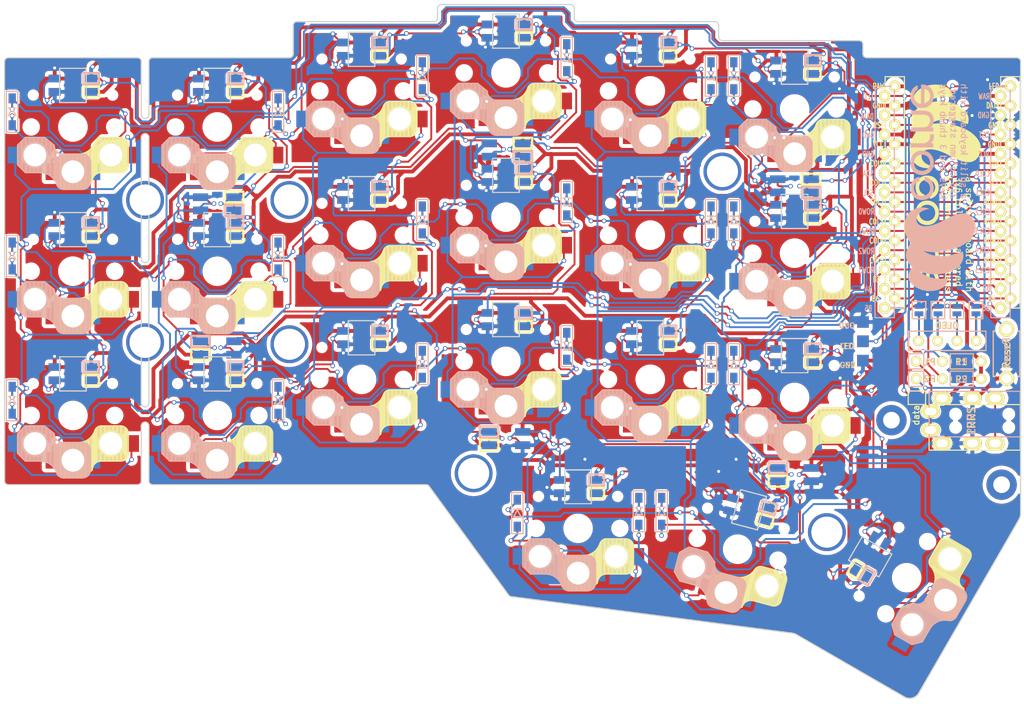
<source format=kicad_pcb>
(kicad_pcb (version 20221018) (generator pcbnew)
  (title_block (title "Corne Chocolate") (date "2018-11-17") (rev "2.1") (company "foostan"))
  (layers (0 "F.Cu" signal) (31 "B.Cu" signal) (34 "B.Paste" user) (35 "F.Paste" user) (36 "B.SilkS" user "B.Silkscreen") (37 "F.SilkS" user "F.Silkscreen") (38 "B.Mask" user) (39 "F.Mask" user) (44 "Edge.Cuts" user))
  (net 0 "")
  (net 1 "row0")
  (net 2 "Net-(D1-Pad2)")
  (net 3 "row1")
  (net 4 "Net-(D2-Pad2)")
  (net 5 "row2")
  (net 6 "Net-(D3-Pad2)")
  (net 7 "row3")
  (net 8 "Net-(D4-Pad2)")
  (net 9 "Net-(D5-Pad2)")
  (net 10 "Net-(D6-Pad2)")
  (net 11 "Net-(D7-Pad2)")
  (net 12 "Net-(D8-Pad2)")
  (net 13 "Net-(D9-Pad2)")
  (net 14 "Net-(D10-Pad2)")
  (net 15 "Net-(D11-Pad2)")
  (net 16 "Net-(D12-Pad2)")
  (net 17 "Net-(D13-Pad2)")
  (net 18 "Net-(D14-Pad2)")
  (net 19 "Net-(D15-Pad2)")
  (net 20 "Net-(D16-Pad2)")
  (net 21 "Net-(D17-Pad2)")
  (net 22 "Net-(D18-Pad2)")
  (net 23 "Net-(D19-Pad2)")
  (net 24 "Net-(D20-Pad2)")
  (net 25 "Net-(D21-Pad2)")
  (net 26 "GND")
  (net 27 "VCC")
  (net 28 "col0")
  (net 29 "col1")
  (net 30 "col2")
  (net 31 "col3")
  (net 32 "col4")
  (net 33 "col5")
  (net 34 "LED")
  (net 35 "data")
  (net 36 "Net-(L1-Pad3)")
  (net 37 "Net-(L1-Pad1)")
  (net 38 "Net-(L3-Pad3)")
  (net 39 "Net-(L10-Pad1)")
  (net 40 "Net-(L11-Pad1)")
  (net 41 "Net-(L13-Pad1)")
  (net 42 "Net-(L14-Pad3)")
  (net 43 "Net-(L10-Pad3)")
  (net 44 "Net-(L12-Pad1)")
  (net 45 "Net-(L13-Pad3)")
  (net 46 "Net-(L15-Pad3)")
  (net 47 "Net-(L16-Pad3)")
  (net 48 "reset")
  (net 49 "SCL")
  (net 50 "SDA")
  (net 51 "Net-(L5-Pad3)")
  (net 52 "Net-(U1-Pad14)")
  (net 53 "Net-(U1-Pad13)")
  (net 54 "Net-(U1-Pad12)")
  (net 55 "Net-(U1-Pad11)")
  (net 56 "Net-(J2-Pad1)")
  (net 57 "Net-(J2-Pad2)")
  (net 58 "Net-(J2-Pad3)")
  (net 59 "Net-(J2-Pad4)")
  (net 60 "Net-(L2-Pad3)")
  (net 61 "Net-(L3-Pad1)")
  (net 62 "Net-(L11-Pad3)")
  (net 63 "Net-(L14-Pad1)")
  (net 64 "Net-(L12-Pad3)")
  (net 65 "Net-(L17-Pad1)")
  (net 66 "Net-(L18-Pad3)")
  (net 67 "Net-(L19-Pad3)")
  (net 68 "Net-(J1-PadA)")
  (net 69 "Net-(J1-PadB)")
  (net 70 "Net-(U1-Pad24)")
  (net 71 "Net-(L21-Pad3)")
  (net 72 "Net-(L22-Pad3)")
  (net 73 "Net-(L22-Pad1)")
  (net 74 "Net-(L23-Pad3)")
  (net 75 "Net-(L25-Pad1)")
  (net 76 "Net-(L26-Pad1)")
  (footprint "kbd:D3_SMD" (layer "F.Cu") (at 62 75.125 -90)
    (fp_text reference "D1" hide)
    (fp_text value "D" hide)
  )
  (footprint "kbd:D3_SMD" (layer "F.Cu") (at 97 75.125 -90)
    (fp_text reference "D2" hide)
    (fp_text value "D" hide)
  )
  (footprint "kbd:D3_SMD" (layer "F.Cu") (at 116 70.375 -90)
    (fp_text reference "D3" hide)
    (fp_text value "D" hide)
  )
  (footprint "kbd:D3_SMD" (layer "F.Cu") (at 135 68 -90)
    (fp_text reference "D4" hide)
    (fp_text value "D" hide)
  )
  (footprint "kbd:D3_SMD" (layer "F.Cu") (at 154 70.375 -90)
    (fp_text reference "D5" hide)
    (fp_text value "D" hide)
  )
  (footprint "kbd:D3_SMD" (layer "F.Cu") (at 157 70.375 -90)
    (fp_text reference "D6" hide)
    (fp_text value "D" hide)
  )
  (footprint "kbd:D3_SMD" (layer "F.Cu") (at 62 94.125 -90)
    (fp_text reference "D7" hide)
    (fp_text value "D" hide)
  )
  (footprint "kbd:D3_SMD" (layer "F.Cu") (at 97 94.125 -90)
    (fp_text reference "D8" hide)
    (fp_text value "D" hide)
  )
  (footprint "kbd:D3_SMD" (layer "F.Cu") (at 116 89.375 -90)
    (fp_text reference "D9" hide)
    (fp_text value "D" hide)
  )
  (footprint "kbd:D3_SMD" (layer "F.Cu") (at 135 87 -90)
    (fp_text reference "D10" hide)
    (fp_text value "D" hide)
  )
  (footprint "kbd:D3_SMD" (layer "F.Cu") (at 154 89.375 -90)
    (fp_text reference "D11" hide)
    (fp_text value "D" hide)
  )
  (footprint "kbd:D3_SMD" (layer "F.Cu") (at 157 89.375 -90)
    (fp_text reference "D12" hide)
    (fp_text value "D" hide)
  )
  (footprint "kbd:D3_SMD" (layer "F.Cu") (at 62 113.125 -90)
    (fp_text reference "D13" hide)
    (fp_text value "D" hide)
  )
  (footprint "kbd:D3_SMD" (layer "F.Cu") (at 97 113.125 -90)
    (fp_text reference "D14" hide)
    (fp_text value "D" hide)
  )
  (footprint "kbd:D3_SMD" (layer "F.Cu") (at 116 108.375 -90)
    (fp_text reference "D15" hide)
    (fp_text value "D" hide)
  )
  (footprint "kbd:D3_SMD" (layer "F.Cu") (at 135 106 -90)
    (fp_text reference "D16" hide)
    (fp_text value "D" hide)
  )
  (footprint "kbd:D3_SMD" (layer "F.Cu") (at 154 108.375 -90)
    (fp_text reference "D17" hide)
    (fp_text value "D" hide)
  )
  (footprint "kbd:D3_SMD" (layer "F.Cu") (at 157 108.375 -90)
    (fp_text reference "D18" hide)
    (fp_text value "D" hide)
  )
  (footprint "kbd:D3_SMD" (layer "F.Cu") (at 128.5 128 -90)
    (fp_text reference "D19" hide)
    (fp_text value "D" hide)
  )
  (footprint "kbd:D3_SMD" (layer "F.Cu") (at 144.5 127.75 -90)
    (fp_text reference "D20" hide)
    (fp_text value "D" hide)
  )
  (footprint "kbd:D3_SMD" (layer "F.Cu") (at 147.5 127.75 -90)
    (fp_text reference "D21" hide)
    (fp_text value "D" hide)
  )
  (footprint "kbd:SK6812MINI_rev" (layer "F.Cu") (at 70 71.625)
    (fp_text reference "L1" hide)
    (fp_text value "SK6812MINI" hide)
  )
  (footprint "kbd:SK6812MINI_rev" (layer "F.Cu") (at 89 71.625)
    (fp_text reference "L2" hide)
    (fp_text value "SK6812MINI" hide)
  )
  (footprint "kbd:SK6812MINI_rev" (layer "F.Cu") (at 108 66.875)
    (fp_text reference "L3" hide)
    (fp_text value "SK6812MINI" hide)
  )
  (footprint "kbd:SK6812MINI_rev" (layer "F.Cu") (at 127 64.5)
    (fp_text reference "L4" hide)
    (fp_text value "SK6812MINI" hide)
  )
  (footprint "kbd:SK6812MINI_rev" (layer "F.Cu") (at 146 66.875)
    (fp_text reference "L5" hide)
    (fp_text value "SK6812MINI" hide)
  )
  (footprint "kbd:SK6812MINI_rev" (layer "F.Cu") (at 165 69.25)
    (fp_text reference "L6" hide)
    (fp_text value "SK6812MINI" hide)
  )
  (footprint "kbd:SK6812MINI_rev" (layer "F.Cu") (at 70 90.625)
    (fp_text reference "L7" hide)
    (fp_text value "SK6812MINI" hide)
  )
  (footprint "kbd:SK6812MINI_rev" (layer "F.Cu") (at 89 90.625)
    (fp_text reference "L8" hide)
    (fp_text value "SK6812MINI" hide)
  )
  (footprint "kbd:SK6812MINI_rev" (layer "F.Cu") (at 108 85.875)
    (fp_text reference "L9" hide)
    (fp_text value "SK6812MINI" hide)
  )
  (footprint "kbd:SK6812MINI_rev" (layer "F.Cu") (at 127 83.5)
    (fp_text reference "L10" hide)
    (fp_text value "SK6812MINI" hide)
  )
  (footprint "kbd:SK6812MINI_rev" (layer "F.Cu") (at 146 85.875)
    (fp_text reference "L11" hide)
    (fp_text value "SK6812MINI" hide)
  )
  (footprint "kbd:SK6812MINI_rev" (layer "F.Cu") (at 165 88.25)
    (fp_text reference "L12" hide)
    (fp_text value "SK6812MINI" hide)
  )
  (footprint "kbd:SK6812MINI_rev" (layer "F.Cu") (at 70 109.625)
    (fp_text reference "L13" hide)
    (fp_text value "SK6812MINI" hide)
  )
  (footprint "kbd:SK6812MINI_rev" (layer "F.Cu") (at 89 109.625)
    (fp_text reference "L14" hide)
    (fp_text value "SK6812MINI" hide)
  )
  (footprint "kbd:SK6812MINI_rev" (layer "F.Cu") (at 108 104.875)
    (fp_text reference "L15" hide)
    (fp_text value "SK6812MINI" hide)
  )
  (footprint "kbd:SK6812MINI_rev" (layer "F.Cu") (at 127 102.5)
    (fp_text reference "L16" hide)
    (fp_text value "SK6812MINI" hide)
  )
  (footprint "kbd:SK6812MINI_rev" (layer "F.Cu") (at 146 104.875)
    (fp_text reference "L17" hide)
    (fp_text value "SK6812MINI" hide)
  )
  (footprint "kbd:SK6812MINI_rev" (layer "F.Cu") (at 165 107.25)
    (fp_text reference "L18" hide)
    (fp_text value "SK6812MINI" hide)
  )
  (footprint "kbd:SK6812MINI_rev" (layer "F.Cu") (at 136.5 124.5)
    (fp_text reference "L19" hide)
    (fp_text value "SK6812MINI" hide)
  )
  (footprint "kbd:SK6812MINI_rev" (layer "F.Cu") (at 159 127.5 -15)
    (fp_text reference "L20" hide)
    (fp_text value "SK6812MINI" hide)
  )
  (footprint "kbd:SK6812MINI_rev" (layer "F.Cu") (at 175 133.75 -120)
    (fp_text reference "L21" hide)
    (fp_text value "SK6812MINI" hide)
  )
  (footprint "kbd:Choc_Hotswap" (layer "F.Cu") (at 70 77.125 180)
    (fp_text reference "SW1" hide)
    (fp_text value "SW_PUSH" hide)
  )
  (footprint "kbd:Choc_Hotswap" (layer "F.Cu") (at 89 77.125 180)
    (fp_text reference "SW2" hide)
    (fp_text value "SW_PUSH" hide)
  )
  (footprint "kbd:Choc_Hotswap" (layer "F.Cu") (at 108 72.375 180)
    (fp_text reference "SW3" hide)
    (fp_text value "SW_PUSH" hide)
  )
  (footprint "kbd:Choc_Hotswap" (layer "F.Cu") (at 127 70 180)
    (fp_text reference "SW4" hide)
    (fp_text value "SW_PUSH" hide)
  )
  (footprint "kbd:Choc_Hotswap" (layer "F.Cu") (at 146 72.375 180)
    (fp_text reference "SW5" hide)
    (fp_text value "SW_PUSH" hide)
  )
  (footprint "kbd:Choc_Hotswap" (layer "F.Cu") (at 165 74.75 180)
    (fp_text reference "SW6" hide)
    (fp_text value "SW_PUSH" hide)
  )
  (footprint "kbd:Choc_Hotswap" (layer "F.Cu") (at 70 96.125 180)
    (fp_text reference "SW7" hide)
    (fp_text value "SW_PUSH" hide)
  )
  (footprint "kbd:Choc_Hotswap" (layer "F.Cu") (at 89 96.125 180)
    (fp_text reference "SW8" hide)
    (fp_text value "SW_PUSH" hide)
  )
  (footprint "kbd:Choc_Hotswap" (layer "F.Cu") (at 108 91.375 180)
    (fp_text reference "SW9" hide)
    (fp_text value "SW_PUSH" hide)
  )
  (footprint "kbd:Choc_Hotswap" (layer "F.Cu") (at 127 89 180)
    (fp_text reference "SW10" hide)
    (fp_text value "SW_PUSH" hide)
  )
  (footprint "kbd:Choc_Hotswap" (layer "F.Cu") (at 146 91.375 180)
    (fp_text reference "SW11" hide)
    (fp_text value "SW_PUSH" hide)
  )
  (footprint "kbd:Choc_Hotswap" (layer "F.Cu") (at 165 93.75 180)
    (fp_text reference "SW12" hide)
    (fp_text value "SW_PUSH" hide)
  )
  (footprint "kbd:Choc_Hotswap" (layer "F.Cu") (at 70 115.125 180)
    (fp_text reference "SW13" hide)
    (fp_text value "SW_PUSH" hide)
  )
  (footprint "kbd:Choc_Hotswap" (layer "F.Cu") (at 89 115.125 180)
    (fp_text reference "SW14" hide)
    (fp_text value "SW_PUSH" hide)
  )
  (footprint "kbd:Choc_Hotswap" (layer "F.Cu") (at 108 110.375 180)
    (fp_text reference "SW15" hide)
    (fp_text value "SW_PUSH" hide)
  )
  (footprint "kbd:Choc_Hotswap" (layer "F.Cu") (at 127 108 180)
    (fp_text reference "SW16" hide)
    (fp_text value "SW_PUSH" hide)
  )
  (footprint "kbd:Choc_Hotswap" (layer "F.Cu") (at 146 110.375 180)
    (fp_text reference "SW17" hide)
    (fp_text value "SW_PUSH" hide)
  )
  (footprint "kbd:Choc_Hotswap" (layer "F.Cu") (at 165 112.75 180)
    (fp_text reference "SW18" hide)
    (fp_text value "SW_PUSH" hide)
  )
  (footprint "kbd:Choc_Hotswap" (layer "F.Cu") (at 136.5 130 180)
    (fp_text reference "SW19" hide)
    (fp_text value "SW_PUSH" hide)
  )
  (footprint "kbd:Choc_Hotswap" (layer "F.Cu") (at 157.5 132.75 165)
    (fp_text reference "SW20" hide)
    (fp_text value "SW_PUSH" hide)
  )
  (footprint "kbd:Jumper" (layer "F.Cu") (at 188.875 101.25 -90)
    (fp_text reference "JP2" hide)
    (fp_text value " ")
  )
  (footprint "kbd:Jumper" (layer "F.Cu") (at 186.375 101.25 -90)
    (fp_text reference "JP3" hide)
    (fp_text value " ")
  )
  (footprint "kbd:Jumper" (layer "F.Cu") (at 183.875 101.25 -90)
    (fp_text reference "JP4" hide)
    (fp_text value " ")
  )
  (footprint "kbd:Jumper" (layer "F.Cu") (at 181.375 101.25 -90)
    (fp_text reference "JP5" hide)
    (fp_text value " ")
  )
  (footprint "kbd:ProMicro_v2" (layer "F.Cu") (at 185.75 86.25)
    (fp_text reference "U1" hide)
    (fp_text value "ProMicro" hide)
  )
  (footprint "kbd:LEGO_HOLE" (layer "F.Cu") (at 177.75 115.75)
    (fp_text reference "")
    (fp_text value "")
  )
  (footprint "kbd:LEGO_HOLE" (layer "F.Cu") (at 192.25 124.25)
    (fp_text reference "")
    (fp_text value "")
  )
  (footprint "kbd:LEGO_HOLE" (layer "F.Cu") (at 79.5 86.75)
    (fp_text reference "")
    (fp_text value "")
  )
  (footprint "kbd:LEGO_HOLE" (layer "F.Cu") (at 79.5 105.5)
    (fp_text reference "")
    (fp_text value "")
  )
  (footprint "kbd:LEGO_HOLE" (layer "F.Cu") (at 98.5 86.75)
    (fp_text reference "")
    (fp_text value "")
  )
  (footprint "kbd:LEGO_HOLE" (layer "F.Cu") (at 98.5 105.75)
    (fp_text reference "")
    (fp_text value "")
  )
  (footprint "kbd:LEGO_HOLE" (layer "F.Cu") (at 155.5 83)
    (fp_text reference "")
    (fp_text value "")
  )
  (footprint "kbd:LEGO_HOLE" (layer "F.Cu") (at 122.75 122.75)
    (fp_text reference "")
    (fp_text value "")
  )
  (footprint "kbd:LEGO_HOLE" (layer "F.Cu") (at 169.25 130.5)
    (fp_text reference "")
    (fp_text value "")
  )
  (footprint "kbd:StripLED_rev" (layer "F.Cu") (at 174 107.9 180)
    (fp_text reference "J3" hide)
    (fp_text value "LED" hide)
  )
  (footprint "kbd:JPC2" (layer "F.Cu") (at 181.1 112.8)
    (fp_text reference "data")
    (fp_text value " " hide)
  )
  (footprint "kbd:OLED" (layer "F.Cu") (at 181.3 105.3)
    (fp_text reference "OLED")
    (fp_text value "OLED" hide)
  )
  (footprint "kbd:MJ-4PP-9" (layer "F.Cu") (at 194.7 116.7 -90)
    (fp_text reference "TRRS")
    (fp_text value "MJ-4PP-9" hide)
  )
  (footprint "kbd:ResetSW" (layer "F.Cu") (at 192.9 107 90)
    (fp_text reference "RSW1" hide)
    (fp_text value "Reset")
  )
  (footprint "kbd:SK6812MINI_underglow_rev" (layer "F.Cu") (at 127.02 80.16)
    (fp_text reference "L23" hide)
    (fp_text value "SK6812MINI" hide)
  )
  (footprint "kbd:SK6812MINI_underglow_rev" (layer "F.Cu") (at 164.97 84.88)
    (fp_text reference "L24" hide)
    (fp_text value "SK6812MINI" hide)
  )
  (footprint "kbd:SK6812MINI_underglow_rev" (layer "F.Cu") (at 126.99 118.17 180)
    (fp_text reference "L26" hide)
    (fp_text value "SK6812MINI" hide)
  )
  (footprint "kbd:SK6812MINI_underglow_rev" (layer "F.Cu") (at 165.01 122.92 180)
    (fp_text reference "L27" hide)
    (fp_text value "SK6812MINI" hide)
  )
  (footprint "kbd:corne" (layer "F.Cu") (at 184.7 85.225 -90)
    (fp_text reference "G***" hide)
    (fp_text value "LOGO" hide)
  )
  (footprint "kbd:Choc_Hotswap_1.5u" (layer "F.Cu") (at 179.75 136.5 -120)
    (fp_text reference "SW21" hide)
    (fp_text value "SW_PUSH" hide)
  )
  (footprint "kbd:R" (layer "F.Cu") (at 187 110.3 180)
    (fp_text reference "R2")
    (fp_text value "R" hide)
  )
  (footprint "kbd:R" (layer "F.Cu") (at 187 108 180)
    (fp_text reference "R1")
    (fp_text value "R" hide)
  )
  (footprint "kbd:1pin_conn" (layer "F.Cu") (at 181 108)
    (fp_text reference "P1")
    (fp_text value "i2c-pin" hide)
  )
  (footprint "kbd:1pin_conn" (layer "F.Cu") (at 181 110.3)
    (fp_text reference "P2")
    (fp_text value "i2c-pin" hide)
  )
  (footprint "kbd:SK6812MINI_underglow_rev" (layer "F.Cu") (at 89 87.25)
    (fp_text reference "L22" hide)
    (fp_text value "SK6812MINI" hide)
  )
  (footprint "kbd:SK6812MINI_underglow_rev" (layer "F.Cu") (at 89 106.24 180)
    (fp_text reference "L25" hide)
    (fp_text value "SK6812MINI" hide)
  )
  (footprint "kbd:Jumper" (layer "B.Cu") (at 188.875 101.25 -90)
    (fp_text reference "JP6" hide)
    (fp_text value " ")
  )
  (footprint "kbd:Jumper" (layer "B.Cu") (at 186.375 101.25 -90)
    (fp_text reference "JP7" hide)
    (fp_text value " ")
  )
  (footprint "kbd:Jumper" (layer "B.Cu") (at 183.875 101.25 -90)
    (fp_text reference "JP8" hide)
    (fp_text value " ")
  )
  (footprint "kbd:Jumper" (layer "B.Cu") (at 181.375 101.25 -90)
    (fp_text reference "JP9" hide)
    (fp_text value " ")
  )
  (footprint "kbd:corne" (layer "B.Cu") (at 184.025 85.05 90)
    (fp_text reference "G***" hide)
    (fp_text value "LOGO" hide)
  )
  (gr_line (start 87.25 69.4) (end 87.25 73.9) (stroke (width 0.15)) (layer "Edge.Cuts"))
  (gr_line (start 87.25 73.9) (end 90.75 73.9) (stroke (width 0.15)) (layer "Edge.Cuts"))
  (gr_line (start 90.75 73.9) (end 90.75 69.4) (stroke (width 0.15)) (layer "Edge.Cuts"))
  (gr_line (start 90.75 69.4) (end 87.25 69.4) (stroke (width 0.15)) (layer "Edge.Cuts"))
  (gr_line (start 68.25 88.4) (end 68.25 92.9) (stroke (width 0.15)) (layer "Edge.Cuts"))
  (gr_line (start 68.25 92.9) (end 71.75 92.9) (stroke (width 0.15)) (layer "Edge.Cuts"))
  (gr_line (start 71.75 92.9) (end 71.75 88.4) (stroke (width 0.15)) (layer "Edge.Cuts"))
  (gr_line (start 71.75 88.4) (end 68.25 88.4) (stroke (width 0.15)) (layer "Edge.Cuts"))
  (gr_line (start 87.25 88.4) (end 87.25 92.9) (stroke (width 0.15)) (layer "Edge.Cuts"))
  (gr_line (start 87.25 92.9) (end 90.75 92.9) (stroke (width 0.15)) (layer "Edge.Cuts"))
  (gr_line (start 90.75 92.9) (end 90.75 88.4) (stroke (width 0.15)) (layer "Edge.Cuts"))
  (gr_line (start 90.75 88.4) (end 87.25 88.4) (stroke (width 0.15)) (layer "Edge.Cuts"))
  (gr_line (start 68.25 107.4) (end 68.25 111.9) (stroke (width 0.15)) (layer "Edge.Cuts"))
  (gr_line (start 68.25 111.9) (end 71.75 111.9) (stroke (width 0.15)) (layer "Edge.Cuts"))
  (gr_line (start 71.75 111.9) (end 71.75 107.4) (stroke (width 0.15)) (layer "Edge.Cuts"))
  (gr_line (start 71.75 107.4) (end 68.25 107.4) (stroke (width 0.15)) (layer "Edge.Cuts"))
  (gr_line (start 87.25 107.4) (end 87.25 111.9) (stroke (width 0.15)) (layer "Edge.Cuts"))
  (gr_line (start 87.25 111.9) (end 90.75 111.9) (stroke (width 0.15)) (layer "Edge.Cuts"))
  (gr_line (start 90.75 111.9) (end 90.75 107.4) (stroke (width 0.15)) (layer "Edge.Cuts"))
  (gr_line (start 90.75 107.4) (end 87.25 107.4) (stroke (width 0.15)) (layer "Edge.Cuts"))
  (gr_line (start 106.25 64.65) (end 106.25 69.1) (stroke (width 0.15)) (layer "Edge.Cuts"))
  (gr_line (start 106.25 69.15) (end 109.75 69.15) (stroke (width 0.15)) (layer "Edge.Cuts"))
  (gr_line (start 109.75 69.15) (end 109.75 64.65) (stroke (width 0.15)) (layer "Edge.Cuts"))
  (gr_line (start 109.75 64.65) (end 106.25 64.65) (stroke (width 0.15)) (layer "Edge.Cuts"))
  (gr_line (start 125.25 62.25) (end 125.25 66.7) (stroke (width 0.15)) (layer "Edge.Cuts"))
  (gr_line (start 125.25 66.75) (end 128.75 66.75) (stroke (width 0.15)) (layer "Edge.Cuts"))
  (gr_line (start 128.75 66.75) (end 128.75 62.25) (stroke (width 0.15)) (layer "Edge.Cuts"))
  (gr_line (start 128.75 62.25) (end 125.25 62.25) (stroke (width 0.15)) (layer "Edge.Cuts"))
  (gr_line (start 144.25 64.65) (end 144.25 69.1) (stroke (width 0.15)) (layer "Edge.Cuts"))
  (gr_line (start 144.25 69.15) (end 147.75 69.15) (stroke (width 0.15)) (layer "Edge.Cuts"))
  (gr_line (start 147.75 69.15) (end 147.75 64.65) (stroke (width 0.15)) (layer "Edge.Cuts"))
  (gr_line (start 147.75 64.65) (end 144.25 64.65) (stroke (width 0.15)) (layer "Edge.Cuts"))
  (gr_line (start 163.25 67) (end 163.25 71.5) (stroke (width 0.15)) (layer "Edge.Cuts"))
  (gr_line (start 163.25 71.5) (end 166.75 71.5) (stroke (width 0.15)) (layer "Edge.Cuts"))
  (gr_line (start 166.75 71.5) (end 166.75 67) (stroke (width 0.15)) (layer "Edge.Cuts"))
  (gr_line (start 166.75 67) (end 163.25 67) (stroke (width 0.15)) (layer "Edge.Cuts"))
  (gr_line (start 106.25 83.65) (end 106.25 88.1) (stroke (width 0.15)) (layer "Edge.Cuts"))
  (gr_line (start 106.25 88.15) (end 109.75 88.15) (stroke (width 0.15)) (layer "Edge.Cuts"))
  (gr_line (start 109.75 88.15) (end 109.75 83.65) (stroke (width 0.15)) (layer "Edge.Cuts"))
  (gr_line (start 109.75 83.65) (end 106.25 83.65) (stroke (width 0.15)) (layer "Edge.Cuts"))
  (gr_line (start 125.25 81.3) (end 125.25 85.75) (stroke (width 0.15)) (layer "Edge.Cuts"))
  (gr_line (start 125.25 85.75) (end 128.75 85.75) (stroke (width 0.15)) (layer "Edge.Cuts"))
  (gr_line (start 128.75 85.75) (end 128.75 81.3) (stroke (width 0.15)) (layer "Edge.Cuts"))
  (gr_line (start 128.75 81.25) (end 125.25 81.25) (stroke (width 0.15)) (layer "Edge.Cuts"))
  (gr_line (start 144.25 83.65) (end 144.25 88.1) (stroke (width 0.15)) (layer "Edge.Cuts"))
  (gr_line (start 144.25 88.15) (end 147.75 88.15) (stroke (width 0.15)) (layer "Edge.Cuts"))
  (gr_line (start 147.75 88.15) (end 147.75 83.65) (stroke (width 0.15)) (layer "Edge.Cuts"))
  (gr_line (start 147.75 83.65) (end 144.25 83.65) (stroke (width 0.15)) (layer "Edge.Cuts"))
  (gr_line (start 163.25 86) (end 163.25 90.5) (stroke (width 0.15)) (layer "Edge.Cuts"))
  (gr_line (start 163.25 90.5) (end 166.75 90.5) (stroke (width 0.15)) (layer "Edge.Cuts"))
  (gr_line (start 166.75 90.5) (end 166.75 86) (stroke (width 0.15)) (layer "Edge.Cuts"))
  (gr_line (start 166.75 86) (end 163.25 86) (stroke (width 0.15)) (layer "Edge.Cuts"))
  (gr_line (start 106.25 102.65) (end 106.25 107.1) (stroke (width 0.15)) (layer "Edge.Cuts"))
  (gr_line (start 106.25 107.15) (end 109.75 107.15) (stroke (width 0.15)) (layer "Edge.Cuts"))
  (gr_line (start 109.75 107.15) (end 109.75 102.65) (stroke (width 0.15)) (layer "Edge.Cuts"))
  (gr_line (start 109.75 102.65) (end 106.25 102.65) (stroke (width 0.15)) (layer "Edge.Cuts"))
  (gr_line (start 125.25 100.3) (end 125.25 104.75) (stroke (width 0.15)) (layer "Edge.Cuts"))
  (gr_line (start 125.25 104.75) (end 128.75 104.75) (stroke (width 0.15)) (layer "Edge.Cuts"))
  (gr_line (start 128.75 104.75) (end 128.75 100.3) (stroke (width 0.15)) (layer "Edge.Cuts"))
  (gr_line (start 128.75 100.25) (end 125.25 100.25) (stroke (width 0.15)) (layer "Edge.Cuts"))
  (gr_line (start 144.25 102.65) (end 144.25 107.1) (stroke (width 0.15)) (layer "Edge.Cuts"))
  (gr_line (start 144.25 107.15) (end 147.75 107.15) (stroke (width 0.15)) (layer "Edge.Cuts"))
  (gr_line (start 147.75 107.15) (end 147.75 102.65) (stroke (width 0.15)) (layer "Edge.Cuts"))
  (gr_line (start 147.75 102.65) (end 144.25 102.65) (stroke (width 0.15)) (layer "Edge.Cuts"))
  (gr_line (start 163.25 105) (end 163.25 109.5) (stroke (width 0.15)) (layer "Edge.Cuts"))
  (gr_line (start 163.25 109.5) (end 166.75 109.5) (stroke (width 0.15)) (layer "Edge.Cuts"))
  (gr_line (start 166.75 109.5) (end 166.75 105) (stroke (width 0.15)) (layer "Edge.Cuts"))
  (gr_line (start 166.75 105) (end 163.25 105) (stroke (width 0.15)) (layer "Edge.Cuts"))
  (gr_line (start 134.75 122.35) (end 134.75 126.75) (stroke (width 0.15)) (layer "Edge.Cuts"))
  (gr_line (start 134.75 126.75) (end 138.25 126.75) (stroke (width 0.15)) (layer "Edge.Cuts"))
  (gr_line (start 138.25 126.75) (end 138.25 122.3) (stroke (width 0.15)) (layer "Edge.Cuts"))
  (gr_line (start 138.25 122.3) (end 134.75 122.3) (stroke (width 0.15)) (layer "Edge.Cuts"))
  (gr_line (start 157.9 124.9) (end 156.7 129.3) (stroke (width 0.15)) (layer "Edge.Cuts"))
  (gr_line (start 156.7 129.3) (end 160.1 130.2) (stroke (width 0.15)) (layer "Edge.Cuts"))
  (gr_line (start 160.1 130.2) (end 161.3 125.8) (stroke (width 0.15)) (layer "Edge.Cuts"))
  (gr_line (start 161.3 125.8) (end 157.9 124.9) (stroke (width 0.15)) (layer "Edge.Cuts"))
  (gr_line (start 116.85 124.4) (end 127.4 138.85) (stroke (width 0.15)) (layer "Edge.Cuts"))
  (gr_arc (start 181.297263 151.781465) (mid 180.412069 152.371617) (end 179.369251 152.160956) (stroke (width 0.15)) (layer "Edge.Cuts"))
  (gr_line (start 117.5 63.25) (end 99.5 63.25) (stroke (width 0.15)) (layer "Edge.Cuts"))
  (gr_arc (start 79.5 114) (mid 79.146447 113.853553) (end 79 113.5) (stroke (width 0.15)) (layer "Edge.Cuts"))
  (gr_line (start 99 63.75) (end 99 67.5) (stroke (width 0.15)) (layer "Edge.Cuts"))
  (gr_line (start 71.75 73.9) (end 71.75 69.4) (stroke (width 0.15)) (layer "Edge.Cuts"))
  (gr_line (start 173.5 65.75) (end 155.5 65.75) (stroke (width 0.15)) (layer "Edge.Cuts"))
  (gr_arc (start 79 97.5) (mid 79.146447 97.146447) (end 79.5 97) (stroke (width 0.15)) (layer "Edge.Cuts"))
  (gr_arc (start 155.5 65.75) (mid 155.146447 65.603553) (end 155 65.25) (stroke (width 0.15)) (layer "Edge.Cuts"))
  (gr_arc (start 79.5 116) (mid 79.853553 116.146447) (end 80 116.5) (stroke (width 0.15)) (layer "Edge.Cuts"))
  (gr_arc (start 118 61.5) (mid 118.146447 61.146447) (end 118.5 61) (stroke (width 0.15)) (layer "Edge.Cuts"))
  (gr_arc (start 194.75 127.975) (mid 194.695218 128.426668) (end 194.522764 128.847696) (stroke (width 0.15)) (layer "Edge.Cuts"))
  (gr_arc (start 79.5 95) (mid 79.146447 94.853553) (end 79 94.5) (stroke (width 0.15)) (layer "Edge.Cuts"))
  (gr_arc (start 164.420556 143.770344) (mid 164.750952 143.819149) (end 165.075 143.9) (stroke (width 0.15)) (layer "Edge.Cuts"))
  (gr_arc (start 79.5 78) (mid 79.853553 78.146447) (end 80 78.5) (stroke (width 0.15)) (layer "Edge.Cuts"))
  (gr_line (start 136 62.75) (end 136 61.5) (stroke (width 0.15)) (layer "Edge.Cuts"))
  (gr_line (start 80 97.5) (end 80 113.5) (stroke (width 0.15)) (layer "Edge.Cuts"))
  (gr_arc (start 154.5 63.25) (mid 154.853553 63.396447) (end 155 63.75) (stroke (width 0.15)) (layer "Edge.Cuts"))
  (gr_arc (start 136.5 63.25) (mid 136.146447 63.103553) (end 136 62.75) (stroke (width 0.15)) (layer "Edge.Cuts"))
  (gr_line (start 194.75 68.5) (end 194.75 127.975) (stroke (width 0.15)) (layer "Edge.Cuts"))
  (gr_line (start 98.5 68) (end 80.5 68) (stroke (width 0.15)) (layer "Edge.Cuts"))
  (gr_arc (start 80 94.5) (mid 79.853553 94.853553) (end 79.5 95) (stroke (width 0.15)) (layer "Edge.Cuts"))
  (gr_arc (start 194.25 68) (mid 194.603553 68.146447) (end 194.75 68.5) (stroke (width 0.15)) (layer "Edge.Cuts"))
  (gr_line (start 174 66.25) (end 174 67.5) (stroke (width 0.15)) (layer "Edge.Cuts"))
  (gr_line (start 194.25 68) (end 174.5 68) (stroke (width 0.15)) (layer "Edge.Cuts"))
  (gr_line (start 127.75 139) (end 164.45 143.775) (stroke (width 0.15)) (layer "Edge.Cuts"))
  (gr_arc (start 173.5 65.75) (mid 173.853553 65.896447) (end 174 66.25) (stroke (width 0.15)) (layer "Edge.Cuts"))
  (gr_arc (start 80 75.5) (mid 79.853553 75.853553) (end 79.5 76) (stroke (width 0.15)) (layer "Edge.Cuts"))
  (gr_line (start 165.075 143.9) (end 179.4 152.175) (stroke (width 0.15)) (layer "Edge.Cuts"))
  (gr_line (start 172.1 134.2) (end 176.1 136.4) (stroke (width 0.15)) (layer "Edge.Cuts"))
  (gr_arc (start 99 67.5) (mid 98.853553 67.853553) (end 98.5 68) (stroke (width 0.15)) (layer "Edge.Cuts"))
  (gr_line (start 80 94.5) (end 80 78.5) (stroke (width 0.15)) (layer "Edge.Cuts"))
  (gr_arc (start 80.5 124.25) (mid 80.146447 124.103553) (end 80 123.75) (stroke (width 0.15)) (layer "Edge.Cuts"))
  (gr_arc (start 80 113.5) (mid 79.853553 113.853553) (end 79.5 114) (stroke (width 0.15)) (layer "Edge.Cuts"))
  (gr_line (start 135.5 61) (end 118.5 61) (stroke (width 0.15)) (layer "Edge.Cuts"))
  (gr_arc (start 99 63.75) (mid 99.146447 63.396447) (end 99.5 63.25) (stroke (width 0.15)) (layer "Edge.Cuts"))
  (gr_line (start 176.1 136.4) (end 177.8 133.4) (stroke (width 0.15)) (layer "Edge.Cuts"))
  (gr_line (start 116.5 124.25) (end 80.5 124.25) (stroke (width 0.15)) (layer "Edge.Cuts"))
  (gr_arc (start 174.5 68) (mid 174.146447 67.853553) (end 174 67.5) (stroke (width 0.15)) (layer "Edge.Cuts"))
  (gr_line (start 173.9 131.1) (end 172.1 134.2) (stroke (width 0.15)) (layer "Edge.Cuts"))
  (gr_arc (start 135.5 61) (mid 135.853553 61.146447) (end 136 61.5) (stroke (width 0.15)) (layer "Edge.Cuts"))
  (gr_line (start 68.25 73.9) (end 71.75 73.9) (stroke (width 0.15)) (layer "Edge.Cuts"))
  (gr_arc (start 61.5 124.25) (mid 61.146447 124.103553) (end 61 123.75) (stroke (width 0.15)) (layer "Edge.Cuts"))
  (gr_line (start 79 78.5) (end 79 94.5) (stroke (width 0.15)) (layer "Edge.Cuts"))
  (gr_arc (start 79 123.75) (mid 78.853553 124.103553) (end 78.5 124.25) (stroke (width 0.15)) (layer "Edge.Cuts"))
  (gr_line (start 61 68.5) (end 61 123.75) (stroke (width 0.15)) (layer "Edge.Cuts"))
  (gr_arc (start 79.5 97) (mid 79.853553 97.146447) (end 80 97.5) (stroke (width 0.15)) (layer "Edge.Cuts"))
  (gr_line (start 118 61.5) (end 118 62.75) (stroke (width 0.15)) (layer "Edge.Cuts"))
  (gr_line (start 177.8 133.4) (end 173.9 131.1) (stroke (width 0.15)) (layer "Edge.Cuts"))
  (gr_line (start 155 65.25) (end 155 63.75) (stroke (width 0.15)) (layer "Edge.Cuts"))
  (gr_line (start 78.5 68) (end 61.5 68) (stroke (width 0.15)) (layer "Edge.Cuts"))
  (gr_line (start 80 116.5) (end 80 123.75) (stroke (width 0.15)) (layer "Edge.Cuts"))
  (gr_arc (start 116.5 124.25) (mid 116.691342 124.28806) (end 116.853553 124.396447) (stroke (width 0.15)) (layer "Edge.Cuts"))
  (gr_arc (start 61 68.5) (mid 61.146447 68.146447) (end 61.5 68) (stroke (width 0.15)) (layer "Edge.Cuts"))
  (gr_arc (start 79.5 76) (mid 79.146447 75.853553) (end 79 75.5) (stroke (width 0.15)) (layer "Edge.Cuts"))
  (gr_line (start 79 123.75) (end 79 116.5) (stroke (width 0.15)) (layer "Edge.Cuts"))
  (gr_line (start 80 75.5) (end 80 68.5) (stroke (width 0.15)) (layer "Edge.Cuts"))
  (gr_arc (start 79 116.5) (mid 79.146447 116.146447) (end 79.5 116) (stroke (width 0.15)) (layer "Edge.Cuts"))
  (gr_line (start 68.25 69.4) (end 68.25 73.9) (stroke (width 0.15)) (layer "Edge.Cuts"))
  (gr_arc (start 80 68.5) (mid 80.146447 68.146447) (end 80.5 68) (stroke (width 0.15)) (layer "Edge.Cuts"))
  (gr_arc (start 78.5 68) (mid 78.853553 68.146447) (end 79 68.5) (stroke (width 0.15)) (layer "Edge.Cuts"))
  (gr_line (start 61.5 124.25) (end 78.5 124.25) (stroke (width 0.15)) (layer "Edge.Cuts"))
  (gr_line (start 79 113.5) (end 79 97.5) (stroke (width 0.15)) (layer "Edge.Cuts"))
  (gr_arc (start 118 62.75) (mid 117.853553 63.103553) (end 117.5 63.25) (stroke (width 0.15)) (layer "Edge.Cuts"))
  (gr_arc (start 79 78.5) (mid 79.146447 78.146447) (end 79.5 78) (stroke (width 0.15)) (layer "Edge.Cuts"))
  (gr_arc (start 127.75 139) (mid 127.558658 138.96194) (end 127.396447 138.853553) (stroke (width 0.15)) (layer "Edge.Cuts"))
  (gr_line (start 71.75 69.4) (end 68.25 69.4) (stroke (width 0.15)) (layer "Edge.Cuts"))
  (gr_line (start 79 68.5) (end 79 75.5) (stroke (width 0.15)) (layer "Edge.Cuts"))
  (gr_line (start 154.5 63.25) (end 136.5 63.25) (stroke (width 0.15)) (layer "Edge.Cuts"))
  (gr_line (start 181.3 151.775) (end 194.525 128.85) (stroke (width 0.15)) (layer "Edge.Cuts"))
  (gr_text "GND" (at 171.9 103.3) (layer "B.SilkS") (effects (font (size 0.7 0.7) (thickness 0.125)) (justify mirror)))
  (gr_text "VCC" (at 172 108.5) (layer "B.SilkS") (effects (font (size 0.7 0.7) (thickness 0.125)) (justify mirror)))
  (gr_text "LED" (at 172 106) (layer "B.SilkS") (effects (font (size 0.7 0.7) (thickness 0.125)) (justify mirror)))
  (gr_text "OLED" (at 185.1 103.3) (layer "B.SilkS") (effects (font (size 0.8128 0.8128)) (justify mirror)))
  (gr_text "VCC" (at 171.9 103.3) (layer "F.SilkS") (effects (font (size 0.7 0.7) (thickness 0.125))))
  (gr_text "GND" (at 172 108.5) (layer "F.SilkS") (effects (font (size 0.7 0.7) (thickness 0.125))))
  (gr_text "LED" (at 171.9 106) (layer "F.SilkS") (effects (font (size 0.7 0.7) (thickness 0.125))))
  (segment (start 187.518 88.282) (end 188.788 87.012) (width 0.25) (layer "F.Cu") (net 1))
  (segment (start 188.788 87.012) (end 193.4064 87.012) (width 0.25) (layer "F.Cu") (net 1))
  (segment (start 115.75 69.95) (end 116 69.7) (width 0.25) (layer "F.Cu") (net 1))
  (segment (start 116 69.7) (end 116 68.6) (width 0.25) (layer "F.Cu") (net 1))
  (segment (start 135 67.6) (end 135 66.225) (width 0.25) (layer "F.Cu") (net 1))
  (segment (start 97 74.75) (end 97 73.35) (width 0.25) (layer "F.Cu") (net 1))
  (segment (start 62 74.8) (end 62 73.35) (width 0.25) (layer "F.Cu") (net 1))
  (segment (start 154 70) (end 154 68.6) (width 0.25) (layer "F.Cu") (net 1))
  (segment (start 176.86 88.282) (end 174.62 86.042) (width 0.25) (layer "F.Cu") (net 1))
  (segment (start 157 68.6) (end 157 70) (width 0.25) (layer "F.Cu") (net 1))
  (segment (start 174.8 77) (end 174.8 77.592016) (width 0.25) (layer "F.Cu") (net 1))
  (segment (start 176.86 88.282) (end 187.518 88.282) (width 0.25) (layer "F.Cu") (net 1))
  (segment (start 174.62 82.004264) (end 174.62 81.58) (width 0.25) (layer "F.Cu") (net 1))
  (segment (start 174.62 86.042) (end 174.62 82.004264) (width 0.25) (layer "F.Cu") (net 1))
  (segment (start 174.8 77.592016) (end 174.623487 77.768529) (width 0.25) (layer "F.Cu") (net 1))
  (via (at 115.75 69.95) (size 0.6) (drill 0.4) (layers "F.Cu" "B.Cu") (net 1))
  (via (at 174.623487 77.768529) (size 0.6) (drill 0.4) (layers "F.Cu" "B.Cu") (net 1))
  (via (at 174.62 81.58) (size 0.6) (drill 0.4) (layers "F.Cu" "B.Cu") (net 1))
  (via (at 62 74.8) (size 0.6) (drill 0.4) (layers "F.Cu" "B.Cu") (net 1))
  (via (at 154 70) (size 0.6) (drill 0.4) (layers "F.Cu" "B.Cu") (net 1))
  (via (at 97 74.75) (size 0.6) (drill 0.4) (layers "F.Cu" "B.Cu") (net 1))
  (via (at 174.8 77) (size 0.6) (drill 0.4) (layers "F.Cu" "B.Cu") (net 1))
  (via (at 157 70) (size 0.6) (drill 0.4) (layers "F.Cu" "B.Cu") (net 1))
  (via (at 135 67.6) (size 0.6) (drill 0.4) (layers "F.Cu" "B.Cu") (net 1))
  (segment (start 66.8 76.05) (end 66.8 77.5) (width 0.25) (layer "B.Cu") (net 1))
  (segment (start 66.8 77.5) (end 68.9 79.6) (width 0.25) (layer "B.Cu") (net 1))
  (segment (start 68.9 79.6) (end 71.15 79.6) (width 0.25) (layer "B.Cu") (net 1))
  (segment (start 71.15 79.6) (end 73.1 77.65) (width 0.25) (layer "B.Cu") (net 1))
  (segment (start 73.1 77.65) (end 73.1 76.25) (width 0.25) (layer "B.Cu") (net 1))
  (segment (start 73.1 76.25) (end 73.75 75.6) (width 0.25) (layer "B.Cu") (net 1))
  (segment (start 73.75 75.6) (end 76.2 75.6) (width 0.25) (layer "B.Cu") (net 1))
  (segment (start 76.2 75.6) (end 77.6 77) (width 0.25) (layer "B.Cu") (net 1))
  (segment (start 77.6 77) (end 80.8 77) (width 0.25) (layer "B.Cu") (net 1))
  (segment (start 80.8 77) (end 81.4 76.4) (width 0.25) (layer "B.Cu") (net 1))
  (segment (start 81.4 76.4) (end 81.4 75.2) (width 0.25) (layer "B.Cu") (net 1))
  (segment (start 81.4 75.2) (end 81.6 75) (width 0.25) (layer "B.Cu") (net 1))
  (segment (start 81.6 75) (end 87.4 75) (width 0.25) (layer "B.Cu") (net 1))
  (segment (start 87.4 75) (end 87.9 74.5) (width 0.25) (layer "B.Cu") (net 1))
  (segment (start 87.9 74.5) (end 90.2 74.5) (width 0.25) (layer "B.Cu") (net 1))
  (segment (start 90.2 74.5) (end 90.8 75.1) (width 0.25) (layer "B.Cu") (net 1))
  (segment (start 90.8 75.1) (end 95 75.1) (width 0.25) (layer "B.Cu") (net 1))
  (segment (start 95 75.1) (end 95.25 75.35) (width 0.25) (layer "B.Cu") (net 1))
  (segment (start 97 75.35) (end 95.25 75.35) (width 0.25) (layer "B.Cu") (net 1))
  (segment (start 97.85 75.35) (end 100.8 72.4) (width 0.25) (layer "B.Cu") (net 1))
  (segment (start 100.8 72.4) (end 100.8 71.4) (width 0.25) (layer "B.Cu") (net 1))
  (segment (start 100.8 71.4) (end 101.4 70.8) (width 0.25) (layer "B.Cu") (net 1))
  (segment (start 101.4 70.8) (end 104 70.8) (width 0.25) (layer "B.Cu") (net 1))
  (segment (start 104 70.8) (end 104.9 71.7) (width 0.25) (layer "B.Cu") (net 1))
  (segment (start 104.9 71.7) (end 104.9 72.85) (width 0.25) (layer "B.Cu") (net 1))
  (segment (start 104.9 72.85) (end 106.95 74.9) (width 0.25) (layer "B.Cu") (net 1))
  (segment (start 106.95 74.9) (end 109.1 74.9) (width 0.25) (layer "B.Cu") (net 1))
  (segment (start 109.1 74.9) (end 111 73) (width 0.25) (layer "B.Cu") (net 1))
  (segment (start 111 73) (end 111 71.5) (width 0.25) (layer "B.Cu") (net 1))
  (segment (start 111 71.5) (end 111.7 70.8) (width 0.25) (layer "B.Cu") (net 1))
  (segment (start 111.7 70.8) (end 115.8 70.8) (width 0.25) (layer "B.Cu") (net 1))
  (segment (start 63.7 75.05) (end 62 73.35) (width 0.25) (layer "B.Cu") (net 1))
  (segment (start 115.8 70) (end 115.75 69.95) (width 0.25) (layer "B.Cu") (net 1))
  (segment (start 116 69.7) (end 115.75 69.95) (width 0.25) (layer "B.Cu") (net 1))
  (segment (start 135 68.2) (end 135 67.6) (width 0.25) (layer "B.Cu") (net 1))
  (segment (start 157 70) (end 157.05 70.05) (width 0.25) (layer "B.Cu") (net 1))
  (segment (start 157.05 70.05) (end 157.05 70.6) (width 0.25) (layer "B.Cu") (net 1))
  (segment (start 157.05 70.6) (end 157 70.6) (width 0.25) (layer "B.Cu") (net 1))
  (segment (start 120.8 68.1) (end 119.5 69.4) (width 0.25) (layer "B.Cu") (net 1))
  (segment (start 127.9 72.6) (end 125.95 72.6) (width 0.25) (layer "B.Cu") (net 1))
  (segment (start 97 75.35) (end 97.85 75.35) (width 0.25) (layer "B.Cu") (net 1))
  (segment (start 117.2 69.4) (end 116 70.6) (width 0.25) (layer "B.Cu") (net 1))
  (segment (start 174.623487 77.768529) (end 174.623487 81.576513) (width 0.25) (layer "B.Cu") (net 1))
  (segment (start 139.3 70.6) (end 136.9 68.2) (width 0.25) (layer "B.Cu") (net 1))
  (segment (start 135 68.2) (end 131.18 68.2) (width 0.25) (layer "B.Cu") (net 1))
  (segment (start 122.7 68.1) (end 120.8 68.1) (width 0.25) (layer "B.Cu") (net 1))
  (segment (start 158.2 70.6) (end 161.95 74.35) (width 0.25) (layer "B.Cu") (net 1))
  (segment (start 136.9 68.2) (end 135 68.2) (width 0.25) (layer "B.Cu") (net 1))
  (segment (start 174.8 76.575736) (end 174.8 77) (width 0.25) (layer "B.Cu") (net 1))
  (segment (start 154 70) (end 154 68.6) (width 0.25) (layer "B.Cu") (net 1))
  (segment (start 123.8 70.45) (end 123.8 69.2) (width 0.25) (layer "B.Cu") (net 1))
  (segment (start 174.259263 76.034999) (end 174.8 76.575736) (width 0.25) (layer "B.Cu") (net 1))
  (segment (start 129.9 70.6) (end 127.9 72.6) (width 0.25) (layer "B.Cu") (net 1))
  (segment (start 154 70.6) (end 154 70) (width 0.25) (layer "B.Cu") (net 1))
  (segment (start 146.763589 74.9) (end 144.95 74.9) (width 0.25) (layer "B.Cu") (net 1))
  (segment (start 97 74.75) (end 97 73.35) (width 0.25) (layer "B.Cu") (net 1))
  (segment (start 119.5 69.4) (end 117.2 69.4) (width 0.25) (layer "B.Cu") (net 1))
  (segment (start 166 77.3) (end 170.03 73.27) (width 0.25) (layer "B.Cu") (net 1))
  (segment (start 174.090003 76.034999) (end 174.259263 76.034999) (width 0.25) (layer "B.Cu") (net 1))
  (segment (start 62 73.35) (end 62 74.8) (width 0.25) (layer "B.Cu") (net 1))
  (segment (start 154 70.6) (end 151.063589 70.6) (width 0.25) (layer "B.Cu") (net 1))
  (segment (start 65.8 75.05) (end 63.7 75.05) (width 0.25) (layer "B.Cu") (net 1))
  (segment (start 142.55 70.6) (end 139.3 70.6) (width 0.25) (layer "B.Cu") (net 1))
  (segment (start 125.95 72.6) (end 123.8 70.45) (width 0.25) (layer "B.Cu") (net 1))
  (segment (start 123.8 69.2) (end 122.7 68.1) (width 0.25) (layer "B.Cu") (net 1))
  (segment (start 66.8 76.05) (end 65.8 75.05) (width 0.25) (layer "B.Cu") (net 1))
  (segment (start 173.635002 75.579998) (end 174.090003 76.034999) (width 0.25) (layer "B.Cu") (net 1))
  (segment (start 173.635002 75.529998) (end 173.635002 75.579998) (width 0.25) (layer "B.Cu") (net 1))
  (segment (start 161.95 75.75) (end 163.5 77.3) (width 0.25) (layer "B.Cu") (net 1))
  (segment (start 97 75.35) (end 97 74.75) (width 0.25) (layer "B.Cu") (net 1))
  (segment (start 170.03 73.27) (end 171.375004 73.27) (width 0.25) (layer "B.Cu") (net 1))
  (segment (start 143.1 73.05) (end 143.1 71.15) (width 0.25) (layer "B.Cu") (net 1))
  (segment (start 143.1 71.15) (end 142.55 70.6) (width 0.25) (layer "B.Cu") (net 1))
  (segment (start 116 68.6) (end 116 69.7) (width 0.25) (layer "B.Cu") (net 1))
  (segment (start 129.9 69.5) (end 129.9 70.6) (width 0.25) (layer "B.Cu") (net 1))
  (segment (start 163.5 77.3) (end 166 77.3) (width 0.25) (layer "B.Cu") (net 1))
  (segment (start 135 66.225) (end 135 67.6) (width 0.25) (layer "B.Cu") (net 1))
  (segment (start 116 70.6) (end 115.8 70.8) (width 0.25) (layer "B.Cu") (net 1))
  (segment (start 174.623487 81.576513) (end 174.62 81.58) (width 0.25) (layer "B.Cu") (net 1))
  (segment (start 161.95 74.35) (end 161.95 75.75) (width 0.25) (layer "B.Cu") (net 1))
  (segment (start 144.95 74.9) (end 143.1 73.05) (width 0.25) (layer "B.Cu") (net 1))
  (segment (start 130.63 68.77) (end 129.9 69.5) (width 0.25) (layer "B.Cu") (net 1))
  (segment (start 157 70) (end 157 68.6) (width 0.25) (layer "B.Cu") (net 1))
  (segment (start 115.8 70.8) (end 115.8 70) (width 0.25) (layer "B.Cu") (net 1))
  (segment (start 157.05 70.6) (end 158.2 70.6) (width 0.25) (layer "B.Cu") (net 1))
  (segment (start 131.18 68.2) (end 130.63 68.75) (width 0.25) (layer "B.Cu") (net 1))
  (segment (start 130.63 68.75) (end 130.63 68.77) (width 0.25) (layer "B.Cu") (net 1))
  (segment (start 171.375004 73.27) (end 173.635002 75.529998) (width 0.25) (layer "B.Cu") (net 1))
  (segment (start 154 70.6) (end 157 70.6) (width 0.25) (layer "B.Cu") (net 1))
  (segment (start 151.063589 70.6) (end 146.763589 74.9) (width 0.25) (layer "B.Cu") (net 1))
  (segment (start 62 75.65) (end 62 76.9) (width 0.25) (layer "F.Cu") (net 2))
  (segment (start 67.905 80.82) (end 67.99 80.82) (width 0.25) (layer "F.Cu") (net 2))
  (segment (start 67.2 81.525) (end 67.905 80.82) (width 0.25) (layer "F.Cu") (net 2))
  (segment (start 67.2 83.025) (end 67.2 81.525) (width 0.25) (layer "F.Cu") (net 2))
  (via (at 62 75.65) (size 0.6) (drill 0.4) (layers "F.Cu" "B.Cu") (net 2))
  (via (at 67.99 80.82) (size 0.6) (drill 0.4) (layers "F.Cu" "B.Cu") (net 2))
  (segment (start 68.289999 80.520001) (end 67.99 80.82) (width 0.25) (layer "B.Cu") (net 2))
  (segment (start 68.67 80.14) (end 70.78 80.14) (width 0.25) (layer "B.Cu") (net 2))
  (segment (start 62 76.9) (end 62 75.65) (width 0.25) (layer "B.Cu") (net 2))
  (segment (start 70.78 80.14) (end 72.8 82.16) (width 0.25) (layer "B.Cu") (net 2))
  (segment (start 68.67 80.14) (end 68.289999 80.520001) (width 0.25) (layer "B.Cu") (net 2))
  (segment (start 62 77.075) (end 63.435 78.51) (width 0.25) (layer "B.Cu") (net 2))
  (segment (start 62 76.9) (end 62 77.075) (width 0.25) (layer "B.Cu") (net 2))
  (segment (start 72.8 82.16) (end 72.8 83.025) (width 0.25) (layer "B.Cu") (net 2))
  (segment (start 67.04 78.51) (end 68.67 80.14) (width 0.25) (layer "B.Cu") (net 2))
  (segment (start 63.435 78.51) (end 67.04 78.51) (width 0.25) (layer "B.Cu") (net 2))
  (segment (start 121 87.3) (end 119 87.3) (width 0.25) (layer "F.Cu") (net 3))
  (segment (start 139.9 89.5) (end 138.2 89.5) (width 0.25) (layer "F.Cu") (net 3))
  (segment (start 182.478 90.822) (end 183.748 89.552) (width 0.25) (layer "F.Cu") (net 3))
  (segment (start 183.748 89.552) (end 193.4064 89.552) (width 0.25) (layer "F.Cu") (net 3))
  (segment (start 96.95 93.7) (end 97 93.65) (width 0.25) (layer "F.Cu") (net 3))
  (segment (start 97 93.65) (end 97 92.35) (width 0.25) (layer "F.Cu") (net 3))
  (segment (start 116 89.05) (end 116 87.6) (width 0.25) (layer "F.Cu") (net 3))
  (segment (start 135 86.6) (end 135 85.225) (width 0.25) (layer "F.Cu") (net 3))
  (segment (start 154 89.6) (end 157 89.6) (width 0.25) (layer "F.Cu") (net 3))
  (segment (start 98.98 92.91) (end 102.14 89.75) (width 0.25) (layer "F.Cu") (net 3))
  (segment (start 98.98 92.91) (end 98.98 93.53) (width 0.25) (layer "F.Cu") (net 3))
  (segment (start 82.600001 95.289987) (end 80.689988 97.2) (width 0.25) (layer "F.Cu") (net 3))
  (segment (start 62 92.35) (end 62 93.8) (width 0.25) (layer "F.Cu") (net 3))
  (segment (start 176.86 90.822) (end 174.407072 90.822) (width 0.25) (layer "F.Cu") (net 3))
  (segment (start 82.9 94.6) (end 82.600001 94.899999) (width 0.25) (layer "F.Cu") (net 3))
  (segment (start 157 87.6) (end 157 89.6) (width 0.25) (layer "F.Cu") (net 3))
  (segment (start 174.407072 90.822) (end 174.185032 90.59996) (width 0.25) (layer "F.Cu") (net 3))
  (segment (start 82.600001 94.899999) (end 82.600001 95.289987) (width 0.25) (layer "F.Cu") (net 3))
  (segment (start 154 87.6) (end 154 89.6) (width 0.25) (layer "F.Cu") (net 3))
  (segment (start 176.86 90.822) (end 182.478 90.822) (width 0.25) (layer "F.Cu") (net 3))
  (via (at 82.9 94.6) (size 0.6) (drill 0.4) (layers "F.Cu" "B.Cu") (net 3))
  (via (at 80.689988 97.2) (size 0.6) (drill 0.4) (layers "F.Cu" "B.Cu") (net 3))
  (via (at 174.185032 90.59996) (size 0.6) (drill 0.4) (layers "F.Cu" "B.Cu") (net 3))
  (via (at 121 87.3) (size 0.6) (drill 0.4) (layers "F.Cu" "B.Cu") (net 3))
  (via (at 96.95 93.7) (size 0.6) (drill 0.4) (layers "F.Cu" "B.Cu") (net 3))
  (via (at 62 93.8) (size 0.6) (drill 0.4) (layers "F.Cu" "B.Cu") (net 3))
  (via (at 98.98 93.53) (size 0.6) (drill 0.4) (layers "F.Cu" "B.Cu") (net 3))
  (via (at 139.9 89.5) (size 0.6) (drill 0.4) (layers "F.Cu" "B.Cu") (net 3))
  (via (at 116 89.05) (size 0.6) (drill 0.4) (layers "F.Cu" "B.Cu") (net 3))
  (via (at 138.2 89.5) (size 0.6) (drill 0.4) (layers "F.Cu" "B.Cu") (net 3))
  (via (at 135 86.6) (size 0.6) (drill 0.4) (layers "F.Cu" "B.Cu") (net 3))
  (via (at 154 89.6) (size 0.6) (drill 0.4) (layers "F.Cu" "B.Cu") (net 3))
  (via (at 102.14 89.75) (size 0.6) (drill 0.4) (layers "F.Cu" "B.Cu") (net 3))
  (via (at 119 87.3) (size 0.6) (drill 0.4) (layers "F.Cu" "B.Cu") (net 3))
  (via (at 157 89.6) (size 0.6) (drill 0.4) (layers "F.Cu" "B.Cu") (net 3))
  (segment (start 96.65 94.35) (end 95.9 95.1) (width 0.25) (layer "B.Cu") (net 3))
  (segment (start 95.9 95.1) (end 95.7 95.1) (width 0.25) (layer "B.Cu") (net 3))
  (segment (start 95.7 95.1) (end 95.3 94.7) (width 0.25) (layer "B.Cu") (net 3))
  (segment (start 95.3 94.7) (end 93 94.7) (width 0.25) (layer "B.Cu") (net 3))
  (segment (start 93 94.7) (end 92.2 95.5) (width 0.25) (layer "B.Cu") (net 3))
  (segment (start 92.2 95.5) (end 92.2 96.45) (width 0.25) (layer "B.Cu") (net 3))
  (segment (start 92.2 96.45) (end 90 98.65) (width 0.25) (layer "B.Cu") (net 3))
  (segment (start 90 98.65) (end 87.95 98.65) (width 0.25) (layer "B.Cu") (net 3))
  (segment (start 87.95 98.65) (end 86 96.7) (width 0.25) (layer "B.Cu") (net 3))
  (segment (start 86 96.7) (end 86 95.5) (width 0.25) (layer "B.Cu") (net 3))
  (segment (start 86 95.5) (end 85.1 94.6) (width 0.25) (layer "B.Cu") (net 3))
  (segment (start 119 87.3) (end 118.2 88.1) (width 0.25) (layer "B.Cu") (net 3))
  (segment (start 118.2 88.1) (end 118.2 89) (width 0.25) (layer "B.Cu") (net 3))
  (segment (start 118.2 89) (end 117.6 89.6) (width 0.25) (layer "B.Cu") (net 3))
  (segment (start 117.6 89.6) (end 116 89.6) (width 0.25) (layer "B.Cu") (net 3))
  (segment (start 138.2 89.5) (end 135.925 87.225) (width 0.25) (layer "B.Cu") (net 3))
  (segment (start 135 87.225) (end 135.925 87.225) (width 0.25) (layer "B.Cu") (net 3))
  (segment (start 96.95 94.35) (end 96.65 94.35) (width 0.25) (layer "B.Cu") (net 3))
  (segment (start 97 93.65) (end 96.95 93.7) (width 0.25) (layer "B.Cu") (net 3))
  (segment (start 99 93.55) (end 98.2 94.35) (width 0.25) (layer "B.Cu") (net 3))
  (segment (start 98.2 94.35) (end 96.95 94.35) (width 0.25) (layer "B.Cu") (net 3))
  (segment (start 62 93.8) (end 62 92.35) (width 0.25) (layer "B.Cu") (net 3))
  (segment (start 157 89.6) (end 157 87.6) (width 0.25) (layer "B.Cu") (net 3))
  (segment (start 99 93.55) (end 98.98 93.53) (width 0.25) (layer "B.Cu") (net 3))
  (segment (start 153.3 89.6) (end 153.02 89.88) (width 0.25) (layer "B.Cu") (net 3))
  (segment (start 109.1 93.95) (end 106.95 93.95) (width 0.25) (layer "B.Cu") (net 3))
  (segment (start 97 92.35) (end 97 93.65) (width 0.25) (layer "B.Cu") (net 3))
  (segment (start 123.1 87.3) (end 121 87.3) (width 0.25) (layer "B.Cu") (net 3))
  (segment (start 157 89.6) (end 157.7 89.6) (width 0.25) (layer "B.Cu") (net 3))
  (segment (start 115.35 89.95) (end 112.05 89.95) (width 0.25) (layer "B.Cu") (net 3))
  (segment (start 106.95 93.95) (end 105.4 92.4) (width 0.25) (layer "B.Cu") (net 3))
  (segment (start 72.7 95.4) (end 73.3 94.8) (width 0.25) (layer "B.Cu") (net 3))
  (segment (start 96.95 94.35) (end 96.95 93.7) (width 0.25) (layer "B.Cu") (net 3))
  (segment (start 135 85.225) (end 135 86.6) (width 0.25) (layer "B.Cu") (net 3))
  (segment (start 105.4 91.15) (end 104 89.75) (width 0.25) (layer "B.Cu") (net 3))
  (segment (start 78.289988 94.8) (end 80.389989 96.900001) (width 0.25) (layer "B.Cu") (net 3))
  (segment (start 85.1 94.6) (end 82.9 94.6) (width 0.25) (layer "B.Cu") (net 3))
  (segment (start 129.9 89.7) (end 128.1 91.5) (width 0.25) (layer "B.Cu") (net 3))
  (segment (start 110.45 91.55) (end 110.45 92.6) (width 0.25) (layer "B.Cu") (net 3))
  (segment (start 145.15 94.1) (end 143.1 92.05) (width 0.25) (layer "B.Cu") (net 3))
  (segment (start 135 87.225) (end 130.875 87.225) (width 0.25) (layer "B.Cu") (net 3))
  (segment (start 130.875 87.225) (end 129.9 88.2) (width 0.25) (layer "B.Cu") (net 3))
  (segment (start 110.45 92.6) (end 109.1 93.95) (width 0.25) (layer "B.Cu") (net 3))
  (segment (start 142.55 89.5) (end 139.9 89.5) (width 0.25) (layer "B.Cu") (net 3))
  (segment (start 63.975 93.6) (end 65.15 93.6) (width 0.25) (layer "B.Cu") (net 3))
  (segment (start 67.1 96.7) (end 68.654999 98.254999) (width 0.25) (layer "B.Cu") (net 3))
  (segment (start 129.9 88.2) (end 129.9 89.7) (width 0.25) (layer "B.Cu") (net 3))
  (segment (start 157.7 89.6) (end 159.2 91.1) (width 0.25) (layer "B.Cu") (net 3))
  (segment (start 148.9 90.56) (end 148.9 92) (width 0.25) (layer "B.Cu") (net 3))
  (segment (start 154 89.6) (end 154 87.6) (width 0.25) (layer "B.Cu") (net 3))
  (segment (start 62.725 92.35) (end 63.975 93.6) (width 0.25) (layer "B.Cu") (net 3))
  (segment (start 62 92.35) (end 62.725 92.35) (width 0.25) (layer "B.Cu") (net 3))
  (segment (start 123.9 89.5) (end 123.9 88.1) (width 0.25) (layer "B.Cu") (net 3))
  (segment (start 125.9 91.5) (end 123.9 89.5) (width 0.25) (layer "B.Cu") (net 3))
  (segment (start 149.58 89.88) (end 148.9 90.56) (width 0.25) (layer "B.Cu") (net 3))
  (segment (start 146.8 94.1) (end 145.15 94.1) (width 0.25) (layer "B.Cu") (net 3))
  (segment (start 116 89.6) (end 115.7 89.6) (width 0.25) (layer "B.Cu") (net 3))
  (segment (start 148.9 92) (end 146.8 94.1) (width 0.25) (layer "B.Cu") (net 3))
  (segment (start 153.02 89.88) (end 149.58 89.88) (width 0.25) (layer "B.Cu") (net 3))
  (segment (start 105.4 92.4) (end 105.4 91.15) (width 0.25) (layer "B.Cu") (net 3))
  (segment (start 123.9 88.1) (end 123.1 87.3) (width 0.25) (layer "B.Cu") (net 3))
  (segment (start 65.15 93.6) (end 67.1 95.55) (width 0.25) (layer "B.Cu") (net 3))
  (segment (start 104 89.75) (end 102.14 89.75) (width 0.25) (layer "B.Cu") (net 3))
  (segment (start 67.1 95.55) (end 67.1 96.7) (width 0.25) (layer "B.Cu") (net 3))
  (segment (start 128.1 91.5) (end 125.9 91.5) (width 0.25) (layer "B.Cu") (net 3))
  (segment (start 68.654999 98.254999) (end 71.345001 98.254999) (width 0.25) (layer "B.Cu") (net 3))
  (segment (start 143.1 90.05) (end 142.55 89.5) (width 0.25) (layer "B.Cu") (net 3))
  (segment (start 173.684992 91.1) (end 173.885033 90.899959) (width 0.25) (layer "B.Cu") (net 3))
  (segment (start 116 87.6) (end 116 89.05) (width 0.25) (layer "B.Cu") (net 3))
  (segment (start 115.7 89.6) (end 115.35 89.95) (width 0.25) (layer "B.Cu") (net 3))
  (segment (start 80.389989 96.900001) (end 80.689988 97.2) (width 0.25) (layer "B.Cu") (net 3))
  (segment (start 173.885033 90.899959) (end 174.185032 90.59996) (width 0.25) (layer "B.Cu") (net 3))
  (segment (start 73.3 94.8) (end 78.289988 94.8) (width 0.25) (layer "B.Cu") (net 3))
  (segment (start 112.05 89.95) (end 110.45 91.55) (width 0.25) (layer "B.Cu") (net 3))
  (segment (start 154 89.6) (end 153.3 89.6) (width 0.25) (layer "B.Cu") (net 3))
  (segment (start 71.345001 98.254999) (end 72.7 96.9) (width 0.25) (layer "B.Cu") (net 3))
  (segment (start 72.7 96.9) (end 72.7 95.4) (width 0.25) (layer "B.Cu") (net 3))
  (segment (start 143.1 92.05) (end 143.1 90.05) (width 0.25) (layer "B.Cu") (net 3))
  (segment (start 135 87.225) (end 135 86.6) (width 0.25) (layer "B.Cu") (net 3))
  (segment (start 159.2 91.1) (end 173.684992 91.1) (width 0.25) (layer "B.Cu") (net 3))
  (segment (start 116 89.6) (end 116 89.05) (width 0.25) (layer "B.Cu") (net 3))
  (segment (start 97 76.9) (end 97 77.075) (width 0.25) (layer "F.Cu") (net 4))
  (segment (start 97 77.075) (end 97.953051 78.028051) (width 0.25) (layer "F.Cu") (net 4))
  (segment (start 95.633058 78.016942) (end 94.96 78.69) (width 0.25) (layer "F.Cu") (net 4))
  (segment (start 87.02 80.61) (end 86.3 81.33) (width 0.25) (layer "F.Cu") (net 4))
  (segment (start 97.953051 78.028051) (end 98.028051 78.028051) (width 0.25) (layer "F.Cu") (net 4))
  (segment (start 92.72 78.69) (end 90.8 80.61) (width 0.25) (layer "F.Cu") (net 4))
  (segment (start 86.3 81.33) (end 86.3 83.025) (width 0.25) (layer "F.Cu") (net 4))
  (segment (start 94.96 78.69) (end 92.72 78.69) (width 0.25) (layer "F.Cu") (net 4))
  (segment (start 90.8 80.61) (end 87.02 80.61) (width 0.25) (layer "F.Cu") (net 4))
  (via (at 95.633058 78.016942) (size 0.6) (drill 0.4) (layers "F.Cu" "B.Cu") (net 4))
  (via (at 90.8 80.61) (size 0.6) (drill 0.4) (layers "F.Cu" "B.Cu") (net 4))
  (via (at 98.028051 78.028051) (size 0.6) (drill 0.4) (layers "F.Cu" "B.Cu") (net 4))
  (segment (start 91.69 83.015) (end 91.7 83.025) (width 0.25) (layer "B.Cu") (net 4))
  (segment (start 97 76.9) (end 97 77.075) (width 0.25) (layer "B.Cu") (net 4))
  (segment (start 97 77.075) (end 97.953051 78.028051) (width 0.25) (layer "B.Cu") (net 4))
  (segment (start 97.953051 78.028051) (end 98.028051 78.028051) (width 0.25) (layer "B.Cu") (net 4))
  (segment (start 90.8 80.61) (end 91.69 81.5) (width 0.25) (layer "B.Cu") (net 4))
  (segment (start 96.75 76.9) (end 95.633058 78.016942) (width 0.25) (layer "B.Cu") (net 4))
  (segment (start 91.69 81.5) (end 91.69 83.015) (width 0.25) (layer "B.Cu") (net 4))
  (segment (start 97 76.9) (end 96.75 76.9) (width 0.25) (layer "B.Cu") (net 4))
  (segment (start 81.1 115.7) (end 82.1 114.7) (width 0.25) (layer "F.Cu") (net 5))
  (segment (start 82.1 114.7) (end 82.1 114) (width 0.25) (layer "F.Cu") (net 5))
  (segment (start 82.1 114) (end 82.7 113.4) (width 0.25) (layer "F.Cu") (net 5))
  (segment (start 82.7 113.4) (end 83.3 113.4) (width 0.25) (layer "F.Cu") (net 5))
  (segment (start 121 106.3) (end 119 106.3) (width 0.25) (layer "F.Cu") (net 5))
  (segment (start 140 108.4) (end 137.9 108.4) (width 0.25) (layer "F.Cu") (net 5))
  (segment (start 135 105.6) (end 135 104.225) (width 0.25) (layer "F.Cu") (net 5))
  (segment (start 62 112.75) (end 62 111.35) (width 0.25) (layer "F.Cu") (net 5))
  (segment (start 154 108.55) (end 154 106.565) (width 0.25) (layer "F.Cu") (net 5))
  (segment (start 104.8 109.4) (end 103.9 109.4) (width 0.25) (layer "F.Cu") (net 5))
  (segment (start 189.010001 92.105001) (end 189.023002 92.092) (width 0.25) (layer "F.Cu") (net 5))
  (segment (start 181.938 93.362) (end 183.208 92.092) (width 0.25) (layer "F.Cu") (net 5))
  (segment (start 175.322988 94.899012) (end 175.322988 102.022988) (width 0.25) (layer "F.Cu") (net 5))
  (segment (start 176.6 103.3) (end 176.6 110.342914) (width 0.25) (layer "F.Cu") (net 5))
  (segment (start 188.396998 92.092) (end 188.409999 92.105001) (width 0.25) (layer "F.Cu") (net 5))
  (segment (start 116 106.6) (end 116 108) (width 0.25) (layer "F.Cu") (net 5))
  (segment (start 176.86 93.362) (end 175.322988 94.899012) (width 0.25) (layer "F.Cu") (net 5))
  (segment (start 175.401794 111.54112) (end 175.101795 111.841119) (width 0.25) (layer "F.Cu") (net 5))
  (segment (start 183.208 92.092) (end 188.396998 92.092) (width 0.25) (layer "F.Cu") (net 5))
  (segment (start 176.6 110.342914) (end 175.401794 111.54112) (width 0.25) (layer "F.Cu") (net 5))
  (segment (start 103.9 109.4) (end 103.5 109) (width 0.25) (layer "F.Cu") (net 5))
  (segment (start 157 106.565) (end 157 108.6) (width 0.25) (layer "F.Cu") (net 5))
  (segment (start 192.32877 92.092) (end 193.4064 92.092) (width 0.25) (layer "F.Cu") (net 5))
  (segment (start 175.322988 102.022988) (end 176.6 103.3) (width 0.25) (layer "F.Cu") (net 5))
  (segment (start 189.023002 92.092) (end 192.32877 92.092) (width 0.25) (layer "F.Cu") (net 5))
  (segment (start 101.869027 109) (end 99.677919 111.191108) (width 0.25) (layer "F.Cu") (net 5))
  (segment (start 103.5 109) (end 101.869027 109) (width 0.25) (layer "F.Cu") (net 5))
  (segment (start 97 111.35) (end 97 112.7) (width 0.25) (layer "F.Cu") (net 5))
  (segment (start 188.409999 92.105001) (end 189.010001 92.105001) (width 0.25) (layer "F.Cu") (net 5))
  (segment (start 154 108.55) (end 154 108.6) (width 0.25) (layer "F.Cu") (net 5))
  (segment (start 176.86 93.362) (end 181.938 93.362) (width 0.25) (layer "F.Cu") (net 5))
  (segment (start 154 108.6) (end 157 108.6) (width 0.25) (layer "F.Cu") (net 5))
  (segment (start 99.677919 111.191108) (end 99.37792 111.491107) (width 0.25) (layer "F.Cu") (net 5))
  (via (at 116 108) (size 0.6) (drill 0.4) (layers "F.Cu" "B.Cu") (net 5))
  (via (at 175.101795 111.841119) (size 0.6) (drill 0.4) (layers "F.Cu" "B.Cu") (net 5))
  (via (at 135 105.6) (size 0.6) (drill 0.4) (layers "F.Cu" "B.Cu") (net 5))
  (via (at 140 108.4) (size 0.6) (drill 0.4) (layers "F.Cu" "B.Cu") (net 5))
  (via (at 97 112.7) (size 0.6) (drill 0.4) (layers "F.Cu" "B.Cu") (net 5))
  (via (at 121 106.3) (size 0.6) (drill 0.4) (layers "F.Cu" "B.Cu") (net 5))
  (via (at 99.37792 111.491107) (size 0.6) (drill 0.4) (layers "F.Cu" "B.Cu") (net 5))
  (via (at 119 106.3) (size 0.6) (drill 0.4) (layers "F.Cu" "B.Cu") (net 5))
  (via (at 81.1 115.7) (size 0.6) (drill 0.4) (layers "F.Cu" "B.Cu") (net 5))
  (via (at 157 108.6) (size 0.6) (drill 0.4) (layers "F.Cu" "B.Cu") (net 5))
  (via (at 137.9 108.4) (size 0.6) (drill 0.4) (layers "F.Cu" "B.Cu") (net 5))
  (via (at 154 108.6) (size 0.6) (drill 0.4) (layers "F.Cu" "B.Cu") (net 5))
  (via (at 62 112.75) (size 0.6) (drill 0.4) (layers "F.Cu" "B.Cu") (net 5))
  (via (at 83.3 113.4) (size 0.6) (drill 0.4) (layers "F.Cu" "B.Cu") (net 5))
  (via (at 104.8 109.4) (size 0.6) (drill 0.4) (layers "F.Cu" "B.Cu") (net 5))
  (segment (start 83.3 113.4) (end 85.05 113.4) (width 0.25) (layer "B.Cu") (net 5))
  (segment (start 85.05 113.4) (end 85.9 114.25) (width 0.25) (layer "B.Cu") (net 5))
  (segment (start 85.9 114.25) (end 85.9 115.6) (width 0.25) (layer "B.Cu") (net 5))
  (segment (start 85.9 115.6) (end 88 117.7) (width 0.25) (layer "B.Cu") (net 5))
  (segment (start 88 117.7) (end 89.9 117.7) (width 0.25) (layer "B.Cu") (net 5))
  (segment (start 89.9 117.7) (end 92.1 115.5) (width 0.25) (layer "B.Cu") (net 5))
  (segment (start 92.1 115.5) (end 92.1 114.25) (width 0.25) (layer "B.Cu") (net 5))
  (segment (start 92.1 114.25) (end 93 113.35) (width 0.25) (layer "B.Cu") (net 5))
  (segment (start 97 113.35) (end 93 113.35) (width 0.25) (layer "B.Cu") (net 5))
  (segment (start 111.9 108.6) (end 110.9 109.6) (width 0.25) (layer "B.Cu") (net 5))
  (segment (start 110.9 109.6) (end 110.9 111.05) (width 0.25) (layer "B.Cu") (net 5))
  (segment (start 110.9 111.05) (end 109.05 112.9) (width 0.25) (layer "B.Cu") (net 5))
  (segment (start 109.05 112.9) (end 106.85 112.9) (width 0.25) (layer "B.Cu") (net 5))
  (segment (start 106.85 112.9) (end 104.8 110.85) (width 0.25) (layer "B.Cu") (net 5))
  (segment (start 104.8 110.85) (end 104.8 109.4) (width 0.25) (layer "B.Cu") (net 5))
  (segment (start 130.575 106.225) (end 130.1 106.7) (width 0.25) (layer "B.Cu") (net 5))
  (segment (start 130.1 106.7) (end 130.1 108.45) (width 0.25) (layer "B.Cu") (net 5))
  (segment (start 130.1 108.45) (end 128.05 110.5) (width 0.25) (layer "B.Cu") (net 5))
  (segment (start 128.05 110.5) (end 125.95 110.5) (width 0.25) (layer "B.Cu") (net 5))
  (segment (start 125.95 110.5) (end 124 108.55) (width 0.25) (layer "B.Cu") (net 5))
  (segment (start 124 108.55) (end 124 107.1) (width 0.25) (layer "B.Cu") (net 5))
  (segment (start 124 107.1) (end 123.2 106.3) (width 0.25) (layer "B.Cu") (net 5))
  (segment (start 123.2 106.3) (end 121 106.3) (width 0.25) (layer "B.Cu") (net 5))
  (segment (start 119 106.3) (end 116.7 108.6) (width 0.25) (layer "B.Cu") (net 5))
  (segment (start 116.7 108.6) (end 116 108.6) (width 0.25) (layer "B.Cu") (net 5))
  (segment (start 150.2 108.6) (end 149 109.8) (width 0.25) (layer "B.Cu") (net 5))
  (segment (start 149 109.8) (end 149 111) (width 0.25) (layer "B.Cu") (net 5))
  (segment (start 149 111) (end 147 113) (width 0.25) (layer "B.Cu") (net 5))
  (segment (start 147 113) (end 145 113) (width 0.25) (layer "B.Cu") (net 5))
  (segment (start 145 113) (end 142.9 110.9) (width 0.25) (layer "B.Cu") (net 5))
  (segment (start 142.9 110.9) (end 142.9 109.3) (width 0.25) (layer "B.Cu") (net 5))
  (segment (start 142.9 109.3) (end 142 108.4) (width 0.25) (layer "B.Cu") (net 5))
  (segment (start 142 108.4) (end 140 108.4) (width 0.25) (layer "B.Cu") (net 5))
  (segment (start 137.9 108.4) (end 135.725 106.225) (width 0.25) (layer "B.Cu") (net 5))
  (segment (start 135.725 106.225) (end 135 106.225) (width 0.25) (layer "B.Cu") (net 5))
  (segment (start 97 112.7) (end 97 113.35) (width 0.25) (layer "B.Cu") (net 5))
  (segment (start 116 108) (end 116 108.6) (width 0.25) (layer "B.Cu") (net 5))
  (segment (start 135 106.225) (end 135 105.6) (width 0.25) (layer "B.Cu") (net 5))
  (segment (start 63.875 112.5) (end 65.25 112.5) (width 0.25) (layer "B.Cu") (net 5))
  (segment (start 165.91 115.4) (end 170.11 111.2) (width 0.25) (layer "B.Cu") (net 5))
  (segment (start 62 111.35) (end 62.725 111.35) (width 0.25) (layer "B.Cu") (net 5))
  (segment (start 160 110.3) (end 162.1 112.4) (width 0.25) (layer "B.Cu") (net 5))
  (segment (start 72.7 114.3) (end 73.5 113.5) (width 0.25) (layer "B.Cu") (net 5))
  (segment (start 71.010011 117.589989) (end 72.7 115.9) (width 0.25) (layer "B.Cu") (net 5))
  (segment (start 98.858893 111.491107) (end 98.953656 111.491107) (width 0.25) (layer "B.Cu") (net 5))
  (segment (start 172.2 111.2) (end 172.841119 111.841119) (width 0.25) (layer "B.Cu") (net 5))
  (segment (start 172.841119 111.841119) (end 174.677531 111.841119) (width 0.25) (layer "B.Cu") (net 5))
  (segment (start 79.9 114.5) (end 80.800001 115.400001) (width 0.25) (layer "B.Cu") (net 5))
  (segment (start 162.1 113.42) (end 164.08 115.4) (width 0.25) (layer "B.Cu") (net 5))
  (segment (start 66.9 115.55) (end 68.939989 117.589989) (width 0.25) (layer "B.Cu") (net 5))
  (segment (start 135 104.225) (end 135 105.6) (width 0.25) (layer "B.Cu") (net 5))
  (segment (start 77.5 113.5) (end 78.5 114.5) (width 0.25) (layer "B.Cu") (net 5))
  (segment (start 72.7 115.9) (end 72.7 114.3) (width 0.25) (layer "B.Cu") (net 5))
  (segment (start 157 108.6) (end 157.6 108.6) (width 0.25) (layer "B.Cu") (net 5))
  (segment (start 97 112.7) (end 97 111.35) (width 0.25) (layer "B.Cu") (net 5))
  (segment (start 78.5 114.5) (end 79.9 114.5) (width 0.25) (layer "B.Cu") (net 5))
  (segment (start 116 108.6) (end 111.9 108.6) (width 0.25) (layer "B.Cu") (net 5))
  (segment (start 135 106.225) (end 130.575 106.225) (width 0.25) (layer "B.Cu") (net 5))
  (segment (start 157 108.6) (end 157 106.565) (width 0.25) (layer "B.Cu") (net 5))
  (segment (start 68.939989 117.589989) (end 71.010011 117.589989) (width 0.25) (layer "B.Cu") (net 5))
  (segment (start 62 111.35) (end 62 112.75) (width 0.25) (layer "B.Cu") (net 5))
  (segment (start 170.11 111.2) (end 172.2 111.2) (width 0.25) (layer "B.Cu") (net 5))
  (segment (start 159.3 110.3) (end 160 110.3) (width 0.25) (layer "B.Cu") (net 5))
  (segment (start 66.9 114.15) (end 66.9 115.55) (width 0.25) (layer "B.Cu") (net 5))
  (segment (start 80.800001 115.400001) (end 81.1 115.7) (width 0.25) (layer "B.Cu") (net 5))
  (segment (start 174.677531 111.841119) (end 175.101795 111.841119) (width 0.25) (layer "B.Cu") (net 5))
  (segment (start 157.6 108.6) (end 159.3 110.3) (width 0.25) (layer "B.Cu") (net 5))
  (segment (start 162.1 112.4) (end 162.1 113.42) (width 0.25) (layer "B.Cu") (net 5))
  (segment (start 154 108.6) (end 150.2 108.6) (width 0.25) (layer "B.Cu") (net 5))
  (segment (start 116 108) (end 116 106.6) (width 0.25) (layer "B.Cu") (net 5))
  (segment (start 65.25 112.5) (end 66.9 114.15) (width 0.25) (layer "B.Cu") (net 5))
  (segment (start 154 106.565) (end 154 108.6) (width 0.25) (layer "B.Cu") (net 5))
  (segment (start 164.08 115.4) (end 165.91 115.4) (width 0.25) (layer "B.Cu") (net 5))
  (segment (start 62.725 111.35) (end 63.875 112.5) (width 0.25) (layer "B.Cu") (net 5))
  (segment (start 97 113.35) (end 98.858893 111.491107) (width 0.25) (layer "B.Cu") (net 5))
  (segment (start 73.5 113.5) (end 77.5 113.5) (width 0.25) (layer "B.Cu") (net 5))
  (segment (start 98.953656 111.491107) (end 99.37792 111.491107) (width 0.25) (layer "B.Cu") (net 5))
  (segment (start 116 72.33) (end 117.18 73.51) (width 0.25) (layer "F.Cu") (net 6))
  (segment (start 116 72.15) (end 116 72.33) (width 0.25) (layer "F.Cu") (net 6))
  (segment (start 105.45 76.07) (end 105.45 78.125) (width 0.25) (layer "F.Cu") (net 6))
  (segment (start 105.45 78.125) (end 105.3 78.275) (width 0.25) (layer "F.Cu") (net 6))
  (via (at 117.18 73.51) (size 0.6) (drill 0.4) (layers "F.Cu" "B.Cu") (net 6))
  (via (at 105.45 76.07) (size 0.6) (drill 0.4) (layers "F.Cu" "B.Cu") (net 6))
  (segment (start 117.18 73.51) (end 116 72.33) (width 0.25) (layer "B.Cu") (net 6))
  (segment (start 116 72.33) (end 116 72.15) (width 0.25) (layer "B.Cu") (net 6))
  (segment (start 109.2864 75.35001) (end 106.16999 75.35001) (width 0.25) (layer "B.Cu") (net 6))
  (segment (start 110.89641 73.74) (end 109.2864 75.35001) (width 0.25) (layer "B.Cu") (net 6))
  (segment (start 110.7 76.76361) (end 110.7 78.275) (width 0.25) (layer "B.Cu") (net 6))
  (segment (start 109.2864 75.35001) (end 110.7 76.76361) (width 0.25) (layer "B.Cu") (net 6))
  (segment (start 116.95 73.74) (end 110.89641 73.74) (width 0.25) (layer "B.Cu") (net 6))
  (segment (start 106.16999 75.35001) (end 105.45 76.07) (width 0.25) (layer "B.Cu") (net 6))
  (segment (start 117.18 73.51) (end 116.95 73.74) (width 0.25) (layer "B.Cu") (net 6))
  (segment (start 149.9 127.9) (end 151.5 127.9) (width 0.25) (layer "F.Cu") (net 7))
  (segment (start 181.398 95.902) (end 182.668 94.632) (width 0.25) (layer "F.Cu") (net 7))
  (segment (start 182.668 94.632) (end 193.4064 94.632) (width 0.25) (layer "F.Cu") (net 7))
  (segment (start 147.5 127.35) (end 147.5 125.975) (width 0.25) (layer "F.Cu") (net 7))
  (segment (start 176.86 95.902) (end 181.398 95.902) (width 0.25) (layer "F.Cu") (net 7))
  (segment (start 175.772999 101.503761) (end 175.772999 96.989001) (width 0.25) (layer "F.Cu") (net 7))
  (segment (start 128.5 126.4) (end 127.36 127.54) (width 0.25) (layer "F.Cu") (net 7))
  (segment (start 128.5 126.225) (end 128.5 126.4) (width 0.25) (layer "F.Cu") (net 7))
  (segment (start 176.098001 96.663999) (end 176.86 95.902) (width 0.25) (layer "F.Cu") (net 7))
  (segment (start 177.1 110.735782) (end 177.1 102.830762) (width 0.25) (layer "F.Cu") (net 7))
  (segment (start 175.772999 96.989001) (end 176.098001 96.663999) (width 0.25) (layer "F.Cu") (net 7))
  (segment (start 174.3 126.8) (end 175.375011 125.724989) (width 0.25) (layer "F.Cu") (net 7))
  (segment (start 175.375011 112.460771) (end 177.1 110.735782) (width 0.25) (layer "F.Cu") (net 7))
  (segment (start 127.36 127.54) (end 127.269998 127.54) (width 0.25) (layer "F.Cu") (net 7))
  (segment (start 175.375011 125.724989) (end 175.375011 112.460771) (width 0.25) (layer "F.Cu") (net 7))
  (segment (start 177.1 102.830762) (end 175.772999 101.503761) (width 0.25) (layer "F.Cu") (net 7))
  (segment (start 144.5 125.975) (end 144.5 127.35) (width 0.25) (layer "F.Cu") (net 7))
  (via (at 149.9 127.9) (size 0.6) (drill 0.4) (layers "F.Cu" "B.Cu") (net 7))
  (via (at 127.269998 127.54) (size 0.6) (drill 0.4) (layers "F.Cu" "B.Cu") (net 7))
  (via (at 147.5 127.35) (size 0.6) (drill 0.4) (layers "F.Cu" "B.Cu") (net 7))
  (via (at 144.5 127.35) (size 0.6) (drill 0.4) (layers "F.Cu" "B.Cu") (net 7))
  (via (at 151.5 127.9) (size 0.6) (drill 0.4) (layers "F.Cu" "B.Cu") (net 7))
  (via (at 174.3 126.8) (size 0.6) (drill 0.4) (layers "F.Cu" "B.Cu") (net 7))
  (segment (start 149.825 127.975) (end 149.9 127.9) (width 0.25) (layer "B.Cu") (net 7))
  (segment (start 144.5 127.35) (end 144.55 127.4) (width 0.25) (layer "B.Cu") (net 7))
  (segment (start 144.55 127.4) (end 144.55 127.975) (width 0.25) (layer "B.Cu") (net 7))
  (segment (start 144.55 127.975) (end 147.5 127.975) (width 0.25) (layer "B.Cu") (net 7))
  (segment (start 147.5 127.35) (end 147.5 125.975) (width 0.25) (layer "B.Cu") (net 7))
  (segment (start 128.5 126.4) (end 127.36 127.54) (width 0.25) (layer "B.Cu") (net 7))
  (segment (start 151.5 127.9) (end 154.44 130.84) (width 0.25) (layer "B.Cu") (net 7))
  (segment (start 161.2 131.4) (end 165.2 131.4) (width 0.25) (layer "B.Cu") (net 7))
  (segment (start 167.5 126.8) (end 174.3 126.8) (width 0.25) (layer "B.Cu") (net 7))
  (segment (start 128.169998 128.44) (end 127.569997 127.839999) (width 0.25) (layer "B.Cu") (net 7))
  (segment (start 127.569997 127.839999) (end 127.269998 127.54) (width 0.25) (layer "B.Cu") (net 7))
  (segment (start 128.5 126.225) (end 128.5 126.4) (width 0.25) (layer "B.Cu") (net 7))
  (segment (start 147.5 127.975) (end 149.825 127.975) (width 0.25) (layer "B.Cu") (net 7))
  (segment (start 127.36 127.54) (end 127.269998 127.54) (width 0.25) (layer "B.Cu") (net 7))
  (segment (start 147.5 127.975) (end 147.5 127.35) (width 0.25) (layer "B.Cu") (net 7))
  (segment (start 166.1 130.5) (end 166.1 128.2) (width 0.25) (layer "B.Cu") (net 7))
  (segment (start 144.55 127.975) (end 144.535 127.96) (width 0.25) (layer "B.Cu") (net 7))
  (segment (start 159.1 135.4) (end 160.5 134) (width 0.25) (layer "B.Cu") (net 7))
  (segment (start 144.535 127.96) (end 134.64 127.96) (width 0.25) (layer "B.Cu") (net 7))
  (segment (start 156.02 135.4) (end 159.1 135.4) (width 0.25) (layer "B.Cu") (net 7))
  (segment (start 160.5 134) (end 160.5 132.1) (width 0.25) (layer "B.Cu") (net 7))
  (segment (start 166.1 128.2) (end 167.5 126.8) (width 0.25) (layer "B.Cu") (net 7))
  (segment (start 144.5 127.35) (end 144.5 125.975) (width 0.25) (layer "B.Cu") (net 7))
  (segment (start 134.16 128.44) (end 128.169998 128.44) (width 0.25) (layer "B.Cu") (net 7))
  (segment (start 160.5 132.1) (end 161.2 131.4) (width 0.25) (layer "B.Cu") (net 7))
  (segment (start 154.44 133.82) (end 156.02 135.4) (width 0.25) (layer "B.Cu") (net 7))
  (segment (start 154.44 130.84) (end 154.44 133.82) (width 0.25) (layer "B.Cu") (net 7))
  (segment (start 134.64 127.96) (end 134.16 128.44) (width 0.25) (layer "B.Cu") (net 7))
  (segment (start 165.2 131.4) (end 166.1 130.5) (width 0.25) (layer "B.Cu") (net 7))
  (segment (start 135 70.08) (end 136.05 71.13) (width 0.25) (layer "F.Cu") (net 8))
  (segment (start 124.46 73.76) (end 124.46 75.74) (width 0.25) (layer "F.Cu") (net 8))
  (segment (start 135 69.775) (end 135 70.08) (width 0.25) (layer "F.Cu") (net 8))
  (segment (start 124.46 75.74) (end 124.3 75.9) (width 0.25) (layer "F.Cu") (net 8))
  (via (at 136.05 71.13) (size 0.6) (drill 0.4) (layers "F.Cu" "B.Cu") (net 8))
  (via (at 124.46 73.76) (size 0.6) (drill 0.4) (layers "F.Cu" "B.Cu") (net 8))
  (segment (start 136.05 71.13) (end 135 70.08) (width 0.25) (layer "B.Cu") (net 8))
  (segment (start 135 70.08) (end 135 69.775) (width 0.25) (layer "B.Cu") (net 8))
  (segment (start 129.7 75.35) (end 129.7 75.9) (width 0.25) (layer "B.Cu") (net 8))
  (segment (start 129.98 71.34) (end 128.27 73.05) (width 0.25) (layer "B.Cu") (net 8))
  (segment (start 128.27 73.05) (end 125.17 73.05) (width 0.25) (layer "B.Cu") (net 8))
  (segment (start 136.05 71.13) (end 135.84 71.34) (width 0.25) (layer "B.Cu") (net 8))
  (segment (start 125.17 73.05) (end 124.46 73.76) (width 0.25) (layer "B.Cu") (net 8))
  (segment (start 128.27 73.92) (end 129.7 75.35) (width 0.25) (layer "B.Cu") (net 8))
  (segment (start 135.84 71.34) (end 129.98 71.34) (width 0.25) (layer "B.Cu") (net 8))
  (segment (start 128.27 73.05) (end 128.27 73.92) (width 0.25) (layer "B.Cu") (net 8))
  (segment (start 154 72.15) (end 154 73.17) (width 0.25) (layer "F.Cu") (net 9))
  (segment (start 153.879999 73.290001) (end 153.58 73.59) (width 0.25) (layer "F.Cu") (net 9))
  (segment (start 143.37 78.205) (end 143.3 78.275) (width 0.25) (layer "F.Cu") (net 9))
  (segment (start 143.37 76.18) (end 143.37 78.205) (width 0.25) (layer "F.Cu") (net 9))
  (segment (start 154 73.17) (end 153.879999 73.290001) (width 0.25) (layer "F.Cu") (net 9))
  (via (at 143.37 76.18) (size 0.6) (drill 0.4) (layers "F.Cu" "B.Cu") (net 9))
  (via (at 153.58 73.59) (size 0.6) (drill 0.4) (layers "F.Cu" "B.Cu") (net 9))
  (segment (start 153.879999 73.290001) (end 153.58 73.59) (width 0.25) (layer "B.Cu") (net 9))
  (segment (start 147.01641 76.04141) (end 148.7 77.725) (width 0.25) (layer "B.Cu") (net 9))
  (segment (start 153.280001 73.889999) (end 153.58 73.59) (width 0.25) (layer "B.Cu") (net 9))
  (segment (start 147.01641 75.52) (end 147.01641 76.04141) (width 0.25) (layer "B.Cu") (net 9))
  (segment (start 154 72.15) (end 154 73.17) (width 0.25) (layer "B.Cu") (net 9))
  (segment (start 144.19 75.36) (end 143.37 76.18) (width 0.25) (layer "B.Cu") (net 9))
  (segment (start 147.01641 75.52) (end 148.646411 73.889999) (width 0.25) (layer "B.Cu") (net 9))
  (segment (start 148.646411 73.889999) (end 153.280001 73.889999) (width 0.25) (layer "B.Cu") (net 9))
  (segment (start 154 73.17) (end 153.879999 73.290001) (width 0.25) (layer "B.Cu") (net 9))
  (segment (start 146.85641 75.36) (end 144.19 75.36) (width 0.25) (layer "B.Cu") (net 9))
  (segment (start 147.01641 75.52) (end 146.85641 75.36) (width 0.25) (layer "B.Cu") (net 9))
  (segment (start 148.7 77.725) (end 148.7 78.275) (width 0.25) (layer "B.Cu") (net 9))
  (segment (start 156.91 73.58) (end 157 73.49) (width 0.25) (layer "F.Cu") (net 10))
  (segment (start 157 73.49) (end 157 72.15) (width 0.25) (layer "F.Cu") (net 10))
  (segment (start 162.36 78.55) (end 162.36 80.59) (width 0.25) (layer "F.Cu") (net 10))
  (segment (start 162.36 80.59) (end 162.3 80.65) (width 0.25) (layer "F.Cu") (net 10))
  (via (at 162.36 78.55) (size 0.6) (drill 0.4) (layers "F.Cu" "B.Cu") (net 10))
  (via (at 156.91 73.58) (size 0.6) (drill 0.4) (layers "F.Cu" "B.Cu") (net 10))
  (segment (start 157 73.49) (end 156.91 73.58) (width 0.25) (layer "B.Cu") (net 10))
  (segment (start 157 72.15) (end 157 73.49) (width 0.25) (layer "B.Cu") (net 10))
  (segment (start 156.91 74.004264) (end 158.995736 76.09) (width 0.25) (layer "B.Cu") (net 10))
  (segment (start 156.91 73.58) (end 156.91 74.004264) (width 0.25) (layer "B.Cu") (net 10))
  (segment (start 163.13 77.78) (end 162.36 78.55) (width 0.25) (layer "B.Cu") (net 10))
  (segment (start 161.58 76.09) (end 163.27 77.78) (width 0.25) (layer "B.Cu") (net 10))
  (segment (start 165.97 77.78) (end 167.7 79.51) (width 0.25) (layer "B.Cu") (net 10))
  (segment (start 163.27 77.78) (end 163.13 77.78) (width 0.25) (layer "B.Cu") (net 10))
  (segment (start 167.7 79.51) (end 167.7 80.65) (width 0.25) (layer "B.Cu") (net 10))
  (segment (start 158.995736 76.09) (end 161.58 76.09) (width 0.25) (layer "B.Cu") (net 10))
  (segment (start 163.27 77.78) (end 165.97 77.78) (width 0.25) (layer "B.Cu") (net 10))
  (segment (start 62 94.65) (end 62 95.9) (width 0.25) (layer "F.Cu") (net 11))
  (segment (start 67.3 102.025) (end 67.3 100.319998) (width 0.25) (layer "F.Cu") (net 11))
  (segment (start 67.3 100.319998) (end 68.320001 99.299997) (width 0.25) (layer "F.Cu") (net 11))
  (segment (start 68.320001 99.299997) (end 68.62 98.999998) (width 0.25) (layer "F.Cu") (net 11))
  (via (at 68.62 98.999998) (size 0.6) (drill 0.4) (layers "F.Cu" "B.Cu") (net 11))
  (via (at 62 94.65) (size 0.6) (drill 0.4) (layers "F.Cu" "B.Cu") (net 11))
  (segment (start 72.7 102.025) (end 72.7 101.475) (width 0.25) (layer "B.Cu") (net 11))
  (segment (start 63.455 97.53) (end 67.11 97.53) (width 0.25) (layer "B.Cu") (net 11))
  (segment (start 68.59 99.01) (end 68.63 99.01) (width 0.25) (layer "B.Cu") (net 11))
  (segment (start 62 95.9) (end 62 96.075) (width 0.25) (layer "B.Cu") (net 11))
  (segment (start 62 96.075) (end 63.455 97.53) (width 0.25) (layer "B.Cu") (net 11))
  (segment (start 72.7 101.475) (end 70.224998 98.999998) (width 0.25) (layer "B.Cu") (net 11))
  (segment (start 67.11 97.53) (end 68.59 99.01) (width 0.25) (layer "B.Cu") (net 11))
  (segment (start 70.224998 98.999998) (end 69.044264 98.999998) (width 0.25) (layer "B.Cu") (net 11))
  (segment (start 62 95.9) (end 62 94.65) (width 0.25) (layer "B.Cu") (net 11))
  (segment (start 69.044264 98.999998) (end 68.62 98.999998) (width 0.25) (layer "B.Cu") (net 11))
  (segment (start 97 96.3) (end 98 97.3) (width 0.25) (layer "F.Cu") (net 12))
  (segment (start 86.3 101.475) (end 86.3 102.025) (width 0.25) (layer "F.Cu") (net 12))
  (segment (start 97 95.9) (end 97 96.3) (width 0.25) (layer "F.Cu") (net 12))
  (segment (start 95.05 97.63) (end 92.59 97.63) (width 0.25) (layer "F.Cu") (net 12))
  (segment (start 97 96.075) (end 96.275 96.8) (width 0.25) (layer "F.Cu") (net 12))
  (segment (start 97 95.9) (end 97 96.075) (width 0.25) (layer "F.Cu") (net 12))
  (segment (start 95.88 96.8) (end 95.05 97.63) (width 0.25) (layer "F.Cu") (net 12))
  (segment (start 96.275 96.8) (end 95.88 96.8) (width 0.25) (layer "F.Cu") (net 12))
  (segment (start 92.59 97.63) (end 90.47 99.75) (width 0.25) (layer "F.Cu") (net 12))
  (segment (start 90.47 99.75) (end 88.025 99.75) (width 0.25) (layer "F.Cu") (net 12))
  (segment (start 88.025 99.75) (end 86.3 101.475) (width 0.25) (layer "F.Cu") (net 12))
  (via (at 98 97.3) (size 0.6) (drill 0.4) (layers "F.Cu" "B.Cu") (net 12))
  (via (at 90.47 99.75) (size 0.6) (drill 0.4) (layers "F.Cu" "B.Cu") (net 12))
  (segment (start 98 97.3) (end 97 96.3) (width 0.25) (layer "B.Cu") (net 12))
  (segment (start 97 96.3) (end 97 95.9) (width 0.25) (layer "B.Cu") (net 12))
  (segment (start 91.72 101) (end 91.72 102.005) (width 0.25) (layer "B.Cu") (net 12))
  (segment (start 91.72 102.005) (end 91.7 102.025) (width 0.25) (layer "B.Cu") (net 12))
  (segment (start 90.47 99.75) (end 91.72 101) (width 0.25) (layer "B.Cu") (net 12))
  (segment (start 116 91.16) (end 117.46 92.62) (width 0.25) (layer "F.Cu") (net 13))
  (segment (start 105.41 95.15) (end 105.41 97.165) (width 0.25) (layer "F.Cu") (net 13))
  (segment (start 105.41 97.165) (end 105.3 97.275) (width 0.25) (layer "F.Cu") (net 13))
  (segment (start 116 91.15) (end 116 91.16) (width 0.25) (layer "F.Cu") (net 13))
  (via (at 105.41 95.15) (size 0.6) (drill 0.4) (layers "F.Cu" "B.Cu") (net 13))
  (via (at 117.46 92.62) (size 0.6) (drill 0.4) (layers "F.Cu" "B.Cu") (net 13))
  (segment (start 117.46 92.62) (end 116 91.16) (width 0.25) (layer "B.Cu") (net 13))
  (segment (start 116 91.16) (end 116 91.15) (width 0.25) (layer "B.Cu") (net 13))
  (segment (start 106.14 94.42) (end 105.41 95.15) (width 0.25) (layer "B.Cu") (net 13))
  (segment (start 109.26641 94.42) (end 106.14 94.42) (width 0.25) (layer "B.Cu") (net 13))
  (segment (start 111.06641 92.62) (end 109.26641 94.42) (width 0.25) (layer "B.Cu") (net 13))
  (segment (start 109.26641 94.42) (end 109.26641 95.29141) (width 0.25) (layer "B.Cu") (net 13))
  (segment (start 109.26641 95.29141) (end 110.7 96.725) (width 0.25) (layer "B.Cu") (net 13))
  (segment (start 110.7 96.725) (end 110.7 97.275) (width 0.25) (layer "B.Cu") (net 13))
  (segment (start 117.46 92.62) (end 111.06641 92.62) (width 0.25) (layer "B.Cu") (net 13))
  (segment (start 135.045 88.775) (end 136.35 90.08) (width 0.25) (layer "F.Cu") (net 14))
  (segment (start 124.35 92.77) (end 124.35 94.85) (width 0.25) (layer "F.Cu") (net 14))
  (segment (start 135 88.775) (end 135.045 88.775) (width 0.25) (layer "F.Cu") (net 14))
  (segment (start 124.35 94.85) (end 124.3 94.9) (width 0.25) (layer "F.Cu") (net 14))
  (via (at 136.35 90.08) (size 0.6) (drill 0.4) (layers "F.Cu" "B.Cu") (net 14))
  (via (at 124.35 92.77) (size 0.6) (drill 0.4) (layers "F.Cu" "B.Cu") (net 14))
  (segment (start 136.35 90.08) (end 135.045 88.775) (width 0.25) (layer "B.Cu") (net 14))
  (segment (start 135.045 88.775) (end 135 88.775) (width 0.25) (layer "B.Cu") (net 14))
  (segment (start 125.11 92.01) (end 124.35 92.77) (width 0.25) (layer "B.Cu") (net 14))
  (segment (start 128.22641 92.87641) (end 129.7 94.35) (width 0.25) (layer "B.Cu") (net 14))
  (segment (start 128.22641 92.01) (end 125.11 92.01) (width 0.25) (layer "B.Cu") (net 14))
  (segment (start 129.411411 90.824999) (end 128.22641 92.01) (width 0.25) (layer "B.Cu") (net 14))
  (segment (start 128.22641 92.01) (end 128.22641 92.87641) (width 0.25) (layer "B.Cu") (net 14))
  (segment (start 129.7 94.35) (end 129.7 94.9) (width 0.25) (layer "B.Cu") (net 14))
  (segment (start 135.605001 90.824999) (end 129.411411 90.824999) (width 0.25) (layer "B.Cu") (net 14))
  (segment (start 136.35 90.08) (end 135.605001 90.824999) (width 0.25) (layer "B.Cu") (net 14))
  (segment (start 153.809999 92.310001) (end 153.51 92.61) (width 0.25) (layer "F.Cu") (net 15))
  (segment (start 154 91.15) (end 154 92.12) (width 0.25) (layer "F.Cu") (net 15))
  (segment (start 154 92.12) (end 153.809999 92.310001) (width 0.25) (layer "F.Cu") (net 15))
  (segment (start 143.39 97.185) (end 143.3 97.275) (width 0.25) (layer "F.Cu") (net 15))
  (segment (start 143.39 95.22) (end 143.39 97.185) (width 0.25) (layer "F.Cu") (net 15))
  (via (at 153.51 92.61) (size 0.6) (drill 0.4) (layers "F.Cu" "B.Cu") (net 15))
  (via (at 143.39 95.22) (size 0.6) (drill 0.4) (layers "F.Cu" "B.Cu") (net 15))
  (segment (start 153.809999 92.310001) (end 153.51 92.61) (width 0.25) (layer "B.Cu") (net 15))
  (segment (start 154 91.15) (end 154 92.12) (width 0.25) (layer "B.Cu") (net 15))
  (segment (start 144 94.61) (end 143.39 95.22) (width 0.25) (layer "B.Cu") (net 15))
  (segment (start 146.92641 94.61) (end 146.92641 94.95141) (width 0.25) (layer "B.Cu") (net 15))
  (segment (start 148.7 96.725) (end 148.7 97.275) (width 0.25) (layer "B.Cu") (net 15))
  (segment (start 146.92641 94.95141) (end 148.7 96.725) (width 0.25) (layer "B.Cu") (net 15))
  (segment (start 153.51 92.61) (end 148.92641 92.61) (width 0.25) (layer "B.Cu") (net 15))
  (segment (start 148.92641 92.61) (end 146.92641 94.61) (width 0.25) (layer "B.Cu") (net 15))
  (segment (start 154 92.12) (end 153.809999 92.310001) (width 0.25) (layer "B.Cu") (net 15))
  (segment (start 146.92641 94.61) (end 144 94.61) (width 0.25) (layer "B.Cu") (net 15))
  (segment (start 156.95 92.58) (end 157 92.53) (width 0.25) (layer "F.Cu") (net 16))
  (segment (start 157 92.53) (end 157 91.15) (width 0.25) (layer "F.Cu") (net 16))
  (segment (start 156.95 93.89) (end 158.37 95.31) (width 0.25) (layer "F.Cu") (net 16))
  (segment (start 163.332223 96.826357) (end 162.3 97.85858) (width 0.25) (layer "F.Cu") (net 16))
  (segment (start 162.3 98.15) (end 162.3 99.65) (width 0.25) (layer "F.Cu") (net 16))
  (segment (start 163.756487 96.826357) (end 163.332223 96.826357) (width 0.25) (layer "F.Cu") (net 16))
  (segment (start 156.95 92.58) (end 156.95 93.89) (width 0.25) (layer "F.Cu") (net 16))
  (segment (start 162.3 97.85858) (end 162.3 98.15) (width 0.25) (layer "F.Cu") (net 16))
  (via (at 156.95 92.58) (size 0.6) (drill 0.4) (layers "F.Cu" "B.Cu") (net 16))
  (via (at 158.37 95.31) (size 0.6) (drill 0.4) (layers "F.Cu" "B.Cu") (net 16))
  (via (at 163.756487 96.826357) (size 0.6) (drill 0.4) (layers "F.Cu" "B.Cu") (net 16))
  (segment (start 157 92.53) (end 156.95 92.58) (width 0.25) (layer "B.Cu") (net 16))
  (segment (start 167.7 97.69002) (end 167.7 99.65) (width 0.25) (layer "B.Cu") (net 16))
  (segment (start 166.83998 96.83) (end 167.7 97.69002) (width 0.25) (layer "B.Cu") (net 16))
  (segment (start 163.81001 96.772834) (end 163.756487 96.826357) (width 0.25) (layer "B.Cu") (net 16))
  (segment (start 163.81001 96.73001) (end 163.81001 96.772834) (width 0.25) (layer "B.Cu") (net 16))
  (segment (start 157 91.15) (end 157 92.53) (width 0.25) (layer "B.Cu") (net 16))
  (segment (start 158.37 95.31) (end 162.39 95.31) (width 0.25) (layer "B.Cu") (net 16))
  (segment (start 162.39 95.31) (end 163.81001 96.73001) (width 0.25) (layer "B.Cu") (net 16))
  (segment (start 163.756487 96.826357) (end 163.76013 96.83) (width 0.25) (layer "B.Cu") (net 16))
  (segment (start 163.76013 96.83) (end 166.83998 96.83) (width 0.25) (layer "B.Cu") (net 16))
  (segment (start 62 113.65) (end 62 114.9) (width 0.25) (layer "F.Cu") (net 17))
  (segment (start 67.3 121.025) (end 67.3 119.25) (width 0.25) (layer "F.Cu") (net 17))
  (segment (start 67.590001 118.959999) (end 67.89 118.66) (width 0.25) (layer "F.Cu") (net 17))
  (segment (start 67.3 119.25) (end 67.590001 118.959999) (width 0.25) (layer "F.Cu") (net 17))
  (via (at 62 113.65) (size 0.6) (drill 0.4) (layers "F.Cu" "B.Cu") (net 17))
  (via (at 67.89 118.66) (size 0.6) (drill 0.4) (layers "F.Cu" "B.Cu") (net 17))
  (segment (start 67.96 118.66) (end 67.89 118.66) (width 0.25) (layer "B.Cu") (net 17))
  (segment (start 62 114.9) (end 62 115.075) (width 0.25) (layer "B.Cu") (net 17))
  (segment (start 72.7 119.72) (end 72.7 121.025) (width 0.25) (layer "B.Cu") (net 17))
  (segment (start 62 115.075) (end 63.435 116.51) (width 0.25) (layer "B.Cu") (net 17))
  (segment (start 67.16 116.51) (end 68.69 118.04) (width 0.25) (layer "B.Cu") (net 17))
  (segment (start 68.69 118.04) (end 71.02 118.04) (width 0.25) (layer "B.Cu") (net 17))
  (segment (start 71.02 118.04) (end 72.7 119.72) (width 0.25) (layer "B.Cu") (net 17))
  (segment (start 68.51 118.04) (end 67.89 118.66) (width 0.25) (layer "B.Cu") (net 17))
  (segment (start 68.69 118.04) (end 68.51 118.04) (width 0.25) (layer "B.Cu") (net 17))
  (segment (start 62 114.9) (end 62 113.65) (width 0.25) (layer "B.Cu") (net 17))
  (segment (start 63.435 116.51) (end 67.16 116.51) (width 0.25) (layer "B.Cu") (net 17))
  (segment (start 97 115.25) (end 98 116.25) (width 0.25) (layer "F.Cu") (net 18))
  (segment (start 97 114.9) (end 97 115.8) (width 0.25) (layer "F.Cu") (net 18))
  (segment (start 97 115.8) (end 96.08 116.72) (width 0.25) (layer "F.Cu") (net 18))
  (segment (start 89.95 118.24) (end 89.95 118.314715) (width 0.25) (layer "F.Cu") (net 18))
  (segment (start 96.08 116.72) (end 91.47 116.72) (width 0.25) (layer "F.Cu") (net 18))
  (segment (start 86.3 119.35) (end 86.3 121.025) (width 0.25) (layer "F.Cu") (net 18))
  (segment (start 97 114.9) (end 97 115.25) (width 0.25) (layer "F.Cu") (net 18))
  (segment (start 91.47 116.72) (end 89.957624 118.322339) (width 0.25) (layer "F.Cu") (net 18))
  (segment (start 89.95 118.24) (end 87.41 118.24) (width 0.25) (layer "F.Cu") (net 18))
  (segment (start 87.41 118.24) (end 86.3 119.35) (width 0.25) (layer "F.Cu") (net 18))
  (segment (start 89.95 118.314715) (end 89.957624 118.322339) (width 0.25) (layer "F.Cu") (net 18))
  (via (at 98 116.25) (size 0.6) (drill 0.4) (layers "F.Cu" "B.Cu") (net 18))
  (via (at 89.957624 118.322339) (size 0.6) (drill 0.4) (layers "F.Cu" "B.Cu") (net 18))
  (segment (start 98 116.25) (end 97 115.25) (width 0.25) (layer "B.Cu") (net 18))
  (segment (start 97 115.25) (end 97 114.9) (width 0.25) (layer "B.Cu") (net 18))
  (segment (start 91.7 120.064715) (end 91.7 121.025) (width 0.25) (layer "B.Cu") (net 18))
  (segment (start 89.957624 118.322339) (end 91.7 120.064715) (width 0.25) (layer "B.Cu") (net 18))
  (segment (start 116 110.15) (end 116 110.325) (width 0.25) (layer "F.Cu") (net 19))
  (segment (start 116 110.325) (end 114.685 111.64) (width 0.25) (layer "F.Cu") (net 19))
  (segment (start 105.4 114.09) (end 105.4 116.175) (width 0.25) (layer "F.Cu") (net 19))
  (segment (start 105.4 116.175) (end 105.3 116.275) (width 0.25) (layer "F.Cu") (net 19))
  (segment (start 114.685 111.64) (end 114.55 111.64) (width 0.25) (layer "F.Cu") (net 19))
  (via (at 105.4 114.09) (size 0.6) (drill 0.4) (layers "F.Cu" "B.Cu") (net 19))
  (via (at 114.55 111.64) (size 0.6) (drill 0.4) (layers "F.Cu" "B.Cu") (net 19))
  (segment (start 114.685 111.64) (end 114.55 111.64) (width 0.25) (layer "B.Cu") (net 19))
  (segment (start 109.2364 113.35001) (end 106.13999 113.35001) (width 0.25) (layer "B.Cu") (net 19))
  (segment (start 109.2364 113.35001) (end 110.94641 111.64) (width 0.25) (layer "B.Cu") (net 19))
  (segment (start 109.2364 114.2614) (end 110.7 115.725) (width 0.25) (layer "B.Cu") (net 19))
  (segment (start 109.2364 113.35001) (end 109.2364 114.2614) (width 0.25) (layer "B.Cu") (net 19))
  (segment (start 116 110.15) (end 116 110.325) (width 0.25) (layer "B.Cu") (net 19))
  (segment (start 110.7 115.725) (end 110.7 116.275) (width 0.25) (layer "B.Cu") (net 19))
  (segment (start 114.125736 111.64) (end 114.55 111.64) (width 0.25) (layer "B.Cu") (net 19))
  (segment (start 110.94641 111.64) (end 114.125736 111.64) (width 0.25) (layer "B.Cu") (net 19))
  (segment (start 116 110.325) (end 114.685 111.64) (width 0.25) (layer "B.Cu") (net 19))
  (segment (start 106.13999 113.35001) (end 105.4 114.09) (width 0.25) (layer "B.Cu") (net 19))
  (segment (start 135.045 107.775) (end 136.28 109.01) (width 0.25) (layer "F.Cu") (net 20))
  (segment (start 135 107.775) (end 135.045 107.775) (width 0.25) (layer "F.Cu") (net 20))
  (segment (start 124.4 113.8) (end 124.3 113.9) (width 0.25) (layer "F.Cu") (net 20))
  (segment (start 124.4 111.69) (end 124.4 113.8) (width 0.25) (layer "F.Cu") (net 20))
  (via (at 124.4 111.69) (size 0.6) (drill 0.4) (layers "F.Cu" "B.Cu") (net 20))
  (via (at 136.28 109.01) (size 0.6) (drill 0.4) (layers "F.Cu" "B.Cu") (net 20))
  (segment (start 136.28 109.01) (end 135.045 107.775) (width 0.25) (layer "B.Cu") (net 20))
  (segment (start 135.045 107.775) (end 135 107.775) (width 0.25) (layer "B.Cu") (net 20))
  (segment (start 135.855736 109.01) (end 135.040737 109.824999) (width 0.25) (layer "B.Cu") (net 20))
  (segment (start 135.040737 109.824999) (end 129.361411 109.824999) (width 0.25) (layer "B.Cu") (net 20))
  (segment (start 128.2364 110.95001) (end 128.2364 111.8864) (width 0.25) (layer "B.Cu") (net 20))
  (segment (start 136.28 109.01) (end 135.855736 109.01) (width 0.25) (layer "B.Cu") (net 20))
  (segment (start 128.2364 111.8864) (end 129.7 113.35) (width 0.25) (layer "B.Cu") (net 20))
  (segment (start 129.361411 109.824999) (end 128.2364 110.95001) (width 0.25) (layer "B.Cu") (net 20))
  (segment (start 125.13999 110.95001) (end 124.4 111.69) (width 0.25) (layer "B.Cu") (net 20))
  (segment (start 129.7 113.35) (end 129.7 113.9) (width 0.25) (layer "B.Cu") (net 20))
  (segment (start 128.2364 110.95001) (end 125.13999 110.95001) (width 0.25) (layer "B.Cu") (net 20))
  (segment (start 153.739999 111.490003) (end 153.44 111.790002) (width 0.25) (layer "F.Cu") (net 21))
  (segment (start 154 110.15) (end 154 111.230002) (width 0.25) (layer "F.Cu") (net 21))
  (segment (start 154 111.230002) (end 153.739999 111.490003) (width 0.25) (layer "F.Cu") (net 21))
  (segment (start 143.4 116.175) (end 143.3 116.275) (width 0.25) (layer "F.Cu") (net 21))
  (segment (start 143.4 114.19) (end 143.4 116.175) (width 0.25) (layer "F.Cu") (net 21))
  (via (at 143.4 114.19) (size 0.6) (drill 0.4) (layers "F.Cu" "B.Cu") (net 21))
  (via (at 153.44 111.790002) (size 0.6) (drill 0.4) (layers "F.Cu" "B.Cu") (net 21))
  (segment (start 147.16641 113.47) (end 144.12 113.47) (width 0.25) (layer "B.Cu") (net 21))
  (segment (start 147.16641 114.19141) (end 148.7 115.725) (width 0.25) (layer "B.Cu") (net 21))
  (segment (start 154 110.15) (end 154 111.230002) (width 0.25) (layer "B.Cu") (net 21))
  (segment (start 147.16641 113.47) (end 147.16641 114.19141) (width 0.25) (layer "B.Cu") (net 21))
  (segment (start 148.7 115.725) (end 148.7 116.275) (width 0.25) (layer "B.Cu") (net 21))
  (segment (start 148.846408 111.790002) (end 147.16641 113.47) (width 0.25) (layer "B.Cu") (net 21))
  (segment (start 144.12 113.47) (end 143.4 114.19) (width 0.25) (layer "B.Cu") (net 21))
  (segment (start 154 111.230002) (end 153.739999 111.490003) (width 0.25) (layer "B.Cu") (net 21))
  (segment (start 153.44 111.790002) (end 148.846408 111.790002) (width 0.25) (layer "B.Cu") (net 21))
  (segment (start 153.739999 111.490003) (end 153.44 111.790002) (width 0.25) (layer "B.Cu") (net 21))
  (segment (start 156.9 111.63) (end 157 111.53) (width 0.25) (layer "F.Cu") (net 22))
  (segment (start 157 111.53) (end 157 110.15) (width 0.25) (layer "F.Cu") (net 22))
  (segment (start 162.49 116.47) (end 162.49 118.46) (width 0.25) (layer "F.Cu") (net 22))
  (segment (start 162.49 118.46) (end 162.3 118.65) (width 0.25) (layer "F.Cu") (net 22))
  (via (at 156.9 111.63) (size 0.6) (drill 0.4) (layers "F.Cu" "B.Cu") (net 22))
  (via (at 162.49 116.47) (size 0.6) (drill 0.4) (layers "F.Cu" "B.Cu") (net 22))
  (segment (start 157 111.53) (end 156.9 111.63) (width 0.25) (layer "B.Cu") (net 22))
  (segment (start 167.7 118.1) (end 167.7 118.65) (width 0.25) (layer "B.Cu") (net 22))
  (segment (start 163.04 115.92) (end 162.49 116.47) (width 0.25) (layer "B.Cu") (net 22))
  (segment (start 158.82 114.24) (end 162.28359 114.24) (width 0.25) (layer "B.Cu") (net 22))
  (segment (start 163.96359 115.92) (end 165.52 115.92) (width 0.25) (layer "B.Cu") (net 22))
  (segment (start 156.9 111.63) (end 156.9 112.32) (width 0.25) (layer "B.Cu") (net 22))
  (segment (start 165.52 115.92) (end 167.7 118.1) (width 0.25) (layer "B.Cu") (net 22))
  (segment (start 163.96359 115.92) (end 163.04 115.92) (width 0.25) (layer "B.Cu") (net 22))
  (segment (start 157 110.15) (end 157 111.53) (width 0.25) (layer "B.Cu") (net 22))
  (segment (start 156.9 112.32) (end 158.82 114.24) (width 0.25) (layer "B.Cu") (net 22))
  (segment (start 162.28359 114.24) (end 163.96359 115.92) (width 0.25) (layer "B.Cu") (net 22))
  (segment (start 127.66 131.62) (end 128.5 130.78) (width 0.25) (layer "F.Cu") (net 23))
  (segment (start 128.5 130.78) (end 128.5 129.775) (width 0.25) (layer "F.Cu") (net 23))
  (segment (start 134.31 132.92) (end 134.31 135.39) (width 0.25) (layer "F.Cu") (net 23))
  (segment (start 134.010001 132.620001) (end 134.31 132.92) (width 0.25) (layer "F.Cu") (net 23))
  (segment (start 127.66 131.62) (end 133.01 131.62) (width 0.25) (layer "F.Cu") (net 23))
  (segment (start 133.01 131.62) (end 134.010001 132.620001) (width 0.25) (layer "F.Cu") (net 23))
  (segment (start 134.31 135.39) (end 133.8 135.9) (width 0.25) (layer "F.Cu") (net 23))
  (via (at 127.66 131.62) (size 0.6) (drill 0.4) (layers "F.Cu" "B.Cu") (net 23))
  (via (at 134.31 132.92) (size 0.6) (drill 0.4) (layers "F.Cu" "B.Cu") (net 23))
  (segment (start 128.5 130.78) (end 127.66 131.62) (width 0.25) (layer "B.Cu") (net 23))
  (segment (start 139.2 135.35) (end 136.77 132.92) (width 0.25) (layer "B.Cu") (net 23))
  (segment (start 139.2 135.9) (end 139.2 135.35) (width 0.25) (layer "B.Cu") (net 23))
  (segment (start 134.734264 132.92) (end 134.31 132.92) (width 0.25) (layer "B.Cu") (net 23))
  (segment (start 128.5 129.775) (end 128.5 130.78) (width 0.25) (layer "B.Cu") (net 23))
  (segment (start 136.77 132.92) (end 134.734264 132.92) (width 0.25) (layer "B.Cu") (net 23))
  (segment (start 144.5 130.89) (end 144.49 130.9) (width 0.25) (layer "F.Cu") (net 24))
  (segment (start 150.75 138.83) (end 152.285119 138.83) (width 0.25) (layer "F.Cu") (net 24))
  (segment (start 152.285119 138.83) (end 153.364968 137.750151) (width 0.25) (layer "F.Cu") (net 24))
  (segment (start 144.5 129.525) (end 144.5 130.89) (width 0.25) (layer "F.Cu") (net 24))
  (via (at 144.49 130.9) (size 0.6) (drill 0.4) (layers "F.Cu" "B.Cu") (net 24))
  (via (at 150.75 138.83) (size 0.6) (drill 0.4) (layers "F.Cu" "B.Cu") (net 24))
  (segment (start 144.49 130.9) (end 144.5 130.89) (width 0.25) (layer "B.Cu") (net 24))
  (segment (start 144.5 130.89) (end 144.5 129.525) (width 0.25) (layer "B.Cu") (net 24))
  (segment (start 157.048741 140.68) (end 158.580967 139.147774) (width 0.25) (layer "B.Cu") (net 24))
  (segment (start 144.49 130.9) (end 144.49 132.57) (width 0.25) (layer "B.Cu") (net 24))
  (segment (start 150.88 138.96) (end 150.75 138.83) (width 0.25) (layer "B.Cu") (net 24))
  (segment (start 144.49 132.57) (end 150.88 138.96) (width 0.25) (layer "B.Cu") (net 24))
  (segment (start 150.88 138.96) (end 152.6 140.68) (width 0.25) (layer "B.Cu") (net 24))
  (segment (start 152.6 140.68) (end 157.048741 140.68) (width 0.25) (layer "B.Cu") (net 24))
  (segment (start 147.48 130.96) (end 147.5 130.94) (width 0.25) (layer "F.Cu") (net 25))
  (segment (start 147.5 130.94) (end 147.5 129.525) (width 0.25) (layer "F.Cu") (net 25))
  (segment (start 181.711281 139.99) (end 183.50955 141.788269) (width 0.25) (layer "F.Cu") (net 25))
  (segment (start 147.5 129.525) (end 156.035 129.525) (width 0.25) (layer "F.Cu") (net 25))
  (segment (start 172.22 139.84) (end 181.561281 139.84) (width 0.25) (layer "F.Cu") (net 25))
  (segment (start 160.37 131.85) (end 164.23 131.85) (width 0.25) (layer "F.Cu") (net 25))
  (segment (start 156.74 130.23) (end 158.650143 130.23) (width 0.25) (layer "F.Cu") (net 25))
  (segment (start 182.520001 138.229999) (end 182.82 137.93) (width 0.25) (layer "F.Cu") (net 25))
  (segment (start 156.035 129.525) (end 156.74 130.23) (width 0.25) (layer "F.Cu") (net 25))
  (segment (start 181.561281 139.84) (end 181.711281 139.99) (width 0.25) (layer "F.Cu") (net 25))
  (segment (start 164.23 131.85) (end 172.22 139.84) (width 0.25) (layer "F.Cu") (net 25))
  (segment (start 181.711281 139.99) (end 181.711281 139.038719) (width 0.25) (layer "F.Cu") (net 25))
  (segment (start 158.785949 130.265949) (end 160.37 131.85) (width 0.25) (layer "F.Cu") (net 25))
  (segment (start 158.650143 130.23) (end 158.785949 130.265949) (width 0.25) (layer "F.Cu") (net 25))
  (segment (start 181.711281 139.038719) (end 182.520001 138.229999) (width 0.25) (layer "F.Cu") (net 25))
  (via (at 182.82 137.93) (size 0.6) (drill 0.4) (layers "F.Cu" "B.Cu") (net 25))
  (via (at 147.48 130.96) (size 0.6) (drill 0.4) (layers "F.Cu" "B.Cu") (net 25))
  (segment (start 147.5 130.94) (end 147.48 130.96) (width 0.25) (layer "B.Cu") (net 25))
  (segment (start 183.638269 137.111731) (end 183.119999 137.630001) (width 0.25) (layer "B.Cu") (net 25))
  (segment (start 183.119999 137.630001) (end 182.82 137.93) (width 0.25) (layer "B.Cu") (net 25))
  (segment (start 186.20955 137.111731) (end 183.638269 137.111731) (width 0.25) (layer "B.Cu") (net 25))
  (segment (start 147.5 129.525) (end 147.5 130.94) (width 0.25) (layer "B.Cu") (net 25))
  (segment (start 143.1 66) (end 143.6 66) (width 0.5) (layer "F.Cu") (net 26))
  (segment (start 105 66) (end 105.6 66) (width 0.5) (layer "F.Cu") (net 26))
  (segment (start 67.05 70.75) (end 67.6 70.75) (width 0.5) (layer "F.Cu") (net 26))
  (segment (start 161.925 106.375) (end 161.7 106.375) (width 0.5) (layer "F.Cu") (net 26))
  (segment (start 123.875 101.625) (end 124.6 101.625) (width 0.5) (layer "F.Cu") (net 26))
  (segment (start 85.95 108.75) (end 86.6 108.75) (width 0.5) (layer "F.Cu") (net 26))
  (segment (start 67.05 108.75) (end 65.8 110) (width 0.5) (layer "F.Cu") (net 26))
  (segment (start 66.65 70.75) (end 65.8 71.6) (width 0.5) (layer "F.Cu") (net 26))
  (segment (start 65.8 71.6) (end 65.8 73.9) (width 0.5) (layer "F.Cu") (net 26))
  (segment (start 65.8 73.9) (end 66.3 74.4) (width 0.5) (layer "F.Cu") (net 26))
  (segment (start 66.3 74.4) (end 68.2 74.4) (width 0.5) (layer "F.Cu") (net 26))
  (segment (start 77.2 74.4) (end 77.699998 74.899998) (width 0.5) (layer "F.Cu") (net 26))
  (segment (start 77.699998 74.899998) (end 77.699998 76.299998) (width 0.5) (layer "F.Cu") (net 26))
  (segment (start 77.699998 76.299998) (end 78.8 77.4) (width 0.5) (layer "F.Cu") (net 26))
  (segment (start 78.8 77.4) (end 80.4 77.4) (width 0.5) (layer "F.Cu") (net 26))
  (segment (start 80.4 77.4) (end 81.4 76.4) (width 0.5) (layer "F.Cu") (net 26))
  (segment (start 81.4 76.4) (end 81.4 74.9) (width 0.5) (layer "F.Cu") (net 26))
  (segment (start 81.4 74.9) (end 81.9 74.4) (width 0.5) (layer "F.Cu") (net 26))
  (segment (start 94.6 74.4) (end 95.5 73.5) (width 0.5) (layer "F.Cu") (net 26))
  (segment (start 95.5 73.5) (end 95.5 70.4) (width 0.5) (layer "F.Cu") (net 26))
  (segment (start 95.5 70.4) (end 96.2 69.7) (width 0.5) (layer "F.Cu") (net 26))
  (segment (start 96.2 69.7) (end 103 69.7) (width 0.5) (layer "F.Cu") (net 26))
  (segment (start 113.7 69.7) (end 114.5 68.9) (width 0.5) (layer "F.Cu") (net 26))
  (segment (start 114.5 68.9) (end 114.5 67.7) (width 0.5) (layer "F.Cu") (net 26))
  (segment (start 114.5 67.7) (end 114.9 67.3) (width 0.5) (layer "F.Cu") (net 26))
  (segment (start 114.9 67.3) (end 122.2 67.3) (width 0.5) (layer "F.Cu") (net 26))
  (segment (start 132.5 67.3) (end 133.5 66.3) (width 0.5) (layer "F.Cu") (net 26))
  (segment (start 133.5 66.3) (end 133.5 65.2) (width 0.5) (layer "F.Cu") (net 26))
  (segment (start 133.5 65.2) (end 134 64.7) (width 0.5) (layer "F.Cu") (net 26))
  (segment (start 134 64.7) (end 136 64.7) (width 0.5) (layer "F.Cu") (net 26))
  (segment (start 136 64.7) (end 136.3 65) (width 0.5) (layer "F.Cu") (net 26))
  (segment (start 136.3 65) (end 136.3 66.2) (width 0.5) (layer "F.Cu") (net 26))
  (segment (start 136.3 66.2) (end 137 66.9) (width 0.5) (layer "F.Cu") (net 26))
  (segment (start 137 66.9) (end 141.1 66.9) (width 0.5) (layer "F.Cu") (net 26))
  (segment (start 141.1 66.9) (end 141.8 67.6) (width 0.5) (layer "F.Cu") (net 26))
  (segment (start 141.8 67.6) (end 141.8 68.9) (width 0.5) (layer "F.Cu") (net 26))
  (segment (start 141.8 68.9) (end 142.6 69.7) (width 0.5) (layer "F.Cu") (net 26))
  (segment (start 142.6 69.7) (end 143.9 69.7) (width 0.5) (layer "F.Cu") (net 26))
  (segment (start 151.4 69.7) (end 152.6 68.5) (width 0.5) (layer "F.Cu") (net 26))
  (segment (start 158.4 68.8) (end 159.1 69.5) (width 0.5) (layer "F.Cu") (net 26))
  (segment (start 159.1 69.5) (end 160.2 69.5) (width 0.5) (layer "F.Cu") (net 26))
  (segment (start 160.2 69.5) (end 161.2 70.5) (width 0.5) (layer "F.Cu") (net 26))
  (segment (start 161.2 70.5) (end 161.2 71.6) (width 0.5) (layer "F.Cu") (net 26))
  (segment (start 161.2 71.6) (end 161.7 72.1) (width 0.5) (layer "F.Cu") (net 26))
  (segment (start 161.7 72.1) (end 163 72.1) (width 0.5) (layer "F.Cu") (net 26))
  (segment (start 143.6 66) (end 142.1 66) (width 0.5) (layer "F.Cu") (net 26))
  (segment (start 122.2 67.3) (end 125 67.3) (width 0.5) (layer "F.Cu") (net 26))
  (segment (start 104.8 66) (end 103.8 67) (width 0.5) (layer "F.Cu") (net 26))
  (segment (start 103.8 67) (end 103.8 68.9) (width 0.5) (layer "F.Cu") (net 26))
  (segment (start 103.8 68.9) (end 103 69.7) (width 0.5) (layer "F.Cu") (net 26))
  (segment (start 103 69.7) (end 106 69.7) (width 0.5) (layer "F.Cu") (net 26))
  (segment (start 85.75 70.75) (end 84.8 71.7) (width 0.5) (layer "F.Cu") (net 26))
  (segment (start 84.8 71.7) (end 84.8 73.8) (width 0.5) (layer "F.Cu") (net 26))
  (segment (start 84.2 74.4) (end 86.8 74.4) (width 0.5) (layer "F.Cu") (net 26))
  (segment (start 85.75 70.75) (end 86.6 70.75) (width 0.5) (layer "F.Cu") (net 26))
  (segment (start 68.2 74.4) (end 77.2 74.4) (width 0.5) (layer "F.Cu") (net 26))
  (segment (start 68 74.4) (end 67.4 73.8) (width 0.5) (layer "F.Cu") (net 26))
  (segment (start 86.8 73.7) (end 86.8 74.4) (width 0.5) (layer "F.Cu") (net 26))
  (segment (start 86.8 74.4) (end 86.8 74.3) (width 0.5) (layer "F.Cu") (net 26))
  (segment (start 86.8 74.3) (end 86.8 74.4) (width 0.5) (layer "F.Cu") (net 26))
  (segment (start 86.8 74.4) (end 94.6 74.4) (width 0.5) (layer "F.Cu") (net 26))
  (segment (start 106 69.7) (end 113.7 69.7) (width 0.5) (layer "F.Cu") (net 26))
  (segment (start 106 69.6) (end 105.4 69) (width 0.5) (layer "F.Cu") (net 26))
  (segment (start 124.3 66.6) (end 125 67.3) (width 0.5) (layer "F.Cu") (net 26))
  (segment (start 125 67.3) (end 132.5 67.3) (width 0.5) (layer "F.Cu") (net 26))
  (segment (start 143.9 69.7) (end 151.4 69.7) (width 0.5) (layer "F.Cu") (net 26))
  (segment (start 143.9 69.5) (end 143.4 69) (width 0.5) (layer "F.Cu") (net 26))
  (segment (start 162.3 71.4) (end 163 72.1) (width 0.5) (layer "F.Cu") (net 26))
  (segment (start 173.4 128.6) (end 174.3 129.5) (width 0.5) (layer "F.Cu") (net 26))
  (segment (start 175 109.4) (end 175 108.9) (width 0.5) (layer "F.Cu") (net 26))
  (segment (start 175 108.9) (end 174 107.9) (width 0.5) (layer "F.Cu") (net 26))
  (segment (start 162.9 91.1) (end 169.25 91.1) (width 0.5) (layer "F.Cu") (net 26))
  (segment (start 161.8 91.1) (end 161.3 90.6) (width 0.5) (layer "F.Cu") (net 26))
  (segment (start 159 86.2) (end 153.1 86.2) (width 0.5) (layer "F.Cu") (net 26))
  (segment (start 153.1 86.2) (end 152.5 86.8) (width 0.5) (layer "F.Cu") (net 26))
  (segment (start 152.5 86.8) (end 152.5 88.1) (width 0.5) (layer "F.Cu") (net 26))
  (segment (start 152.5 88.1) (end 151.9 88.7) (width 0.5) (layer "F.Cu") (net 26))
  (segment (start 144 88.7) (end 151.9 88.7) (width 0.5) (layer "F.Cu") (net 26))
  (segment (start 142.7 88.7) (end 142 88) (width 0.5) (layer "F.Cu") (net 26))
  (segment (start 142 88) (end 142 86.9) (width 0.5) (layer "F.Cu") (net 26))
  (segment (start 142 86.9) (end 141.1 86) (width 0.5) (layer "F.Cu") (net 26))
  (segment (start 138.8 83.7) (end 134.1 83.7) (width 0.5) (layer "F.Cu") (net 26))
  (segment (start 134.1 83.7) (end 133.5 84.3) (width 0.5) (layer "F.Cu") (net 26))
  (segment (start 133.5 84.3) (end 133.5 85.6) (width 0.5) (layer "F.Cu") (net 26))
  (segment (start 133.5 85.6) (end 132.8 86.3) (width 0.5) (layer "F.Cu") (net 26))
  (segment (start 132.8 86.3) (end 125.1 86.3) (width 0.5) (layer "F.Cu") (net 26))
  (segment (start 117.4 86.3) (end 117 85.9) (width 0.5) (layer "F.Cu") (net 26))
  (segment (start 117 85.9) (end 114.7 85.9) (width 0.5) (layer "F.Cu") (net 26))
  (segment (start 114.7 85.9) (end 114.4 86.2) (width 0.5) (layer "F.Cu") (net 26))
  (segment (start 114.4 86.2) (end 114.4 88.3) (width 0.5) (layer "F.Cu") (net 26))
  (segment (start 114.4 88.3) (end 114 88.7) (width 0.5) (layer "F.Cu") (net 26))
  (segment (start 114 88.7) (end 106.3 88.7) (width 0.5) (layer "F.Cu") (net 26))
  (segment (start 101.3 88.7) (end 99.1 90.9) (width 0.5) (layer "F.Cu") (net 26))
  (segment (start 99.1 90.9) (end 96.1 90.9) (width 0.5) (layer "F.Cu") (net 26))
  (segment (start 96.1 90.9) (end 95.6 91.4) (width 0.5) (layer "F.Cu") (net 26))
  (segment (start 95.6 91.4) (end 95.6 93.2) (width 0.5) (layer "F.Cu") (net 26))
  (segment (start 95.6 93.2) (end 95.3 93.5) (width 0.5) (layer "F.Cu") (net 26))
  (segment (start 95.3 93.5) (end 86.9 93.5) (width 0.5) (layer "F.Cu") (net 26))
  (segment (start 82 93.5) (end 81.4 94.1) (width 0.5) (layer "F.Cu") (net 26))
  (segment (start 81.4 94.1) (end 81.4 95.3) (width 0.5) (layer "F.Cu") (net 26))
  (segment (start 81.4 95.3) (end 80.3 96.4) (width 0.5) (layer "F.Cu") (net 26))
  (segment (start 80.3 96.4) (end 78.7 96.4) (width 0.5) (layer "F.Cu") (net 26))
  (segment (start 78.7 96.4) (end 77.4 95.1) (width 0.5) (layer "F.Cu") (net 26))
  (segment (start 77.4 95.1) (end 77.4 94.1) (width 0.5) (layer "F.Cu") (net 26))
  (segment (start 77.4 94.1) (end 76.8 93.5) (width 0.5) (layer "F.Cu") (net 26))
  (segment (start 76.8 93.5) (end 68 93.5) (width 0.5) (layer "F.Cu") (net 26))
  (segment (start 66.95 89.75) (end 67.6 89.75) (width 0.5) (layer "F.Cu") (net 26))
  (segment (start 66.5 93.5) (end 68 93.5) (width 0.5) (layer "F.Cu") (net 26))
  (segment (start 68 93.3) (end 67.5 92.8) (width 0.5) (layer "F.Cu") (net 26))
  (segment (start 86.4 92.7) (end 86.9 93.2) (width 0.5) (layer "F.Cu") (net 26))
  (segment (start 86.9 93.2) (end 86.9 93.5) (width 0.5) (layer "F.Cu") (net 26))
  (segment (start 86.9 93.5) (end 85.4 93.5) (width 0.5) (layer "F.Cu") (net 26))
  (segment (start 85.4 93.5) (end 82 93.5) (width 0.5) (layer "F.Cu") (net 26))
  (segment (start 84.8 92.9) (end 84.8 90.4) (width 0.5) (layer "F.Cu") (net 26))
  (segment (start 84.8 90.4) (end 85.45 89.75) (width 0.5) (layer "F.Cu") (net 26))
  (segment (start 85.45 89.75) (end 86.6 89.75) (width 0.5) (layer "F.Cu") (net 26))
  (segment (start 104.5 88.7) (end 103.9 88.7) (width 0.5) (layer "F.Cu") (net 26))
  (segment (start 106.3 88.7) (end 104.5 88.7) (width 0.5) (layer "F.Cu") (net 26))
  (segment (start 106.1 88.7) (end 105.4 88) (width 0.5) (layer "F.Cu") (net 26))
  (segment (start 124.4 85.5) (end 125.1 86.2) (width 0.5) (layer "F.Cu") (net 26))
  (segment (start 125.1 86.2) (end 125.1 86.3) (width 0.5) (layer "F.Cu") (net 26))
  (segment (start 125.1 86.3) (end 123.7 86.3) (width 0.5) (layer "F.Cu") (net 26))
  (segment (start 123.7 86.3) (end 117.4 86.3) (width 0.5) (layer "F.Cu") (net 26))
  (segment (start 144 88.7) (end 142.7 88.7) (width 0.5) (layer "F.Cu") (net 26))
  (segment (start 162.3 90.3) (end 162.9 90.9) (width 0.5) (layer "F.Cu") (net 26))
  (segment (start 162.9 90.9) (end 162.9 91.1) (width 0.5) (layer "F.Cu") (net 26))
  (segment (start 161.8 91.1) (end 162.9 91.1) (width 0.5) (layer "F.Cu") (net 26))
  (segment (start 161.425 87.375) (end 161.5 87.375) (width 0.5) (layer "F.Cu") (net 26))
  (segment (start 161.5 87.375) (end 162.6 87.375) (width 0.5) (layer "F.Cu") (net 26))
  (segment (start 161.475 87.375) (end 161 86.9) (width 0.5) (layer "F.Cu") (net 26))
  (segment (start 171 110.2) (end 170.9 110.1) (width 0.5) (layer "F.Cu") (net 26))
  (segment (start 170.9 110.1) (end 162.3 110.1) (width 0.5) (layer "F.Cu") (net 26))
  (segment (start 162.2 110.1) (end 161.3 109.2) (width 0.5) (layer "F.Cu") (net 26))
  (segment (start 158.6 105.1) (end 153.2 105.1) (width 0.5) (layer "F.Cu") (net 26))
  (segment (start 153.2 105.1) (end 152.4 105.9) (width 0.5) (layer "F.Cu") (net 26))
  (segment (start 152.4 105.9) (end 152.4 107.1) (width 0.5) (layer "F.Cu") (net 26))
  (segment (start 152.4 107.1) (end 151.8 107.7) (width 0.5) (layer "F.Cu") (net 26))
  (segment (start 143.7 107.7) (end 151.8 107.7) (width 0.5) (layer "F.Cu") (net 26))
  (segment (start 142.9 107.7) (end 142 106.8) (width 0.5) (layer "F.Cu") (net 26))
  (segment (start 142 106.8) (end 142 105.7) (width 0.5) (layer "F.Cu") (net 26))
  (segment (start 142 105.7) (end 140.8 104.5) (width 0.5) (layer "F.Cu") (net 26))
  (segment (start 139.1 102.8) (end 134 102.8) (width 0.5) (layer "F.Cu") (net 26))
  (segment (start 134 102.8) (end 133.4 103.4) (width 0.5) (layer "F.Cu") (net 26))
  (segment (start 133.4 103.4) (end 133.4 104.6) (width 0.5) (layer "F.Cu") (net 26))
  (segment (start 133.4 104.6) (end 132.7 105.3) (width 0.5) (layer "F.Cu") (net 26))
  (segment (start 132.7 105.3) (end 123.7 105.3) (width 0.5) (layer "F.Cu") (net 26))
  (segment (start 117.2 105.3) (end 117 105.1) (width 0.5) (layer "F.Cu") (net 26))
  (segment (start 117 105.1) (end 114.9 105.1) (width 0.5) (layer "F.Cu") (net 26))
  (segment (start 114.9 105.1) (end 114.4 105.6) (width 0.5) (layer "F.Cu") (net 26))
  (segment (start 114.4 105.6) (end 114.4 107) (width 0.5) (layer "F.Cu") (net 26))
  (segment (start 114.4 107) (end 113.7 107.7) (width 0.5) (layer "F.Cu") (net 26))
  (segment (start 113.7 107.7) (end 105.6 107.7) (width 0.5) (layer "F.Cu") (net 26))
  (segment (start 101.4 107.7) (end 99.2 109.9) (width 0.5) (layer "F.Cu") (net 26))
  (segment (start 99.2 109.9) (end 96.1 109.9) (width 0.5) (layer "F.Cu") (net 26))
  (segment (start 96.1 109.9) (end 95.5 110.5) (width 0.5) (layer "F.Cu") (net 26))
  (segment (start 95.5 110.5) (end 95.5 111.7) (width 0.5) (layer "F.Cu") (net 26))
  (segment (start 95.5 111.7) (end 94.8 112.4) (width 0.5) (layer "F.Cu") (net 26))
  (segment (start 94.8 112.4) (end 84.7 112.4) (width 0.5) (layer "F.Cu") (net 26))
  (segment (start 82.2 112.4) (end 81.5 113.1) (width 0.5) (layer "F.Cu") (net 26))
  (segment (start 81.5 113.1) (end 81.5 114.2) (width 0.5) (layer "F.Cu") (net 26))
  (segment (start 81.5 114.2) (end 80.1 115.6) (width 0.5) (layer "F.Cu") (net 26))
  (segment (start 80.1 115.6) (end 78.8 115.6) (width 0.5) (layer "F.Cu") (net 26))
  (segment (start 78.8 115.6) (end 77.4 114.2) (width 0.5) (layer "F.Cu") (net 26))
  (segment (start 77.4 114.2) (end 77.4 113.3) (width 0.5) (layer "F.Cu") (net 26))
  (segment (start 77.4 113.3) (end 76.6 112.5) (width 0.5) (layer "F.Cu") (net 26))
  (segment (start 76.6 112.5) (end 67.9 112.5) (width 0.5) (layer "F.Cu") (net 26))
  (segment (start 66.3 112.5) (end 65.8 112) (width 0.5) (layer "F.Cu") (net 26))
  (segment (start 65.8 112) (end 65.8 110) (width 0.5) (layer "F.Cu") (net 26))
  (segment (start 104.7 107.7) (end 103.8 107.7) (width 0.5) (layer "F.Cu") (net 26))
  (segment (start 123.7 105.3) (end 117.2 105.3) (width 0.5) (layer "F.Cu") (net 26))
  (segment (start 143.7 107.7) (end 142.9 107.7) (width 0.5) (layer "F.Cu") (net 26))
  (segment (start 143.7 107.3) (end 143.4 107) (width 0.5) (layer "F.Cu") (net 26))
  (segment (start 162.6 109.3) (end 162.3 109.6) (width 0.5) (layer "F.Cu") (net 26))
  (segment (start 162.3 109.6) (end 162.3 110.1) (width 0.5) (layer "F.Cu") (net 26))
  (segment (start 162.2 110.1) (end 162.3 110.1) (width 0.5) (layer "F.Cu") (net 26))
  (segment (start 161.7 106.375) (end 162.6 106.375) (width 0.5) (layer "F.Cu") (net 26))
  (segment (start 157.3 120.9) (end 137.4 120.9) (width 0.5) (layer "F.Cu") (net 26))
  (segment (start 155 125.4) (end 155.633649 126.033649) (width 0.5) (layer "F.Cu") (net 26))
  (segment (start 155.633649 126.033649) (end 156.908245 126.033649) (width 0.5) (layer "F.Cu") (net 26))
  (segment (start 155 125.4) (end 155 122.5) (width 0.5) (layer "F.Cu") (net 26))
  (segment (start 132.4 124.6) (end 133.375 123.625) (width 0.5) (layer "F.Cu") (net 26))
  (segment (start 133.375 123.625) (end 134.1 123.625) (width 0.5) (layer "F.Cu") (net 26))
  (segment (start 176 129.5) (end 176.8 130.3) (width 0.5) (layer "F.Cu") (net 26))
  (segment (start 177.4 130.9) (end 177.4 131.666811) (width 0.5) (layer "F.Cu") (net 26))
  (segment (start 177.4 131.666811) (end 176.957772 132.109039) (width 0.5) (layer "F.Cu") (net 26))
  (segment (start 161.3 108.4) (end 159.45 106.55) (width 0.5) (layer "F.Cu") (net 26))
  (segment (start 159.45 106.55) (end 159.45 105.95) (width 0.5) (layer "F.Cu") (net 26))
  (segment (start 159.45 105.95) (end 158.6 105.1) (width 0.5) (layer "F.Cu") (net 26))
  (segment (start 159.875 106.375) (end 159.45 105.95) (width 0.5) (layer "F.Cu") (net 26))
  (segment (start 161.3 89.5) (end 160.1 88.3) (width 0.5) (layer "F.Cu") (net 26))
  (segment (start 160.1 88.3) (end 160.1 87.3) (width 0.5) (layer "F.Cu") (net 26))
  (segment (start 160.1 87.3) (end 160.05 87.25) (width 0.5) (layer "F.Cu") (net 26))
  (segment (start 160.05 87.25) (end 159 86.2) (width 0.5) (layer "F.Cu") (net 26))
  (segment (start 160.65 87.25) (end 161 86.9) (width 0.5) (layer "F.Cu") (net 26))
  (segment (start 161.325 68.375) (end 160.2 69.5) (width 0.5) (layer "F.Cu") (net 26))
  (segment (start 158.4 67.8) (end 158 67.4) (width 0.5) (layer "F.Cu") (net 26))
  (segment (start 158 67.4) (end 153 67.4) (width 0.5) (layer "F.Cu") (net 26))
  (segment (start 153 67.4) (end 152.6 67.8) (width 0.5) (layer "F.Cu") (net 26))
  (segment (start 152.6 67.8) (end 152.6 68.5) (width 0.5) (layer "F.Cu") (net 26))
  (segment (start 142 66) (end 141.1 66.9) (width 0.5) (layer "F.Cu") (net 26))
  (segment (start 142.1 85) (end 141.1 86) (width 0.5) (layer "F.Cu") (net 26))
  (segment (start 141.1 86) (end 138.8 83.7) (width 0.5) (layer "F.Cu") (net 26))
  (segment (start 141.3 104) (end 140.8 104.5) (width 0.5) (layer "F.Cu") (net 26))
  (segment (start 140.8 104.5) (end 139.1 102.8) (width 0.5) (layer "F.Cu") (net 26))
  (segment (start 122.9 103.4) (end 122.9 104.5) (width 0.5) (layer "F.Cu") (net 26))
  (segment (start 122.9 104.5) (end 123.7 105.3) (width 0.5) (layer "F.Cu") (net 26))
  (segment (start 122.2 102.7) (end 122.2 102) (width 0.5) (layer "F.Cu") (net 26))
  (segment (start 122.2 102) (end 122.575 101.625) (width 0.5) (layer "F.Cu") (net 26))
  (segment (start 122.575 101.625) (end 123.875 101.625) (width 0.5) (layer "F.Cu") (net 26))
  (segment (start 123.875 101.625) (end 124.6 101.625) (width 0.5) (layer "F.Cu") (net 26))
  (segment (start 123 81.9) (end 122.4 82.5) (width 0.5) (layer "F.Cu") (net 26))
  (segment (start 122.4 82.5) (end 122.4 83.7) (width 0.5) (layer "F.Cu") (net 26))
  (segment (start 122.4 83.7) (end 123 84.3) (width 0.5) (layer "F.Cu") (net 26))
  (segment (start 123 84.3) (end 123 85.6) (width 0.5) (layer "F.Cu") (net 26))
  (segment (start 122.975 63.625) (end 122.2 64.4) (width 0.5) (layer "F.Cu") (net 26))
  (segment (start 122.2 64.4) (end 122.2 64.8) (width 0.5) (layer "F.Cu") (net 26))
  (segment (start 122.2 64.8) (end 122.8 65.4) (width 0.5) (layer "F.Cu") (net 26))
  (segment (start 122.8 65.4) (end 122.8 66.7) (width 0.5) (layer "F.Cu") (net 26))
  (segment (start 122.8 66.7) (end 122.2 67.3) (width 0.5) (layer "F.Cu") (net 26))
  (segment (start 103.3 85) (end 103 85.3) (width 0.5) (layer "F.Cu") (net 26))
  (segment (start 103 85.3) (end 103 85.7) (width 0.5) (layer "F.Cu") (net 26))
  (segment (start 103 85.7) (end 103.9 86.6) (width 0.5) (layer "F.Cu") (net 26))
  (segment (start 103.9 86.6) (end 103.9 88.7) (width 0.5) (layer "F.Cu") (net 26))
  (segment (start 103.9 88.7) (end 101.3 88.7) (width 0.5) (layer "F.Cu") (net 26))
  (segment (start 105.6 106.9) (end 105.6 107.7) (width 0.5) (layer "F.Cu") (net 26))
  (segment (start 105.6 107.7) (end 105.6 107.6) (width 0.5) (layer "F.Cu") (net 26))
  (segment (start 105.6 107.6) (end 105.6 107.7) (width 0.5) (layer "F.Cu") (net 26))
  (segment (start 105.6 107.7) (end 104.7 107.7) (width 0.5) (layer "F.Cu") (net 26))
  (segment (start 104.1 104) (end 103.3 104.8) (width 0.5) (layer "F.Cu") (net 26))
  (segment (start 103.3 104.8) (end 103.3 105.2) (width 0.5) (layer "F.Cu") (net 26))
  (segment (start 103.3 105.2) (end 103.8 105.7) (width 0.5) (layer "F.Cu") (net 26))
  (segment (start 103.8 105.7) (end 103.8 107.7) (width 0.5) (layer "F.Cu") (net 26))
  (segment (start 103.8 107.7) (end 101.4 107.7) (width 0.5) (layer "F.Cu") (net 26))
  (segment (start 85.2 111.9) (end 84.7 112.4) (width 0.5) (layer "F.Cu") (net 26))
  (segment (start 84.7 112.4) (end 82.2 112.4) (width 0.5) (layer "F.Cu") (net 26))
  (segment (start 85.1 110.5) (end 84.4 109.8) (width 0.5) (layer "F.Cu") (net 26))
  (segment (start 84.4 109.8) (end 84.4 109.1) (width 0.5) (layer "F.Cu") (net 26))
  (segment (start 84.4 109.1) (end 84.75 108.75) (width 0.5) (layer "F.Cu") (net 26))
  (segment (start 84.75 108.75) (end 86.6 108.75) (width 0.5) (layer "F.Cu") (net 26))
  (segment (start 66.65 89.75) (end 65.8 90.6) (width 0.5) (layer "F.Cu") (net 26))
  (segment (start 65.8 90.6) (end 65.8 92.8) (width 0.5) (layer "F.Cu") (net 26))
  (segment (start 65.8 92.8) (end 66.5 93.5) (width 0.5) (layer "F.Cu") (net 26))
  (segment (start 67.7 111.7) (end 67.9 111.9) (width 0.5) (layer "F.Cu") (net 26))
  (segment (start 67.9 111.9) (end 67.9 112.5) (width 0.5) (layer "F.Cu") (net 26))
  (segment (start 67.9 112.5) (end 66.3 112.5) (width 0.5) (layer "F.Cu") (net 26))
  (segment (start 188.95 112.85) (end 191.55 110.25) (width 0.5) (layer "F.Cu") (net 26))
  (segment (start 191.55 110.25) (end 192.9 110.25) (width 0.5) (layer "F.Cu") (net 26))
  (segment (start 173.4 120.3) (end 173.4 122.9) (width 0.5) (layer "F.Cu") (net 26))
  (segment (start 189.74962 100.74962) (end 191.1 102.1) (width 0.5) (layer "F.Cu") (net 26))
  (segment (start 191.1 108.45) (end 192.9 110.25) (width 0.5) (layer "F.Cu") (net 26))
  (segment (start 184.422 78.122) (end 185.692 79.392) (width 0.5) (layer "F.Cu") (net 26))
  (segment (start 185.692 79.392) (end 193.4064 79.392) (width 0.5) (layer "F.Cu") (net 26))
  (segment (start 95.2 109) (end 95.2 107.7) (width 0.5) (layer "F.Cu") (net 26))
  (segment (start 137.4 120.9) (end 132.8 120.9) (width 0.5) (layer "F.Cu") (net 26))
  (segment (start 191.1 102.1) (end 191.1 108.45) (width 0.5) (layer "F.Cu") (net 26))
  (segment (start 185.7 79.4) (end 189.93 79.4) (width 0.5) (layer "F.Cu") (net 26))
  (segment (start 161.27 85.755) (end 160.972712 86.052288) (width 0.5) (layer "F.Cu") (net 26))
  (segment (start 174.65 101.32) (end 174.65 100.895736) (width 0.5) (layer "F.Cu") (net 26))
  (segment (start 85.2 110.5) (end 85.1 110.5) (width 0.5) (layer "F.Cu") (net 26))
  (segment (start 123 81.6) (end 123.299999 81.300001) (width 0.5) (layer "F.Cu") (net 26))
  (segment (start 84.8 90.4) (end 84.84 90.36) (width 0.5) (layer "F.Cu") (net 26))
  (segment (start 105.6 104) (end 104.1 104) (width 0.5) (layer "F.Cu") (net 26))
  (segment (start 173.3 111.1) (end 174.8 112.6) (width 0.5) (layer "F.Cu") (net 26))
  (segment (start 105.3 66) (end 104.21 64.91) (width 0.25) (layer "F.Cu") (net 26))
  (segment (start 162.6 68.375) (end 161.325 68.375) (width 0.5) (layer "F.Cu") (net 26))
  (segment (start 132.8 120.9) (end 131.01 119.11) (width 0.5) (layer "F.Cu") (net 26))
  (segment (start 106.3 88.7) (end 106.1 88.7) (width 0.5) (layer "F.Cu") (net 26))
  (segment (start 143.6 104) (end 143.6 102.86) (width 0.25) (layer "F.Cu") (net 26))
  (segment (start 173.4 119.875736) (end 173.4 120.3) (width 0.5) (layer "F.Cu") (net 26))
  (segment (start 122.9 103.4) (end 122.2 102.7) (width 0.5) (layer "F.Cu") (net 26))
  (segment (start 172.04 123.54) (end 173.4 123.54) (width 0.5) (layer "F.Cu") (net 26))
  (segment (start 142.5 85) (end 142.1 85) (width 0.5) (layer "F.Cu") (net 26))
  (segment (start 182.779999 98.900001) (end 182.48 99.2) (width 0.5) (layer "F.Cu") (net 26))
  (segment (start 173.4 122.9) (end 173.4 123.54) (width 0.5) (layer "F.Cu") (net 26))
  (segment (start 173.788 73.132721) (end 173.450009 72.79473) (width 0.5) (layer "F.Cu") (net 26))
  (segment (start 173.450009 72.79473) (end 173.15001 72.494731) (width 0.5) (layer "F.Cu") (net 26))
  (segment (start 105.6 104) (end 105 104) (width 0.5) (layer "F.Cu") (net 26))
  (segment (start 173.788 74.312) (end 173.788 73.132721) (width 0.5) (layer "F.Cu") (net 26))
  (segment (start 81.9 74.4) (end 84.2 74.4) (width 0.5) (layer "F.Cu") (net 26))
  (segment (start 96.1 109.9) (end 95.2 109) (width 0.5) (layer "F.Cu") (net 26))
  (segment (start 188.875 100.74962) (end 188.621 100.74962) (width 0.5) (layer "F.Cu") (net 26))
  (segment (start 188.4 112.85) (end 188.95 112.85) (width 0.5) (layer "F.Cu") (net 26))
  (segment (start 143.6 102.86) (end 143.59 102.85) (width 0.25) (layer "F.Cu") (net 26))
  (segment (start 124.554999 81.300001) (end 124.72499 81.13001) (width 0.5) (layer "F.Cu") (net 26))
  (segment (start 124.6 63.625) (end 123.975 63.625) (width 0.5) (layer "F.Cu") (net 26))
  (segment (start 161 86.9) (end 160.972712 86.872712) (width 0.5) (layer "F.Cu") (net 26))
  (segment (start 162.6 87.375) (end 162.025 87.375) (width 0.5) (layer "F.Cu") (net 26))
  (segment (start 143.9 69.7) (end 143.9 69.5) (width 0.5) (layer "F.Cu") (net 26))
  (segment (start 143.3 66) (end 142.15 64.85) (width 0.25) (layer "F.Cu") (net 26))
  (segment (start 173.435022 81.805022) (end 173.295338 81.665338) (width 0.5) (layer "F.Cu") (net 26))
  (segment (start 189.93 79.4) (end 189.96 79.37) (width 0.5) (layer "F.Cu") (net 26))
  (segment (start 185.692 79.392) (end 185.7 79.4) (width 0.5) (layer "F.Cu") (net 26))
  (segment (start 161.659999 120.650001) (end 169.150001 120.650001) (width 0.5) (layer "F.Cu") (net 26))
  (segment (start 143.7 107.7) (end 143.7 107.3) (width 0.5) (layer "F.Cu") (net 26))
  (segment (start 123 81.6) (end 123 81.9) (width 0.5) (layer "F.Cu") (net 26))
  (segment (start 176.86 78.122) (end 184.422 78.122) (width 0.5) (layer "F.Cu") (net 26))
  (segment (start 67.6 107.37) (end 67.58 107.35) (width 0.25) (layer "F.Cu") (net 26))
  (segment (start 105.6 104) (end 105.6 102.9) (width 0.25) (layer "F.Cu") (net 26))
  (segment (start 67.6 89.75) (end 66.65 89.75) (width 0.5) (layer "F.Cu") (net 26))
  (segment (start 188.4 112.85) (end 188.4 118.8) (width 0.5) (layer "F.Cu") (net 26))
  (segment (start 86.6 70.75) (end 85.95 70.75) (width 0.5) (layer "F.Cu") (net 26))
  (segment (start 174.8 118.195701) (end 173.4 119.595701) (width 0.5) (layer "F.Cu") (net 26))
  (segment (start 173.3 111.1) (end 175 109.4) (width 0.5) (layer "F.Cu") (net 26))
  (segment (start 104.21 64.91) (end 104.21 64.85) (width 0.25) (layer "F.Cu") (net 26))
  (segment (start 131.01 118.15) (end 130.155 117.295) (width 0.5) (layer "F.Cu") (net 26))
  (segment (start 173.435022 91.8) (end 173.435022 81.805022) (width 0.5) (layer "F.Cu") (net 26))
  (segment (start 159.14 121.7) (end 160.61 121.7) (width 0.5) (layer "F.Cu") (net 26))
  (segment (start 169.150001 120.650001) (end 169.104999 120.650001) (width 0.5) (layer "F.Cu") (net 26))
  (segment (start 160.972712 86.872712) (end 160.972712 86.804274) (width 0.5) (layer "F.Cu") (net 26))
  (segment (start 86.8 88.125) (end 85.3 88.125) (width 0.5) (layer "F.Cu") (net 26))
  (segment (start 105.6 85) (end 103.3 85) (width 0.5) (layer "F.Cu") (net 26))
  (segment (start 92.38115 105.365) (end 92.943075 105.926925) (width 0.5) (layer "F.Cu") (net 26))
  (segment (start 160.61 121.7) (end 161.659999 120.650001) (width 0.5) (layer "F.Cu") (net 26))
  (segment (start 67.6 70.75) (end 67.6 69.36) (width 0.25) (layer "F.Cu") (net 26))
  (segment (start 174.660011 93.024989) (end 173.735021 92.099999) (width 0.5) (layer "F.Cu") (net 26))
  (segment (start 86.6 89.75) (end 86.05 89.75) (width 0.5) (layer "F.Cu") (net 26))
  (segment (start 178.1864 74.312) (end 186.182 74.312) (width 0.5) (layer "F.Cu") (net 26))
  (segment (start 174.660011 100.885725) (end 174.660011 93.024989) (width 0.5) (layer "F.Cu") (net 26))
  (segment (start 105.6 66) (end 105.3 66) (width 0.25) (layer "F.Cu") (net 26))
  (segment (start 167.71 122.045) (end 167.21 122.045) (width 0.5) (layer "F.Cu") (net 26))
  (segment (start 131.01 118.574264) (end 131.01 118.15) (width 0.5) (layer "F.Cu") (net 26))
  (segment (start 173.4 119.595701) (end 173.4 119.875736) (width 0.5) (layer "F.Cu") (net 26))
  (segment (start 130.155 117.295) (end 129.19 117.295) (width 0.5) (layer "F.Cu") (net 26))
  (segment (start 86.6 69.54) (end 86.59 69.53) (width 0.25) (layer "F.Cu") (net 26))
  (segment (start 161.7 106.375) (end 159.875 106.375) (width 0.5) (layer "F.Cu") (net 26))
  (segment (start 86.6 70.75) (end 86.6 69.54) (width 0.25) (layer "F.Cu") (net 26))
  (segment (start 142.1 66) (end 142 66) (width 0.5) (layer "F.Cu") (net 26))
  (segment (start 86.6 70.75) (end 85.75 70.75) (width 0.5) (layer "F.Cu") (net 26))
  (segment (start 123.575 81.6) (end 124.6 82.625) (width 0.5) (layer "F.Cu") (net 26))
  (segment (start 178.1864 74.312) (end 173.788 74.312) (width 0.5) (layer "F.Cu") (net 26))
  (segment (start 84.84 88.585) (end 84.84 88.61) (width 0.5) (layer "F.Cu") (net 26))
  (segment (start 85.3 88.125) (end 84.84 88.585) (width 0.5) (layer "F.Cu") (net 26))
  (segment (start 183.189999 98.490001) (end 182.779999 98.900001) (width 0.5) (layer "F.Cu") (net 26))
  (segment (start 176.8 130.3) (end 177.4 130.9) (width 0.5) (layer "F.Cu") (net 26))
  (segment (start 105.6 102.9) (end 105.61 102.89) (width 0.25) (layer "F.Cu") (net 26))
  (segment (start 131.01 119.11) (end 131.01 118.574264) (width 0.5) (layer "F.Cu") (net 26))
  (segment (start 143.6 66) (end 143.3 66) (width 0.25) (layer "F.Cu") (net 26))
  (segment (start 168.145 122.045) (end 167.21 122.045) (width 0.5) (layer "F.Cu") (net 26))
  (segment (start 143.6 85) (end 142.5 85) (width 0.5) (layer "F.Cu") (net 26))
  (segment (start 161.5 87.375) (end 161.475 87.375) (width 0.5) (layer "F.Cu") (net 26))
  (segment (start 188.875 100.74962) (end 189.74962 100.74962) (width 0.5) (layer "F.Cu") (net 26))
  (segment (start 162.77 85.755) (end 162.228883 85.755) (width 0.5) (layer "F.Cu") (net 26))
  (segment (start 84.2 74.4) (end 84.8 73.8) (width 0.5) (layer "F.Cu") (net 26))
  (segment (start 163 72.1) (end 163.00501 72.09499) (width 0.5) (layer "F.Cu") (net 26))
  (segment (start 169.104999 120.650001) (end 167.71 122.045) (width 0.5) (layer "F.Cu") (net 26))
  (segment (start 123.7 86.3) (end 123 85.6) (width 0.5) (layer "F.Cu") (net 26))
  (segment (start 174.65 100.895736) (end 174.660011 100.885725) (width 0.5) (layer "F.Cu") (net 26))
  (segment (start 105.6 66) (end 104.8 66) (width 0.5) (layer "F.Cu") (net 26))
  (segment (start 67.6 108.75) (end 67.6 107.37) (width 0.25) (layer "F.Cu") (net 26))
  (segment (start 105.6 85) (end 105.6 83.85) (width 0.25) (layer "F.Cu") (net 26))
  (segment (start 123 81.6) (end 123.575 81.6) (width 0.5) (layer "F.Cu") (net 26))
  (segment (start 105.6 104) (end 104.9 104) (width 0.5) (layer "F.Cu") (net 26))
  (segment (start 162.77 85.755) (end 161.27 85.755) (width 0.5) (layer "F.Cu") (net 26))
  (segment (start 91.2 105.365) (end 92.38115 105.365) (width 0.5) (layer "F.Cu") (net 26))
  (segment (start 173.4 123.54) (end 173.4 128.6) (width 0.5) (layer "F.Cu") (net 26))
  (segment (start 143.6 104) (end 142.9 104) (width 0.5) (layer "F.Cu") (net 26))
  (segment (start 84.84 90.36) (end 84.84 88.61) (width 0.5) (layer "F.Cu") (net 26))
  (segment (start 160.972712 86.052288) (end 160.972712 86.38001) (width 0.5) (layer "F.Cu") (net 26))
  (segment (start 161.3 109.2) (end 161.3 108.4) (width 0.5) (layer "F.Cu") (net 26))
  (segment (start 67.6 89.75) (end 67.6 88.38) (width 0.25) (layer "F.Cu") (net 26))
  (segment (start 187.49 75.62) (end 187.935736 75.62) (width 0.5) (layer "F.Cu") (net 26))
  (segment (start 68 93.5) (end 68 93.3) (width 0.5) (layer "F.Cu") (net 26))
  (segment (start 84.84 87.174264) (end 84.84 86.75) (width 0.5) (layer "F.Cu") (net 26))
  (segment (start 67.6 88.38) (end 67.59 88.37) (width 0.25) (layer "F.Cu") (net 26))
  (segment (start 169.9 91.75) (end 169.25 91.1) (width 0.5) (layer "F.Cu") (net 26))
  (segment (start 85.4 93.5) (end 84.8 92.9) (width 0.5) (layer "F.Cu") (net 26))
  (segment (start 188.621 100.74962) (end 186.361381 98.490001) (width 0.5) (layer "F.Cu") (net 26))
  (segment (start 173.735021 92.099999) (end 173.435022 91.8) (width 0.5) (layer "F.Cu") (net 26))
  (segment (start 67.6 70.75) (end 66.65 70.75) (width 0.5) (layer "F.Cu") (net 26))
  (segment (start 68.2 74.4) (end 68 74.4) (width 0.5) (layer "F.Cu") (net 26))
  (segment (start 84.84 88.61) (end 84.84 87.174264) (width 0.5) (layer "F.Cu") (net 26))
  (segment (start 143.6 85) (end 143.6 83.82) (width 0.25) (layer "F.Cu") (net 26))
  (segment (start 143.6 83.82) (end 143.58 83.8) (width 0.25) (layer "F.Cu") (net 26))
  (segment (start 192.1 75.582) (end 188.398 75.582) (width 0.5) (layer "F.Cu") (net 26))
  (segment (start 160.05 87.25) (end 160.65 87.25) (width 0.5) (layer "F.Cu") (net 26))
  (segment (start 142.15 64.85) (end 142.12 64.85) (width 0.25) (layer "F.Cu") (net 26))
  (segment (start 67.6 89.75) (end 66.95 89.75) (width 0.5) (layer "F.Cu") (net 26))
  (segment (start 162.228883 85.755) (end 161.312274 84.838391) (width 0.5) (layer "F.Cu") (net 26))
  (segment (start 186.182 74.312) (end 187.49 75.62) (width 0.5) (layer "F.Cu") (net 26))
  (segment (start 67.6 69.36) (end 67.59 69.35) (width 0.25) (layer "F.Cu") (net 26))
  (segment (start 106 69.7) (end 106 69.6) (width 0.5) (layer "F.Cu") (net 26))
  (segment (start 144 88.7) (end 143.3 88) (width 0.5) (layer "F.Cu") (net 26))
  (segment (start 168.96 122.86) (end 168.145 122.045) (width 0.5) (layer "F.Cu") (net 26))
  (segment (start 174.8 112.6) (end 174.8 118.195701) (width 0.5) (layer "F.Cu") (net 26))
  (segment (start 105.6 83.85) (end 105.61 83.84) (width 0.25) (layer "F.Cu") (net 26))
  (segment (start 188.398 75.582) (end 188.36 75.62) (width 0.5) (layer "F.Cu") (net 26))
  (segment (start 124.6 63.625) (end 122.975 63.625) (width 0.5) (layer "F.Cu") (net 26))
  (segment (start 143.6 104) (end 141.3 104) (width 0.5) (layer "F.Cu") (net 26))
  (segment (start 160.972712 86.804274) (end 160.972712 86.38001) (width 0.5) (layer "F.Cu") (net 26))
  (segment (start 158.4 68.8) (end 158.4 67.8) (width 0.5) (layer "F.Cu") (net 26))
  (segment (start 163.00501 72.09499) (end 170.475736 72.09499) (width 0.5) (layer "F.Cu") (net 26))
  (segment (start 158.34 120.9) (end 159.14 121.7) (width 0.5) (layer "F.Cu") (net 26))
  (segment (start 172.863344 75.363951) (end 172.863344 75.788215) (width 0.5) (layer "F.Cu") (net 26))
  (segment (start 169.150001 120.650001) (end 172.04 123.54) (width 0.5) (layer "F.Cu") (net 26))
  (segment (start 123.299999 81.300001) (end 124.554999 81.300001) (width 0.5) (layer "F.Cu") (net 26))
  (segment (start 187.935736 75.62) (end 188.36 75.62) (width 0.5) (layer "F.Cu") (net 26))
  (segment (start 173.788 74.312) (end 172.863344 75.236656) (width 0.5) (layer "F.Cu") (net 26))
  (segment (start 174.3 129.5) (end 176 129.5) (width 0.5) (layer "F.Cu") (net 26))
  (segment (start 85.2 110.5) (end 85.2 111.9) (width 0.5) (layer "F.Cu") (net 26))
  (segment (start 162.6 68.375) (end 162.6 68.1) (width 0.25) (layer "F.Cu") (net 26))
  (segment (start 186.361381 98.490001) (end 183.189999 98.490001) (width 0.5) (layer "F.Cu") (net 26))
  (segment (start 161.3 90.6) (end 161.3 89.5) (width 0.5) (layer "F.Cu") (net 26))
  (segment (start 157.3 120.9) (end 158.34 120.9) (width 0.5) (layer "F.Cu") (net 26))
  (segment (start 172.863344 75.236656) (end 172.863344 75.363951) (width 0.5) (layer "F.Cu") (net 26))
  (segment (start 67.6 108.75) (end 67.05 108.75) (width 0.5) (layer "F.Cu") (net 26))
  (segment (start 170.475736 72.09499) (end 170.9 72.09499) (width 0.5) (layer "F.Cu") (net 26))
  (segment (start 162.6 68.375) (end 161.925 68.375) (width 0.5) (layer "F.Cu") (net 26))
  (via (at 143.58 83.8) (size 0.6) (drill 0.4) (layers "F.Cu" "B.Cu") (net 26))
  (via (at 143.4 107) (size 0.6) (drill 0.4) (layers "F.Cu" "B.Cu") (net 26))
  (via (at 190.4 70.9) (size 0.6) (drill 0.4) (layers "F.Cu" "B.Cu") (net 26))
  (via (at 67.59 88.37) (size 0.6) (drill 0.4) (layers "F.Cu" "B.Cu") (net 26))
  (via (at 105.61 83.84) (size 0.6) (drill 0.4) (layers "F.Cu" "B.Cu") (net 26))
  (via (at 173.435022 91.8) (size 0.6) (drill 0.4) (layers "F.Cu" "B.Cu") (net 26))
  (via (at 137.4 120.9) (size 0.6) (drill 0.4) (layers "F.Cu" "B.Cu") (net 26))
  (via (at 174.65 101.32) (size 0.6) (drill 0.4) (layers "F.Cu" "B.Cu") (net 26))
  (via (at 86.8 73.7) (size 0.6) (drill 0.4) (layers "F.Cu" "B.Cu") (net 26))
  (via (at 143.4 69) (size 0.6) (drill 0.4) (layers "F.Cu" "B.Cu") (net 26))
  (via (at 124.4 85.5) (size 0.6) (drill 0.4) (layers "F.Cu" "B.Cu") (net 26))
  (via (at 142.12 64.85) (size 0.6) (drill 0.4) (layers "F.Cu" "B.Cu") (net 26))
  (via (at 173.4 120.3) (size 0.6) (drill 0.4) (layers "F.Cu" "B.Cu") (net 26))
  (via (at 160.972712 86.38001) (size 0.6) (drill 0.4) (layers "F.Cu" "B.Cu") (net 26))
  (via (at 189.96 79.37) (size 0.6) (drill 0.4) (layers "F.Cu" "B.Cu") (net 26))
  (via (at 67.58 107.35) (size 0.6) (drill 0.4) (layers "F.Cu" "B.Cu") (net 26))
  (via (at 85.2 110.5) (size 0.6) (drill 0.4) (layers "F.Cu" "B.Cu") (net 26))
  (via (at 157.3 120.9) (size 0.6) (drill 0.4) (layers "F.Cu" "B.Cu") (net 26))
  (via (at 67.5 92.8) (size 0.6) (drill 0.4) (layers "F.Cu" "B.Cu") (net 26))
  (via (at 131.01 118.15) (size 0.6) (drill 0.4) (layers "F.Cu" "B.Cu") (net 26))
  (via (at 105.4 69) (size 0.6) (drill 0.4) (layers "F.Cu" "B.Cu") (net 26))
  (via (at 132.4 124.6) (size 0.6) (drill 0.4) (layers "F.Cu" "B.Cu") (net 26))
  (via (at 95.2 107.7) (size 0.6) (drill 0.4) (layers "F.Cu" "B.Cu") (net 26))
  (via (at 124.3 66.6) (size 0.6) (drill 0.4) (layers "F.Cu" "B.Cu") (net 26))
  (via (at 168.96 122.86) (size 0.6) (drill 0.4) (layers "F.Cu" "B.Cu") (net 26))
  (via (at 182.48 99.2) (size 0.6) (drill 0.4) (layers "F.Cu" "B.Cu") (net 26))
  (via (at 104.21 64.85) (size 0.6) (drill 0.4) (layers "F.Cu" "B.Cu") (net 26))
  (via (at 122.9 103.4) (size 0.6) (drill 0.4) (layers "F.Cu" "B.Cu") (net 26))
  (via (at 169.9 91.75) (size 0.6) (drill 0.4) (layers "F.Cu" "B.Cu") (net 26))
  (via (at 105.4 88) (size 0.6) (drill 0.4) (layers "F.Cu" "B.Cu") (net 26))
  (via (at 100.22 111.61) (size 0.6) (drill 0.4) (layers "F.Cu" "B.Cu") (net 26))
  (via (at 132.8 120.9) (size 0.6) (drill 0.4) (layers "F.Cu" "B.Cu") (net 26))
  (via (at 86.4 92.7) (size 0.6) (drill 0.4) (layers "F.Cu" "B.Cu") (net 26))
  (via (at 67.4 73.8) (size 0.6) (drill 0.4) (layers "F.Cu" "B.Cu") (net 26))
  (via (at 176.8 130.3) (size 0.6) (drill 0.4) (layers "F.Cu" "B.Cu") (net 26))
  (via (at 86.59 69.53) (size 0.6) (drill 0.4) (layers "F.Cu" "B.Cu") (net 26))
  (via (at 171 110.2) (size 0.6) (drill 0.4) (layers "F.Cu" "B.Cu") (net 26))
  (via (at 173.3 111.1) (size 0.6) (drill 0.4) (layers "F.Cu" "B.Cu") (net 26))
  (via (at 170.9 72.09499) (size 0.6) (drill 0.4) (layers "F.Cu" "B.Cu") (net 26))
  (via (at 188.36 75.62) (size 0.6) (drill 0.4) (layers "F.Cu" "B.Cu") (net 26))
  (via (at 67.59 69.35) (size 0.6) (drill 0.4) (layers "F.Cu" "B.Cu") (net 26))
  (via (at 84.84 86.75) (size 0.6) (drill 0.4) (layers "F.Cu" "B.Cu") (net 26))
  (via (at 143.59 102.85) (size 0.6) (drill 0.4) (layers "F.Cu" "B.Cu") (net 26))
  (via (at 173.295338 81.665338) (size 0.6) (drill 0.4) (layers "F.Cu" "B.Cu") (net 26))
  (via (at 161.312274 84.838391) (size 0.6) (drill 0.4) (layers "F.Cu" "B.Cu") (net 26))
  (via (at 143.3 88) (size 0.6) (drill 0.4) (layers "F.Cu" "B.Cu") (net 26))
  (via (at 173.15001 72.494731) (size 0.6) (drill 0.4) (layers "F.Cu" "B.Cu") (net 26))
  (via (at 162.3 71.4) (size 0.6) (drill 0.4) (layers "F.Cu" "B.Cu") (net 26))
  (via (at 105.6 106.9) (size 0.6) (drill 0.4) (layers "F.Cu" "B.Cu") (net 26))
  (via (at 105.61 102.89) (size 0.6) (drill 0.4) (layers "F.Cu" "B.Cu") (net 26))
  (via (at 123 81.6) (size 0.6) (drill 0.4) (layers "F.Cu" "B.Cu") (net 26))
  (via (at 67.7 111.7) (size 0.6) (drill 0.4) (layers "F.Cu" "B.Cu") (net 26))
  (via (at 155 122.5) (size 0.6) (drill 0.4) (layers "F.Cu" "B.Cu") (net 26))
  (via (at 172.863344 75.788215) (size 0.6) (drill 0.4) (layers "F.Cu" "B.Cu") (net 26))
  (via (at 162.3 90.3) (size 0.6) (drill 0.4) (layers "F.Cu" "B.Cu") (net 26))
  (via (at 162.6 109.3) (size 0.6) (drill 0.4) (layers "F.Cu" "B.Cu") (net 26))
  (via (at 155 125.4) (size 0.6) (drill 0.4) (layers "F.Cu" "B.Cu") (net 26))
  (via (at 99.2 109.9) (size 0.6) (drill 0.4) (layers "F.Cu" "B.Cu") (net 26))
  (via (at 92.943075 105.926925) (size 0.6) (drill 0.4) (layers "F.Cu" "B.Cu") (net 26))
  (segment (start 162.025 70.125) (end 162.6 70.125) (width 0.5) (layer "B.Cu") (net 26))
  (segment (start 123.975 65.375) (end 124.6 65.375) (width 0.5) (layer "B.Cu") (net 26))
  (segment (start 67 91.5) (end 67.6 91.5) (width 0.5) (layer "B.Cu") (net 26))
  (segment (start 67.4 73.8) (end 67.6 73.6) (width 0.5) (layer "B.Cu") (net 26))
  (segment (start 67.6 73.6) (end 67.6 72.5) (width 0.5) (layer "B.Cu") (net 26))
  (segment (start 86.6 73.5) (end 86.8 73.7) (width 0.5) (layer "B.Cu") (net 26))
  (segment (start 105.4 69) (end 105.6 68.8) (width 0.5) (layer "B.Cu") (net 26))
  (segment (start 105.6 68.8) (end 105.6 67.75) (width 0.5) (layer "B.Cu") (net 26))
  (segment (start 124.6 66.3) (end 124.3 66.6) (width 0.5) (layer "B.Cu") (net 26))
  (segment (start 143.4 69) (end 143.6 68.8) (width 0.5) (layer "B.Cu") (net 26))
  (segment (start 143.6 68.8) (end 143.6 67.75) (width 0.5) (layer "B.Cu") (net 26))
  (segment (start 162.6 71.1) (end 162.3 71.4) (width 0.5) (layer "B.Cu") (net 26))
  (segment (start 172.4 110.2) (end 173.3 111.1) (width 0.5) (layer "B.Cu") (net 26))
  (segment (start 175.034039 131.234039) (end 175.442228 131.234039) (width 0.5) (layer "B.Cu") (net 26))
  (segment (start 172.4 102.3) (end 172.4 110.2) (width 0.5) (layer "B.Cu") (net 26))
  (segment (start 172.4 102.4) (end 172.82 102.82) (width 0.5) (layer "B.Cu") (net 26))
  (segment (start 172.82 102.82) (end 174 102.82) (width 0.5) (layer "B.Cu") (net 26))
  (segment (start 67.5 92.8) (end 67.6 92.7) (width 0.5) (layer "B.Cu") (net 26))
  (segment (start 67.6 92.7) (end 67.6 91.5) (width 0.5) (layer "B.Cu") (net 26))
  (segment (start 86.6 92.5) (end 86.4 92.7) (width 0.5) (layer "B.Cu") (net 26))
  (segment (start 105.4 88) (end 105.6 87.8) (width 0.5) (layer "B.Cu") (net 26))
  (segment (start 105.6 87.8) (end 105.6 86.75) (width 0.5) (layer "B.Cu") (net 26))
  (segment (start 124.6 85.3) (end 124.4 85.5) (width 0.5) (layer "B.Cu") (net 26))
  (segment (start 143.3 88) (end 143.6 87.7) (width 0.5) (layer "B.Cu") (net 26))
  (segment (start 143.6 87.7) (end 143.6 86.75) (width 0.5) (layer "B.Cu") (net 26))
  (segment (start 162.6 90) (end 162.3 90.3) (width 0.5) (layer "B.Cu") (net 26))
  (segment (start 85.2 110.5) (end 86.6 110.5) (width 0.5) (layer "B.Cu") (net 26))
  (segment (start 143.4 107) (end 143.6 106.8) (width 0.5) (layer "B.Cu") (net 26))
  (segment (start 143.6 106.8) (end 143.6 105.75) (width 0.5) (layer "B.Cu") (net 26))
  (segment (start 155.924019 127.724019) (end 155 126.8) (width 0.5) (layer "B.Cu") (net 26))
  (segment (start 155 126.8) (end 155 125.4) (width 0.5) (layer "B.Cu") (net 26))
  (segment (start 155.7 122.5) (end 157.3 120.9) (width 0.5) (layer "B.Cu") (net 26))
  (segment (start 155.7 122.5) (end 155 122.5) (width 0.5) (layer "B.Cu") (net 26))
  (segment (start 132.4 121.3) (end 132.8 120.9) (width 0.5) (layer "B.Cu") (net 26))
  (segment (start 132.4 121.3) (end 132.4 124.6) (width 0.5) (layer "B.Cu") (net 26))
  (segment (start 132.4 124.6) (end 133.175 125.375) (width 0.5) (layer "B.Cu") (net 26))
  (segment (start 134.1 125.375) (end 133.175 125.375) (width 0.5) (layer "B.Cu") (net 26))
  (segment (start 176.8 130.3) (end 175.865961 131.234039) (width 0.5) (layer "B.Cu") (net 26))
  (segment (start 175.865961 131.234039) (end 175.442228 131.234039) (width 0.5) (layer "B.Cu") (net 26))
  (segment (start 122.925 103.375) (end 122.9 103.4) (width 0.5) (layer "B.Cu") (net 26))
  (segment (start 124.275 84.375) (end 124.6 84.375) (width 0.25) (layer "B.Cu") (net 26))
  (segment (start 67.6 111.6) (end 67.7 111.7) (width 0.5) (layer "B.Cu") (net 26))
  (segment (start 173.7 120.6) (end 173.4 120.3) (width 0.5) (layer "B.Cu") (net 26))
  (segment (start 173.7 120.6) (end 186.6 120.6) (width 0.5) (layer "B.Cu") (net 26))
  (segment (start 188.4 118.8) (end 186.6 120.6) (width 0.5) (layer "B.Cu") (net 26))
  (segment (start 183.6 98.2) (end 183.6 98.2) (width 0.5) (layer "B.Cu") (net 26))
  (segment (start 190.582 75.582) (end 190.4 75.4) (width 0.5) (layer "B.Cu") (net 26))
  (segment (start 190.4 75.4) (end 190.4 70.9) (width 0.5) (layer "B.Cu") (net 26))
  (segment (start 92.943075 105.926925) (end 93.426925 105.926925) (width 0.5) (layer "B.Cu") (net 26))
  (segment (start 124.82 79.285) (end 124.32 79.285) (width 0.5) (layer "B.Cu") (net 26))
  (segment (start 167.21 123.795) (end 168.025 123.795) (width 0.5) (layer "B.Cu") (net 26))
  (segment (start 156.455311 127.724019) (end 155.924019 127.724019) (width 0.5) (layer "B.Cu") (net 26))
  (segment (start 86.6 91.5) (end 86.6 92.5) (width 0.5) (layer "B.Cu") (net 26))
  (segment (start 169.9 91.75) (end 173.385022 91.75) (width 0.5) (layer "B.Cu") (net 26))
  (segment (start 162.6 70.125) (end 162.6 71.1) (width 0.5) (layer "B.Cu") (net 26))
  (segment (start 172.863344 76.212479) (end 172.863344 75.788215) (width 0.5) (layer "B.Cu") (net 26))
  (segment (start 124.6 103.375) (end 123.875 103.375) (width 0.5) (layer "B.Cu") (net 26))
  (segment (start 188.36 77.77) (end 189.660001 79.070001) (width 0.5) (layer "B.Cu") (net 26))
  (segment (start 192.1 75.582) (end 190.582 75.582) (width 0.5) (layer "B.Cu") (net 26))
  (segment (start 123 80.605) (end 123 81.175736) (width 0.5) (layer "B.Cu") (net 26))
  (segment (start 143.6 67.75) (end 143.05 67.75) (width 0.5) (layer "B.Cu") (net 26))
  (segment (start 162.145665 84.005) (end 162.77 84.005) (width 0.5) (layer "B.Cu") (net 26))
  (segment (start 172.850011 72.194732) (end 173.15001 72.494731) (width 0.5) (layer "B.Cu") (net 26))
  (segment (start 86.6 72.5) (end 86.6 73.5) (width 0.5) (layer "B.Cu") (net 26))
  (segment (start 174.350001 101.619999) (end 174.65 101.32) (width 0.5) (layer "B.Cu") (net 26))
  (segment (start 170.9 72.09499) (end 172.750269 72.09499) (width 0.5) (layer "B.Cu") (net 26))
  (segment (start 161.312274 84.838391) (end 162.145665 84.005) (width 0.5) (layer "B.Cu") (net 26))
  (segment (start 189.660001 79.070001) (end 189.96 79.37) (width 0.5) (layer "B.Cu") (net 26))
  (segment (start 172.750269 72.09499) (end 172.850011 72.194732) (width 0.5) (layer "B.Cu") (net 26))
  (segment (start 123 81.175736) (end 123 81.6) (width 0.5) (layer "B.Cu") (net 26))
  (segment (start 173.295338 81.665338) (end 172.863344 81.233344) (width 0.5) (layer "B.Cu") (net 26))
  (segment (start 182.48 99.89862) (end 182.48 99.624264) (width 0.5) (layer "B.Cu") (net 26))
  (segment (start 176.86 80.662) (end 176.86 78.122) (width 0.5) (layer "B.Cu") (net 26))
  (segment (start 93.426925 105.926925) (end 95.2 107.7) (width 0.5) (layer "B.Cu") (net 26))
  (segment (start 85.139999 86.450001) (end 84.84 86.75) (width 0.5) (layer "B.Cu") (net 26))
  (segment (start 86.8 86.375) (end 85.215 86.375) (width 0.5) (layer "B.Cu") (net 26))
  (segment (start 181.375 100.74962) (end 181.629 100.74962) (width 0.5) (layer "B.Cu") (net 26))
  (segment (start 124.6 65.375) (end 124.6 66.3) (width 0.5) (layer "B.Cu") (net 26))
  (segment (start 182.48 99.624264) (end 182.48 99.2) (width 0.5) (layer "B.Cu") (net 26))
  (segment (start 67.6 110.5) (end 67.6 111.6) (width 0.5) (layer "B.Cu") (net 26))
  (segment (start 173.67 102.3) (end 174.350001 101.619999) (width 0.5) (layer "B.Cu") (net 26))
  (segment (start 124.6 84.375) (end 124.6 85.3) (width 0.5) (layer "B.Cu") (net 26))
  (segment (start 124.6 103.375) (end 122.925 103.375) (width 0.5) (layer "B.Cu") (net 26))
  (segment (start 99.2 109.9) (end 100.22 110.92) (width 0.5) (layer "B.Cu") (net 26))
  (segment (start 172.4 102.3) (end 173.67 102.3) (width 0.5) (layer "B.Cu") (net 26))
  (segment (start 91.755 107.115) (end 92.943075 105.926925) (width 0.5) (layer "B.Cu") (net 26))
  (segment (start 168.025 123.795) (end 168.96 122.86) (width 0.5) (layer "B.Cu") (net 26))
  (segment (start 86.6 110.5) (end 85.8 110.5) (width 0.5) (layer "B.Cu") (net 26))
  (segment (start 105.6 67.75) (end 104.95 67.75) (width 0.5) (layer "B.Cu") (net 26))
  (segment (start 172.863344 81.233344) (end 172.863344 76.212479) (width 0.5) (layer "B.Cu") (net 26))
  (segment (start 188.36 75.62) (end 188.36 77.77) (width 0.5) (layer "B.Cu") (net 26))
  (segment (start 172.4 102.3) (end 172.4 102.4) (width 0.5) (layer "B.Cu") (net 26))
  (segment (start 124.32 79.285) (end 123 80.605) (width 0.5) (layer "B.Cu") (net 26))
  (segment (start 91.2 107.115) (end 91.755 107.115) (width 0.5) (layer "B.Cu") (net 26))
  (segment (start 172.4 110.2) (end 171 110.2) (width 0.5) (layer "B.Cu") (net 26))
  (segment (start 100.22 111.185736) (end 100.22 111.61) (width 0.5) (layer "B.Cu") (net 26))
  (segment (start 105.6 105.75) (end 105.6 106.9) (width 0.5) (layer "B.Cu") (net 26))
  (segment (start 181.629 100.74962) (end 182.48 99.89862) (width 0.5) (layer "B.Cu") (net 26))
  (segment (start 173.385022 91.75) (end 173.435022 91.8) (width 0.5) (layer "B.Cu") (net 26))
  (segment (start 100.22 110.92) (end 100.22 111.185736) (width 0.5) (layer "B.Cu") (net 26))
  (segment (start 162.6 89.125) (end 162.6 90) (width 0.5) (layer "B.Cu") (net 26))
  (segment (start 85.215 86.375) (end 85.139999 86.450001) (width 0.5) (layer "B.Cu") (net 26))
  (segment (start 162.6 108.125) (end 162.6 109.3) (width 0.5) (layer "B.Cu") (net 26))
  (segment (start 154.3 64.6) (end 153.6 63.9) (width 0.5) (layer "F.Cu") (net 27))
  (segment (start 153.6 63.9) (end 151.2 63.9) (width 0.5) (layer "F.Cu") (net 27))
  (segment (start 135.8 63.9) (end 135.2 63.3) (width 0.5) (layer "F.Cu") (net 27))
  (segment (start 135.2 63.3) (end 135.2 62.1) (width 0.5) (layer "F.Cu") (net 27))
  (segment (start 135.2 62.1) (end 134.8 61.7) (width 0.5) (layer "F.Cu") (net 27))
  (segment (start 134.8 61.7) (end 132.2 61.7) (width 0.5) (layer "F.Cu") (net 27))
  (segment (start 119.2 61.7) (end 118.9 62) (width 0.5) (layer "F.Cu") (net 27))
  (segment (start 118.9 62) (end 118.9 63.4) (width 0.5) (layer "F.Cu") (net 27))
  (segment (start 118.9 63.4) (end 118.3 64) (width 0.5) (layer "F.Cu") (net 27))
  (segment (start 118.3 64) (end 113.5 64) (width 0.5) (layer "F.Cu") (net 27))
  (segment (start 100.1 64) (end 99.8 64.3) (width 0.5) (layer "F.Cu") (net 27))
  (segment (start 99.8 64.3) (end 99.8 68.2) (width 0.5) (layer "F.Cu") (net 27))
  (segment (start 99.8 68.2) (end 99.3 68.7) (width 0.5) (layer "F.Cu") (net 27))
  (segment (start 99.3 68.7) (end 94.4 68.7) (width 0.5) (layer "F.Cu") (net 27))
  (segment (start 81.2 68.7) (end 80.6 69.3) (width 0.5) (layer "F.Cu") (net 27))
  (segment (start 80.6 69.3) (end 80.6 74.9) (width 0.5) (layer "F.Cu") (net 27))
  (segment (start 80.6 76) (end 80 76.6) (width 0.5) (layer "F.Cu") (net 27))
  (segment (start 80 76.6) (end 79.1 76.6) (width 0.5) (layer "F.Cu") (net 27))
  (segment (start 79.1 76.6) (end 78.4 75.9) (width 0.5) (layer "F.Cu") (net 27))
  (segment (start 78.4 75.9) (end 78.4 69.3) (width 0.5) (layer "F.Cu") (net 27))
  (segment (start 78.4 69.3) (end 77.8 68.7) (width 0.5) (layer "F.Cu") (net 27))
  (segment (start 77.8 68.7) (end 75.1 68.7) (width 0.5) (layer "F.Cu") (net 27))
  (segment (start 73.1 68.7) (end 72.6 69.2) (width 0.5) (layer "F.Cu") (net 27))
  (segment (start 75.1 68.7) (end 73.1 68.7) (width 0.5) (layer "F.Cu") (net 27))
  (segment (start 92.4 68.7) (end 81.2 68.7) (width 0.5) (layer "F.Cu") (net 27))
  (segment (start 94.4 68.7) (end 92.4 68.7) (width 0.5) (layer "F.Cu") (net 27))
  (segment (start 111.45 67.75) (end 112.5 66.7) (width 0.5) (layer "F.Cu") (net 27))
  (segment (start 112.5 66.7) (end 112.5 65) (width 0.5) (layer "F.Cu") (net 27))
  (segment (start 112.5 65) (end 113.5 64) (width 0.5) (layer "F.Cu") (net 27))
  (segment (start 113.5 64) (end 111.7 64) (width 0.5) (layer "F.Cu") (net 27))
  (segment (start 111.7 64) (end 100.1 64) (width 0.5) (layer "F.Cu") (net 27))
  (segment (start 111.4 64) (end 110.6 64.8) (width 0.5) (layer "F.Cu") (net 27))
  (segment (start 129.7 62.5) (end 130.5 61.7) (width 0.5) (layer "F.Cu") (net 27))
  (segment (start 130.5 61.7) (end 119.2 61.7) (width 0.5) (layer "F.Cu") (net 27))
  (segment (start 132.2 61.7) (end 130.5 61.7) (width 0.5) (layer "F.Cu") (net 27))
  (segment (start 149.75 67.75) (end 150.7 66.8) (width 0.5) (layer "F.Cu") (net 27))
  (segment (start 150.7 66.8) (end 150.7 64.4) (width 0.5) (layer "F.Cu") (net 27))
  (segment (start 150.7 64.4) (end 151.2 63.9) (width 0.5) (layer "F.Cu") (net 27))
  (segment (start 151.2 63.9) (end 149.4 63.9) (width 0.5) (layer "F.Cu") (net 27))
  (segment (start 149.4 63.9) (end 135.8 63.9) (width 0.5) (layer "F.Cu") (net 27))
  (segment (start 168.775 70.125) (end 169.6 69.3) (width 0.5) (layer "F.Cu") (net 27))
  (segment (start 139.8 121.7) (end 139.2 122.3) (width 0.5) (layer "F.Cu") (net 27))
  (segment (start 172.009039 135.390961) (end 171 136.4) (width 0.5) (layer "F.Cu") (net 27))
  (segment (start 173.5 109.7) (end 173.1 110.1) (width 0.5) (layer "F.Cu") (net 27))
  (segment (start 173.1 110.1) (end 172.4 110.1) (width 0.5) (layer "F.Cu") (net 27))
  (segment (start 73.1 88) (end 72.6 88.5) (width 0.5) (layer "F.Cu") (net 27))
  (segment (start 73.8 91.5) (end 74.8 90.5) (width 0.5) (layer "F.Cu") (net 27))
  (segment (start 74.8 90.5) (end 74.8 88.4) (width 0.5) (layer "F.Cu") (net 27))
  (segment (start 74.8 88.4) (end 75.2 88) (width 0.5) (layer "F.Cu") (net 27))
  (segment (start 75.2 88) (end 73.1 88) (width 0.5) (layer "F.Cu") (net 27))
  (segment (start 92.8 91.5) (end 93.8 90.5) (width 0.5) (layer "F.Cu") (net 27))
  (segment (start 93.8 90.5) (end 93.8 87.6) (width 0.5) (layer "F.Cu") (net 27))
  (segment (start 110.7 83.8) (end 111.5 83) (width 0.5) (layer "F.Cu") (net 27))
  (segment (start 111.85 86.75) (end 112.8 85.8) (width 0.5) (layer "F.Cu") (net 27))
  (segment (start 112.8 85.8) (end 112.8 83.7) (width 0.5) (layer "F.Cu") (net 27))
  (segment (start 112.8 83.7) (end 113.5 83) (width 0.5) (layer "F.Cu") (net 27))
  (segment (start 113.5 83) (end 111.5 83) (width 0.5) (layer "F.Cu") (net 27))
  (segment (start 148.6 83.8) (end 149.4 83) (width 0.5) (layer "F.Cu") (net 27))
  (segment (start 149.4 83) (end 149.4 82.9) (width 0.5) (layer "F.Cu") (net 27))
  (segment (start 172.4 103.9) (end 172.4 110.1) (width 0.5) (layer "F.Cu") (net 27))
  (segment (start 172.3 103.9) (end 171.9 104.3) (width 0.5) (layer "F.Cu") (net 27))
  (segment (start 171.9 104.3) (end 170.4 104.3) (width 0.5) (layer "F.Cu") (net 27))
  (segment (start 155.4 104.3) (end 153.1 102) (width 0.5) (layer "F.Cu") (net 27))
  (segment (start 153.1 102) (end 151.5 102) (width 0.5) (layer "F.Cu") (net 27))
  (segment (start 137.4 102) (end 135.1 99.7) (width 0.5) (layer "F.Cu") (net 27))
  (segment (start 135.1 99.7) (end 130.3 99.7) (width 0.5) (layer "F.Cu") (net 27))
  (segment (start 119.3 99.7) (end 116.9 102.1) (width 0.5) (layer "F.Cu") (net 27))
  (segment (start 116.9 102.1) (end 113.8 102.1) (width 0.5) (layer "F.Cu") (net 27))
  (segment (start 73.1 106.9) (end 72.6 107.4) (width 0.5) (layer "F.Cu") (net 27))
  (segment (start 73.6 110.5) (end 74.8 109.3) (width 0.5) (layer "F.Cu") (net 27))
  (segment (start 74.8 109.3) (end 74.8 107.6) (width 0.5) (layer "F.Cu") (net 27))
  (segment (start 74.8 107.6) (end 75.5 106.9) (width 0.5) (layer "F.Cu") (net 27))
  (segment (start 75.5 106.9) (end 73.1 106.9) (width 0.5) (layer "F.Cu") (net 27))
  (segment (start 110.8 102.9) (end 111.6 102.1) (width 0.5) (layer "F.Cu") (net 27))
  (segment (start 111.75 105.75) (end 113.1 104.4) (width 0.5) (layer "F.Cu") (net 27))
  (segment (start 113.1 104.4) (end 113.1 102.8) (width 0.5) (layer "F.Cu") (net 27))
  (segment (start 113.1 102.8) (end 113.8 102.1) (width 0.5) (layer "F.Cu") (net 27))
  (segment (start 113.8 102.1) (end 111.6 102.1) (width 0.5) (layer "F.Cu") (net 27))
  (segment (start 149.85 105.75) (end 150.9 104.7) (width 0.5) (layer "F.Cu") (net 27))
  (segment (start 150.9 104.7) (end 150.9 102.6) (width 0.5) (layer "F.Cu") (net 27))
  (segment (start 150.9 102.6) (end 151.5 102) (width 0.5) (layer "F.Cu") (net 27))
  (segment (start 151.5 102) (end 149.5 102) (width 0.5) (layer "F.Cu") (net 27))
  (segment (start 149.5 102) (end 137.4 102) (width 0.5) (layer "F.Cu") (net 27))
  (segment (start 149.3 102) (end 148.6 102.7) (width 0.5) (layer "F.Cu") (net 27))
  (segment (start 167.6 105.1) (end 168.4 104.3) (width 0.5) (layer "F.Cu") (net 27))
  (segment (start 168.4 104.3) (end 155.4 104.3) (width 0.5) (layer "F.Cu") (net 27))
  (segment (start 168.675 108.125) (end 169.8 107) (width 0.5) (layer "F.Cu") (net 27))
  (segment (start 169.8 107) (end 169.8 104.9) (width 0.5) (layer "F.Cu") (net 27))
  (segment (start 169.8 104.9) (end 170.4 104.3) (width 0.5) (layer "F.Cu") (net 27))
  (segment (start 170.4 104.3) (end 168.4 104.3) (width 0.5) (layer "F.Cu") (net 27))
  (segment (start 149.55 86.75) (end 150.7 85.6) (width 0.5) (layer "F.Cu") (net 27))
  (segment (start 150.7 85.6) (end 150.7 83.5) (width 0.5) (layer "F.Cu") (net 27))
  (segment (start 150.7 83.5) (end 151.3 82.9) (width 0.5) (layer "F.Cu") (net 27))
  (segment (start 151.3 82.9) (end 149.4 82.9) (width 0.5) (layer "F.Cu") (net 27))
  (segment (start 169.7 88.1) (end 168.675 89.125) (width 0.5) (layer "F.Cu") (net 27))
  (segment (start 168.675 89.125) (end 167.4 89.125) (width 0.5) (layer "F.Cu") (net 27))
  (segment (start 172.4 81.5) (end 172.4 86.3) (width 0.5) (layer "F.Cu") (net 27))
  (segment (start 130.3 99.7) (end 119.3 99.7) (width 0.5) (layer "F.Cu") (net 27))
  (segment (start 171.6 136.4) (end 172.4 137.2) (width 0.5) (layer "F.Cu") (net 27))
  (segment (start 155 66.2) (end 154.3 65.5) (width 0.5) (layer "F.Cu") (net 27))
  (segment (start 154.3 65.5) (end 154.3 64.6) (width 0.5) (layer "F.Cu") (net 27))
  (segment (start 169.6 66.9) (end 168.9 66.2) (width 0.5) (layer "F.Cu") (net 27))
  (segment (start 168.9 66.2) (end 166.9 66.2) (width 0.5) (layer "F.Cu") (net 27))
  (segment (start 168.8 67.3) (end 166.9 66.2) (width 0.5) (layer "F.Cu") (net 27))
  (segment (start 166.9 66.2) (end 155 66.2) (width 0.5) (layer "F.Cu") (net 27))
  (segment (start 140.6 121.7) (end 139.8 121.7) (width 0.5) (layer "F.Cu") (net 27))
  (segment (start 140.525 125.375) (end 141.4 124.5) (width 0.5) (layer "F.Cu") (net 27))
  (segment (start 141.4 124.5) (end 141.4 122.5) (width 0.5) (layer "F.Cu") (net 27))
  (segment (start 141.4 122.5) (end 140.6 121.7) (width 0.5) (layer "F.Cu") (net 27))
  (segment (start 130.3 100.2) (end 131.8 101.7) (width 0.5) (layer "F.Cu") (net 27))
  (segment (start 131.8 101.7) (end 131.8 102.6) (width 0.5) (layer "F.Cu") (net 27))
  (segment (start 131.8 102.6) (end 131.025 103.375) (width 0.5) (layer "F.Cu") (net 27))
  (segment (start 131.025 103.375) (end 129.4 103.375) (width 0.5) (layer "F.Cu") (net 27))
  (segment (start 132.2 63.5) (end 131.7 64) (width 0.5) (layer "F.Cu") (net 27))
  (segment (start 131.7 64) (end 131.7 64.7) (width 0.5) (layer "F.Cu") (net 27))
  (segment (start 131.7 64.7) (end 131.025 65.375) (width 0.5) (layer "F.Cu") (net 27))
  (segment (start 131.025 65.375) (end 129.4 65.375) (width 0.5) (layer "F.Cu") (net 27))
  (segment (start 94.4 71) (end 92.9 72.5) (width 0.5) (layer "F.Cu") (net 27))
  (segment (start 92.9 72.5) (end 91.4 72.5) (width 0.5) (layer "F.Cu") (net 27))
  (segment (start 75.1 71.4) (end 74 72.5) (width 0.5) (layer "F.Cu") (net 27))
  (segment (start 74 72.5) (end 72.4 72.5) (width 0.5) (layer "F.Cu") (net 27))
  (segment (start 184.4 113.1) (end 185 113.7) (width 0.5) (layer "F.Cu") (net 27))
  (segment (start 185 113.7) (end 185 118.2) (width 0.5) (layer "F.Cu") (net 27))
  (segment (start 185 118.2) (end 184.4 118.8) (width 0.5) (layer "F.Cu") (net 27))
  (segment (start 185.15 112.85) (end 187.7 110.3) (width 0.5) (layer "F.Cu") (net 27))
  (segment (start 187.7 110.3) (end 189.54 110.3) (width 0.5) (layer "F.Cu") (net 27))
  (segment (start 184.192 79.392) (end 185.462 80.662) (width 0.5) (layer "F.Cu") (net 27))
  (segment (start 185.462 80.662) (end 192.1 80.662) (width 0.5) (layer "F.Cu") (net 27))
  (segment (start 172.41 120.02) (end 172.4 122.1) (width 0.5) (layer "F.Cu") (net 27))
  (segment (start 185.1 100.7) (end 185.14962 100.74962) (width 0.5) (layer "F.Cu") (net 27))
  (segment (start 185.14962 100.74962) (end 186.375 100.74962) (width 0.5) (layer "F.Cu") (net 27))
  (segment (start 187.04962 100.74962) (end 187.7 101.4) (width 0.5) (layer "F.Cu") (net 27))
  (segment (start 187.7 101.4) (end 187.7 106.16) (width 0.5) (layer "F.Cu") (net 27))
  (segment (start 187.7 106.16) (end 189.54 108) (width 0.5) (layer "F.Cu") (net 27))
  (segment (start 93.8 86.85) (end 94.5 86.15) (width 0.5) (layer "F.Cu") (net 27))
  (segment (start 94.075 109.225) (end 92.8 110.5) (width 0.5) (layer "F.Cu") (net 27))
  (segment (start 148.4 86.75) (end 149.55 86.75) (width 0.5) (layer "F.Cu") (net 27))
  (segment (start 160.750002 83.339998) (end 160.750002 84.340002) (width 0.5) (layer "F.Cu") (net 27))
  (segment (start 76.1 106.9) (end 78.3 109.1) (width 0.5) (layer "F.Cu") (net 27))
  (segment (start 149.5 102) (end 149.3 102) (width 0.5) (layer "F.Cu") (net 27))
  (segment (start 78.3 113.8) (end 79.2 114.7) (width 0.5) (layer "F.Cu") (net 27))
  (segment (start 163.37 125.885736) (end 163.37 126.31) (width 0.5) (layer "F.Cu") (net 27))
  (segment (start 110.4 67.75) (end 111.45 67.75) (width 0.5) (layer "F.Cu") (net 27))
  (segment (start 172.41 114.33) (end 168.62 114.33) (width 0.5) (layer "F.Cu") (net 27))
  (segment (start 114.7 83) (end 113.5 83) (width 0.5) (layer "F.Cu") (net 27))
  (segment (start 163.37 125.63) (end 163.37 125.885736) (width 0.5) (layer "F.Cu") (net 27))
  (segment (start 98.013188 102.1) (end 97.338177 102.775011) (width 0.5) (layer "F.Cu") (net 27))
  (segment (start 149.4 63.9) (end 148.6 64.9) (width 0.5) (layer "F.Cu") (net 27))
  (segment (start 160.881943 122.808057) (end 160.881943 124.741943) (width 0.5) (layer "F.Cu") (net 27))
  (segment (start 75.2 88) (end 75.9 88) (width 0.5) (layer "F.Cu") (net 27))
  (segment (start 99.28819 83) (end 98.608178 83.680012) (width 0.5) (layer "F.Cu") (net 27))
  (segment (start 168.98 86.87) (end 169.55 86.3) (width 0.5) (layer "F.Cu") (net 27))
  (segment (start 85.110001 104.625009) (end 85.41 104.32501) (width 0.5) (layer "F.Cu") (net 27))
  (segment (start 169.6 69.3) (end 169.6 66.9) (width 0.5) (layer "F.Cu") (net 27))
  (segment (start 93.8 87.6) (end 93.769999 87.630001) (width 0.5) (layer "F.Cu") (net 27))
  (segment (start 160.881943 124.741943) (end 161.22 125.08) (width 0.5) (layer "F.Cu") (net 27))
  (segment (start 172.4 111.819998) (end 173.16 112.579998) (width 0.5) (layer "F.Cu") (net 27))
  (segment (start 171 136.4) (end 171 133.6) (width 0.5) (layer "F.Cu") (net 27))
  (segment (start 72.4 91.5) (end 73.8 91.5) (width 0.5) (layer "F.Cu") (net 27))
  (segment (start 93.489999 107.330003) (end 93.19 107.630002) (width 0.5) (layer "F.Cu") (net 27))
  (segment (start 163.205 125.19) (end 163.95 125.19) (width 0.5) (layer "F.Cu") (net 27))
  (segment (start 140.6 121.7) (end 157.84 121.7) (width 0.5) (layer "F.Cu") (net 27))
  (segment (start 173.042228 135.390961) (end 172.009039 135.390961) (width 0.5) (layer "F.Cu") (net 27))
  (segment (start 168.8 67.5) (end 168.8 67.3) (width 0.5) (layer "F.Cu") (net 27))
  (segment (start 167.78 82.78) (end 167.54 82.78) (width 0.5) (layer "F.Cu") (net 27))
  (segment (start 161.181942 122.508058) (end 160.881943 122.808057) (width 0.5) (layer "F.Cu") (net 27))
  (segment (start 178.1864 79.392) (end 175.808 79.392) (width 0.5) (layer "F.Cu") (net 27))
  (segment (start 172.4 86.3) (end 172.549989 86.449989) (width 0.5) (layer "F.Cu") (net 27))
  (segment (start 172.41 103.79) (end 172.41 102.913998) (width 0.5) (layer "F.Cu") (net 27))
  (segment (start 97.338177 102.775011) (end 97.298177 102.775011) (width 0.5) (layer "F.Cu") (net 27))
  (segment (start 131.125 84.375) (end 129.4 84.375) (width 0.5) (layer "F.Cu") (net 27))
  (segment (start 157.84 121.7) (end 161.22 125.08) (width 0.5) (layer "F.Cu") (net 27))
  (segment (start 160.750002 84.340002) (end 160.140002 84.950002) (width 0.5) (layer "F.Cu") (net 27))
  (segment (start 79.9 114.7) (end 80.6 114) (width 0.5) (layer "F.Cu") (net 27))
  (segment (start 93.760001 89.039998) (end 93.769999 89.03) (width 0.5) (layer "F.Cu") (net 27))
  (segment (start 110.4 105.75) (end 111.75 105.75) (width 0.5) (layer "F.Cu") (net 27))
  (segment (start 80.6 109) (end 83.63 105.97) (width 0.5) (layer "F.Cu") (net 27))
  (segment (start 94.075 105.998188) (end 92.401822 104.32501) (width 0.5) (layer "F.Cu") (net 27))
  (segment (start 80.6 95) (end 80.6 91.07) (width 0.5) (layer "F.Cu") (net 27))
  (segment (start 161.33 125.19) (end 162.93 125.19) (width 0.5) (layer "F.Cu") (net 27))
  (segment (start 123.705 119.045) (end 124.79 119.045) (width 0.5) (layer "F.Cu") (net 27))
  (segment (start 94.075 106.775) (end 94.075 109.225) (width 0.5) (layer "F.Cu") (net 27))
  (segment (start 84.704999 85.025001) (end 92.787072 85.025001) (width 0.5) (layer "F.Cu") (net 27))
  (segment (start 78.9 95.6) (end 80 95.6) (width 0.5) (layer "F.Cu") (net 27))
  (segment (start 129.22 78.285) (end 129.22 79.285) (width 0.5) (layer "F.Cu") (net 27))
  (segment (start 130.389998 78.1) (end 129.405 78.1) (width 0.5) (layer "F.Cu") (net 27))
  (segment (start 164.48 128.04) (end 164.48 125.72) (width 0.5) (layer "F.Cu") (net 27))
  (segment (start 128.245 121) (end 126.29 119.045) (width 0.5) (layer "F.Cu") (net 27))
  (segment (start 96.969988 83.680012) (end 94.5 86.15) (width 0.5) (layer "F.Cu") (net 27))
  (segment (start 184.4 112.85) (end 185.15 112.85) (width 0.5) (layer "F.Cu") (net 27))
  (segment (start 75.9 88) (end 78.3 90.4) (width 0.5) (layer "F.Cu") (net 27))
  (segment (start 132.2 61.7) (end 132.2 63.5) (width 0.5) (layer "F.Cu") (net 27))
  (segment (start 170.565736 125.17) (end 170.99 125.17) (width 0.5) (layer "F.Cu") (net 27))
  (segment (start 171 133.6) (end 172.209999 132.390001) (width 0.5) (layer "F.Cu") (net 27))
  (segment (start 171.985736 120.02) (end 172.41 120.02) (width 0.5) (layer "F.Cu") (net 27))
  (segment (start 156.916812 79.8) (end 154.139598 79.8) (width 0.5) (layer "F.Cu") (net 27))
  (segment (start 167.999999 77.280001) (end 167.999999 82.320001) (width 0.5) (layer "F.Cu") (net 27))
  (segment (start 172.4 81.5) (end 172.4 81.860002) (width 0.5) (layer "F.Cu") (net 27))
  (segment (start 172.549989 86.449989) (end 172.549989 94.539987) (width 0.5) (layer "F.Cu") (net 27))
  (segment (start 167.38 117.4) (end 168.79 118.81) (width 0.5) (layer "F.Cu") (net 27))
  (segment (start 80.6 74.9) (end 80.6 76) (width 0.5) (layer "F.Cu") (net 27))
  (segment (start 167.999999 82.320001) (end 167.54 82.78) (width 0.5) (layer "F.Cu") (net 27))
  (segment (start 167.17 83.005) (end 167.395 82.78) (width 0.5) (layer "F.Cu") (net 27))
  (segment (start 172.4 103.9) (end 172.3 103.9) (width 0.5) (layer "F.Cu") (net 27))
  (segment (start 160.140002 84.950002) (end 159.220002 84.950002) (width 0.5) (layer "F.Cu") (net 27))
  (segment (start 78.3 90.4) (end 78.3 95) (width 0.5) (layer "F.Cu") (net 27))
  (segment (start 94.045002 106.775) (end 93.489999 107.330003) (width 0.5) (layer "F.Cu") (net 27))
  (segment (start 168.45 95.31) (end 167.75 96.01) (width 0.5) (layer "F.Cu") (net 27))
  (segment (start 152.4 81.539598) (end 152.4 82.2) (width 0.5) (layer "F.Cu") (net 27))
  (segment (start 136.3 80.7) (end 132.989998 80.7) (width 0.5) (layer "F.Cu") (net 27))
  (segment (start 91.4 91.5) (end 92.8 91.5) (width 0.5) (layer "F.Cu") (net 27))
  (segment (start 83.63 105.97) (end 83.76501 105.97) (width 0.5) (layer "F.Cu") (net 27))
  (segment (start 171.133998 101.47) (end 172.493998 102.83) (width 0.5) (layer "F.Cu") (net 27))
  (segment (start 172.4 110.1) (end 172.4 111.819998) (width 0.5) (layer "F.Cu") (net 27))
  (segment (start 171.289999 125.469999) (end 170.99 125.17) (width 0.5) (layer "F.Cu") (net 27))
  (segment (start 168.79 118.81) (end 170.775736 118.81) (width 0.5) (layer "F.Cu") (net 27))
  (segment (start 132.4 121.7) (end 131.7 121) (width 0.5) (layer "F.Cu") (net 27))
  (segment (start 130.3 99.7) (end 130.3 100.2) (width 0.5) (layer "F.Cu") (net 27))
  (segment (start 162.81 123.795) (end 162.81 124.795) (width 0.5) (layer "F.Cu") (net 27))
  (segment (start 167.17 84.005) (end 167.17 83.005) (width 0.5) (layer "F.Cu") (net 27))
  (segment (start 130.389998 78.830002) (end 130.389998 78.1) (width 0.5) (layer "F.Cu") (net 27))
  (segment (start 161.091755 128.966351) (end 163.553649 128.966351) (width 0.5) (layer "F.Cu") (net 27))
  (segment (start 93.769999 88.605736) (end 93.769999 89.03) (width 0.5) (layer "F.Cu") (net 27))
  (segment (start 184.4 112.85) (end 184.4 113.1) (width 0.5) (layer "F.Cu") (net 27))
  (segment (start 171 136.4) (end 171.6 136.4) (width 0.5) (layer "F.Cu") (net 27))
  (segment (start 158.6 84.33) (end 158.6 81.483188) (width 0.5) (layer "F.Cu") (net 27))
  (segment (start 132.259996 80.7) (end 130.389998 78.830002) (width 0.5) (layer "F.Cu") (net 27))
  (segment (start 168.95 76.33) (end 167.999999 77.280001) (width 0.5) (layer "F.Cu") (net 27))
  (segment (start 93.769999 87.630001) (end 93.769999 88.605736) (width 0.5) (layer "F.Cu") (net 27))
  (segment (start 158.6 81.483188) (end 156.916812 79.8) (width 0.5) (layer "F.Cu") (net 27))
  (segment (start 152.4 82.2) (end 151.7 82.9) (width 0.5) (layer "F.Cu") (net 27))
  (segment (start 172.14 75.59) (end 171.4 76.33) (width 0.5) (layer "F.Cu") (net 27))
  (segment (start 167.38 115.57) (end 167.38 117.4) (width 0.5) (layer "F.Cu") (net 27))
  (segment (start 172.41 102.913998) (end 172.493998 102.83) (width 0.5) (layer "F.Cu") (net 27))
  (segment (start 126.29 119.045) (end 124.79 119.045) (width 0.5) (layer "F.Cu") (net 27))
  (segment (start 80 95.6) (end 80.6 95) (width 0.5) (layer "F.Cu") (net 27))
  (segment (start 85.834264 104.32501) (end 85.41 104.32501) (width 0.5) (layer "F.Cu") (net 27))
  (segment (start 122.8 118.14) (end 123.705 119.045) (width 0.5) (layer "F.Cu") (net 27))
  (segment (start 148.4 105.75) (end 149.85 105.75) (width 0.5) (layer "F.Cu") (net 27))
  (segment (start 171.8 66.9) (end 172.14 67.24) (width 0.5) (layer "F.Cu") (net 27))
  (segment (start 173.89 102.82) (end 174 102.82) (width 0.5) (layer "F.Cu") (net 27))
  (segment (start 161.31 82.78) (end 160.750002 83.339998) (width 0.5) (layer "F.Cu") (net 27))
  (segment (start 161.22 125.08) (end 161.33 125.19) (width 0.5) (layer "F.Cu") (net 27))
  (segment (start 83.76501 105.97) (end 85.110001 104.625009) (width 0.5) (layer "F.Cu") (net 27))
  (segment (start 172.3 103.9) (end 172.41 103.79) (width 0.5) (layer "F.Cu") (net 27))
  (segment (start 93.912071 86.15) (end 94.5 86.15) (width 0.5) (layer "F.Cu") (net 27))
  (segment (start 149.4 82.9) (end 138.5 82.9) (width 0.5) (layer "F.Cu") (net 27))
  (segment (start 83.63 105.97) (end 84.775 107.115) (width 0.5) (layer "F.Cu") (net 27))
  (segment (start 94.075 106.775) (end 94.045002 106.775) (width 0.5) (layer "F.Cu") (net 27))
  (segment (start 174.84 80.36) (end 173.54 80.36) (width 0.5) (layer "F.Cu") (net 27))
  (segment (start 94.4 68.7) (end 94.4 71) (width 0.5) (layer "F.Cu") (net 27))
  (segment (start 172.4 86.3) (end 169.7 86.3) (width 0.5) (layer "F.Cu") (net 27))
  (segment (start 167.395 82.78) (end 167.78 82.78) (width 0.5) (layer "F.Cu") (net 27))
  (segment (start 172.549989 94.539987) (end 171.779976 95.31) (width 0.5) (layer "F.Cu") (net 27))
  (segment (start 97.298177 102.775011) (end 94.075 105.998188) (width 0.5) (layer "F.Cu") (net 27))
  (segment (start 151.7 82.9) (end 151.3 82.9) (width 0.5) (layer "F.Cu") (net 27))
  (segment (start 173.16 112.579998) (end 173.16 113.58) (width 0.5) (layer "F.Cu") (net 27))
  (segment (start 92.4 68.7) (end 91.6 69.5) (width 0.5) (layer "F.Cu") (net 27))
  (segment (start 172.209999 126.389999) (end 171.289999 125.469999) (width 0.5) (layer "F.Cu") (net 27))
  (segment (start 163.97 125.17) (end 170.565736 125.17) (width 0.5) (layer "F.Cu") (net 27))
  (segment (start 186.375 100.74962) (end 187.04962 100.74962) (width 0.5) (layer "F.Cu") (net 27))
  (segment (start 173.54 80.36) (end 172.4 81.5) (width 0.5) (layer "F.Cu") (net 27))
  (segment (start 175.808 79.392) (end 174.84 80.36) (width 0.5) (layer "F.Cu") (net 27))
  (segment (start 111.7 64) (end 111.4 64) (width 0.5) (layer "F.Cu") (net 27))
  (segment (start 172.4 81.860002) (end 171.480002 82.78) (width 0.5) (layer "F.Cu") (net 27))
  (segment (start 75.5 106.9) (end 76.1 106.9) (width 0.5) (layer "F.Cu") (net 27))
  (segment (start 148.4 67.75) (end 149.75 67.75) (width 0.5) (layer "F.Cu") (net 27))
  (segment (start 171.779976 95.31) (end 168.45 95.31) (width 0.5) (layer "F.Cu") (net 27))
  (segment (start 111.6 102.1) (end 98.013188 102.1) (width 0.5) (layer "F.Cu") (net 27))
  (segment (start 91.7 86.375) (end 91.2 86.375) (width 0.5) (layer "F.Cu") (net 27))
  (segment (start 98.608178 83.680012) (end 96.969988 83.680012) (width 0.5) (layer "F.Cu") (net 27))
  (segment (start 110.4 86.75) (end 111.85 86.75) (width 0.5) (layer "F.Cu") (net 27))
  (segment (start 189.54 110.3) (end 189.54 108) (width 0.5) (layer "F.Cu") (net 27))
  (segment (start 171.4 76.33) (end 168.95 76.33) (width 0.5) (layer "F.Cu") (net 27))
  (segment (start 130.389998 78.1) (end 119.6 78.1) (width 0.5) (layer "F.Cu") (net 27))
  (segment (start 178.1864 79.392) (end 184.192 79.392) (width 0.5) (layer "F.Cu") (net 27))
  (segment (start 138.9 125.375) (end 140.525 125.375) (width 0.5) (layer "F.Cu") (net 27))
  (segment (start 84.775 107.115) (end 86.8 107.115) (width 0.5) (layer "F.Cu") (net 27))
  (segment (start 129.405 78.1) (end 129.22 78.285) (width 0.5) (layer "F.Cu") (net 27))
  (segment (start 163.553649 128.966351) (end 164.48 128.04) (width 0.5) (layer "F.Cu") (net 27))
  (segment (start 78.3 109.1) (end 78.3 113.8) (width 0.5) (layer "F.Cu") (net 27))
  (segment (start 172.209999 132.390001) (end 172.209999 126.389999) (width 0.5) (layer "F.Cu") (net 27))
  (segment (start 169.11 101.47) (end 171.133998 101.47) (width 0.5) (layer "F.Cu") (net 27))
  (segment (start 169.55 86.3) (end 169.7 86.3) (width 0.5) (layer "F.Cu") (net 27))
  (segment (start 162.81 124.795) (end 163.205 125.19) (width 0.5) (layer "F.Cu") (net 27))
  (segment (start 111.5 83) (end 99.28819 83) (width 0.5) (layer "F.Cu") (net 27))
  (segment (start 167.75 96.01) (end 167.75 100.11) (width 0.5) (layer "F.Cu") (net 27))
  (segment (start 92.401822 104.32501) (end 85.834264 104.32501) (width 0.5) (layer "F.Cu") (net 27))
  (segment (start 170.775736 118.81) (end 171.985736 120.02) (width 0.5) (layer "F.Cu") (net 27))
  (segment (start 173.88 102.83) (end 173.89 102.82) (width 0.5) (layer "F.Cu") (net 27))
  (segment (start 82.9 88.77) (end 82.9 86.83) (width 0.5) (layer "F.Cu") (net 27))
  (segment (start 167.75 100.11) (end 169.11 101.47) (width 0.5) (layer "F.Cu") (net 27))
  (segment (start 172.493998 102.83) (end 173.88 102.83) (width 0.5) (layer "F.Cu") (net 27))
  (segment (start 132.989998 80.7) (end 132.259996 80.7) (width 0.5) (layer "F.Cu") (net 27))
  (segment (start 167.54 82.78) (end 161.31 82.78) (width 0.5) (layer "F.Cu") (net 27))
  (segment (start 167.4 108.125) (end 168.675 108.125) (width 0.5) (layer "F.Cu") (net 27))
  (segment (start 164.48 125.72) (end 163.95 125.19) (width 0.5) (layer "F.Cu") (net 27))
  (segment (start 162.93 125.19) (end 163.37 125.63) (width 0.5) (layer "F.Cu") (net 27))
  (segment (start 75.1 68.7) (end 75.1 71.4) (width 0.5) (layer "F.Cu") (net 27))
  (segment (start 163.95 125.19) (end 163.97 125.17) (width 0.5) (layer "F.Cu") (net 27))
  (segment (start 119.6 78.1) (end 114.7 83) (width 0.5) (layer "F.Cu") (net 27))
  (segment (start 92.787072 85.287928) (end 91.7 86.375) (width 0.5) (layer "F.Cu") (net 27))
  (segment (start 78.3 95) (end 78.9 95.6) (width 0.5) (layer "F.Cu") (net 27))
  (segment (start 167.4 70.125) (end 168.775 70.125) (width 0.5) (layer "F.Cu") (net 27))
  (segment (start 80.6 91.07) (end 82.9 88.77) (width 0.5) (layer "F.Cu") (net 27))
  (segment (start 154.139598 79.8) (end 152.4 81.539598) (width 0.5) (layer "F.Cu") (net 27))
  (segment (start 132.989998 80.7) (end 132.149998 80.7) (width 0.5) (layer "F.Cu") (net 27))
  (segment (start 94.075 105.998188) (end 94.075 106.775) (width 0.5) (layer "F.Cu") (net 27))
  (segment (start 72.4 110.5) (end 73.6 110.5) (width 0.5) (layer "F.Cu") (net 27))
  (segment (start 132.149998 80.7) (end 130.779998 82.07) (width 0.5) (layer "F.Cu") (net 27))
  (segment (start 82.9 86.83) (end 84.704999 85.025001) (width 0.5) (layer "F.Cu") (net 27))
  (segment (start 80.6 114) (end 80.6 109) (width 0.5) (layer "F.Cu") (net 27))
  (segment (start 132.989998 82.510002) (end 131.125 84.375) (width 0.5) (layer "F.Cu") (net 27))
  (segment (start 173.16 113.58) (end 172.41 114.33) (width 0.5) (layer "F.Cu") (net 27))
  (segment (start 168.62 114.33) (end 167.38 115.57) (width 0.5) (layer "F.Cu") (net 27))
  (segment (start 169.7 86.3) (end 169.7 88.1) (width 0.5) (layer "F.Cu") (net 27))
  (segment (start 171.480002 82.78) (end 167.78 82.78) (width 0.5) (layer "F.Cu") (net 27))
  (segment (start 92.787072 85.025001) (end 92.787072 85.287928) (width 0.5) (layer "F.Cu") (net 27))
  (segment (start 79.2 114.7) (end 79.9 114.7) (width 0.5) (layer "F.Cu") (net 27))
  (segment (start 92.787072 85.025001) (end 93.912071 86.15) (width 0.5) (layer "F.Cu") (net 27))
  (segment (start 172.14 75.59) (end 172.14 67.24) (width 0.5) (layer "F.Cu") (net 27))
  (segment (start 93.8 87.6) (end 93.8 86.85) (width 0.5) (layer "F.Cu") (net 27))
  (segment (start 131.7 121) (end 128.245 121) (width 0.5) (layer "F.Cu") (net 27))
  (segment (start 159.220002 84.950002) (end 158.6 84.33) (width 0.5) (layer "F.Cu") (net 27))
  (segment (start 92.97 89.039998) (end 93.760001 89.039998) (width 0.5) (layer "F.Cu") (net 27))
  (segment (start 132.989998 80.7) (end 132.989998 82.510002) (width 0.5) (layer "F.Cu") (net 27))
  (segment (start 162.93 125.19) (end 163.95 125.19) (width 0.5) (layer "F.Cu") (net 27))
  (segment (start 138.5 82.9) (end 136.3 80.7) (width 0.5) (layer "F.Cu") (net 27))
  (segment (start 92.8 110.5) (end 91.4 110.5) (width 0.5) (layer "F.Cu") (net 27))
  (segment (start 132.4 121.7) (end 139.8 121.7) (width 0.5) (layer "F.Cu") (net 27))
  (segment (start 169.6 66.9) (end 171.8 66.9) (width 0.5) (layer "F.Cu") (net 27))
  (via (at 148.6 64.9) (size 0.6) (drill 0.4) (layers "F.Cu" "B.Cu") (net 27))
  (via (at 139.2 122.3) (size 0.6) (drill 0.4) (layers "F.Cu" "B.Cu") (net 27))
  (via (at 168.8 67.5) (size 0.6) (drill 0.4) (layers "F.Cu" "B.Cu") (net 27))
  (via (at 72.6 69.2) (size 0.6) (drill 0.4) (layers "F.Cu" "B.Cu") (net 27))
  (via (at 72.6 107.4) (size 0.6) (drill 0.4) (layers "F.Cu" "B.Cu") (net 27))
  (via (at 92.97 89.039998) (size 0.6) (drill 0.4) (layers "F.Cu" "B.Cu") (net 27))
  (via (at 185.1 100.7) (size 0.6) (drill 0.4) (layers "F.Cu" "B.Cu") (net 27))
  (via (at 85.41 104.32501) (size 0.6) (drill 0.4) (layers "F.Cu" "B.Cu") (net 27))
  (via (at 93.19 107.630002) (size 0.6) (drill 0.4) (layers "F.Cu" "B.Cu") (net 27))
  (via (at 170.99 125.17) (size 0.6) (drill 0.4) (layers "F.Cu" "B.Cu") (net 27))
  (via (at 72.6 88.5) (size 0.6) (drill 0.4) (layers "F.Cu" "B.Cu") (net 27))
  (via (at 172.4 122.1) (size 0.6) (drill 0.4) (layers "F.Cu" "B.Cu") (net 27))
  (via (at 110.8 102.9) (size 0.6) (drill 0.4) (layers "F.Cu" "B.Cu") (net 27))
  (via (at 173.5 109.7) (size 0.6) (drill 0.4) (layers "F.Cu" "B.Cu") (net 27))
  (via (at 129.7 62.5) (size 0.6) (drill 0.4) (layers "F.Cu" "B.Cu") (net 27))
  (via (at 167.6 105.1) (size 0.6) (drill 0.4) (layers "F.Cu" "B.Cu") (net 27))
  (via (at 122.8 118.14) (size 0.6) (drill 0.4) (layers "F.Cu" "B.Cu") (net 27))
  (via (at 168.98 86.87) (size 0.6) (drill 0.4) (layers "F.Cu" "B.Cu") (net 27))
  (via (at 172.4 137.2) (size 0.6) (drill 0.4) (layers "F.Cu" "B.Cu") (net 27))
  (via (at 110.7 83.8) (size 0.6) (drill 0.4) (layers "F.Cu" "B.Cu") (net 27))
  (via (at 161.181942 122.508058) (size 0.6) (drill 0.4) (layers "F.Cu" "B.Cu") (net 27))
  (via (at 110.6 64.8) (size 0.6) (drill 0.4) (layers "F.Cu" "B.Cu") (net 27))
  (via (at 130.779998 82.07) (size 0.6) (drill 0.4) (layers "F.Cu" "B.Cu") (net 27))
  (via (at 163.37 126.31) (size 0.6) (drill 0.4) (layers "F.Cu" "B.Cu") (net 27))
  (via (at 93.769999 89.03) (size 0.6) (drill 0.4) (layers "F.Cu" "B.Cu") (net 27))
  (via (at 91.6 69.5) (size 0.6) (drill 0.4) (layers "F.Cu" "B.Cu") (net 27))
  (via (at 131.7 101.6) (size 0.6) (drill 0.4) (layers "F.Cu" "B.Cu") (net 27))
  (via (at 172.41 120.02) (size 0.6) (drill 0.4) (layers "F.Cu" "B.Cu") (net 27))
  (via (at 148.6 83.8) (size 0.6) (drill 0.4) (layers "F.Cu" "B.Cu") (net 27))
  (via (at 148.6 102.7) (size 0.6) (drill 0.4) (layers "F.Cu" "B.Cu") (net 27))
  (segment (start 72.6 69.2) (end 72.4 69.4) (width 0.5) (layer "B.Cu") (net 27))
  (segment (start 72.4 69.4) (end 72.4 70.75) (width 0.5) (layer "B.Cu") (net 27))
  (segment (start 91.6 69.5) (end 91.4 69.7) (width 0.5) (layer "B.Cu") (net 27))
  (segment (start 91.4 69.7) (end 91.4 70.75) (width 0.5) (layer "B.Cu") (net 27))
  (segment (start 110.6 64.8) (end 110.4 65) (width 0.5) (layer "B.Cu") (net 27))
  (segment (start 110.4 65) (end 110.4 66) (width 0.5) (layer "B.Cu") (net 27))
  (segment (start 129.4 62.8) (end 129.7 62.5) (width 0.5) (layer "B.Cu") (net 27))
  (segment (start 148.6 64.9) (end 148.4 65.1) (width 0.5) (layer "B.Cu") (net 27))
  (segment (start 148.4 65.1) (end 148.4 66) (width 0.5) (layer "B.Cu") (net 27))
  (segment (start 167.4 67.5) (end 168.8 67.5) (width 0.5) (layer "B.Cu") (net 27))
  (segment (start 139.2 122.3) (end 138.9 122.6) (width 0.5) (layer "B.Cu") (net 27))
  (segment (start 138.9 122.6) (end 138.9 123.625) (width 0.5) (layer "B.Cu") (net 27))
  (segment (start 174.334039 136.265961) (end 174.557772 136.265961) (width 0.5) (layer "B.Cu") (net 27))
  (segment (start 174 109.2) (end 173.5 109.7) (width 0.5) (layer "B.Cu") (net 27))
  (segment (start 72.6 88.5) (end 72.4 88.7) (width 0.5) (layer "B.Cu") (net 27))
  (segment (start 72.4 88.7) (end 72.4 89.75) (width 0.5) (layer "B.Cu") (net 27))
  (segment (start 110.4 84.1) (end 110.7 83.8) (width 0.5) (layer "B.Cu") (net 27))
  (segment (start 148.4 84) (end 148.6 83.8) (width 0.5) (layer "B.Cu") (net 27))
  (segment (start 72.6 107.4) (end 72.4 107.6) (width 0.5) (layer "B.Cu") (net 27))
  (segment (start 72.4 107.6) (end 72.4 108.75) (width 0.5) (layer "B.Cu") (net 27))
  (segment (start 110.4 103.3) (end 110.8 102.9) (width 0.5) (layer "B.Cu") (net 27))
  (segment (start 148.6 102.7) (end 148.4 102.9) (width 0.5) (layer "B.Cu") (net 27))
  (segment (start 148.4 102.9) (end 148.4 104) (width 0.5) (layer "B.Cu") (net 27))
  (segment (start 167.4 105.3) (end 167.6 105.1) (width 0.5) (layer "B.Cu") (net 27))
  (segment (start 131.7 101.6) (end 131.675 101.625) (width 0.5) (layer "B.Cu") (net 27))
  (segment (start 131.675 101.625) (end 129.4 101.625) (width 0.5) (layer "B.Cu") (net 27))
  (segment (start 172.4 137.2) (end 173.6 137.2) (width 0.5) (layer "B.Cu") (net 27))
  (segment (start 173.6 137.2) (end 174.534039 136.265961) (width 0.5) (layer "B.Cu") (net 27))
  (segment (start 174.534039 136.265961) (end 174.557772 136.265961) (width 0.5) (layer "B.Cu") (net 27))
  (segment (start 185.05038 100.74962) (end 185.1 100.7) (width 0.5) (layer "B.Cu") (net 27))
  (segment (start 162.51067 126.31) (end 162.945736 126.31) (width 0.5) (layer "B.Cu") (net 27))
  (segment (start 172.709999 119.720001) (end 172.41 120.02) (width 0.5) (layer "B.Cu") (net 27))
  (segment (start 93.169998 107.630002) (end 93.19 107.630002) (width 0.5) (layer "B.Cu") (net 27))
  (segment (start 176.630692 119.82) (end 176.206915 119.396223) (width 0.5) (layer "B.Cu") (net 27))
  (segment (start 130.312476 82.07) (end 129.27501 81.032534) (width 0.5) (layer "B.Cu") (net 27))
  (segment (start 168.555736 86.87) (end 168.98 86.87) (width 0.5) (layer "B.Cu") (net 27))
  (segment (start 92.11 89.04) (end 92.34 89.04) (width 0.5) (layer "B.Cu") (net 27))
  (segment (start 171.289999 124.870001) (end 170.99 125.17) (width 0.5) (layer "B.Cu") (net 27))
  (segment (start 148.4 85) (end 148.4 84) (width 0.5) (layer "B.Cu") (net 27))
  (segment (start 162.945736 126.31) (end 163.37 126.31) (width 0.5) (layer "B.Cu") (net 27))
  (segment (start 110.4 85) (end 110.4 84.1) (width 0.5) (layer "B.Cu") (net 27))
  (segment (start 167.4 68.375) (end 167.4 67.5) (width 0.5) (layer "B.Cu") (net 27))
  (segment (start 173.033777 119.396223) (end 172.709999 119.720001) (width 0.5) (layer "B.Cu") (net 27))
  (segment (start 129.4 63.625) (end 129.4 62.8) (width 0.5) (layer "B.Cu") (net 27))
  (segment (start 92.340002 89.039998) (end 92.97 89.039998) (width 0.5) (layer "B.Cu") (net 27))
  (segment (start 184.4 118.8) (end 182.65 118.8) (width 0.5) (layer "B.Cu") (net 27))
  (segment (start 129.4 82.625) (end 130.224998 82.625) (width 0.5) (layer "B.Cu") (net 27))
  (segment (start 172.4 122.1) (end 172.4 123.76) (width 0.5) (layer "B.Cu") (net 27))
  (segment (start 91.4 108.75) (end 92.05 108.75) (width 0.5) (layer "B.Cu") (net 27))
  (segment (start 167.27501 85.782534) (end 167.208738 85.716262) (width 0.5) (layer "B.Cu") (net 27))
  (segment (start 176.206915 119.396223) (end 173.033777 119.396223) (width 0.5) (layer "B.Cu") (net 27))
  (segment (start 181.63 119.82) (end 176.630692 119.82) (width 0.5) (layer "B.Cu") (net 27))
  (segment (start 161.544689 127.275981) (end 162.51067 126.31) (width 0.5) (layer "B.Cu") (net 27))
  (segment (start 167.4 106.375) (end 167.4 105.3) (width 0.5) (layer "B.Cu") (net 27))
  (segment (start 110.4 104) (end 110.4 103.3) (width 0.5) (layer "B.Cu") (net 27))
  (segment (start 161.645 122.045) (end 161.181942 122.508058) (width 0.5) (layer "B.Cu") (net 27))
  (segment (start 92.97 89.039998) (end 92.114998 89.039998) (width 0.5) (layer "B.Cu") (net 27))
  (segment (start 167.4 87.375) (end 167.905 86.87) (width 0.5) (layer "B.Cu") (net 27))
  (segment (start 86.8 105.365) (end 86.44999 105.365) (width 0.5) (layer "B.Cu") (net 27))
  (segment (start 92.34 89.04) (end 92.340002 89.039998) (width 0.5) (layer "B.Cu") (net 27))
  (segment (start 123.645 117.295) (end 122.8 118.14) (width 0.5) (layer "B.Cu") (net 27))
  (segment (start 168.362476 86.87) (end 167.27501 85.782534) (width 0.5) (layer "B.Cu") (net 27))
  (segment (start 91.4 89.75) (end 92.11 89.04) (width 0.5) (layer "B.Cu") (net 27))
  (segment (start 92.05 108.75) (end 93.169998 107.630002) (width 0.5) (layer "B.Cu") (net 27))
  (segment (start 124.79 117.295) (end 123.645 117.295) (width 0.5) (layer "B.Cu") (net 27))
  (segment (start 130.479999 82.369999) (end 130.779998 82.07) (width 0.5) (layer "B.Cu") (net 27))
  (segment (start 172.4 123.76) (end 171.289999 124.870001) (width 0.5) (layer "B.Cu") (net 27))
  (segment (start 167.905 86.87) (end 168.555736 86.87) (width 0.5) (layer "B.Cu") (net 27))
  (segment (start 86.44999 105.365) (end 85.709999 104.625009) (width 0.5) (layer "B.Cu") (net 27))
  (segment (start 162.81 122.045) (end 161.645 122.045) (width 0.5) (layer "B.Cu") (net 27))
  (segment (start 92.114998 89.039998) (end 91.2 88.125) (width 0.5) (layer "B.Cu") (net 27))
  (segment (start 183.875 100.74962) (end 185.05038 100.74962) (width 0.5) (layer "B.Cu") (net 27))
  (segment (start 130.224998 82.625) (end 130.479999 82.369999) (width 0.5) (layer "B.Cu") (net 27))
  (segment (start 129.27501 81.032534) (end 129.248738 81.006262) (width 0.5) (layer "B.Cu") (net 27))
  (segment (start 182.65 118.8) (end 181.63 119.82) (width 0.5) (layer "B.Cu") (net 27))
  (segment (start 85.709999 104.625009) (end 85.41 104.32501) (width 0.5) (layer "B.Cu") (net 27))
  (segment (start 130.779998 82.07) (end 130.312476 82.07) (width 0.5) (layer "B.Cu") (net 27))
  (segment (start 168.98 86.87) (end 168.362476 86.87) (width 0.5) (layer "B.Cu") (net 27))
  (segment (start 174 107.9) (end 174 109.2) (width 0.5) (layer "B.Cu") (net 27))
  (segment (start 184.032 81.932) (end 184.2 82.1) (width 0.25) (layer "F.Cu") (net 28))
  (segment (start 185 83.3) (end 185.5 82.8) (width 0.25) (layer "F.Cu") (net 28))
  (segment (start 185.5 82.8) (end 191.698 82.8) (width 0.25) (layer "F.Cu") (net 28))
  (segment (start 191.698 82.8) (end 192.1 83.202) (width 0.25) (layer "F.Cu") (net 28))
  (segment (start 77.499999 78.749999) (end 77.2 78.45) (width 0.25) (layer "F.Cu") (net 28))
  (segment (start 63.9 92.55) (end 63.124999 93.325001) (width 0.25) (layer "F.Cu") (net 28))
  (segment (start 77.6 78.85) (end 77.499999 78.749999) (width 0.25) (layer "F.Cu") (net 28))
  (segment (start 63.06 112.39) (end 63.124999 112.325001) (width 0.25) (layer "F.Cu") (net 28))
  (segment (start 178.1864 81.932) (end 184.032 81.932) (width 0.25) (layer "F.Cu") (net 28))
  (segment (start 77.6 80.825) (end 77.6 78.85) (width 0.25) (layer "F.Cu") (net 28))
  (segment (start 98.38 73.92) (end 98.38 75.995734) (width 0.25) (layer "F.Cu") (net 28))
  (segment (start 99.2 73.1) (end 98.38 73.92) (width 0.25) (layer "F.Cu") (net 28))
  (segment (start 77.7 120.930002) (end 77.72 120.950002) (width 0.25) (layer "F.Cu") (net 28))
  (segment (start 63.124999 93.325001) (end 63.124999 102.23) (width 0.25) (layer "F.Cu") (net 28))
  (segment (start 63.124999 103.744999) (end 63.82 104.44) (width 0.25) (layer "F.Cu") (net 28))
  (segment (start 63.124999 112.325001) (end 63.9 111.55) (width 0.25) (layer "F.Cu") (net 28))
  (segment (start 77.69 101.85) (end 77.69 99.835) (width 0.25) (layer "F.Cu") (net 28))
  (segment (start 62.31 116.58) (end 63.06 115.83) (width 0.25) (layer "F.Cu") (net 28))
  (segment (start 77.7 118.825) (end 77.7 120.930002) (width 0.25) (layer "F.Cu") (net 28))
  (segment (start 63.124999 102.23) (end 63.124999 103.744999) (width 0.25) (layer "F.Cu") (net 28))
  (segment (start 98.38 75.995734) (end 98.38 76.419998) (width 0.25) (layer "F.Cu") (net 28))
  (segment (start 63.06 115.83) (end 63.06 112.39) (width 0.25) (layer "F.Cu") (net 28))
  (segment (start 63.82 104.44) (end 63.86 104.44) (width 0.25) (layer "F.Cu") (net 28))
  (segment (start 77.69 99.835) (end 77.7 99.825) (width 0.25) (layer "F.Cu") (net 28))
  (via (at 62.31 116.58) (size 0.6) (drill 0.4) (layers "F.Cu" "B.Cu") (net 28))
  (via (at 185 83.3) (size 0.6) (drill 0.4) (layers "F.Cu" "B.Cu") (net 28))
  (via (at 184.2 82.1) (size 0.6) (drill 0.4) (layers "F.Cu" "B.Cu") (net 28))
  (via (at 77.69 101.85) (size 0.6) (drill 0.4) (layers "F.Cu" "B.Cu") (net 28))
  (via (at 77.72 120.950002) (size 0.6) (drill 0.4) (layers "F.Cu" "B.Cu") (net 28))
  (via (at 63.86 104.44) (size 0.6) (drill 0.4) (layers "F.Cu" "B.Cu") (net 28))
  (via (at 77.2 78.45) (size 0.6) (drill 0.4) (layers "F.Cu" "B.Cu") (net 28))
  (via (at 99.2 73.1) (size 0.6) (drill 0.4) (layers "F.Cu" "B.Cu") (net 28))
  (via (at 63.9 92.55) (size 0.6) (drill 0.4) (layers "F.Cu" "B.Cu") (net 28))
  (via (at 98.38 76.419998) (size 0.6) (drill 0.4) (layers "F.Cu" "B.Cu") (net 28))
  (via (at 63.9 111.55) (size 0.6) (drill 0.4) (layers "F.Cu" "B.Cu") (net 28))
  (via (at 63.124999 102.23) (size 0.6) (drill 0.4) (layers "F.Cu" "B.Cu") (net 28))
  (segment (start 99.2 73.1) (end 99.4 72.9) (width 0.25) (layer "B.Cu") (net 28))
  (segment (start 99.4 72.9) (end 99.4 69) (width 0.25) (layer "B.Cu") (net 28))
  (segment (start 99.4 68.8) (end 100.4 67.8) (width 0.25) (layer "B.Cu") (net 28))
  (segment (start 100.4 67.8) (end 100.4 64.6) (width 0.25) (layer "B.Cu") (net 28))
  (segment (start 100.4 64.6) (end 101.350002 63.649998) (width 0.25) (layer "B.Cu") (net 28))
  (segment (start 101.350002 63.649998) (end 118.050002 63.649998) (width 0.25) (layer "B.Cu") (net 28))
  (segment (start 118.050002 63.649998) (end 118.6 63.1) (width 0.25) (layer "B.Cu") (net 28))
  (segment (start 118.6 63.1) (end 118.6 61.9) (width 0.25) (layer "B.Cu") (net 28))
  (segment (start 118.6 61.9) (end 119.150002 61.349998) (width 0.25) (layer "B.Cu") (net 28))
  (segment (start 119.150002 61.349998) (end 134.649998 61.349998) (width 0.25) (layer "B.Cu") (net 28))
  (segment (start 134.649998 61.349998) (end 135.4 62.1) (width 0.25) (layer "B.Cu") (net 28))
  (segment (start 135.4 62.1) (end 135.4 63.1) (width 0.25) (layer "B.Cu") (net 28))
  (segment (start 135.4 63.1) (end 136.031801 63.731801) (width 0.25) (layer "B.Cu") (net 28))
  (segment (start 136.031801 63.731801) (end 153.4 63.7) (width 0.25) (layer "B.Cu") (net 28))
  (segment (start 153.5 63.7) (end 154.3 64.5) (width 0.25) (layer "B.Cu") (net 28))
  (segment (start 154.3 64.5) (end 154.3 65.6) (width 0.25) (layer "B.Cu") (net 28))
  (segment (start 154.3 65.6) (end 154.9 66.2) (width 0.25) (layer "B.Cu") (net 28))
  (segment (start 154.9 66.2) (end 169.2 66.2) (width 0.25) (layer "B.Cu") (net 28))
  (segment (start 169.4 66.2) (end 170.1 66.9) (width 0.25) (layer "B.Cu") (net 28))
  (segment (start 170.1 66.9) (end 170.1 67.3) (width 0.25) (layer "B.Cu") (net 28))
  (segment (start 170.1 67.3) (end 170.349998 67.549998) (width 0.25) (layer "B.Cu") (net 28))
  (segment (start 175.7 81.5) (end 176.132 81.932) (width 0.25) (layer "B.Cu") (net 28))
  (segment (start 178.1864 81.932) (end 176.132 81.932) (width 0.25) (layer "B.Cu") (net 28))
  (segment (start 175.7 76) (end 176 76.3) (width 0.25) (layer "B.Cu") (net 28))
  (segment (start 176 76.3) (end 176 77.4) (width 0.25) (layer "B.Cu") (net 28))
  (segment (start 176 77.4) (end 175.7 77.7) (width 0.25) (layer "B.Cu") (net 28))
  (segment (start 175.7 77.7) (end 175.7 81.5) (width 0.25) (layer "B.Cu") (net 28))
  (segment (start 175.7 72.3) (end 174.349998 70.949998) (width 0.25) (layer "B.Cu") (net 28))
  (segment (start 174.349998 70.949998) (end 172.8 70.949998) (width 0.25) (layer "B.Cu") (net 28))
  (segment (start 172.8 70.949998) (end 172.4 70.549998) (width 0.25) (layer "B.Cu") (net 28))
  (segment (start 172.4 70.549998) (end 172.4 68.6) (width 0.25) (layer "B.Cu") (net 28))
  (segment (start 172.4 68.6) (end 171.349998 67.549998) (width 0.25) (layer "B.Cu") (net 28))
  (segment (start 171.349998 67.549998) (end 170.349998 67.549998) (width 0.25) (layer "B.Cu") (net 28))
  (segment (start 184.2 82.1) (end 185 82.9) (width 0.25) (layer "B.Cu") (net 28))
  (segment (start 185 82.9) (end 185 83.3) (width 0.25) (layer "B.Cu") (net 28))
  (segment (start 77.66 82.94) (end 75.29 85.31) (width 0.25) (layer "B.Cu") (net 28))
  (segment (start 175.7 76) (end 175.7 72.3) (width 0.25) (layer "B.Cu") (net 28))
  (segment (start 77.66 78.845) (end 78.905 77.6) (width 0.25) (layer "B.Cu") (net 28))
  (segment (start 63.22 91.87) (end 63.22 86.42) (width 0.25) (layer "B.Cu") (net 28))
  (segment (start 84.950002 75.450002) (end 85.9 76.4) (width 0.25) (layer "B.Cu") (net 28))
  (segment (start 77.69 101.89) (end 77.69 101.85) (width 0.25) (layer "B.Cu") (net 28))
  (segment (start 77.66 78.845) (end 77.66 82.94) (width 0.25) (layer "B.Cu") (net 28))
  (segment (start 169.2 66.2) (end 169.4 66.2) (width 0.25) (layer "B.Cu") (net 28))
  (segment (start 77.499999 78.749999) (end 77.2 78.45) (width 0.25) (layer "B.Cu") (net 28))
  (segment (start 82.2 76.5) (end 82.2 76) (width 0.25) (layer "B.Cu") (net 28))
  (segment (start 63.86 104.44) (end 63.26 105.04) (width 0.25) (layer "B.Cu") (net 28))
  (segment (start 64.33 85.31) (end 62.4 83.38) (width 0.25) (layer "B.Cu") (net 28))
  (segment (start 77.595 78.845) (end 77.499999 78.749999) (width 0.25) (layer "B.Cu") (net 28))
  (segment (start 99.4 69) (end 99.4 68.8) (width 0.25) (layer "B.Cu") (net 28))
  (segment (start 78.905 77.6) (end 81.1 77.6) (width 0.25) (layer "B.Cu") (net 28))
  (segment (start 62.3 118.825) (end 62.3 116.59) (width 0.25) (layer "B.Cu") (net 28))
  (segment (start 63.26 110.91) (end 63.9 111.55) (width 0.25) (layer "B.Cu") (net 28))
  (segment (start 97.760003 75.800001) (end 98.080001 76.119999) (width 0.25) (layer "B.Cu") (net 28))
  (segment (start 77.72 120.950002) (end 75.690002 122.98) (width 0.25) (layer "B.Cu") (net 28))
  (segment (start 62.3 120.67) (end 62.3 118.825) (width 0.25) (layer "B.Cu") (net 28))
  (segment (start 153.4 63.7) (end 153.5 63.7) (width 0.25) (layer "B.Cu") (net 28))
  (segment (start 82.2 76) (end 82.749998 75.450002) (width 0.25) (layer "B.Cu") (net 28))
  (segment (start 75.29 85.31) (end 64.33 85.31) (width 0.25) (layer "B.Cu") (net 28))
  (segment (start 98.080001 76.119999) (end 98.38 76.419998) (width 0.25) (layer "B.Cu") (net 28))
  (segment (start 63.22 86.42) (end 64.33 85.31) (width 0.25) (layer "B.Cu") (net 28))
  (segment (start 62.3 99.825) (end 62.3 101.405001) (width 0.25) (layer "B.Cu") (net 28))
  (segment (start 85.9 76.4) (end 85.9 77.65) (width 0.25) (layer "B.Cu") (net 28))
  (segment (start 63.22 91.87) (end 63.9 92.55) (width 0.25) (layer "B.Cu") (net 28))
  (segment (start 63.89 104.47) (end 75.11 104.47) (width 0.25) (layer "B.Cu") (net 28))
  (segment (start 62.4 83.38) (end 62.4 80.825) (width 0.25) (layer "B.Cu") (net 28))
  (segment (start 81.1 77.6) (end 82.2 76.5) (width 0.25) (layer "B.Cu") (net 28))
  (segment (start 62.3 116.59) (end 62.31 116.58) (width 0.25) (layer "B.Cu") (net 28))
  (segment (start 94.04359 75.6) (end 94.8 75.6) (width 0.25) (layer "B.Cu") (net 28))
  (segment (start 95.000001 75.800001) (end 97.760003 75.800001) (width 0.25) (layer "B.Cu") (net 28))
  (segment (start 75.11 104.47) (end 77.69 101.89) (width 0.25) (layer "B.Cu") (net 28))
  (segment (start 75.690002 122.98) (end 64.61 122.98) (width 0.25) (layer "B.Cu") (net 28))
  (segment (start 82.749998 75.450002) (end 84.950002 75.450002) (width 0.25) (layer "B.Cu") (net 28))
  (segment (start 87.85 79.6) (end 90.04359 79.6) (width 0.25) (layer "B.Cu") (net 28))
  (segment (start 64.61 122.98) (end 62.3 120.67) (width 0.25) (layer "B.Cu") (net 28))
  (segment (start 63.26 105.04) (end 63.26 110.91) (width 0.25) (layer "B.Cu") (net 28))
  (segment (start 90.04359 79.6) (end 94.04359 75.6) (width 0.25) (layer "B.Cu") (net 28))
  (segment (start 77.66 78.845) (end 77.595 78.845) (width 0.25) (layer "B.Cu") (net 28))
  (segment (start 85.9 77.65) (end 87.85 79.6) (width 0.25) (layer "B.Cu") (net 28))
  (segment (start 63.86 104.44) (end 63.89 104.47) (width 0.25) (layer "B.Cu") (net 28))
  (segment (start 62.3 101.405001) (end 63.124999 102.23) (width 0.25) (layer "B.Cu") (net 28))
  (segment (start 94.8 75.6) (end 95.000001 75.800001) (width 0.25) (layer "B.Cu") (net 28))
  (segment (start 185.028 84.472) (end 185.8 83.7) (width 0.25) (layer "F.Cu") (net 29))
  (segment (start 185.8 83.7) (end 188.9 83.7) (width 0.25) (layer "F.Cu") (net 29))
  (segment (start 189.3 85.3) (end 189.742 85.742) (width 0.25) (layer "F.Cu") (net 29))
  (segment (start 189.742 85.742) (end 192.1 85.742) (width 0.25) (layer "F.Cu") (net 29))
  (segment (start 96.439999 97.929999) (end 96.14 97.63) (width 0.25) (layer "F.Cu") (net 29))
  (segment (start 96.7 120.84) (end 96.69 120.85) (width 0.25) (layer "F.Cu") (net 29))
  (segment (start 96.7 79.25) (end 96.429999 78.979999) (width 0.25) (layer "F.Cu") (net 29))
  (segment (start 96.7 118.825) (end 96.7 120.84) (width 0.25) (layer "F.Cu") (net 29))
  (segment (start 96.7 99.825) (end 96.7 98.19) (width 0.25) (layer "F.Cu") (net 29))
  (segment (start 100.1 72.05) (end 100.1 76.819998) (width 0.25) (layer "F.Cu") (net 29))
  (segment (start 100.1 76.819998) (end 99.179999 77.739999) (width 0.25) (layer "F.Cu") (net 29))
  (segment (start 99.179999 77.739999) (end 98.88 78.039998) (width 0.25) (layer "F.Cu") (net 29))
  (segment (start 96.7 80.825) (end 96.7 79.25) (width 0.25) (layer "F.Cu") (net 29))
  (segment (start 96.429999 78.979999) (end 96.13 78.68) (width 0.25) (layer "F.Cu") (net 29))
  (segment (start 96.7 98.19) (end 96.439999 97.929999) (width 0.25) (layer "F.Cu") (net 29))
  (segment (start 178.1864 84.472) (end 185.028 84.472) (width 0.25) (layer "F.Cu") (net 29))
  (via (at 189.3 85.3) (size 0.6) (drill 0.4) (layers "F.Cu" "B.Cu") (net 29))
  (via (at 96.14 97.63) (size 0.6) (drill 0.4) (layers "F.Cu" "B.Cu") (net 29))
  (via (at 98.88 78.039998) (size 0.6) (drill 0.4) (layers "F.Cu" "B.Cu") (net 29))
  (via (at 100.1 72.05) (size 0.6) (drill 0.4) (layers "F.Cu" "B.Cu") (net 29))
  (via (at 188.9 83.7) (size 0.6) (drill 0.4) (layers "F.Cu" "B.Cu") (net 29))
  (via (at 96.69 120.85) (size 0.6) (drill 0.4) (layers "F.Cu" "B.Cu") (net 29))
  (via (at 96.13 78.68) (size 0.6) (drill 0.4) (layers "F.Cu" "B.Cu") (net 29))
  (segment (start 119.1 62.2) (end 119.5 61.8) (width 0.25) (layer "B.Cu") (net 29))
  (segment (start 129.4 61.8) (end 119.5 61.8) (width 0.25) (layer "B.Cu") (net 29))
  (segment (start 129.4 61.8) (end 129.4 61.8) (width 0.25) (layer "B.Cu") (net 29))
  (segment (start 129.4 61.8) (end 134.4 61.8) (width 0.25) (layer "B.Cu") (net 29))
  (segment (start 134.4 61.8) (end 134.9 62.3) (width 0.25) (layer "B.Cu") (net 29))
  (segment (start 134.9 62.3) (end 134.9 63.3) (width 0.25) (layer "B.Cu") (net 29))
  (segment (start 134.9 63.3) (end 135.8 64.2) (width 0.25) (layer "B.Cu") (net 29))
  (segment (start 135.8 64.2) (end 148.2 64.2) (width 0.25) (layer "B.Cu") (net 29))
  (segment (start 148.2 64.2) (end 148.2 64.2) (width 0.25) (layer "B.Cu") (net 29))
  (segment (start 148.2 64.2) (end 153.1 64.2) (width 0.25) (layer "B.Cu") (net 29))
  (segment (start 153.1 64.2) (end 153.8 64.9) (width 0.25) (layer "B.Cu") (net 29))
  (segment (start 153.8 65.8) (end 154.7 66.7) (width 0.25) (layer "B.Cu") (net 29))
  (segment (start 154.7 66.7) (end 167 66.7) (width 0.25) (layer "B.Cu") (net 29))
  (segment (start 167 66.7) (end 167 66.7) (width 0.25) (layer "B.Cu") (net 29))
  (segment (start 169.2 66.7) (end 167 66.7) (width 0.25) (layer "B.Cu") (net 29))
  (segment (start 169.2 66.7) (end 169.6 67.1) (width 0.25) (layer "B.Cu") (net 29))
  (segment (start 169.6 67.1) (end 169.6 67.7) (width 0.25) (layer "B.Cu") (net 29))
  (segment (start 169.6 67.7) (end 169.9 68) (width 0.25) (layer "B.Cu") (net 29))
  (segment (start 169.9 68) (end 171.1 68) (width 0.25) (layer "B.Cu") (net 29))
  (segment (start 176.172 84.472) (end 175.249998 83.549998) (width 0.25) (layer "B.Cu") (net 29))
  (segment (start 175.249998 83.549998) (end 175.249998 77.513604) (width 0.25) (layer "B.Cu") (net 29))
  (segment (start 175.249998 77.513604) (end 175.549998 77.213604) (width 0.25) (layer "B.Cu") (net 29))
  (segment (start 175.549998 77.213604) (end 175.549998 76.549998) (width 0.25) (layer "B.Cu") (net 29))
  (segment (start 175.549998 76.549998) (end 175.2 76.2) (width 0.25) (layer "B.Cu") (net 29))
  (segment (start 175.2 76.2) (end 175.2 72.5) (width 0.25) (layer "B.Cu") (net 29))
  (segment (start 175.2 72.5) (end 174.1 71.4) (width 0.25) (layer "B.Cu") (net 29))
  (segment (start 174.1 71.4) (end 172.5 71.4) (width 0.25) (layer "B.Cu") (net 29))
  (segment (start 172.5 71.4) (end 171.9 70.8) (width 0.25) (layer "B.Cu") (net 29))
  (segment (start 171.9 70.8) (end 171.9 68.8) (width 0.25) (layer "B.Cu") (net 29))
  (segment (start 171.9 68.8) (end 171.1 68) (width 0.25) (layer "B.Cu") (net 29))
  (segment (start 188.9 83.7) (end 189.3 84.1) (width 0.25) (layer "B.Cu") (net 29))
  (segment (start 189.3 84.1) (end 189.3 85.3) (width 0.25) (layer "B.Cu") (net 29))
  (segment (start 119.1 63.25) (end 118.2 64.15) (width 0.25) (layer "B.Cu") (net 29))
  (segment (start 118.2 64.15) (end 101.85 64.15) (width 0.25) (layer "B.Cu") (net 29))
  (segment (start 101.85 64.15) (end 101.05 64.95) (width 0.25) (layer "B.Cu") (net 29))
  (segment (start 101.05 64.95) (end 101.05 68.05) (width 0.25) (layer "B.Cu") (net 29))
  (segment (start 101.05 68.05) (end 100.1 69) (width 0.25) (layer "B.Cu") (net 29))
  (segment (start 100.1 69) (end 100.1 72.05) (width 0.25) (layer "B.Cu") (net 29))
  (segment (start 82 99.15) (end 81.6 99.55) (width 0.25) (layer "B.Cu") (net 29))
  (segment (start 87.68359 80.07) (end 90.21 80.07) (width 0.25) (layer "B.Cu") (net 29))
  (segment (start 90.25 99.12) (end 91.74 97.63) (width 0.25) (layer "B.Cu") (net 29))
  (segment (start 81.325001 91.838589) (end 81.325001 96.709995) (width 0.25) (layer "B.Cu") (net 29))
  (segment (start 81.3 98.325) (end 81.3 99.825) (width 0.25) (layer "B.Cu") (net 29))
  (segment (start 82.78 106.93) (end 81.81 107.9) (width 0.25) (layer "B.Cu") (net 29))
  (segment (start 98.24 78.7) (end 98.88 78.06) (width 0.25) (layer "B.Cu") (net 29))
  (segment (start 98.88 78.06) (end 98.88 78.039998) (width 0.25) (layer "B.Cu") (net 29))
  (segment (start 81.3 80.275) (end 83.165 78.41) (width 0.25) (layer "B.Cu") (net 29))
  (segment (start 83.045 97.53) (end 86.19359 97.53) (width 0.25) (layer "B.Cu") (net 29))
  (segment (start 81.81 116.815) (end 81.3 117.325) (width 0.25) (layer "B.Cu") (net 29))
  (segment (start 81.3 102.905002) (end 82.78 104.385002) (width 0.25) (layer "B.Cu") (net 29))
  (segment (start 95.705736 78.68) (end 96.13 78.68) (width 0.25) (layer "B.Cu") (net 29))
  (segment (start 119.1 62.2) (end 119.1 63.25) (width 0.25) (layer "B.Cu") (net 29))
  (segment (start 81.3 80.825) (end 81.3 82.325) (width 0.25) (layer "B.Cu") (net 29))
  (segment (start 81.3 99.825) (end 81.3 99.275) (width 0.25) (layer "B.Cu") (net 29))
  (segment (start 83.165 78.41) (end 86.02359 78.41) (width 0.25) (layer "B.Cu") (net 29))
  (segment (start 95.63 78.68) (end 95.705736 78.68) (width 0.25) (layer "B.Cu") (net 29))
  (segment (start 81.81 107.9) (end 81.81 116.815) (width 0.25) (layer "B.Cu") (net 29))
  (segment (start 81.314998 98.310002) (end 81.3 98.325) (width 0.25) (layer "B.Cu") (net 29))
  (segment (start 81.3 80.825) (end 81.3 80.275) (width 0.25) (layer "B.Cu") (net 29))
  (segment (start 95.715736 97.63) (end 96.14 97.63) (width 0.25) (layer "B.Cu") (net 29))
  (segment (start 81.3 82.325) (end 82.325001 83.350001) (width 0.25) (layer "B.Cu") (net 29))
  (segment (start 95.61 78.7) (end 95.63 78.68) (width 0.25) (layer "B.Cu") (net 29))
  (segment (start 87.78359 99.12) (end 90.25 99.12) (width 0.25) (layer "B.Cu") (net 29))
  (segment (start 90.21 80.07) (end 91.58 78.7) (width 0.25) (layer "B.Cu") (net 29))
  (segment (start 81.3 99.275) (end 83.045 97.53) (width 0.25) (layer "B.Cu") (net 29))
  (segment (start 82.78 104.385002) (end 82.78 106.93) (width 0.25) (layer "B.Cu") (net 29))
  (segment (start 82.325001 90.838589) (end 81.325001 91.838589) (width 0.25) (layer "B.Cu") (net 29))
  (segment (start 86.02359 78.41) (end 87.68359 80.07) (width 0.25) (layer "B.Cu") (net 29))
  (segment (start 86.19359 97.53) (end 87.78359 99.12) (width 0.25) (layer "B.Cu") (net 29))
  (segment (start 91.74 97.63) (end 95.715736 97.63) (width 0.25) (layer "B.Cu") (net 29))
  (segment (start 81.3 121.05) (end 81.3 118.825) (width 0.25) (layer "B.Cu") (net 29))
  (segment (start 91.58 78.7) (end 95.61 78.7) (width 0.25) (layer "B.Cu") (net 29))
  (segment (start 81.314998 96.719998) (end 81.314998 98.310002) (width 0.25) (layer "B.Cu") (net 29))
  (segment (start 81.3 99.825) (end 81.3 102.905002) (width 0.25) (layer "B.Cu") (net 29))
  (segment (start 153.8 64.9) (end 153.8 65.8) (width 0.25) (layer "B.Cu") (net 29))
  (segment (start 96.69 120.85) (end 94.639999 122.900001) (width 0.25) (layer "B.Cu") (net 29))
  (segment (start 82.325001 83.350001) (end 82.325001 90.838589) (width 0.25) (layer "B.Cu") (net 29))
  (segment (start 81.3 117.325) (end 81.3 118.825) (width 0.25) (layer "B.Cu") (net 29))
  (segment (start 81.325001 96.709995) (end 81.314998 96.719998) (width 0.25) (layer "B.Cu") (net 29))
  (segment (start 94.639999 122.900001) (end 83.150001 122.900001) (width 0.25) (layer "B.Cu") (net 29))
  (segment (start 83.150001 122.900001) (end 81.3 121.05) (width 0.25) (layer "B.Cu") (net 29))
  (segment (start 178.1864 84.472) (end 176.172 84.472) (width 0.25) (layer "B.Cu") (net 29))
  (segment (start 95.61 78.7) (end 98.24 78.7) (width 0.25) (layer "B.Cu") (net 29))
  (segment (start 119.3 98.5) (end 120.9 98.5) (width 0.25) (layer "F.Cu") (net 30))
  (segment (start 138.3 99.5) (end 138.4 99.6) (width 0.25) (layer "F.Cu") (net 30))
  (segment (start 138.4 99.6) (end 139.8 99.6) (width 0.25) (layer "F.Cu") (net 30))
  (segment (start 154.8 100.7) (end 154.9 100.8) (width 0.25) (layer "F.Cu") (net 30))
  (segment (start 154.9 100.8) (end 156 100.8) (width 0.25) (layer "F.Cu") (net 30))
  (segment (start 187.388 87.012) (end 187.4 87) (width 0.25) (layer "F.Cu") (net 30))
  (segment (start 189.3 87.9) (end 189.682 88.282) (width 0.25) (layer "F.Cu") (net 30))
  (segment (start 189.682 88.282) (end 192.1 88.282) (width 0.25) (layer "F.Cu") (net 30))
  (segment (start 156.69 101.36) (end 156.13 100.8) (width 0.25) (layer "F.Cu") (net 30))
  (segment (start 156.13 100.8) (end 156 100.8) (width 0.25) (layer "F.Cu") (net 30))
  (segment (start 115.66 95.115) (end 115.7 95.075) (width 0.25) (layer "F.Cu") (net 30))
  (segment (start 115.66 97.28) (end 115.66 95.115) (width 0.25) (layer "F.Cu") (net 30))
  (segment (start 115.75 114.125) (end 115.7 114.075) (width 0.25) (layer "F.Cu") (net 30))
  (segment (start 178.1864 87.012) (end 187.388 87.012) (width 0.25) (layer "F.Cu") (net 30))
  (segment (start 115.83 76.205) (end 115.7 76.075) (width 0.25) (layer "F.Cu") (net 30))
  (segment (start 115.83 78.23) (end 115.83 76.205) (width 0.25) (layer "F.Cu") (net 30))
  (segment (start 115.75 116.38) (end 115.75 114.125) (width 0.25) (layer "F.Cu") (net 30))
  (via (at 115.75 116.38) (size 0.6) (drill 0.4) (layers "F.Cu" "B.Cu") (net 30))
  (via (at 189.3 87.9) (size 0.6) (drill 0.4) (layers "F.Cu" "B.Cu") (net 30))
  (via (at 115.66 97.28) (size 0.6) (drill 0.4) (layers "F.Cu" "B.Cu") (net 30))
  (via (at 139.8 99.6) (size 0.6) (drill 0.4) (layers "F.Cu" "B.Cu") (net 30))
  (via (at 187.4 87) (size 0.6) (drill 0.4) (layers "F.Cu" "B.Cu") (net 30))
  (via (at 138.3 99.5) (size 0.6) (drill 0.4) (layers "F.Cu" "B.Cu") (net 30))
  (via (at 120.9 98.5) (size 0.6) (drill 0.4) (layers "F.Cu" "B.Cu") (net 30))
  (via (at 115.83 78.23) (size 0.6) (drill 0.4) (layers "F.Cu" "B.Cu") (net 30))
  (via (at 119.3 98.5) (size 0.6) (drill 0.4) (layers "F.Cu" "B.Cu") (net 30))
  (via (at 156.69 101.36) (size 0.6) (drill 0.4) (layers "F.Cu" "B.Cu") (net 30))
  (via (at 154.8 100.7) (size 0.6) (drill 0.4) (layers "F.Cu" "B.Cu") (net 30))
  (segment (start 111.4 100.9) (end 112.6 99.7) (width 0.25) (layer "B.Cu") (net 30))
  (segment (start 112.6 99.7) (end 117.9 99.7) (width 0.25) (layer "B.Cu") (net 30))
  (segment (start 117.9 99.7) (end 119.1 98.5) (width 0.25) (layer "B.Cu") (net 30))
  (segment (start 119.1 98.5) (end 119.3 98.5) (width 0.25) (layer "B.Cu") (net 30))
  (segment (start 120.9 98.5) (end 123.2 98.5) (width 0.25) (layer "B.Cu") (net 30))
  (segment (start 123.2 98.5) (end 124 97.7) (width 0.25) (layer "B.Cu") (net 30))
  (segment (start 124 97.7) (end 136.5 97.7) (width 0.25) (layer "B.Cu") (net 30))
  (segment (start 136.5 97.7) (end 138.3 99.5) (width 0.25) (layer "B.Cu") (net 30))
  (segment (start 187.4 87) (end 188.3 87.9) (width 0.25) (layer "B.Cu") (net 30))
  (segment (start 188.3 87.9) (end 189.3 87.9) (width 0.25) (layer "B.Cu") (net 30))
  (segment (start 111.57 80.52) (end 102.15 80.52) (width 0.25) (layer "B.Cu") (net 30))
  (segment (start 102.15 80.52) (end 102.145 80.515) (width 0.25) (layer "B.Cu") (net 30))
  (segment (start 102.145 80.515) (end 100.58 78.95) (width 0.25) (layer "B.Cu") (net 30))
  (segment (start 164.545001 101.525001) (end 162.164999 101.525001) (width 0.25) (layer "B.Cu") (net 30))
  (segment (start 100.3 95.075) (end 100.3 98.3) (width 0.25) (layer "B.Cu") (net 30))
  (segment (start 139.8 99.6) (end 140.5 100.3) (width 0.25) (layer "B.Cu") (net 30))
  (segment (start 101.6 81.13) (end 101.6 89.13) (width 0.25) (layer "B.Cu") (net 30))
  (segment (start 101.75 102.05) (end 101.75 109.1) (width 0.25) (layer "B.Cu") (net 30))
  (segment (start 100.3 76.075) (end 100.3 78.67) (width 0.25) (layer "B.Cu") (net 30))
  (segment (start 102.54 118.69) (end 100.3 116.45) (width 0.25) (layer "B.Cu") (net 30))
  (segment (start 101.6 89.13) (end 100.3 90.43) (width 0.25) (layer "B.Cu") (net 30))
  (segment (start 111.2 118.69) (end 102.54 118.69) (width 0.25) (layer "B.Cu") (net 30))
  (segment (start 172.67 98.12) (end 170.13 100.66) (width 0.25) (layer "B.Cu") (net 30))
  (segment (start 149.24641 100.3) (end 150.14641 99.4) (width 0.25) (layer "B.Cu") (net 30))
  (segment (start 111.2 118.69) (end 113.44 118.69) (width 0.25) (layer "B.Cu") (net 30))
  (segment (start 150.14641 99.4) (end 153.5 99.4) (width 0.25) (layer "B.Cu") (net 30))
  (segment (start 174 97.7) (end 173.58 98.12) (width 0.25) (layer "B.Cu") (net 30))
  (segment (start 112.6 99.7) (end 114.36 99.7) (width 0.25) (layer "B.Cu") (net 30))
  (segment (start 100.3 90.43) (end 100.3 95.075) (width 0.25) (layer "B.Cu") (net 30))
  (segment (start 100.3 98.3) (end 102.54 100.54) (width 0.25) (layer "B.Cu") (net 30))
  (segment (start 153.5 99.4) (end 154.500001 100.400001) (width 0.25) (layer "B.Cu") (net 30))
  (segment (start 113.54 80.52) (end 115.83 78.23) (width 0.25) (layer "B.Cu") (net 30))
  (segment (start 113.44 118.69) (end 115.75 116.38) (width 0.25) (layer "B.Cu") (net 30))
  (segment (start 173.58 98.12) (end 172.67 98.12) (width 0.25) (layer "B.Cu") (net 30))
  (segment (start 174 92.6) (end 174 97.7) (width 0.25) (layer "B.Cu") (net 30))
  (segment (start 101.15 111.725) (end 100.3 112.575) (width 0.25) (layer "B.Cu") (net 30))
  (segment (start 101.15 109.7) (end 101.15 111.725) (width 0.25) (layer "B.Cu") (net 30))
  (segment (start 114.36 99.7) (end 115.66 98.4) (width 0.25) (layer "B.Cu") (net 30))
  (segment (start 161.36 102.33) (end 157.66 102.33) (width 0.25) (layer "B.Cu") (net 30))
  (segment (start 175.1 87.9) (end 175.1 91.5) (width 0.25) (layer "B.Cu") (net 30))
  (segment (start 111.57 80.52) (end 113.54 80.52) (width 0.25) (layer "B.Cu") (net 30))
  (segment (start 115.66 98.4) (end 115.66 97.28) (width 0.25) (layer "B.Cu") (net 30))
  (segment (start 157.66 102.33) (end 156.69 101.36) (width 0.25) (layer "B.Cu") (net 30))
  (segment (start 154.500001 100.400001) (end 154.8 100.7) (width 0.25) (layer "B.Cu") (net 30))
  (segment (start 170.13 101.44) (end 169.770004 101.799996) (width 0.25) (layer "B.Cu") (net 30))
  (segment (start 100.3 78.67) (end 100.58 78.95) (width 0.25) (layer "B.Cu") (net 30))
  (segment (start 140.5 100.3) (end 149.24641 100.3) (width 0.25) (layer "B.Cu") (net 30))
  (segment (start 101.75 109.1) (end 101.15 109.7) (width 0.25) (layer "B.Cu") (net 30))
  (segment (start 175.988 87.012) (end 175.1 87.9) (width 0.25) (layer "B.Cu") (net 30))
  (segment (start 100.3 116.45) (end 100.3 114.075) (width 0.25) (layer "B.Cu") (net 30))
  (segment (start 102.9 100.9) (end 101.75 102.05) (width 0.25) (layer "B.Cu") (net 30))
  (segment (start 175.1 91.5) (end 174 92.6) (width 0.25) (layer "B.Cu") (net 30))
  (segment (start 162.164999 101.525001) (end 161.36 102.33) (width 0.25) (layer "B.Cu") (net 30))
  (segment (start 100.3 112.575) (end 100.3 114.075) (width 0.25) (layer "B.Cu") (net 30))
  (segment (start 111.4 100.9) (end 102.9 100.9) (width 0.25) (layer "B.Cu") (net 30))
  (segment (start 170.13 100.66) (end 170.13 101.44) (width 0.25) (layer "B.Cu") (net 30))
  (segment (start 102.145 80.585) (end 101.6 81.13) (width 0.25) (layer "B.Cu") (net 30))
  (segment (start 178.1864 87.012) (end 175.988 87.012) (width 0.25) (layer "B.Cu") (net 30))
  (segment (start 169.770004 101.799996) (end 164.819996 101.799996) (width 0.25) (layer "B.Cu") (net 30))
  (segment (start 102.145 80.515) (end 102.145 80.585) (width 0.25) (layer "B.Cu") (net 30))
  (segment (start 102.54 100.54) (end 102.9 100.9) (width 0.25) (layer "B.Cu") (net 30))
  (segment (start 164.819996 101.799996) (end 164.545001 101.525001) (width 0.25) (layer "B.Cu") (net 30))
  (segment (start 156.4 102.2) (end 155.9 101.7) (width 0.25) (layer "F.Cu") (net 31))
  (segment (start 155.9 101.7) (end 154.8 101.7) (width 0.25) (layer "F.Cu") (net 31))
  (segment (start 139.7 100.6) (end 138.3 100.6) (width 0.25) (layer "F.Cu") (net 31))
  (segment (start 182.848 89.552) (end 183.6 88.8) (width 0.25) (layer "F.Cu") (net 31))
  (segment (start 183.6 88.8) (end 188.5 88.8) (width 0.25) (layer "F.Cu") (net 31))
  (segment (start 189.3 90.5) (end 189.622 90.822) (width 0.25) (layer "F.Cu") (net 31))
  (segment (start 189.622 90.822) (end 192.1 90.822) (width 0.25) (layer "F.Cu") (net 31))
  (segment (start 134.63 92.77) (end 134.7 92.7) (width 0.25) (layer "F.Cu") (net 31))
  (segment (start 129.835698 128.929312) (end 129.7 129.06501) (width 0.25) (layer "F.Cu") (net 31))
  (segment (start 134.72 111.72) (end 134.7 111.7) (width 0.25) (layer "F.Cu") (net 31))
  (segment (start 178.1864 89.552) (end 182.848 89.552) (width 0.25) (layer "F.Cu") (net 31))
  (segment (start 134.72 114.18) (end 134.72 111.72) (width 0.25) (layer "F.Cu") (net 31))
  (segment (start 134.63 94.74) (end 134.63 92.77) (width 0.25) (layer "F.Cu") (net 31))
  (segment (start 144.2 133.7) (end 144.2 135.55) (width 0.25) (layer "F.Cu") (net 31))
  (segment (start 129.7 127.57) (end 129.77684 127.49316) (width 0.25) (layer "F.Cu") (net 31))
  (segment (start 129.835698 127.49316) (end 129.835698 128.929312) (width 0.25) (layer "F.Cu") (net 31))
  (segment (start 144.2 135.55) (end 144.08 135.67) (width 0.25) (layer "F.Cu") (net 31))
  (segment (start 129.77684 127.49316) (end 129.835698 127.49316) (width 0.25) (layer "F.Cu") (net 31))
  (segment (start 134.79 73.79) (end 134.7 73.7) (width 0.25) (layer "F.Cu") (net 31))
  (segment (start 134.79 75.71) (end 134.79 73.79) (width 0.25) (layer "F.Cu") (net 31))
  (via (at 139.7 100.6) (size 0.6) (drill 0.4) (layers "F.Cu" "B.Cu") (net 31))
  (via (at 154.8 101.7) (size 0.6) (drill 0.4) (layers "F.Cu" "B.Cu") (net 31))
  (via (at 189.3 90.5) (size 0.6) (drill 0.4) (layers "F.Cu" "B.Cu") (net 31))
  (via (at 134.63 94.74) (size 0.6) (drill 0.4) (layers "F.Cu" "B.Cu") (net 31))
  (via (at 138.3 100.6) (size 0.6) (drill 0.4) (layers "F.Cu" "B.Cu") (net 31))
  (via (at 156.4 102.2) (size 0.6) (drill 0.4) (layers "F.Cu" "B.Cu") (net 31))
  (via (at 134.79 75.71) (size 0.6) (drill 0.4) (layers "F.Cu" "B.Cu") (net 31))
  (via (at 129.835698 127.49316) (size 0.6) (drill 0.4) (layers "F.Cu" "B.Cu") (net 31))
  (via (at 188.5 88.7) (size 0.6) (drill 0.4) (layers "F.Cu" "B.Cu") (net 31))
  (via (at 129.7 129.06501) (size 0.6) (drill 0.4) (layers "F.Cu" "B.Cu") (net 31))
  (via (at 144.08 135.67) (size 0.6) (drill 0.4) (layers "F.Cu" "B.Cu") (net 31))
  (via (at 134.72 114.18) (size 0.6) (drill 0.4) (layers "F.Cu" "B.Cu") (net 31))
  (segment (start 138.3 100.6) (end 135.9 98.2) (width 0.25) (layer "B.Cu") (net 31))
  (segment (start 135.9 98.2) (end 124.5 98.2) (width 0.25) (layer "B.Cu") (net 31))
  (segment (start 124.5 98.2) (end 123.5 99.2) (width 0.25) (layer "B.Cu") (net 31))
  (segment (start 188.4 88.8) (end 189.3 89.7) (width 0.25) (layer "B.Cu") (net 31))
  (segment (start 189.3 89.7) (end 189.3 90.5) (width 0.25) (layer "B.Cu") (net 31))
  (segment (start 121.27 96.9) (end 130.44 96.9) (width 0.25) (layer "B.Cu") (net 31))
  (segment (start 121.22 96.9) (end 119.97 98.15) (width 0.25) (layer "B.Cu") (net 31))
  (segment (start 119.97 98.15) (end 119.97 99.4) (width 0.25) (layer "B.Cu") (net 31))
  (segment (start 120.17 99.2) (end 119.97 99.4) (width 0.25) (layer "B.Cu") (net 31))
  (segment (start 119.97 99.4) (end 119.97 108.69) (width 0.25) (layer "B.Cu") (net 31))
  (segment (start 121.25 96.9) (end 121.22 96.9) (width 0.25) (layer "B.Cu") (net 31))
  (segment (start 153 99.9) (end 150.282822 99.9) (width 0.25) (layer "B.Cu") (net 31))
  (segment (start 170.2 102.249998) (end 164.549998 102.249998) (width 0.25) (layer "B.Cu") (net 31))
  (segment (start 129.835698 127.068896) (end 129.835698 127.49316) (width 0.25) (layer "B.Cu") (net 31))
  (segment (start 121.27 96.9) (end 119.3 94.93) (width 0.25) (layer "B.Cu") (net 31))
  (segment (start 128.8 135.34) (end 128.8 133.7) (width 0.25) (layer "B.Cu") (net 31))
  (segment (start 119.3 74.25) (end 119.3 73.7) (width 0.25) (layer "B.Cu") (net 31))
  (segment (start 178.1864 89.552) (end 176.248 89.552) (width 0.25) (layer "B.Cu") (net 31))
  (segment (start 132.47 96.9) (end 134.63 94.74) (width 0.25) (layer "B.Cu") (net 31))
  (segment (start 120.25 75.2) (end 119.3 74.25) (width 0.25) (layer "B.Cu") (net 31))
  (segment (start 139.999999 100.899999) (end 139.7 100.6) (width 0.25) (layer "B.Cu") (net 31))
  (segment (start 144.08 135.67) (end 144.08 136.58) (width 0.25) (layer "B.Cu") (net 31))
  (segment (start 119.3 111.7) (end 119.3 112.25) (width 0.25) (layer "B.Cu") (net 31))
  (segment (start 156.699999 102.499999) (end 156.4 102.2) (width 0.25) (layer "B.Cu") (net 31))
  (segment (start 121.25 96.9) (end 121.25 96.85) (width 0.25) (layer "B.Cu") (net 31))
  (segment (start 132.215736 77.86) (end 134.365736 75.71) (width 0.25) (layer "B.Cu") (net 31))
  (segment (start 164.549998 102.249998) (end 164.275012 101.975012) (width 0.25) (layer "B.Cu") (net 31))
  (segment (start 121.27 96.9) (end 121.25 96.9) (width 0.25) (layer "B.Cu") (net 31))
  (segment (start 157.1 102.9) (end 156.699999 102.499999) (width 0.25) (layer "B.Cu") (net 31))
  (segment (start 149.282823 100.899999) (end 139.999999 100.899999) (width 0.25) (layer "B.Cu") (net 31))
  (segment (start 170.6 101.849998) (end 170.2 102.249998) (width 0.25) (layer "B.Cu") (net 31))
  (segment (start 129.835698 121.204302) (end 129.835698 127.068896) (width 0.25) (layer "B.Cu") (net 31))
  (segment (start 122.91 77.86) (end 132.215736 77.86) (width 0.25) (layer "B.Cu") (net 31))
  (segment (start 128.8 131.85) (end 129.7 130.95) (width 0.25) (layer "B.Cu") (net 31))
  (segment (start 130.44 96.9) (end 132.47 96.9) (width 0.25) (layer "B.Cu") (net 31))
  (segment (start 162.524988 101.975012) (end 161.6 102.9) (width 0.25) (layer "B.Cu") (net 31))
  (segment (start 119.97 108.69) (end 119.3 109.36) (width 0.25) (layer "B.Cu") (net 31))
  (segment (start 174.5 98.2) (end 174.100004 98.599996) (width 0.25) (layer "B.Cu") (net 31))
  (segment (start 119.3 92.7) (end 119.3 88.074998) (width 0.25) (layer "B.Cu") (net 31))
  (segment (start 119.3 112.25) (end 123.07 116.02) (width 0.25) (layer "B.Cu") (net 31))
  (segment (start 175.6 90.2) (end 175.6 92) (width 0.25) (layer "B.Cu") (net 31))
  (segment (start 174.5 93.1) (end 174.5 98.2) (width 0.25) (layer "B.Cu") (net 31))
  (segment (start 120.25 87.124998) (end 120.25 75.2) (width 0.25) (layer "B.Cu") (net 31))
  (segment (start 129.7 129.489274) (end 129.7 129.06501) (width 0.25) (layer "B.Cu") (net 31))
  (segment (start 154.8 101.7) (end 153 99.9) (width 0.25) (layer "B.Cu") (net 31))
  (segment (start 150.282822 99.9) (end 149.282823 100.899999) (width 0.25) (layer "B.Cu") (net 31))
  (segment (start 119.3 109.36) (end 119.3 111.7) (width 0.25) (layer "B.Cu") (net 31))
  (segment (start 132.88 118.16) (end 129.835698 121.204302) (width 0.25) (layer "B.Cu") (net 31))
  (segment (start 132.88 116.02) (end 132.88 118.16) (width 0.25) (layer "B.Cu") (net 31))
  (segment (start 119.3 94.93) (end 119.3 92.7) (width 0.25) (layer "B.Cu") (net 31))
  (segment (start 172.846414 98.599996) (end 170.6 100.84641) (width 0.25) (layer "B.Cu") (net 31))
  (segment (start 164.275012 101.975012) (end 162.524988 101.975012) (width 0.25) (layer "B.Cu") (net 31))
  (segment (start 132.88 116.02) (end 134.72 114.18) (width 0.25) (layer "B.Cu") (net 31))
  (segment (start 144.08 136.58) (end 142.65 138.01) (width 0.25) (layer "B.Cu") (net 31))
  (segment (start 142.65 138.01) (end 131.47 138.01) (width 0.25) (layer "B.Cu") (net 31))
  (segment (start 175.6 92) (end 174.5 93.1) (width 0.25) (layer "B.Cu") (net 31))
  (segment (start 128.8 133.7) (end 128.8 131.85) (width 0.25) (layer "B.Cu") (net 31))
  (segment (start 123.07 116.02) (end 132.88 116.02) (width 0.25) (layer "B.Cu") (net 31))
  (segment (start 123.5 99.2) (end 120.17 99.2) (width 0.25) (layer "B.Cu") (net 31))
  (segment (start 134.365736 75.71) (end 134.79 75.71) (width 0.25) (layer "B.Cu") (net 31))
  (segment (start 131.47 138.01) (end 128.8 135.34) (width 0.25) (layer "B.Cu") (net 31))
  (segment (start 129.7 130.95) (end 129.7 129.489274) (width 0.25) (layer "B.Cu") (net 31))
  (segment (start 170.6 100.84641) (end 170.6 101.849998) (width 0.25) (layer "B.Cu") (net 31))
  (segment (start 161.6 102.9) (end 157.1 102.9) (width 0.25) (layer "B.Cu") (net 31))
  (segment (start 119.3 88.074998) (end 120.25 87.124998) (width 0.25) (layer "B.Cu") (net 31))
  (segment (start 174.100004 98.599996) (end 172.846414 98.599996) (width 0.25) (layer "B.Cu") (net 31))
  (segment (start 120.25 75.2) (end 122.91 77.86) (width 0.25) (layer "B.Cu") (net 31))
  (segment (start 176.248 89.552) (end 175.6 90.2) (width 0.25) (layer "B.Cu") (net 31))
  (segment (start 156.2 103.2) (end 155.6 102.6) (width 0.25) (layer "F.Cu") (net 32))
  (segment (start 155.6 102.6) (end 154.8 102.6) (width 0.25) (layer "F.Cu") (net 32))
  (segment (start 189.2 92.9) (end 189.662 93.362) (width 0.25) (layer "F.Cu") (net 32))
  (segment (start 189.662 93.362) (end 192.1 93.362) (width 0.25) (layer "F.Cu") (net 32))
  (segment (start 163.979998 136.689998) (end 163.09 135.8) (width 0.25) (layer "F.Cu") (net 32))
  (segment (start 188.535736 91.46) (end 188.96 91.46) (width 0.25) (layer "F.Cu") (net 32))
  (segment (start 153.46 116.41) (end 153.46 114.315) (width 0.25) (layer "F.Cu") (net 32))
  (segment (start 178.1864 92.092) (end 179.26403 92.092) (width 0.25) (layer "F.Cu") (net 32))
  (segment (start 153.08 78.2) (end 153.08 76.695) (width 0.25) (layer "F.Cu") (net 32))
  (segment (start 153.52 97.22) (end 153.52 95.255) (width 0.25) (layer "F.Cu") (net 32))
  (segment (start 153.52 95.255) (end 153.7 95.075) (width 0.25) (layer "F.Cu") (net 32))
  (segment (start 179.26403 92.092) (end 179.89603 91.46) (width 0.25) (layer "F.Cu") (net 32))
  (segment (start 163.979998 138.316832) (end 163.979998 136.689998) (width 0.25) (layer "F.Cu") (net 32))
  (segment (start 179.89603 91.46) (end 188.535736 91.46) (width 0.25) (layer "F.Cu") (net 32))
  (segment (start 153.46 114.315) (end 153.7 114.075) (width 0.25) (layer "F.Cu") (net 32))
  (segment (start 153.08 76.695) (end 153.7 76.075) (width 0.25) (layer "F.Cu") (net 32))
  (via (at 189.2 92.9) (size 0.6) (drill 0.4) (layers "F.Cu" "B.Cu") (net 32))
  (via (at 163.09 135.8) (size 0.6) (drill 0.4) (layers "F.Cu" "B.Cu") (net 32))
  (via (at 153.46 116.41) (size 0.6) (drill 0.4) (layers "F.Cu" "B.Cu") (net 32))
  (via (at 153.52 97.22) (size 0.6) (drill 0.4) (layers "F.Cu" "B.Cu") (net 32))
  (via (at 154.8 102.6) (size 0.6) (drill 0.4) (layers "F.Cu" "B.Cu") (net 32))
  (via (at 156.2 103.2) (size 0.6) (drill 0.4) (layers "F.Cu" "B.Cu") (net 32))
  (via (at 153.08 78.2) (size 0.6) (drill 0.4) (layers "F.Cu" "B.Cu") (net 32))
  (via (at 188.96 91.46) (size 0.6) (drill 0.4) (layers "F.Cu" "B.Cu") (net 32))
  (segment (start 139.06 101.23) (end 139.06 111.06) (width 0.25) (layer "B.Cu") (net 32))
  (segment (start 138.3 96.575) (end 139.06 97.335) (width 0.25) (layer "B.Cu") (net 32))
  (segment (start 141.23 99.73) (end 149.18 99.73) (width 0.25) (layer "B.Cu") (net 32))
  (segment (start 189.2 92.9) (end 189.2 91.7) (width 0.25) (layer "B.Cu") (net 32))
  (segment (start 138.3 111.82) (end 138.3 114.075) (width 0.25) (layer "B.Cu") (net 32))
  (segment (start 151.33 125.544998) (end 150.525001 126.349997) (width 0.25) (layer "B.Cu") (net 32))
  (segment (start 163.09 135.8) (end 162.790001 135.500001) (width 0.25) (layer "B.Cu") (net 32))
  (segment (start 153.44 116.41) (end 153.46 116.41) (width 0.25) (layer "B.Cu") (net 32))
  (segment (start 175.181801 98.15461) (end 174.286404 99.050007) (width 0.25) (layer "B.Cu") (net 32))
  (segment (start 152.7 100.5) (end 150.319232 100.5) (width 0.25) (layer "B.Cu") (net 32))
  (segment (start 140.87 80.4) (end 140.07 80.4) (width 0.25) (layer "B.Cu") (net 32))
  (segment (start 175.181801 93.218199) (end 175.181801 98.15461) (width 0.25) (layer "B.Cu") (net 32))
  (segment (start 138.3 78.66) (end 140.04 80.4) (width 0.25) (layer "B.Cu") (net 32))
  (segment (start 149.18 99.73) (end 150.059999 98.850001) (width 0.25) (layer "B.Cu") (net 32))
  (segment (start 140.38 98.88) (end 141.23 99.73) (width 0.25) (layer "B.Cu") (net 32))
  (segment (start 162.790001 135.500001) (end 159.889999 135.500001) (width 0.25) (layer "B.Cu") (net 32))
  (segment (start 140.07 80.4) (end 139.05 81.42) (width 0.25) (layer "B.Cu") (net 32))
  (segment (start 139.75 98.88) (end 140.38 98.88) (width 0.25) (layer "B.Cu") (net 32))
  (segment (start 162.774977 102.425023) (end 161.700001 103.499999) (width 0.25) (layer "B.Cu") (net 32))
  (segment (start 138.3 93.575) (end 138.3 95.075) (width 0.25) (layer "B.Cu") (net 32))
  (segment (start 161.700001 103.499999) (end 156.499999 103.499999) (width 0.25) (layer "B.Cu") (net 32))
  (segment (start 138.3 116.47) (end 140.35 118.52) (width 0.25) (layer "B.Cu") (net 32))
  (segment (start 139.06 98.88) (end 139.06 101.23) (width 0.25) (layer "B.Cu") (net 32))
  (segment (start 150.059999 98.850001) (end 151.889999 98.850001) (width 0.25) (layer "B.Cu") (net 32))
  (segment (start 155.607912 136.15) (end 152.368671 132.910759) (width 0.25) (layer "B.Cu") (net 32))
  (segment (start 150.525001 126.349997) (end 150.525001 132.910759) (width 0.25) (layer "B.Cu") (net 32))
  (segment (start 139.06 97.335) (end 139.06 98.19) (width 0.25) (layer "B.Cu") (net 32))
  (segment (start 139.23 101.4) (end 139.06 101.23) (width 0.25) (layer "B.Cu") (net 32))
  (segment (start 171.1 102.2) (end 170.599991 102.700009) (width 0.25) (layer "B.Cu") (net 32))
  (segment (start 150.525001 132.910759) (end 150.1654 133.27036) (width 0.25) (layer "B.Cu") (net 32))
  (segment (start 176.308 92.092) (end 175.181801 93.218199) (width 0.25) (layer "B.Cu") (net 32))
  (segment (start 140.35 118.52) (end 151.33 118.52) (width 0.25) (layer "B.Cu") (net 32))
  (segment (start 152.368671 132.910759) (end 150.525001 132.910759) (width 0.25) (layer "B.Cu") (net 32))
  (segment (start 139.05 81.42) (end 139.05 92.825) (width 0.25) (layer "B.Cu") (net 32))
  (segment (start 139.06 98.19) (end 139.75 98.88) (width 0.25) (layer "B.Cu") (net 32))
  (segment (start 151.33 118.52) (end 151.33 125.544998) (width 0.25) (layer "B.Cu") (net 32))
  (segment (start 139.06 111.06) (end 138.3 111.82) (width 0.25) (layer "B.Cu") (net 32))
  (segment (start 140.04 80.4) (end 140.87 80.4) (width 0.25) (layer "B.Cu") (net 32))
  (segment (start 174.286404 99.050007) (end 173.032813 99.050007) (width 0.25) (layer "B.Cu") (net 32))
  (segment (start 156.499999 103.499999) (end 156.2 103.2) (width 0.25) (layer "B.Cu") (net 32))
  (segment (start 140.87 80.4) (end 150.88 80.4) (width 0.25) (layer "B.Cu") (net 32))
  (segment (start 154.8 102.6) (end 152.7 100.5) (width 0.25) (layer "B.Cu") (net 32))
  (segment (start 150.319232 100.5) (end 149.419232 101.4) (width 0.25) (layer "B.Cu") (net 32))
  (segment (start 170.599991 102.700009) (end 164.100009 102.700009) (width 0.25) (layer "B.Cu") (net 32))
  (segment (start 164.100009 102.700009) (end 163.825023 102.425023) (width 0.25) (layer "B.Cu") (net 32))
  (segment (start 189.2 91.7) (end 188.96 91.46) (width 0.25) (layer "B.Cu") (net 32))
  (segment (start 163.825023 102.425023) (end 162.774977 102.425023) (width 0.25) (layer "B.Cu") (net 32))
  (segment (start 138.3 76.075) (end 138.3 78.66) (width 0.25) (layer "B.Cu") (net 32))
  (segment (start 151.889999 98.850001) (end 153.52 97.22) (width 0.25) (layer "B.Cu") (net 32))
  (segment (start 150.1654 133.27036) (end 149.104741 134.331019) (width 0.25) (layer "B.Cu") (net 32))
  (segment (start 139.06 98.19) (end 139.06 98.88) (width 0.25) (layer "B.Cu") (net 32))
  (segment (start 149.419232 101.4) (end 139.23 101.4) (width 0.25) (layer "B.Cu") (net 32))
  (segment (start 150.88 80.4) (end 153.08 78.2) (width 0.25) (layer "B.Cu") (net 32))
  (segment (start 173.032813 99.050007) (end 171.1 100.98282) (width 0.25) (layer "B.Cu") (net 32))
  (segment (start 171.1 100.98282) (end 171.1 102.2) (width 0.25) (layer "B.Cu") (net 32))
  (segment (start 178.1864 92.092) (end 176.308 92.092) (width 0.25) (layer "B.Cu") (net 32))
  (segment (start 159.889999 135.500001) (end 159.24 136.15) (width 0.25) (layer "B.Cu") (net 32))
  (segment (start 138.3 114.075) (end 138.3 116.47) (width 0.25) (layer "B.Cu") (net 32))
  (segment (start 159.24 136.15) (end 155.607912 136.15) (width 0.25) (layer "B.Cu") (net 32))
  (segment (start 151.33 118.52) (end 153.44 116.41) (width 0.25) (layer "B.Cu") (net 32))
  (segment (start 139.05 92.825) (end 138.3 93.575) (width 0.25) (layer "B.Cu") (net 32))
  (segment (start 138.3 95.075) (end 138.3 96.575) (width 0.25) (layer "B.Cu") (net 32))
  (segment (start 181.768 94.632) (end 182.6 93.8) (width 0.25) (layer "F.Cu") (net 33))
  (segment (start 182.6 93.8) (end 188.7 93.8) (width 0.25) (layer "F.Cu") (net 33))
  (segment (start 189.2 95.6) (end 189.502 95.902) (width 0.25) (layer "F.Cu") (net 33))
  (segment (start 189.502 95.902) (end 192.1 95.902) (width 0.25) (layer "F.Cu") (net 33))
  (segment (start 184.75 130.69) (end 185.81269 130.69) (width 0.25) (layer "F.Cu") (net 33))
  (segment (start 172.7 80.19) (end 171.539999 81.350001) (width 0.25) (layer "F.Cu") (net 33))
  (segment (start 173.02 116.57) (end 172.9 116.45) (width 0.25) (layer "F.Cu") (net 33))
  (segment (start 158.140001 113.439999) (end 157.41 114.17) (width 0.25) (layer "F.Cu") (net 33))
  (segment (start 172.7 78.45) (end 172.7 80.19) (width 0.25) (layer "F.Cu") (net 33))
  (segment (start 158.44 108.53) (end 158.140001 108.829999) (width 0.25) (layer "F.Cu") (net 33))
  (segment (start 185.81269 130.69) (end 186.804294 131.681604) (width 0.25) (layer "F.Cu") (net 33))
  (segment (start 171.6 92.8) (end 171.6 92.375736) (width 0.25) (layer "F.Cu") (net 33))
  (segment (start 171.6 92.375736) (end 171.799979 92.175757) (width 0.25) (layer "F.Cu") (net 33))
  (segment (start 172.7 95.95) (end 172.7 97.45) (width 0.25) (layer "F.Cu") (net 33))
  (segment (start 171.799979 90.374768) (end 171.799979 89.950504) (width 0.25) (layer "F.Cu") (net 33))
  (segment (start 172.710319 95.939681) (end 172.7 95.95) (width 0.25) (layer "F.Cu") (net 33))
  (segment (start 173.02 118.27) (end 173.02 116.57) (width 0.25) (layer "F.Cu") (net 33))
  (segment (start 171.539999 81.350001) (end 171.24 81.65) (width 0.25) (layer "F.Cu") (net 33))
  (segment (start 158.140001 108.829999) (end 158.140001 113.439999) (width 0.25) (layer "F.Cu") (net 33))
  (segment (start 178.1864 94.632) (end 181.768 94.632) (width 0.25) (layer "F.Cu") (net 33))
  (segment (start 171.799979 92.175757) (end 171.799979 90.374768) (width 0.25) (layer "F.Cu") (net 33))
  (segment (start 172.710319 95.440319) (end 172.710319 95.939681) (width 0.25) (layer "F.Cu") (net 33))
  (via (at 189.2 95.6) (size 0.6) (drill 0.4) (layers "F.Cu" "B.Cu") (net 33))
  (via (at 171.6 92.8) (size 0.6) (drill 0.4) (layers "F.Cu" "B.Cu") (net 33))
  (via (at 173.02 118.27) (size 0.6) (drill 0.4) (layers "F.Cu" "B.Cu") (net 33))
  (via (at 184.75 130.69) (size 0.6) (drill 0.4) (layers "F.Cu" "B.Cu") (net 33))
  (via (at 158.44 108.53) (size 0.6) (drill 0.4) (layers "F.Cu" "B.Cu") (net 33))
  (via (at 157.41 114.17) (size 0.6) (drill 0.4) (layers "F.Cu" "B.Cu") (net 33))
  (via (at 171.24 81.65) (size 0.6) (drill 0.4) (layers "F.Cu" "B.Cu") (net 33))
  (via (at 171.799979 89.950504) (size 0.6) (drill 0.4) (layers "F.Cu" "B.Cu") (net 33))
  (via (at 172.710319 95.440319) (size 0.6) (drill 0.4) (layers "F.Cu" "B.Cu") (net 33))
  (via (at 188.7 93.8) (size 0.6) (drill 0.4) (layers "F.Cu" "B.Cu") (net 33))
  (segment (start 188.7 93.8) (end 189.2 94.3) (width 0.25) (layer "B.Cu") (net 33))
  (segment (start 189.2 94.3) (end 189.2 95.6) (width 0.25) (layer "B.Cu") (net 33))
  (segment (start 167.72 94.55) (end 165.99 96.28) (width 0.25) (layer "B.Cu") (net 33))
  (segment (start 165.99 96.28) (end 164.06 96.28) (width 0.25) (layer "B.Cu") (net 33))
  (segment (start 164.06 96.28) (end 161.99 94.21) (width 0.25) (layer "B.Cu") (net 33))
  (segment (start 161.99 94.21) (end 161.99 92.98) (width 0.25) (layer "B.Cu") (net 33))
  (segment (start 161.99 92.98) (end 161.12 92.11) (width 0.25) (layer "B.Cu") (net 33))
  (segment (start 161.12 92.11) (end 158.9 92.11) (width 0.25) (layer "B.Cu") (net 33))
  (segment (start 158.9 92.11) (end 158.25 92.76) (width 0.25) (layer "B.Cu") (net 33))
  (segment (start 158.25 92.76) (end 158.25 94.43) (width 0.25) (layer "B.Cu") (net 33))
  (segment (start 155.69 100.08) (end 155.47 100.3) (width 0.25) (layer "B.Cu") (net 33))
  (segment (start 155.47 100.3) (end 155.47 104.07) (width 0.25) (layer "B.Cu") (net 33))
  (segment (start 155.47 104.07) (end 156.41 105.01) (width 0.25) (layer "B.Cu") (net 33))
  (segment (start 156.41 105.01) (end 157.61 105.01) (width 0.25) (layer "B.Cu") (net 33))
  (segment (start 157.61 105.01) (end 158.44 105.84) (width 0.25) (layer "B.Cu") (net 33))
  (segment (start 158.44 105.84) (end 158.44 105.87) (width 0.25) (layer "B.Cu") (net 33))
  (segment (start 158.44 105.87) (end 158.44 108.53) (width 0.25) (layer "B.Cu") (net 33))
  (segment (start 171.55 92.8) (end 171.15 92.4) (width 0.25) (layer "B.Cu") (net 33))
  (segment (start 171.15 92.4) (end 168.4 92.4) (width 0.25) (layer "B.Cu") (net 33))
  (segment (start 168.4 92.4) (end 167.72 93.08) (width 0.25) (layer "B.Cu") (net 33))
  (segment (start 167.72 93.08) (end 167.72 94.55) (width 0.25) (layer "B.Cu") (net 33))
  (segment (start 157.3 98) (end 157.3 97.45) (width 0.25) (layer "B.Cu") (net 33))
  (segment (start 157.3 79) (end 158.25 79.95) (width 0.25) (layer "B.Cu") (net 33))
  (segment (start 157.3 78.45) (end 157.3 79) (width 0.25) (layer "B.Cu") (net 33))
  (segment (start 184.450001 130.989999) (end 184.450001 131.789999) (width 0.25) (layer "B.Cu") (net 33))
  (segment (start 170.8 103.2) (end 163.9 103.2) (width 0.25) (layer "B.Cu") (net 33))
  (segment (start 178.1864 94.632) (end 176.268 94.632) (width 0.25) (layer "B.Cu") (net 33))
  (segment (start 163.575034 102.875034) (end 163.024966 102.875034) (width 0.25) (layer "B.Cu") (net 33))
  (segment (start 171.799979 88.149979) (end 171.799979 89.52624) (width 0.25) (layer "B.Cu") (net 33))
  (segment (start 170.640001 120.239999) (end 170.94 119.94) (width 0.25) (layer "B.Cu") (net 33))
  (segment (start 157.41 114.17) (end 157.41 116.34) (width 0.25) (layer "B.Cu") (net 33))
  (segment (start 161.65 82.89) (end 169.99 82.89) (width 0.25) (layer "B.Cu") (net 33))
  (segment (start 157.3 116.45) (end 157.3 117) (width 0.25) (layer "B.Cu") (net 33))
  (segment (start 171.6 92.8) (end 172.8 94) (width 0.25) (layer "B.Cu") (net 33))
  (segment (start 175.631812 95.268188) (end 175.631812 98.654597) (width 0.25) (layer "B.Cu") (net 33))
  (segment (start 184.75 130.69) (end 184.450001 130.989999) (width 0.25) (layer "B.Cu") (net 33))
  (segment (start 170.83 82.4) (end 170.83 87.18) (width 0.25) (layer "B.Cu") (net 33))
  (segment (start 160.03 105.87) (end 158.44 105.87) (width 0.25) (layer "B.Cu") (net 33))
  (segment (start 170.940001 81.949999) (end 171.24 81.65) (width 0.25) (layer "B.Cu") (net 33))
  (segment (start 172.8 95.350638) (end 172.710319 95.440319) (width 0.25) (layer "B.Cu") (net 33))
  (segment (start 171.35 119.94) (end 173.02 118.27) (width 0.25) (layer "B.Cu") (net 33))
  (segment (start 178.47 144.384102) (end 179.104294 145.018396) (width 0.25) (layer "B.Cu") (net 33))
  (segment (start 176.268 94.632) (end 175.631812 95.268188) (width 0.25) (layer "B.Cu") (net 33))
  (segment (start 171.6 102.4) (end 170.8 103.2) (width 0.25) (layer "B.Cu") (net 33))
  (segment (start 163.9 103.2) (end 163.575034 102.875034) (width 0.25) (layer "B.Cu") (net 33))
  (segment (start 155.69 99.61) (end 157.3 98) (width 0.25) (layer "B.Cu") (net 33))
  (segment (start 170.83 87.18) (end 171.799979 88.149979) (width 0.25) (layer "B.Cu") (net 33))
  (segment (start 169.99 82.89) (end 171.24 81.64) (width 0.25) (layer "B.Cu") (net 33))
  (segment (start 160.825001 120.525001) (end 170.354999 120.525001) (width 0.25) (layer "B.Cu") (net 33))
  (segment (start 184.450001 131.789999) (end 182.43 133.81) (width 0.25) (layer "B.Cu") (net 33))
  (segment (start 182.43 133.81) (end 182.43 137.22) (width 0.25) (layer "B.Cu") (net 33))
  (segment (start 180.7 121.42) (end 182.23 122.95) (width 0.25) (layer "B.Cu") (net 33))
  (segment (start 158.25 94.43) (end 157.3 95.38) (width 0.25) (layer "B.Cu") (net 33))
  (segment (start 171.6 101.11923) (end 171.6 102.4) (width 0.25) (layer "B.Cu") (net 33))
  (segment (start 158.71 79.95) (end 161.65 82.89) (width 0.25) (layer "B.Cu") (net 33))
  (segment (start 172.42 121.42) (end 180.7 121.42) (width 0.25) (layer "B.Cu") (net 33))
  (segment (start 171.6 92.8) (end 171.55 92.8) (width 0.25) (layer "B.Cu") (net 33))
  (segment (start 175.631812 98.654597) (end 174.786391 99.500018) (width 0.25) (layer "B.Cu") (net 33))
  (segment (start 170.83 82.06) (end 170.940001 81.949999) (width 0.25) (layer "B.Cu") (net 33))
  (segment (start 182.23 128.17) (end 184.75 130.69) (width 0.25) (layer "B.Cu") (net 33))
  (segment (start 157.3 117) (end 160.825001 120.525001) (width 0.25) (layer "B.Cu") (net 33))
  (segment (start 173.219215 99.500018) (end 173.186421 99.532811) (width 0.25) (layer "B.Cu") (net 33))
  (segment (start 157.3 95.38) (end 157.3 97.45) (width 0.25) (layer "B.Cu") (net 33))
  (segment (start 170.94 119.94) (end 172.42 121.42) (width 0.25) (layer "B.Cu") (net 33))
  (segment (start 158.25 79.95) (end 158.71 79.95) (width 0.25) (layer "B.Cu") (net 33))
  (segment (start 155.69 100.08) (end 155.69 99.61) (width 0.25) (layer "B.Cu") (net 33))
  (segment (start 173.186421 99.532811) (end 171.6 101.11923) (width 0.25) (layer "B.Cu") (net 33))
  (segment (start 182.23 122.95) (end 182.23 128.17) (width 0.25) (layer "B.Cu") (net 33))
  (segment (start 171.799979 89.52624) (end 171.799979 89.950504) (width 0.25) (layer "B.Cu") (net 33))
  (segment (start 178.47 141.18) (end 178.47 144.384102) (width 0.25) (layer "B.Cu") (net 33))
  (segment (start 182.43 137.22) (end 178.47 141.18) (width 0.25) (layer "B.Cu") (net 33))
  (segment (start 157.41 116.34) (end 157.3 116.45) (width 0.25) (layer "B.Cu") (net 33))
  (segment (start 170.83 82.4) (end 170.83 82.06) (width 0.25) (layer "B.Cu") (net 33))
  (segment (start 170.354999 120.525001) (end 170.640001 120.239999) (width 0.25) (layer "B.Cu") (net 33))
  (segment (start 163.024966 102.875034) (end 160.03 105.87) (width 0.25) (layer "B.Cu") (net 33))
  (segment (start 172.8 94) (end 172.8 95.350638) (width 0.25) (layer "B.Cu") (net 33))
  (segment (start 170.94 119.94) (end 171.35 119.94) (width 0.25) (layer "B.Cu") (net 33))
  (segment (start 174.786391 99.500018) (end 173.219215 99.500018) (width 0.25) (layer "B.Cu") (net 33))
  (segment (start 185.8 71.7) (end 185.872 71.772) (width 0.25) (layer "F.Cu") (net 34))
  (segment (start 185.872 71.772) (end 193.4064 71.772) (width 0.25) (layer "F.Cu") (net 34))
  (segment (start 175.7 105.36) (end 174 105.36) (width 0.25) (layer "F.Cu") (net 34))
  (segment (start 169.9 84.2) (end 169.94 84.16) (width 0.25) (layer "F.Cu") (net 34))
  (segment (start 169.94 84.16) (end 171.62 84.16) (width 0.25) (layer "F.Cu") (net 34))
  (segment (start 167.17 85.755) (end 166.325 84.91) (width 0.25) (layer "F.Cu") (net 34))
  (segment (start 184.122 73.042) (end 184.230001 73.150001) (width 0.25) (layer "F.Cu") (net 34))
  (segment (start 174.269999 72.459999) (end 173.97 72.16) (width 0.25) (layer "F.Cu") (net 34))
  (segment (start 179.5 73.042) (end 184.122 73.042) (width 0.25) (layer "F.Cu") (net 34))
  (segment (start 184.230001 73.150001) (end 184.53 73.45) (width 0.25) (layer "F.Cu") (net 34))
  (segment (start 174.852 73.042) (end 174.269999 72.459999) (width 0.25) (layer "F.Cu") (net 34))
  (segment (start 173.97 75.232066) (end 174.095096 75.10697) (width 0.25) (layer "F.Cu") (net 34))
  (segment (start 176.86 73.042) (end 174.852 73.042) (width 0.25) (layer "F.Cu") (net 34))
  (segment (start 176.86 73.042) (end 179.5 73.042) (width 0.25) (layer "F.Cu") (net 34))
  (segment (start 166.325 84.91) (end 165.65 84.91) (width 0.25) (layer "F.Cu") (net 34))
  (segment (start 173.97 76.66) (end 173.97 75.232066) (width 0.25) (layer "F.Cu") (net 34))
  (via (at 173.97 72.16) (size 0.6) (drill 0.4) (layers "F.Cu" "B.Cu") (net 34))
  (via (at 169.9 84.2) (size 0.6) (drill 0.4) (layers "F.Cu" "B.Cu") (net 34))
  (via (at 184.53 73.45) (size 0.6) (drill 0.4) (layers "F.Cu" "B.Cu") (net 34))
  (via (at 171.62 84.16) (size 0.6) (drill 0.4) (layers "F.Cu" "B.Cu") (net 34))
  (via (at 174.095096 75.10697) (size 0.6) (drill 0.4) (layers "F.Cu" "B.Cu") (net 34))
  (via (at 173.97 76.66) (size 0.6) (drill 0.4) (layers "F.Cu" "B.Cu") (net 34))
  (via (at 165.65 84.91) (size 0.6) (drill 0.4) (layers "F.Cu" "B.Cu") (net 34))
  (via (at 179.5 73.042) (size 0.6) (drill 0.4) (layers "F.Cu" "B.Cu") (net 34))
  (via (at 175.7 105.36) (size 0.6) (drill 0.4) (layers "F.Cu" "B.Cu") (net 34))
  (via (at 185.8 71.7) (size 0.6) (drill 0.4) (layers "F.Cu" "B.Cu") (net 34))
  (segment (start 174 105.36) (end 175.7 105.36) (width 0.25) (layer "B.Cu") (net 34))
  (segment (start 175.999999 105.060001) (end 175.7 105.36) (width 0.25) (layer "B.Cu") (net 34))
  (segment (start 165.65 84.91) (end 166.265 84.91) (width 0.25) (layer "B.Cu") (net 34))
  (segment (start 179.5 73.466264) (end 179.434999 73.531265) (width 0.25) (layer "B.Cu") (net 34))
  (segment (start 173.97 81.915678) (end 173.97 76.66) (width 0.25) (layer "B.Cu") (net 34))
  (segment (start 179.434999 75.920001) (end 179.6 76.085002) (width 0.25) (layer "B.Cu") (net 34))
  (segment (start 184.53 73.025736) (end 184.53 73.45) (width 0.25) (layer "B.Cu") (net 34))
  (segment (start 179.6 76.085002) (end 179.6 101.46) (width 0.25) (layer "B.Cu") (net 34))
  (segment (start 179.5 73.042) (end 179.5 73.466264) (width 0.25) (layer "B.Cu") (net 34))
  (segment (start 166.265 84.91) (end 167.17 84.005) (width 0.25) (layer "B.Cu") (net 34))
  (segment (start 173.97 72.16) (end 173.97 74.981874) (width 0.25) (layer "B.Cu") (net 34))
  (segment (start 184.53 72.97) (end 184.53 73.025736) (width 0.25) (layer "B.Cu") (net 34))
  (segment (start 179.6 101.46) (end 175.999999 105.060001) (width 0.25) (layer "B.Cu") (net 34))
  (segment (start 169.9 84.2) (end 167.365 84.2) (width 0.25) (layer "B.Cu") (net 34))
  (segment (start 185.8 71.7) (end 184.53 72.97) (width 0.25) (layer "B.Cu") (net 34))
  (segment (start 167.365 84.2) (end 167.17 84.005) (width 0.25) (layer "B.Cu") (net 34))
  (segment (start 173.97 74.981874) (end 174.095096 75.10697) (width 0.25) (layer "B.Cu") (net 34))
  (segment (start 171.62 84.16) (end 171.725678 84.16) (width 0.25) (layer "B.Cu") (net 34))
  (segment (start 171.725678 84.16) (end 173.97 81.915678) (width 0.25) (layer "B.Cu") (net 34))
  (segment (start 179.434999 73.531265) (end 179.434999 75.920001) (width 0.25) (layer "B.Cu") (net 34))
  (segment (start 180.4 112.8) (end 179.4 111.8) (width 0.25) (layer "F.Cu") (net 35))
  (segment (start 180.06 75.619998) (end 184.129998 75.619998) (width 0.25) (layer "F.Cu") (net 35))
  (segment (start 193.4064 74.312) (end 187.252 74.312) (width 0.25) (layer "F.Cu") (net 35))
  (segment (start 180.6 112.8) (end 180.4 112.8) (width 0.25) (layer "F.Cu") (net 35))
  (segment (start 187.252 74.312) (end 187.16 74.22) (width 0.25) (layer "F.Cu") (net 35))
  (segment (start 184.610001 76.100001) (end 184.91 76.4) (width 0.25) (layer "F.Cu") (net 35))
  (segment (start 180.022002 75.582) (end 180.06 75.619998) (width 0.25) (layer "F.Cu") (net 35))
  (segment (start 176.86 75.582) (end 180.022002 75.582) (width 0.25) (layer "F.Cu") (net 35))
  (segment (start 184.129998 75.619998) (end 184.610001 76.100001) (width 0.25) (layer "F.Cu") (net 35))
  (via (at 179.4 111.8) (size 0.6) (drill 0.4) (layers "F.Cu" "B.Cu") (net 35))
  (via (at 184.91 76.4) (size 0.6) (drill 0.4) (layers "F.Cu" "B.Cu") (net 35))
  (via (at 187.16 74.22) (size 0.6) (drill 0.4) (layers "F.Cu" "B.Cu") (net 35))
  (via (at 180.06 75.619998) (size 0.6) (drill 0.4) (layers "F.Cu" "B.Cu") (net 35))
  (segment (start 184.98 76.4) (end 184.91 76.4) (width 0.25) (layer "B.Cu") (net 35))
  (segment (start 179.4 105.5) (end 180.06 104.84) (width 0.25) (layer "B.Cu") (net 35))
  (segment (start 179.4 111.8) (end 179.4 105.5) (width 0.25) (layer "B.Cu") (net 35))
  (segment (start 180.06 104.84) (end 180.06 76.044262) (width 0.25) (layer "B.Cu") (net 35))
  (segment (start 180.06 76.044262) (end 180.06 75.619998) (width 0.25) (layer "B.Cu") (net 35))
  (segment (start 187.16 74.22) (end 184.98 76.4) (width 0.25) (layer "B.Cu") (net 35))
  (segment (start 85.8 73.6) (end 86.6 72.8) (width 0.25) (layer "F.Cu") (net 36))
  (segment (start 86.6 72.8) (end 86.6 72.5) (width 0.25) (layer "F.Cu") (net 36))
  (segment (start 73.55 70.75) (end 74.1 71.3) (width 0.25) (layer "F.Cu") (net 36))
  (segment (start 72.4 70.75) (end 73.55 70.75) (width 0.25) (layer "F.Cu") (net 36))
  (via (at 85.8 73.6) (size 0.6) (drill 0.4) (layers "F.Cu" "B.Cu") (net 36))
  (via (at 74.1 71.3) (size 0.6) (drill 0.4) (layers "F.Cu" "B.Cu") (net 36))
  (segment (start 85.85 70.75) (end 85.3 71.3) (width 0.25) (layer "B.Cu") (net 36))
  (segment (start 85.3 71.3) (end 85.3 73.1) (width 0.25) (layer "B.Cu") (net 36))
  (segment (start 85.3 73.1) (end 85.8 73.6) (width 0.25) (layer "B.Cu") (net 36))
  (segment (start 74.1 71.3) (end 72.9 72.5) (width 0.25) (layer "B.Cu") (net 36))
  (segment (start 72.9 72.5) (end 72.4 72.5) (width 0.25) (layer "B.Cu") (net 36))
  (segment (start 77.6 71.3) (end 78.4 72.1) (width 0.25) (layer "B.Cu") (net 36))
  (segment (start 78.4 72.1) (end 78.4 76) (width 0.25) (layer "B.Cu") (net 36))
  (segment (start 78.4 76) (end 78.8 76.4) (width 0.25) (layer "B.Cu") (net 36))
  (segment (start 78.8 76.4) (end 80.2 76.4) (width 0.25) (layer "B.Cu") (net 36))
  (segment (start 80.2 76.4) (end 80.6 76) (width 0.25) (layer "B.Cu") (net 36))
  (segment (start 80.6 76) (end 80.6 74.8) (width 0.25) (layer "B.Cu") (net 36))
  (segment (start 80.6 74.8) (end 81 74.4) (width 0.25) (layer "B.Cu") (net 36))
  (segment (start 81 74.4) (end 85 74.4) (width 0.25) (layer "B.Cu") (net 36))
  (segment (start 85 74.4) (end 85.8 73.6) (width 0.25) (layer "B.Cu") (net 36))
  (segment (start 86.6 70.75) (end 85.85 70.75) (width 0.25) (layer "B.Cu") (net 36))
  (segment (start 74.1 71.3) (end 77.6 71.3) (width 0.25) (layer "B.Cu") (net 36))
  (segment (start 66.6 73.6) (end 67.6 72.6) (width 0.25) (layer "F.Cu") (net 37))
  (segment (start 67.6 72.6) (end 67.6 72.5) (width 0.25) (layer "F.Cu") (net 37))
  (segment (start 73.45 89.75) (end 73.9 90.2) (width 0.25) (layer "F.Cu") (net 37))
  (segment (start 72.4 89.75) (end 73.45 89.75) (width 0.25) (layer "F.Cu") (net 37))
  (segment (start 72.99 86.29) (end 73.600001 86.900001) (width 0.25) (layer "F.Cu") (net 37))
  (segment (start 72.99 79.63) (end 72.99 86.29) (width 0.25) (layer "F.Cu") (net 37))
  (segment (start 73.600001 86.900001) (end 73.9 87.2) (width 0.25) (layer "F.Cu") (net 37))
  (segment (start 75.9 78.7) (end 73.92 78.7) (width 0.25) (layer "F.Cu") (net 37))
  (segment (start 76.9 77.7) (end 75.9 78.7) (width 0.25) (layer "F.Cu") (net 37))
  (segment (start 76.9 75.4) (end 76.9 77.7) (width 0.25) (layer "F.Cu") (net 37))
  (segment (start 73.92 78.7) (end 72.99 79.63) (width 0.25) (layer "F.Cu") (net 37))
  (via (at 73.9 87.2) (size 0.6) (drill 0.4) (layers "F.Cu" "B.Cu") (net 37))
  (via (at 73.9 90.2) (size 0.6) (drill 0.4) (layers "F.Cu" "B.Cu") (net 37))
  (via (at 76.9 75.4) (size 0.6) (drill 0.4) (layers "F.Cu" "B.Cu") (net 37))
  (via (at 66.6 73.6) (size 0.6) (drill 0.4) (layers "F.Cu" "B.Cu") (net 37))
  (segment (start 67.05 70.75) (end 66.2 71.6) (width 0.25) (layer "B.Cu") (net 37))
  (segment (start 66.2 71.6) (end 66.2 73.2) (width 0.25) (layer "B.Cu") (net 37))
  (segment (start 66.2 73.2) (end 66.6 73.6) (width 0.25) (layer "B.Cu") (net 37))
  (segment (start 66.6 74.1) (end 67.1 74.6) (width 0.25) (layer "B.Cu") (net 37))
  (segment (start 67.1 74.6) (end 76.1 74.6) (width 0.25) (layer "B.Cu") (net 37))
  (segment (start 76.1 74.6) (end 76.9 75.4) (width 0.25) (layer "B.Cu") (net 37))
  (segment (start 73.9 90.2) (end 72.6 91.5) (width 0.25) (layer "B.Cu") (net 37))
  (segment (start 72.6 91.5) (end 72.4 91.5) (width 0.25) (layer "B.Cu") (net 37))
  (segment (start 66.6 74.1) (end 66.6 73.6) (width 0.25) (layer "B.Cu") (net 37))
  (segment (start 73.9 90.2) (end 73.9 87.2) (width 0.25) (layer "B.Cu") (net 37))
  (segment (start 67.6 70.75) (end 67.05 70.75) (width 0.25) (layer "B.Cu") (net 37))
  (segment (start 123.2 64.6) (end 123.975 65.375) (width 0.25) (layer "F.Cu") (net 38))
  (segment (start 123.975 65.375) (end 124.6 65.375) (width 0.25) (layer "F.Cu") (net 38))
  (segment (start 121.4 64.6) (end 121.2 64.8) (width 0.25) (layer "F.Cu") (net 38))
  (segment (start 121.2 64.8) (end 113.9 64.8) (width 0.25) (layer "F.Cu") (net 38))
  (segment (start 111.7 65) (end 110.7 66) (width 0.25) (layer "F.Cu") (net 38))
  (segment (start 110.7 66) (end 110.4 66) (width 0.25) (layer "F.Cu") (net 38))
  (via (at 111.7 65) (size 0.6) (drill 0.4) (layers "F.Cu" "B.Cu") (net 38))
  (via (at 123.2 64.6) (size 0.6) (drill 0.4) (layers "F.Cu" "B.Cu") (net 38))
  (via (at 113.9 64.8) (size 0.6) (drill 0.4) (layers "F.Cu" "B.Cu") (net 38))
  (via (at 121.4 64.6) (size 0.6) (drill 0.4) (layers "F.Cu" "B.Cu") (net 38))
  (segment (start 124.175 63.625) (end 123.2 64.6) (width 0.25) (layer "B.Cu") (net 38))
  (segment (start 113.9 64.8) (end 113.7 65) (width 0.25) (layer "B.Cu") (net 38))
  (segment (start 113.7 65) (end 111.7 65) (width 0.25) (layer "B.Cu") (net 38))
  (segment (start 111.7 67.3) (end 111.25 67.75) (width 0.25) (layer "B.Cu") (net 38))
  (segment (start 111.25 67.75) (end 110.4 67.75) (width 0.25) (layer "B.Cu") (net 38))
  (segment (start 111.7 65) (end 111.7 67.3) (width 0.25) (layer "B.Cu") (net 38))
  (segment (start 123.2 64.6) (end 121.4 64.6) (width 0.25) (layer "B.Cu") (net 38))
  (segment (start 124.6 63.625) (end 124.175 63.625) (width 0.25) (layer "B.Cu") (net 38))
  (segment (start 131 63.6) (end 130.975 63.625) (width 0.25) (layer "F.Cu") (net 39))
  (segment (start 130.975 63.625) (end 129.4 63.625) (width 0.25) (layer "F.Cu") (net 39))
  (segment (start 123.2 83.4) (end 124.175 84.375) (width 0.25) (layer "F.Cu") (net 39))
  (segment (start 124.175 84.375) (end 124.6 84.375) (width 0.25) (layer "F.Cu") (net 39))
  (segment (start 133.7 67.4) (end 133.84 67.54) (width 0.25) (layer "F.Cu") (net 39))
  (segment (start 133.84 70.59) (end 134.25 71) (width 0.25) (layer "F.Cu") (net 39))
  (segment (start 134.25 71) (end 135 71) (width 0.25) (layer "F.Cu") (net 39))
  (segment (start 133.84 67.54) (end 133.84 70.59) (width 0.25) (layer "F.Cu") (net 39))
  (segment (start 136.25 75.184264) (end 132.924264 78.51) (width 0.25) (layer "F.Cu") (net 39))
  (segment (start 135 71) (end 136.25 72.25) (width 0.25) (layer "F.Cu") (net 39))
  (segment (start 136.25 72.25) (end 136.25 75.184264) (width 0.25) (layer "F.Cu") (net 39))
  (segment (start 132.924264 78.51) (end 132.5 78.51) (width 0.25) (layer "F.Cu") (net 39))
  (via (at 131 63.6) (size 0.6) (drill 0.4) (layers "F.Cu" "B.Cu") (net 39))
  (via (at 123.2 83.4) (size 0.6) (drill 0.4) (layers "F.Cu" "B.Cu") (net 39))
  (via (at 133.7 67.4) (size 0.6) (drill 0.4) (layers "F.Cu" "B.Cu") (net 39))
  (via (at 132.5 78.51) (size 0.6) (drill 0.4) (layers "F.Cu" "B.Cu") (net 39))
  (segment (start 133.7 67.4) (end 133.4 67.1) (width 0.25) (layer "B.Cu") (net 39))
  (segment (start 132.1 64.7) (end 131 63.6) (width 0.25) (layer "B.Cu") (net 39))
  (segment (start 131 64.7) (end 130.325 65.375) (width 0.25) (layer "B.Cu") (net 39))
  (segment (start 130.325 65.375) (end 129.4 65.375) (width 0.25) (layer "B.Cu") (net 39))
  (segment (start 133.4 65.3) (end 132.8 64.7) (width 0.25) (layer "B.Cu") (net 39))
  (segment (start 132.8 64.7) (end 132.1 64.7) (width 0.25) (layer "B.Cu") (net 39))
  (segment (start 122.900001 83.100001) (end 123.2 83.4) (width 0.25) (layer "B.Cu") (net 39))
  (segment (start 122.374999 82.574999) (end 122.900001 83.100001) (width 0.25) (layer "B.Cu") (net 39))
  (segment (start 123.2 83.4) (end 123.825 83.4) (width 0.25) (layer "B.Cu") (net 39))
  (segment (start 132.025735 78.459999) (end 123.080001 78.459999) (width 0.25) (layer "B.Cu") (net 39))
  (segment (start 132.5 78.51) (end 132.075736 78.51) (width 0.25) (layer "B.Cu") (net 39))
  (segment (start 133.4 67.1) (end 133.4 65.3) (width 0.25) (layer "B.Cu") (net 39))
  (segment (start 132.075736 78.51) (end 132.025735 78.459999) (width 0.25) (layer "B.Cu") (net 39))
  (segment (start 122.374999 79.165001) (end 122.374999 82.574999) (width 0.25) (layer "B.Cu") (net 39))
  (segment (start 123.825 83.4) (end 124.6 82.625) (width 0.25) (layer "B.Cu") (net 39))
  (segment (start 131 63.6) (end 131 64.7) (width 0.25) (layer "B.Cu") (net 39))
  (segment (start 123.080001 78.459999) (end 122.374999 79.165001) (width 0.25) (layer "B.Cu") (net 39))
  (segment (start 142.95 86.75) (end 142.2 86) (width 0.25) (layer "F.Cu") (net 40))
  (segment (start 149.9 104) (end 150 103.9) (width 0.25) (layer "F.Cu") (net 40))
  (segment (start 148.4 104) (end 149.9 104) (width 0.25) (layer "F.Cu") (net 40))
  (segment (start 155.21 96.49313) (end 150.801564 100.901566) (width 0.25) (layer "F.Cu") (net 40))
  (segment (start 152.8 89) (end 152.8 92.875002) (width 0.25) (layer "F.Cu") (net 40))
  (segment (start 153.219999 93.295001) (end 154.605003 93.295001) (width 0.25) (layer "F.Cu") (net 40))
  (segment (start 154.605003 93.295001) (end 155.21 93.899998) (width 0.25) (layer "F.Cu") (net 40))
  (segment (start 152.8 92.875002) (end 153.219999 93.295001) (width 0.25) (layer "F.Cu") (net 40))
  (segment (start 143.6 86.75) (end 142.95 86.75) (width 0.25) (layer "F.Cu") (net 40))
  (segment (start 155.21 93.899998) (end 155.21 96.49313) (width 0.25) (layer "F.Cu") (net 40))
  (segment (start 150.801564 100.901566) (end 150.501565 101.201565) (width 0.25) (layer "F.Cu") (net 40))
  (via (at 142.2 86) (size 0.6) (drill 0.4) (layers "F.Cu" "B.Cu") (net 40))
  (via (at 152.8 89) (size 0.6) (drill 0.4) (layers "F.Cu" "B.Cu") (net 40))
  (via (at 150.501565 101.201565) (size 0.6) (drill 0.4) (layers "F.Cu" "B.Cu") (net 40))
  (via (at 150 103.9) (size 0.6) (drill 0.4) (layers "F.Cu" "B.Cu") (net 40))
  (segment (start 142.2 86) (end 143.2 85) (width 0.25) (layer "B.Cu") (net 40))
  (segment (start 143.2 85) (end 143.6 85) (width 0.25) (layer "B.Cu") (net 40))
  (segment (start 142.2 88.2) (end 142.7 88.7) (width 0.25) (layer "B.Cu") (net 40))
  (segment (start 142.7 88.7) (end 152.5 88.7) (width 0.25) (layer "B.Cu") (net 40))
  (segment (start 152.5 88.7) (end 152.8 89) (width 0.25) (layer "B.Cu") (net 40))
  (segment (start 150 105.3) (end 149.55 105.75) (width 0.25) (layer "B.Cu") (net 40))
  (segment (start 149.55 105.75) (end 148.4 105.75) (width 0.25) (layer "B.Cu") (net 40))
  (segment (start 150 103.9) (end 150 105.3) (width 0.25) (layer "B.Cu") (net 40))
  (segment (start 150 101.70313) (end 150.201566 101.501564) (width 0.25) (layer "B.Cu") (net 40))
  (segment (start 150 103.9) (end 150 101.70313) (width 0.25) (layer "B.Cu") (net 40))
  (segment (start 142.2 86) (end 142.2 88.2) (width 0.25) (layer "B.Cu") (net 40))
  (segment (start 150.201566 101.501564) (end 150.501565 101.201565) (width 0.25) (layer "B.Cu") (net 40))
  (segment (start 66.8 111.7) (end 67.6 110.9) (width 0.25) (layer "F.Cu") (net 41))
  (segment (start 67.6 110.9) (end 67.6 110.5) (width 0.25) (layer "F.Cu") (net 41))
  (via (at 66.8 111.7) (size 0.6) (drill 0.4) (layers "F.Cu" "B.Cu") (net 41))
  (segment (start 67.45 108.75) (end 66.2 110) (width 0.25) (layer "B.Cu") (net 41))
  (segment (start 66.2 110) (end 66.2 111.1) (width 0.25) (layer "B.Cu") (net 41))
  (segment (start 66.2 111.1) (end 66.8 111.7) (width 0.25) (layer "B.Cu") (net 41))
  (segment (start 67.6 108.75) (end 67.45 108.75) (width 0.25) (layer "B.Cu") (net 41))
  (segment (start 104.2 105) (end 104.95 105.75) (width 0.25) (layer "F.Cu") (net 42))
  (segment (start 104.95 105.75) (end 105.6 105.75) (width 0.25) (layer "F.Cu") (net 42))
  (segment (start 98.7 110.7) (end 99.5 110.7) (width 0.25) (layer "F.Cu") (net 42))
  (segment (start 99.5 110.7) (end 101.8 108.4) (width 0.25) (layer "F.Cu") (net 42))
  (segment (start 101.8 108.4) (end 104 108.4) (width 0.25) (layer "F.Cu") (net 42))
  (segment (start 104 108.4) (end 104.2 108.6) (width 0.25) (layer "F.Cu") (net 42))
  (segment (start 91.4 108.75) (end 93.110676 108.75) (width 0.25) (layer "F.Cu") (net 42))
  (segment (start 93.110676 108.75) (end 93.230338 108.630338) (width 0.25) (layer "F.Cu") (net 42))
  (via (at 104.2 108.6) (size 0.6) (drill 0.4) (layers "F.Cu" "B.Cu") (net 42))
  (via (at 104.2 105) (size 0.6) (drill 0.4) (layers "F.Cu" "B.Cu") (net 42))
  (via (at 93.230338 108.630338) (size 0.6) (drill 0.4) (layers "F.Cu" "B.Cu") (net 42))
  (via (at 98.7 110.7) (size 0.6) (drill 0.4) (layers "F.Cu" "B.Cu") (net 42))
  (segment (start 105.2 104) (end 104.2 105) (width 0.25) (layer "B.Cu") (net 42))
  (segment (start 104.2 108.6) (end 104.2 105) (width 0.25) (layer "B.Cu") (net 42))
  (segment (start 91.7 110.5) (end 93.230338 108.969662) (width 0.25) (layer "B.Cu") (net 42))
  (segment (start 93.230338 108.969662) (end 93.230338 108.630338) (width 0.25) (layer "B.Cu") (net 42))
  (segment (start 105.6 104) (end 105.2 104) (width 0.25) (layer "B.Cu") (net 42))
  (segment (start 98.7 110.7) (end 96.630338 108.630338) (width 0.25) (layer "B.Cu") (net 42))
  (segment (start 93.654602 108.630338) (end 93.230338 108.630338) (width 0.25) (layer "B.Cu") (net 42))
  (segment (start 96.630338 108.630338) (end 93.654602 108.630338) (width 0.25) (layer "B.Cu") (net 42))
  (segment (start 91.4 110.5) (end 91.7 110.5) (width 0.25) (layer "B.Cu") (net 42))
  (segment (start 123.975 103.375) (end 123.1 102.5) (width 0.25) (layer "F.Cu") (net 43))
  (segment (start 130.9 83.3) (end 130.225 82.625) (width 0.25) (layer "F.Cu") (net 43))
  (segment (start 130.225 82.625) (end 129.4 82.625) (width 0.25) (layer "F.Cu") (net 43))
  (segment (start 124.6 103.375) (end 123.975 103.375) (width 0.25) (layer "F.Cu") (net 43))
  (segment (start 136.03 90.83) (end 136.03 95.22) (width 0.25) (layer "F.Cu") (net 43))
  (segment (start 125.4 99.1) (end 125.2 98.9) (width 0.25) (layer "F.Cu") (net 43))
  (segment (start 133.8 97.45) (end 133.8 98.5) (width 0.25) (layer "F.Cu") (net 43))
  (segment (start 134 89.8) (end 134.3 90.1) (width 0.25) (layer "F.Cu") (net 43))
  (segment (start 134 86.9) (end 134 89.8) (width 0.25) (layer "F.Cu") (net 43))
  (segment (start 133.8 98.5) (end 133.2 99.1) (width 0.25) (layer "F.Cu") (net 43))
  (segment (start 136.03 95.22) (end 133.8 97.45) (width 0.25) (layer "F.Cu") (net 43))
  (segment (start 134.3 90.1) (end 135.3 90.1) (width 0.25) (layer "F.Cu") (net 43))
  (segment (start 133.2 99.1) (end 125.4 99.1) (width 0.25) (layer "F.Cu") (net 43))
  (segment (start 135.3 90.1) (end 136.03 90.83) (width 0.25) (layer "F.Cu") (net 43))
  (segment (start 133.7 86.6) (end 134 86.9) (width 0.25) (layer "F.Cu") (net 43))
  (via (at 130.9 83.3) (size 0.6) (drill 0.4) (layers "F.Cu" "B.Cu") (net 43))
  (via (at 125.2 98.9) (size 0.6) (drill 0.4) (layers "F.Cu" "B.Cu") (net 43))
  (via (at 123.1 102.5) (size 0.6) (drill 0.4) (layers "F.Cu" "B.Cu") (net 43))
  (via (at 133.7 86.6) (size 0.6) (drill 0.4) (layers "F.Cu" "B.Cu") (net 43))
  (segment (start 123.1 102.5) (end 123.975 101.625) (width 0.25) (layer "B.Cu") (net 43))
  (segment (start 123.975 101.625) (end 124.6 101.625) (width 0.25) (layer "B.Cu") (net 43))
  (segment (start 124.6 99.5) (end 125.2 98.9) (width 0.25) (layer "B.Cu") (net 43))
  (segment (start 133.7 86.6) (end 133.3 86.2) (width 0.25) (layer "B.Cu") (net 43))
  (segment (start 133.3 86.2) (end 133.3 83.7) (width 0.25) (layer "B.Cu") (net 43))
  (segment (start 133.3 83.7) (end 132.9 83.3) (width 0.25) (layer "B.Cu") (net 43))
  (segment (start 130.9 83.8) (end 130.325 84.375) (width 0.25) (layer "B.Cu") (net 43))
  (segment (start 130.325 84.375) (end 129.4 84.375) (width 0.25) (layer "B.Cu") (net 43))
  (segment (start 124.6 101.625) (end 124.6 99.5) (width 0.25) (layer "B.Cu") (net 43))
  (segment (start 130.9 83.3) (end 130.9 83.8) (width 0.25) (layer "B.Cu") (net 43))
  (segment (start 132.9 83.3) (end 130.9 83.3) (width 0.25) (layer "B.Cu") (net 43))
  (segment (start 162.025 89.125) (end 161.2 88.3) (width 0.25) (layer "F.Cu") (net 44))
  (segment (start 168.8 68.7) (end 168.475 68.375) (width 0.25) (layer "F.Cu") (net 44))
  (segment (start 168.475 68.375) (end 167.4 68.375) (width 0.25) (layer "F.Cu") (net 44))
  (segment (start 163.57 78.55) (end 164.1 78.55) (width 0.25) (layer "F.Cu") (net 44))
  (segment (start 160.71 81.73) (end 160.319999 82.120001) (width 0.25) (layer "F.Cu") (net 44))
  (segment (start 171.48 72.72) (end 171.564989 72.635011) (width 0.25) (layer "F.Cu") (net 44))
  (segment (start 164.1 78.55) (end 169.93 72.72) (width 0.25) (layer "F.Cu") (net 44))
  (segment (start 171.564989 69.864989) (end 170.699999 68.999999) (width 0.25) (layer "F.Cu") (net 44))
  (segment (start 160.319999 82.120001) (end 160.02 82.42) (width 0.25) (layer "F.Cu") (net 44))
  (segment (start 171.564989 72.635011) (end 171.564989 69.864989) (width 0.25) (layer "F.Cu") (net 44))
  (segment (start 160.71 80.8) (end 160.71 81.73) (width 0.25) (layer "F.Cu") (net 44))
  (segment (start 162.6 89.125) (end 162.025 89.125) (width 0.25) (layer "F.Cu") (net 44))
  (segment (start 169.93 72.72) (end 171.48 72.72) (width 0.25) (layer "F.Cu") (net 44))
  (segment (start 170.699999 68.999999) (end 170.4 68.7) (width 0.25) (layer "F.Cu") (net 44))
  (via (at 161.2 88.3) (size 0.6) (drill 0.4) (layers "F.Cu" "B.Cu") (net 44))
  (via (at 170.4 68.7) (size 0.6) (drill 0.4) (layers "F.Cu" "B.Cu") (net 44))
  (via (at 160.71 80.8) (size 0.6) (drill 0.4) (layers "F.Cu" "B.Cu") (net 44))
  (via (at 163.57 78.55) (size 0.6) (drill 0.4) (layers "F.Cu" "B.Cu") (net 44))
  (via (at 160.02 82.42) (size 0.6) (drill 0.4) (layers "F.Cu" "B.Cu") (net 44))
  (via (at 168.8 68.7) (size 0.6) (drill 0.4) (layers "F.Cu" "B.Cu") (net 44))
  (segment (start 161.2 88.3) (end 162.125 87.375) (width 0.25) (layer "B.Cu") (net 44))
  (segment (start 162.125 87.375) (end 162.6 87.375) (width 0.25) (layer "B.Cu") (net 44))
  (segment (start 168.8 69.7) (end 168.375 70.125) (width 0.25) (layer "B.Cu") (net 44))
  (segment (start 168.375 70.125) (end 167.4 70.125) (width 0.25) (layer "B.Cu") (net 44))
  (segment (start 163.57 78.55) (end 161.32 80.8) (width 0.25) (layer "B.Cu") (net 44))
  (segment (start 159.014999 83.425001) (end 159.720001 82.719999) (width 0.25) (layer "B.Cu") (net 44))
  (segment (start 168.8 68.7) (end 170.4 68.7) (width 0.25) (layer "B.Cu") (net 44))
  (segment (start 161.134264 80.8) (end 160.71 80.8) (width 0.25) (layer "B.Cu") (net 44))
  (segment (start 159.014999 86.114999) (end 159.014999 83.425001) (width 0.25) (layer "B.Cu") (net 44))
  (segment (start 159.720001 82.719999) (end 160.02 82.42) (width 0.25) (layer "B.Cu") (net 44))
  (segment (start 161.2 88.3) (end 159.014999 86.114999) (width 0.25) (layer "B.Cu") (net 44))
  (segment (start 168.8 68.7) (end 168.8 69.7) (width 0.25) (layer "B.Cu") (net 44))
  (segment (start 161.32 80.8) (end 161.134264 80.8) (width 0.25) (layer "B.Cu") (net 44))
  (segment (start 66.7 92.6) (end 67.6 91.7) (width 0.25) (layer "F.Cu") (net 45))
  (segment (start 67.6 91.7) (end 67.6 91.5) (width 0.25) (layer "F.Cu") (net 45))
  (segment (start 74 108.8) (end 73.95 108.75) (width 0.25) (layer "F.Cu") (net 45))
  (segment (start 73.95 108.75) (end 72.4 108.75) (width 0.25) (layer "F.Cu") (net 45))
  (segment (start 72.2 104.2) (end 74.1 106.1) (width 0.25) (layer "F.Cu") (net 45))
  (segment (start 72.2 94.3) (end 72.2 104.2) (width 0.25) (layer "F.Cu") (net 45))
  (via (at 74 108.8) (size 0.6) (drill 0.4) (layers "F.Cu" "B.Cu") (net 45))
  (via (at 72.2 94.3) (size 0.6) (drill 0.4) (layers "F.Cu" "B.Cu") (net 45))
  (via (at 66.7 92.6) (size 0.6) (drill 0.4) (layers "F.Cu" "B.Cu") (net 45))
  (via (at 74.1 106.1) (size 0.6) (drill 0.4) (layers "F.Cu" "B.Cu") (net 45))
  (segment (start 67.15 89.75) (end 66.3 90.6) (width 0.25) (layer "B.Cu") (net 45))
  (segment (start 66.3 90.6) (end 66.3 92.2) (width 0.25) (layer "B.Cu") (net 45))
  (segment (start 66.3 92.2) (end 66.7 92.6) (width 0.25) (layer "B.Cu") (net 45))
  (segment (start 74.1 106.1) (end 74 106.2) (width 0.25) (layer "B.Cu") (net 45))
  (segment (start 74 108.8) (end 74 106.2) (width 0.25) (layer "B.Cu") (net 45))
  (segment (start 74 109.9) (end 73.4 110.5) (width 0.25) (layer "B.Cu") (net 45))
  (segment (start 73.4 110.5) (end 72.4 110.5) (width 0.25) (layer "B.Cu") (net 45))
  (segment (start 72.2 94.3) (end 71.4 93.5) (width 0.25) (layer "B.Cu") (net 45))
  (segment (start 71.4 93.5) (end 67.3 93.5) (width 0.25) (layer "B.Cu") (net 45))
  (segment (start 67.3 93.5) (end 66.7 92.9) (width 0.25) (layer "B.Cu") (net 45))
  (segment (start 66.7 92.9) (end 66.7 92.6) (width 0.25) (layer "B.Cu") (net 45))
  (segment (start 74 108.8) (end 74 109.9) (width 0.25) (layer "B.Cu") (net 45))
  (segment (start 67.6 89.75) (end 67.15 89.75) (width 0.25) (layer "B.Cu") (net 45))
  (segment (start 104.3 85.9) (end 105.15 86.75) (width 0.25) (layer "F.Cu") (net 46))
  (segment (start 105.15 86.75) (end 105.6 86.75) (width 0.25) (layer "F.Cu") (net 46))
  (segment (start 112 103.9) (end 111.9 104) (width 0.25) (layer "F.Cu") (net 46))
  (segment (start 111.9 104) (end 110.4 104) (width 0.25) (layer "F.Cu") (net 46))
  (segment (start 114.8 89.1) (end 114.8 92.05) (width 0.25) (layer "F.Cu") (net 46))
  (segment (start 115.15 92.4) (end 116.15 92.4) (width 0.25) (layer "F.Cu") (net 46))
  (segment (start 117.26 93.51) (end 117.26 99.09) (width 0.25) (layer "F.Cu") (net 46))
  (segment (start 117.26 99.09) (end 115.75 100.6) (width 0.25) (layer "F.Cu") (net 46))
  (segment (start 116.15 92.4) (end 117.26 93.51) (width 0.25) (layer "F.Cu") (net 46))
  (segment (start 115.75 100.6) (end 112.8 100.6) (width 0.25) (layer "F.Cu") (net 46))
  (segment (start 114.8 92.05) (end 115.15 92.4) (width 0.25) (layer "F.Cu") (net 46))
  (via (at 112.8 100.6) (size 0.6) (drill 0.4) (layers "F.Cu" "B.Cu") (net 46))
  (via (at 114.8 89.1) (size 0.6) (drill 0.4) (layers "F.Cu" "B.Cu") (net 46))
  (via (at 112 103.9) (size 0.6) (drill 0.4) (layers "F.Cu" "B.Cu") (net 46))
  (via (at 104.3 85.9) (size 0.6) (drill 0.4) (layers "F.Cu" "B.Cu") (net 46))
  (segment (start 105.2 85) (end 104.3 85.9) (width 0.25) (layer "B.Cu") (net 46))
  (segment (start 104.3 88.6) (end 104.5 88.8) (width 0.25) (layer "B.Cu") (net 46))
  (segment (start 104.5 88.8) (end 114.5 88.8) (width 0.25) (layer "B.Cu") (net 46))
  (segment (start 114.5 88.8) (end 114.8 89.1) (width 0.25) (layer "B.Cu") (net 46))
  (segment (start 112.8 100.6) (end 112 101.4) (width 0.25) (layer "B.Cu") (net 46))
  (segment (start 112 101.4) (end 112 103.9) (width 0.25) (layer "B.Cu") (net 46))
  (segment (start 112 105.3) (end 111.55 105.75) (width 0.25) (layer "B.Cu") (net 46))
  (segment (start 111.55 105.75) (end 110.4 105.75) (width 0.25) (layer "B.Cu") (net 46))
  (segment (start 105.6 85) (end 105.2 85) (width 0.25) (layer "B.Cu") (net 46))
  (segment (start 104.3 85.9) (end 104.3 88.6) (width 0.25) (layer "B.Cu") (net 46))
  (segment (start 112 103.9) (end 112 105.3) (width 0.25) (layer "B.Cu") (net 46))
  (segment (start 132.175 125.375) (end 131.5 124.7) (width 0.25) (layer "F.Cu") (net 47))
  (segment (start 131.5 124.7) (end 131.5 122.1) (width 0.25) (layer "F.Cu") (net 47))
  (segment (start 130.8 102.5) (end 129.925 101.625) (width 0.25) (layer "F.Cu") (net 47))
  (segment (start 129.925 101.625) (end 129.4 101.625) (width 0.25) (layer "F.Cu") (net 47))
  (segment (start 134.1 125.375) (end 132.175 125.375) (width 0.25) (layer "F.Cu") (net 47))
  (segment (start 134.25 109.05) (end 135.35 109.05) (width 0.25) (layer "F.Cu") (net 47))
  (segment (start 135.35 109.05) (end 136.23 109.93) (width 0.25) (layer "F.Cu") (net 47))
  (segment (start 133.7 105.5) (end 134 105.8) (width 0.25) (layer "F.Cu") (net 47))
  (segment (start 134 105.8) (end 134 108.8) (width 0.25) (layer "F.Cu") (net 47))
  (segment (start 134 108.8) (end 134.25 109.05) (width 0.25) (layer "F.Cu") (net 47))
  (segment (start 136.23 115.82) (end 133.9 118.15) (width 0.25) (layer "F.Cu") (net 47))
  (segment (start 133.9 118.15) (end 133.9 119.6) (width 0.25) (layer "F.Cu") (net 47))
  (segment (start 136.23 109.93) (end 136.23 115.82) (width 0.25) (layer "F.Cu") (net 47))
  (via (at 131.5 122.1) (size 0.6) (drill 0.4) (layers "F.Cu" "B.Cu") (net 47))
  (via (at 133.7 105.5) (size 0.6) (drill 0.4) (layers "F.Cu" "B.Cu") (net 47))
  (via (at 130.8 102.5) (size 0.6) (drill 0.4) (layers "F.Cu" "B.Cu") (net 47))
  (via (at 133.9 119.6) (size 0.6) (drill 0.4) (layers "F.Cu" "B.Cu") (net 47))
  (segment (start 131.5 122.1) (end 131.5 121) (width 0.25) (layer "B.Cu") (net 47))
  (segment (start 131.5 121) (end 132.9 119.6) (width 0.25) (layer "B.Cu") (net 47))
  (segment (start 132.9 119.6) (end 133.9 119.6) (width 0.25) (layer "B.Cu") (net 47))
  (segment (start 133.9 119.6) (end 134.1 119.8) (width 0.25) (layer "B.Cu") (net 47))
  (segment (start 134.1 119.8) (end 134.1 123.625) (width 0.25) (layer "B.Cu") (net 47))
  (segment (start 133.7 105.5) (end 133.4 105.2) (width 0.25) (layer "B.Cu") (net 47))
  (segment (start 133.4 105.2) (end 133.4 103.1) (width 0.25) (layer "B.Cu") (net 47))
  (segment (start 132.8 102.5) (end 133.4 103.1) (width 0.25) (layer "B.Cu") (net 47))
  (segment (start 130.275 102.5) (end 129.4 103.375) (width 0.25) (layer "B.Cu") (net 47))
  (segment (start 130.8 102.5) (end 130.275 102.5) (width 0.25) (layer "B.Cu") (net 47))
  (segment (start 130.8 102.5) (end 132.8 102.5) (width 0.25) (layer "B.Cu") (net 47))
  (segment (start 189.925736 78.18) (end 190.35 78.18) (width 0.25) (layer "F.Cu") (net 48))
  (segment (start 190.408 78.122) (end 190.35 78.18) (width 0.25) (layer "F.Cu") (net 48))
  (segment (start 192.1 78.122) (end 190.408 78.122) (width 0.25) (layer "F.Cu") (net 48))
  (segment (start 178.1864 76.852) (end 184.252 76.852) (width 0.25) (layer "F.Cu") (net 48))
  (segment (start 185.58 78.18) (end 189.925736 78.18) (width 0.25) (layer "F.Cu") (net 48))
  (segment (start 184.252 76.852) (end 185.58 78.18) (width 0.25) (layer "F.Cu") (net 48))
  (via (at 190.35 78.18) (size 0.6) (drill 0.4) (layers "F.Cu" "B.Cu") (net 48))
  (segment (start 190.649999 78.479999) (end 190.35 78.18) (width 0.25) (layer "B.Cu") (net 48))
  (segment (start 192.9 103.75) (end 190 100.85) (width 0.25) (layer "B.Cu") (net 48))
  (segment (start 190 80.255002) (end 190.649999 79.605003) (width 0.25) (layer "B.Cu") (net 48))
  (segment (start 190 100.85) (end 190 80.255002) (width 0.25) (layer "B.Cu") (net 48))
  (segment (start 190.649999 79.605003) (end 190.649999 78.479999) (width 0.25) (layer "B.Cu") (net 48))
  (segment (start 183.875 100.225) (end 184.2 99.9) (width 0.25) (layer "F.Cu") (net 49))
  (segment (start 184.2 99.9) (end 184.7 99.9) (width 0.25) (layer "F.Cu") (net 49))
  (segment (start 183.35038 100.74962) (end 182.6 101.5) (width 0.25) (layer "F.Cu") (net 49))
  (segment (start 182.6 101.5) (end 182.6 108.44) (width 0.25) (layer "F.Cu") (net 49))
  (segment (start 182.6 108.44) (end 184.46 110.3) (width 0.25) (layer "F.Cu") (net 49))
  (segment (start 184.858 85.742) (end 186.128 84.472) (width 0.25) (layer "F.Cu") (net 49))
  (segment (start 186.128 84.472) (end 193.4064 84.472) (width 0.25) (layer "F.Cu") (net 49))
  (segment (start 184.9 85.7) (end 184.858 85.742) (width 0.25) (layer "F.Cu") (net 49))
  (segment (start 183.875 100.74962) (end 183.35038 100.74962) (width 0.25) (layer "F.Cu") (net 49))
  (segment (start 176.86 85.742) (end 184.858 85.742) (width 0.25) (layer "F.Cu") (net 49))
  (segment (start 183.875 100.74962) (end 183.875 100.225) (width 0.25) (layer "F.Cu") (net 49))
  (via (at 184.9 85.7) (size 0.6) (drill 0.4) (layers "F.Cu" "B.Cu") (net 49))
  (via (at 184.7 99.9) (size 0.6) (drill 0.4) (layers "F.Cu" "B.Cu") (net 49))
  (segment (start 184.7 99.9) (end 186.1 99.9) (width 0.25) (layer "B.Cu") (net 49))
  (segment (start 186.1 99.9) (end 186.375 100.175) (width 0.25) (layer "B.Cu") (net 49))
  (segment (start 186.375 100.175) (end 186.375 100.74962) (width 0.25) (layer "B.Cu") (net 49))
  (segment (start 184.7 85.9) (end 184.9 85.7) (width 0.25) (layer "B.Cu") (net 49))
  (segment (start 184.7 99.9) (end 184.7 85.9) (width 0.25) (layer "B.Cu") (net 49))
  (segment (start 180.65038 100.74962) (end 180 101.4) (width 0.25) (layer "F.Cu") (net 50))
  (segment (start 180 101.4) (end 180 106) (width 0.25) (layer "F.Cu") (net 50))
  (segment (start 180 106) (end 180.7 106.7) (width 0.25) (layer "F.Cu") (net 50))
  (segment (start 180.7 106.7) (end 181.9 106.7) (width 0.25) (layer "F.Cu") (net 50))
  (segment (start 185.7 81.9) (end 185.7 81.932) (width 0.25) (layer "F.Cu") (net 50))
  (segment (start 185.7 81.932) (end 185.7 81.8) (width 0.25) (layer "F.Cu") (net 50))
  (segment (start 193.3744 81.9) (end 193.4064 81.932) (width 0.25) (layer "F.Cu") (net 50))
  (segment (start 183.998 83.202) (end 185.3 81.9) (width 0.25) (layer "F.Cu") (net 50))
  (segment (start 185.3 81.9) (end 185.7 81.9) (width 0.25) (layer "F.Cu") (net 50))
  (segment (start 185.7 81.9) (end 193.3744 81.9) (width 0.25) (layer "F.Cu") (net 50))
  (segment (start 182.1965 100.74962) (end 183.70611 99.24001) (width 0.25) (layer "F.Cu") (net 50))
  (segment (start 181.375 100.74962) (end 180.65038 100.74962) (width 0.25) (layer "F.Cu") (net 50))
  (segment (start 181.375 100.74962) (end 182.1965 100.74962) (width 0.25) (layer "F.Cu") (net 50))
  (segment (start 183.70611 99.24001) (end 185.275736 99.24001) (width 0.25) (layer "F.Cu") (net 50))
  (segment (start 185.275736 99.24001) (end 185.7 99.24001) (width 0.25) (layer "F.Cu") (net 50))
  (segment (start 176.86 83.202) (end 183.998 83.202) (width 0.25) (layer "F.Cu") (net 50))
  (via (at 185.7 99.24001) (size 0.6) (drill 0.4) (layers "F.Cu" "B.Cu") (net 50))
  (via (at 181.9 106.7) (size 0.6) (drill 0.4) (layers "F.Cu" "B.Cu") (net 50))
  (via (at 185.7 81.9) (size 0.6) (drill 0.4) (layers "F.Cu" "B.Cu") (net 50))
  (segment (start 181.9 106.7) (end 183.3 106.7) (width 0.25) (layer "B.Cu") (net 50))
  (segment (start 183.3 106.7) (end 184.46 107.86) (width 0.25) (layer "B.Cu") (net 50))
  (segment (start 184.46 107.86) (end 184.46 108) (width 0.25) (layer "B.Cu") (net 50))
  (segment (start 186.124264 99.24001) (end 185.7 99.24001) (width 0.25) (layer "B.Cu") (net 50))
  (segment (start 185.7 81.9) (end 185.7 99.24001) (width 0.25) (layer "B.Cu") (net 50))
  (segment (start 188.875 100.74962) (end 188.621 100.74962) (width 0.25) (layer "B.Cu") (net 50))
  (segment (start 188.621 100.74962) (end 187.11139 99.24001) (width 0.25) (layer "B.Cu") (net 50))
  (segment (start 187.11139 99.24001) (end 186.124264 99.24001) (width 0.25) (layer "B.Cu") (net 50))
  (segment (start 161.3 69.5) (end 161.925 70.125) (width 0.25) (layer "F.Cu") (net 51))
  (segment (start 161.925 70.125) (end 162.6 70.125) (width 0.25) (layer "F.Cu") (net 51))
  (segment (start 149.9 66.3) (end 149.6 66) (width 0.25) (layer "F.Cu") (net 51))
  (segment (start 149.6 66) (end 148.4 66) (width 0.25) (layer "F.Cu") (net 51))
  (segment (start 160.2 68.4) (end 158.6 66.8) (width 0.25) (layer "F.Cu") (net 51))
  (segment (start 158.6 66.8) (end 151.5 66.8) (width 0.25) (layer "F.Cu") (net 51))
  (via (at 161.3 69.5) (size 0.6) (drill 0.4) (layers "F.Cu" "B.Cu") (net 51))
  (via (at 151.5 66.8) (size 0.6) (drill 0.4) (layers "F.Cu" "B.Cu") (net 51))
  (via (at 149.9 66.3) (size 0.6) (drill 0.4) (layers "F.Cu" "B.Cu") (net 51))
  (via (at 160.2 68.4) (size 0.6) (drill 0.4) (layers "F.Cu" "B.Cu") (net 51))
  (segment (start 162.425 68.375) (end 161.3 69.5) (width 0.25) (layer "B.Cu") (net 51))
  (segment (start 148.45 67.75) (end 149.9 66.3) (width 0.25) (layer "B.Cu") (net 51))
  (segment (start 151.5 66.8) (end 151 66.3) (width 0.25) (layer "B.Cu") (net 51))
  (segment (start 151 66.3) (end 149.9 66.3) (width 0.25) (layer "B.Cu") (net 51))
  (segment (start 148.4 67.75) (end 148.45 67.75) (width 0.25) (layer "B.Cu") (net 51))
  (segment (start 162.6 68.375) (end 162.425 68.375) (width 0.25) (layer "B.Cu") (net 51))
  (segment (start 161.3 69.5) (end 160.2 68.4) (width 0.25) (layer "B.Cu") (net 51))
  (segment (start 181.128 97.172) (end 182.5 95.8) (width 0.25) (layer "F.Cu") (net 52))
  (segment (start 182.5 95.8) (end 187.8 95.8) (width 0.25) (layer "F.Cu") (net 52))
  (segment (start 187.8 95.8) (end 188.3 96.3) (width 0.25) (layer "F.Cu") (net 52))
  (segment (start 189.2 98) (end 191.1 98) (width 0.25) (layer "F.Cu") (net 52))
  (segment (start 191.1 98) (end 191.542 98.442) (width 0.25) (layer "F.Cu") (net 52))
  (segment (start 191.542 98.442) (end 192.1 98.442) (width 0.25) (layer "F.Cu") (net 52))
  (segment (start 178.1864 97.172) (end 181.128 97.172) (width 0.25) (layer "F.Cu") (net 52))
  (via (at 189.2 98) (size 0.6) (drill 0.4) (layers "F.Cu" "B.Cu") (net 52))
  (via (at 188.3 96.3) (size 0.6) (drill 0.4) (layers "F.Cu" "B.Cu") (net 52))
  (segment (start 188.3 96.3) (end 189.2 97.2) (width 0.25) (layer "B.Cu") (net 52))
  (segment (start 189.2 97.2) (end 189.2 98) (width 0.25) (layer "B.Cu") (net 52))
  (segment (start 190.7 100.4) (end 191.282 100.982) (width 0.25) (layer "F.Cu") (net 53))
  (segment (start 191.282 100.982) (end 192.1 100.982) (width 0.25) (layer "F.Cu") (net 53))
  (segment (start 189.1 99) (end 190.275736 99) (width 0.25) (layer "F.Cu") (net 53))
  (segment (start 180.176585 99.712) (end 182.888585 97) (width 0.25) (layer "F.Cu") (net 53))
  (segment (start 178.1864 99.712) (end 180.176585 99.712) (width 0.25) (layer "F.Cu") (net 53))
  (segment (start 182.888585 97) (end 187.1 97) (width 0.25) (layer "F.Cu") (net 53))
  (segment (start 187.1 97) (end 189.1 99) (width 0.25) (layer "F.Cu") (net 53))
  (segment (start 190.275736 99) (end 190.7 99) (width 0.25) (layer "F.Cu") (net 53))
  (via (at 190.7 99) (size 0.6) (drill 0.4) (layers "F.Cu" "B.Cu") (net 53))
  (via (at 190.7 100.4) (size 0.6) (drill 0.4) (layers "F.Cu" "B.Cu") (net 53))
  (segment (start 190.7 99) (end 190.7 100.4) (width 0.25) (layer "B.Cu") (net 53))
  (segment (start 179.542996 100.982) (end 183.024996 97.5) (width 0.25) (layer "F.Cu") (net 54))
  (segment (start 176.86 100.982) (end 179.542996 100.982) (width 0.25) (layer "F.Cu") (net 54))
  (segment (start 183.024996 97.5) (end 186.7 97.5) (width 0.25) (layer "F.Cu") (net 54))
  (segment (start 188.912 99.712) (end 192.32877 99.712) (width 0.25) (layer "F.Cu") (net 54))
  (segment (start 192.32877 99.712) (end 193.4064 99.712) (width 0.25) (layer "F.Cu") (net 54))
  (segment (start 186.7 97.5) (end 188.912 99.712) (width 0.25) (layer "F.Cu") (net 54))
  (segment (start 187.2864 96.549989) (end 187.90841 97.172) (width 0.25) (layer "F.Cu") (net 55))
  (segment (start 187.90841 97.172) (end 192.32877 97.172) (width 0.25) (layer "F.Cu") (net 55))
  (segment (start 180.810174 98.442) (end 182.702185 96.549989) (width 0.25) (layer "F.Cu") (net 55))
  (segment (start 176.86 98.442) (end 180.810174 98.442) (width 0.25) (layer "F.Cu") (net 55))
  (segment (start 182.702185 96.549989) (end 187.2864 96.549989) (width 0.25) (layer "F.Cu") (net 55))
  (segment (start 192.32877 97.172) (end 193.4064 97.172) (width 0.25) (layer "F.Cu") (net 55))
  (segment (start 181.375 105.225) (end 181.3 105.3) (width 0.25) (layer "F.Cu") (net 56))
  (segment (start 181.375 101.75038) (end 181.375 105.225) (width 0.25) (layer "F.Cu") (net 56))
  (segment (start 181.375 105.225) (end 181.3 105.3) (width 0.25) (layer "B.Cu") (net 56))
  (segment (start 181.375 101.75038) (end 181.375 105.225) (width 0.25) (layer "B.Cu") (net 56))
  (segment (start 183.84 101.78538) (end 183.875 101.75038) (width 0.25) (layer "F.Cu") (net 57))
  (segment (start 183.84 105.3) (end 183.84 101.78538) (width 0.25) (layer "F.Cu") (net 57))
  (segment (start 183.84 101.78538) (end 183.875 101.75038) (width 0.25) (layer "B.Cu") (net 57))
  (segment (start 183.84 105.3) (end 183.84 101.78538) (width 0.25) (layer "B.Cu") (net 57))
  (segment (start 186.375 105.295) (end 186.38 105.3) (width 0.25) (layer "F.Cu") (net 58))
  (segment (start 186.375 101.75038) (end 186.375 105.295) (width 0.25) (layer "F.Cu") (net 58))
  (segment (start 186.375 105.295) (end 186.38 105.3) (width 0.25) (layer "B.Cu") (net 58))
  (segment (start 186.375 101.75038) (end 186.375 105.295) (width 0.25) (layer "B.Cu") (net 58))
  (segment (start 188.875 105.255) (end 188.92 105.3) (width 0.25) (layer "F.Cu") (net 59))
  (segment (start 188.875 101.75038) (end 188.875 105.255) (width 0.25) (layer "F.Cu") (net 59))
  (segment (start 188.92 101.79538) (end 188.875 101.75038) (width 0.25) (layer "B.Cu") (net 59))
  (segment (start 188.92 105.3) (end 188.92 101.79538) (width 0.25) (layer "B.Cu") (net 59))
  (segment (start 85.6 92.6) (end 86.6 91.6) (width 0.25) (layer "F.Cu") (net 60))
  (segment (start 86.6 91.6) (end 86.6 91.5) (width 0.25) (layer "F.Cu") (net 60))
  (segment (start 91.65 70.75) (end 91.4 70.75) (width 0.25) (layer "F.Cu") (net 60))
  (segment (start 93.1 71.1) (end 92.75 70.75) (width 0.25) (layer "F.Cu") (net 60))
  (segment (start 92.75 70.75) (end 91.4 70.75) (width 0.25) (layer "F.Cu") (net 60))
  (segment (start 95.83 74.63) (end 95.83 77.33) (width 0.25) (layer "F.Cu") (net 60))
  (segment (start 95.7 74.5) (end 95.83 74.63) (width 0.25) (layer "F.Cu") (net 60))
  (segment (start 98.15 79.65) (end 98.15 81.865738) (width 0.25) (layer "F.Cu") (net 60))
  (segment (start 83.88 87.4) (end 83.88 88.860002) (width 0.25) (layer "F.Cu") (net 60))
  (segment (start 83.88 88.860002) (end 83.959998 88.94) (width 0.25) (layer "F.Cu") (net 60))
  (segment (start 95.83 77.33) (end 98.15 79.65) (width 0.25) (layer "F.Cu") (net 60))
  (segment (start 98.15 81.865738) (end 98.15 82.290002) (width 0.25) (layer "F.Cu") (net 60))
  (via (at 83.959998 88.94) (size 0.6) (drill 0.4) (layers "F.Cu" "B.Cu") (net 60))
  (via (at 95.7 74.5) (size 0.6) (drill 0.4) (layers "F.Cu" "B.Cu") (net 60))
  (via (at 85.6 92.6) (size 0.6) (drill 0.4) (layers "F.Cu" "B.Cu") (net 60))
  (via (at 98.15 82.290002) (size 0.6) (drill 0.4) (layers "F.Cu" "B.Cu") (net 60))
  (via (at 83.88 87.4) (size 0.6) (drill 0.4) (layers "F.Cu" "B.Cu") (net 60))
  (via (at 93.1 71.1) (size 0.6) (drill 0.4) (layers "F.Cu" "B.Cu") (net 60))
  (segment (start 86.05 89.75) (end 85.2 90.6) (width 0.25) (layer "B.Cu") (net 60))
  (segment (start 85.2 90.6) (end 85.2 92.2) (width 0.25) (layer "B.Cu") (net 60))
  (segment (start 85.2 92.2) (end 85.6 92.6) (width 0.25) (layer "B.Cu") (net 60))
  (segment (start 95.7 74.5) (end 95.4 74.2) (width 0.25) (layer "B.Cu") (net 60))
  (segment (start 95.4 72) (end 94.5 71.1) (width 0.25) (layer "B.Cu") (net 60))
  (segment (start 93.1 71.1) (end 94.5 71.1) (width 0.25) (layer "B.Cu") (net 60))
  (segment (start 93.1 71.9) (end 92.5 72.5) (width 0.25) (layer "B.Cu") (net 60))
  (segment (start 92.5 72.5) (end 91.4 72.5) (width 0.25) (layer "B.Cu") (net 60))
  (segment (start 83.88 85.92) (end 84.77 85.03) (width 0.25) (layer "B.Cu") (net 60))
  (segment (start 92.230002 85.03) (end 94.490005 82.769997) (width 0.25) (layer "B.Cu") (net 60))
  (segment (start 83.88 87.4) (end 83.88 85.92) (width 0.25) (layer "B.Cu") (net 60))
  (segment (start 84.259997 89.239999) (end 83.959998 88.94) (width 0.25) (layer "B.Cu") (net 60))
  (segment (start 86.6 89.75) (end 86.05 89.75) (width 0.25) (layer "B.Cu") (net 60))
  (segment (start 93.1 71.1) (end 93.1 71.9) (width 0.25) (layer "B.Cu") (net 60))
  (segment (start 84.77 85.03) (end 92.230002 85.03) (width 0.25) (layer "B.Cu") (net 60))
  (segment (start 94.490005 82.769997) (end 97.670005 82.769997) (width 0.25) (layer "B.Cu") (net 60))
  (segment (start 97.850001 82.590001) (end 98.15 82.290002) (width 0.25) (layer "B.Cu") (net 60))
  (segment (start 84.769998 89.75) (end 84.259997 89.239999) (width 0.25) (layer "B.Cu") (net 60))
  (segment (start 95.4 74.2) (end 95.4 72) (width 0.25) (layer "B.Cu") (net 60))
  (segment (start 97.670005 82.769997) (end 97.850001 82.590001) (width 0.25) (layer "B.Cu") (net 60))
  (segment (start 86.6 89.75) (end 84.769998 89.75) (width 0.25) (layer "B.Cu") (net 60))
  (segment (start 104.6 68.9) (end 104.8 68.7) (width 0.25) (layer "F.Cu") (net 61))
  (segment (start 104.8 68.7) (end 104.8 68.55) (width 0.25) (layer "F.Cu") (net 61))
  (segment (start 104.8 68.55) (end 105.6 67.75) (width 0.25) (layer "F.Cu") (net 61))
  (segment (start 112 85.3) (end 111.7 85) (width 0.25) (layer "F.Cu") (net 61))
  (segment (start 111.7 85) (end 110.4 85) (width 0.25) (layer "F.Cu") (net 61))
  (segment (start 114.15 81.7) (end 112.9 81.7) (width 0.25) (layer "F.Cu") (net 61))
  (segment (start 115 70.3) (end 115 73.1) (width 0.25) (layer "F.Cu") (net 61))
  (segment (start 115.3 73.4) (end 116.05 73.4) (width 0.25) (layer "F.Cu") (net 61))
  (segment (start 117.17 78.68) (end 114.15 81.7) (width 0.25) (layer "F.Cu") (net 61))
  (segment (start 116.05 73.4) (end 117.17 74.52) (width 0.25) (layer "F.Cu") (net 61))
  (segment (start 117.17 74.52) (end 117.17 78.68) (width 0.25) (layer "F.Cu") (net 61))
  (segment (start 114.7 70) (end 115 70.3) (width 0.25) (layer "F.Cu") (net 61))
  (segment (start 115 73.1) (end 115.3 73.4) (width 0.25) (layer "F.Cu") (net 61))
  (via (at 112 85.3) (size 0.6) (drill 0.4) (layers "F.Cu" "B.Cu") (net 61))
  (via (at 114.7 70) (size 0.6) (drill 0.4) (layers "F.Cu" "B.Cu") (net 61))
  (via (at 112.9 81.7) (size 0.6) (drill 0.4) (layers "F.Cu" "B.Cu") (net 61))
  (via (at 104.6 68.9) (size 0.6) (drill 0.4) (layers "F.Cu" "B.Cu") (net 61))
  (segment (start 104.8 66) (end 103.8 67) (width 0.25) (layer "B.Cu") (net 61))
  (segment (start 103.8 67) (end 103.8 68.1) (width 0.25) (layer "B.Cu") (net 61))
  (segment (start 103.8 68.1) (end 104.6 68.9) (width 0.25) (layer "B.Cu") (net 61))
  (segment (start 104.6 69.4) (end 104.9 69.7) (width 0.25) (layer "B.Cu") (net 61))
  (segment (start 104.9 69.7) (end 114.4 69.7) (width 0.25) (layer "B.Cu") (net 61))
  (segment (start 114.4 69.7) (end 114.7 70) (width 0.25) (layer "B.Cu") (net 61))
  (segment (start 112.9 81.7) (end 112 82.6) (width 0.25) (layer "B.Cu") (net 61))
  (segment (start 112 85.3) (end 112 82.6) (width 0.25) (layer "B.Cu") (net 61))
  (segment (start 112 86.2) (end 111.45 86.75) (width 0.25) (layer "B.Cu") (net 61))
  (segment (start 111.45 86.75) (end 110.4 86.75) (width 0.25) (layer "B.Cu") (net 61))
  (segment (start 112 85.3) (end 112 86.2) (width 0.25) (layer "B.Cu") (net 61))
  (segment (start 105.6 66) (end 104.8 66) (width 0.25) (layer "B.Cu") (net 61))
  (segment (start 104.6 69.4) (end 104.6 68.9) (width 0.25) (layer "B.Cu") (net 61))
  (segment (start 143.05 67.75) (end 142.3 67) (width 0.25) (layer "F.Cu") (net 62))
  (segment (start 149.9 85.2) (end 149.7 85) (width 0.25) (layer "F.Cu") (net 62))
  (segment (start 149.7 85) (end 148.4 85) (width 0.25) (layer "F.Cu") (net 62))
  (segment (start 152.7 69.924264) (end 152.81 70.034264) (width 0.25) (layer "F.Cu") (net 62))
  (segment (start 152.7 69.5) (end 152.7 69.924264) (width 0.25) (layer "F.Cu") (net 62))
  (segment (start 155.15 74.68) (end 155.15 77.224262) (width 0.25) (layer "F.Cu") (net 62))
  (segment (start 143.6 67.75) (end 143.05 67.75) (width 0.25) (layer "F.Cu") (net 62))
  (segment (start 153.259999 74.215001) (end 154.685001 74.215001) (width 0.25) (layer "F.Cu") (net 62))
  (segment (start 151.044264 81.329998) (end 150.62 81.329998) (width 0.25) (layer "F.Cu") (net 62))
  (segment (start 152.81 73.765002) (end 153.259999 74.215001) (width 0.25) (layer "F.Cu") (net 62))
  (segment (start 152.81 70.034264) (end 152.81 73.765002) (width 0.25) (layer "F.Cu") (net 62))
  (segment (start 155.15 77.224262) (end 151.044264 81.329998) (width 0.25) (layer "F.Cu") (net 62))
  (segment (start 154.685001 74.215001) (end 155.15 74.68) (width 0.25) (layer "F.Cu") (net 62))
  (via (at 149.9 85.2) (size 0.6) (drill 0.4) (layers "F.Cu" "B.Cu") (net 62))
  (via (at 150.62 81.329998) (size 0.6) (drill 0.4) (layers "F.Cu" "B.Cu") (net 62))
  (via (at 142.3 67) (size 0.6) (drill 0.4) (layers "F.Cu" "B.Cu") (net 62))
  (via (at 152.7 69.5) (size 0.6) (drill 0.4) (layers "F.Cu" "B.Cu") (net 62))
  (segment (start 142.3 67) (end 143.3 66) (width 0.25) (layer "B.Cu") (net 62))
  (segment (start 143.3 66) (end 143.6 66) (width 0.25) (layer "B.Cu") (net 62))
  (segment (start 142.3 69.3) (end 142.7 69.7) (width 0.25) (layer "B.Cu") (net 62))
  (segment (start 142.7 69.7) (end 152.5 69.7) (width 0.25) (layer "B.Cu") (net 62))
  (segment (start 152.5 69.7) (end 152.7 69.5) (width 0.25) (layer "B.Cu") (net 62))
  (segment (start 149.9 86.2) (end 149.35 86.75) (width 0.25) (layer "B.Cu") (net 62))
  (segment (start 149.35 86.75) (end 148.4 86.75) (width 0.25) (layer "B.Cu") (net 62))
  (segment (start 149.9 85.2) (end 149.9 86.2) (width 0.25) (layer "B.Cu") (net 62))
  (segment (start 150.62 84.48) (end 150.62 81.754262) (width 0.25) (layer "B.Cu") (net 62))
  (segment (start 150.62 81.754262) (end 150.62 81.329998) (width 0.25) (layer "B.Cu") (net 62))
  (segment (start 149.9 85.2) (end 150.62 84.48) (width 0.25) (layer "B.Cu") (net 62))
  (segment (start 142.3 69.3) (end 142.3 67) (width 0.25) (layer "B.Cu") (net 62))
  (segment (start 86.2 110.5) (end 85.3 109.6) (width 0.25) (layer "F.Cu") (net 63))
  (segment (start 92.908386 89.75) (end 93.007518 89.849132) (width 0.25) (layer "F.Cu") (net 63))
  (segment (start 98.4 94.75) (end 98.639999 94.989999) (width 0.25) (layer "F.Cu") (net 63))
  (segment (start 96.35 94.75) (end 98.4 94.75) (width 0.25) (layer "F.Cu") (net 63))
  (segment (start 98.639999 100.369999) (end 98.559999 100.449999) (width 0.25) (layer "F.Cu") (net 63))
  (segment (start 98.559999 100.449999) (end 98.26 100.749998) (width 0.25) (layer "F.Cu") (net 63))
  (segment (start 91.4 89.75) (end 92.908386 89.75) (width 0.25) (layer "F.Cu") (net 63))
  (segment (start 86.6 110.5) (end 86.2 110.5) (width 0.25) (layer "F.Cu") (net 63))
  (segment (start 95.8 94.2) (end 96.35 94.75) (width 0.25) (layer "F.Cu") (net 63))
  (segment (start 98.639999 94.989999) (end 98.639999 100.369999) (width 0.25) (layer "F.Cu") (net 63))
  (via (at 98.26 100.749998) (size 0.6) (drill 0.4) (layers "F.Cu" "B.Cu") (net 63))
  (via (at 93.007518 89.849132) (size 0.6) (drill 0.4) (layers "F.Cu" "B.Cu") (net 63))
  (via (at 95.8 94.2) (size 0.6) (drill 0.4) (layers "F.Cu" "B.Cu") (net 63))
  (via (at 85.3 109.6) (size 0.6) (drill 0.4) (layers "F.Cu" "B.Cu") (net 63))
  (segment (start 85.3 109.6) (end 86.15 108.75) (width 0.25) (layer "B.Cu") (net 63))
  (segment (start 86.15 108.75) (end 86.6 108.75) (width 0.25) (layer "B.Cu") (net 63))
  (segment (start 91.4 91.5) (end 91.7 91.5) (width 0.25) (layer "B.Cu") (net 63))
  (segment (start 85.948186 103.7) (end 83.914996 103.7) (width 0.25) (layer "B.Cu") (net 63))
  (segment (start 91.7 91.5) (end 93.007518 90.192482) (width 0.25) (layer "B.Cu") (net 63))
  (segment (start 95.8 92.21735) (end 93.431782 89.849132) (width 0.25) (layer "B.Cu") (net 63))
  (segment (start 83.55 104.064996) (end 83.55 108.72) (width 0.25) (layer "B.Cu") (net 63))
  (segment (start 95.8 94.2) (end 95.8 92.21735) (width 0.25) (layer "B.Cu") (net 63))
  (segment (start 84.43 109.6) (end 85.3 109.6) (width 0.25) (layer "B.Cu") (net 63))
  (segment (start 93.431782 89.849132) (end 93.007518 89.849132) (width 0.25) (layer "B.Cu") (net 63))
  (segment (start 98.26 100.749998) (end 94.729998 104.28) (width 0.25) (layer "B.Cu") (net 63))
  (segment (start 83.914996 103.7) (end 83.55 104.064996) (width 0.25) (layer "B.Cu") (net 63))
  (segment (start 94.729998 104.28) (end 86.528186 104.28) (width 0.25) (layer "B.Cu") (net 63))
  (segment (start 83.55 108.72) (end 84.43 109.6) (width 0.25) (layer "B.Cu") (net 63))
  (segment (start 93.007518 90.192482) (end 93.007518 89.849132) (width 0.25) (layer "B.Cu") (net 63))
  (segment (start 86.528186 104.28) (end 85.948186 103.7) (width 0.25) (layer "B.Cu") (net 63))
  (segment (start 162.125 108.125) (end 161.3 107.3) (width 0.25) (layer "F.Cu") (net 64))
  (segment (start 162.6 108.125) (end 162.125 108.125) (width 0.25) (layer "F.Cu") (net 64))
  (segment (start 167.17499 102.23501) (end 165.909956 103.500044) (width 0.25) (layer "F.Cu") (net 64))
  (segment (start 167.4 87.375) (end 168.606728 87.375) (width 0.25) (layer "F.Cu") (net 64))
  (segment (start 169.9 92.4) (end 167.17499 95.12501) (width 0.25) (layer "F.Cu") (net 64))
  (segment (start 171.174977 88.574977) (end 171.174977 91.575023) (width 0.25) (layer "F.Cu") (net 64))
  (segment (start 165.909956 103.500044) (end 163.724264 103.500044) (width 0.25) (layer "F.Cu") (net 64))
  (segment (start 163.724264 103.500044) (end 163.3 103.500044) (width 0.25) (layer "F.Cu") (net 64))
  (segment (start 167.17499 95.12501) (end 167.17499 102.23501) (width 0.25) (layer "F.Cu") (net 64))
  (segment (start 170.5 87.9) (end 171.174977 88.574977) (width 0.25) (layer "F.Cu") (net 64))
  (segment (start 170.35 92.4) (end 169.9 92.4) (width 0.25) (layer "F.Cu") (net 64))
  (segment (start 171.174977 91.575023) (end 170.35 92.4) (width 0.25) (layer "F.Cu") (net 64))
  (segment (start 168.606728 87.375) (end 168.897471 87.665743) (width 0.25) (layer "F.Cu") (net 64))
  (via (at 170.5 87.9) (size 0.6) (drill 0.4) (layers "F.Cu" "B.Cu") (net 64))
  (via (at 161.3 107.3) (size 0.6) (drill 0.4) (layers "F.Cu" "B.Cu") (net 64))
  (via (at 163.3 103.500044) (size 0.6) (drill 0.4) (layers "F.Cu" "B.Cu") (net 64))
  (via (at 168.897471 87.665743) (size 0.6) (drill 0.4) (layers "F.Cu" "B.Cu") (net 64))
  (segment (start 161.3 107.3) (end 162.225 106.375) (width 0.25) (layer "B.Cu") (net 64))
  (segment (start 162.225 106.375) (end 162.6 106.375) (width 0.25) (layer "B.Cu") (net 64))
  (segment (start 163.000001 103.800043) (end 163.3 103.500044) (width 0.25) (layer "B.Cu") (net 64))
  (segment (start 170.5 87.9) (end 169.131728 87.9) (width 0.25) (layer "B.Cu") (net 64))
  (segment (start 161.3 107.3) (end 161.3 105.500044) (width 0.25) (layer "B.Cu") (net 64))
  (segment (start 167.7 89.125) (end 168.897471 87.927529) (width 0.25) (layer "B.Cu") (net 64))
  (segment (start 169.131728 87.9) (end 168.897471 87.665743) (width 0.25) (layer "B.Cu") (net 64))
  (segment (start 168.897471 87.927529) (end 168.897471 87.665743) (width 0.25) (layer "B.Cu") (net 64))
  (segment (start 161.3 105.500044) (end 163.000001 103.800043) (width 0.25) (layer "B.Cu") (net 64))
  (segment (start 167.4 89.125) (end 167.7 89.125) (width 0.25) (layer "B.Cu") (net 64))
  (segment (start 143.15 105.75) (end 142.3 104.9) (width 0.25) (layer "F.Cu") (net 65))
  (segment (start 163 127.7) (end 163.4 127.3) (width 0.25) (layer "F.Cu") (net 65))
  (segment (start 161.968708 127.7) (end 163 127.7) (width 0.25) (layer "F.Cu") (net 65))
  (segment (start 161.968708 127.7) (end 161.544689 127.275981) (width 0.25) (layer "F.Cu") (net 65))
  (segment (start 155.2 115.93) (end 159.320001 120.050001) (width 0.25) (layer "F.Cu") (net 65))
  (segment (start 152.8 107.9) (end 152.8 112.055004) (width 0.25) (layer "F.Cu") (net 65))
  (segment (start 154.77 112.45) (end 155.2 112.88) (width 0.25) (layer "F.Cu") (net 65))
  (segment (start 159.320001 120.050001) (end 159.62 120.35) (width 0.25) (layer "F.Cu") (net 65))
  (segment (start 143.6 105.75) (end 143.15 105.75) (width 0.25) (layer "F.Cu") (net 65))
  (segment (start 152.8 112.055004) (end 153.194996 112.45) (width 0.25) (layer "F.Cu") (net 65))
  (segment (start 153.194996 112.45) (end 154.77 112.45) (width 0.25) (layer "F.Cu") (net 65))
  (segment (start 155.2 112.88) (end 155.2 115.93) (width 0.25) (layer "F.Cu") (net 65))
  (via (at 159.62 120.35) (size 0.6) (drill 0.4) (layers "F.Cu" "B.Cu") (net 65))
  (via (at 152.8 107.9) (size 0.6) (drill 0.4) (layers "F.Cu" "B.Cu") (net 65))
  (via (at 142.3 104.9) (size 0.6) (drill 0.4) (layers "F.Cu" "B.Cu") (net 65))
  (via (at 163.4 127.3) (size 0.6) (drill 0.4) (layers "F.Cu" "B.Cu") (net 65))
  (segment (start 142.3 104.9) (end 143.2 104) (width 0.25) (layer "B.Cu") (net 65))
  (segment (start 143.2 104) (end 143.6 104) (width 0.25) (layer "B.Cu") (net 65))
  (segment (start 142.3 107.1) (end 142.9 107.7) (width 0.25) (layer "B.Cu") (net 65))
  (segment (start 142.9 107.7) (end 152.6 107.7) (width 0.25) (layer "B.Cu") (net 65))
  (segment (start 152.6 107.7) (end 152.8 107.9) (width 0.25) (layer "B.Cu") (net 65))
  (segment (start 163.4 128.3) (end 162.733649 128.966351) (width 0.25) (layer "B.Cu") (net 65))
  (segment (start 162.733649 128.966351) (end 161.091755 128.966351) (width 0.25) (layer "B.Cu") (net 65))
  (segment (start 163.4 127.3) (end 163.4 128.3) (width 0.25) (layer "B.Cu") (net 65))
  (segment (start 142.3 104.9) (end 142.3 107.1) (width 0.25) (layer "B.Cu") (net 65))
  (segment (start 163.995001 125.969999) (end 163.670001 125.644999) (width 0.25) (layer "B.Cu") (net 65))
  (segment (start 159.62 120.774264) (end 159.62 120.35) (width 0.25) (layer "B.Cu") (net 65))
  (segment (start 163.4 127.3) (end 163.995001 126.704999) (width 0.25) (layer "B.Cu") (net 65))
  (segment (start 159.62 122.785) (end 159.62 120.774264) (width 0.25) (layer "B.Cu") (net 65))
  (segment (start 163.670001 125.644999) (end 162.479999 125.644999) (width 0.25) (layer "B.Cu") (net 65))
  (segment (start 163.995001 126.704999) (end 163.995001 125.969999) (width 0.25) (layer "B.Cu") (net 65))
  (segment (start 162.479999 125.644999) (end 159.62 122.785) (width 0.25) (layer "B.Cu") (net 65))
  (segment (start 175.234039 131.234039) (end 175.442228 131.234039) (width 0.25) (layer "F.Cu") (net 66))
  (segment (start 169 106.6) (end 168.775 106.375) (width 0.25) (layer "F.Cu") (net 66))
  (segment (start 168.775 106.375) (end 167.4 106.375) (width 0.25) (layer "F.Cu") (net 66))
  (segment (start 174.25 130.4) (end 175.084039 131.234039) (width 0.25) (layer "F.Cu") (net 66))
  (segment (start 175.084039 131.234039) (end 175.442228 131.234039) (width 0.25) (layer "F.Cu") (net 66))
  (segment (start 176.509034 127.940966) (end 176.509034 118.62147) (width 0.25) (layer "F.Cu") (net 66))
  (segment (start 170.6 106.6) (end 171.82 107.82) (width 0.25) (layer "F.Cu") (net 66))
  (segment (start 171.82 112.31) (end 172.08 112.57) (width 0.25) (layer "F.Cu") (net 66))
  (segment (start 171.82 107.82) (end 171.82 112.31) (width 0.25) (layer "F.Cu") (net 66))
  (segment (start 176.509034 118.62147) (end 176.509034 118.197206) (width 0.25) (layer "F.Cu") (net 66))
  (segment (start 175.95 128.5) (end 176.509034 127.940966) (width 0.25) (layer "F.Cu") (net 66))
  (via (at 174.25 130.4) (size 0.6) (drill 0.4) (layers "F.Cu" "B.Cu") (net 66))
  (via (at 172.08 112.57) (size 0.6) (drill 0.4) (layers "F.Cu" "B.Cu") (net 66))
  (via (at 175.95 128.5) (size 0.6) (drill 0.4) (layers "F.Cu" "B.Cu") (net 66))
  (via (at 170.6 106.6) (size 0.6) (drill 0.4) (layers "F.Cu" "B.Cu") (net 66))
  (via (at 176.509034 118.197206) (size 0.6) (drill 0.4) (layers "F.Cu" "B.Cu") (net 66))
  (via (at 169 106.6) (size 0.6) (drill 0.4) (layers "F.Cu" "B.Cu") (net 66))
  (segment (start 167.475 108.125) (end 169 106.6) (width 0.25) (layer "B.Cu") (net 66))
  (segment (start 175.95 128.5) (end 176.75 129.3) (width 0.25) (layer "B.Cu") (net 66))
  (segment (start 176.75 129.3) (end 177.05 129.3) (width 0.25) (layer "B.Cu") (net 66))
  (segment (start 177.05 129.3) (end 177.55 129.8) (width 0.25) (layer "B.Cu") (net 66))
  (segment (start 177.55 129.8) (end 177.55 131.516811) (width 0.25) (layer "B.Cu") (net 66))
  (segment (start 177.55 131.516811) (end 176.957772 132.109039) (width 0.25) (layer "B.Cu") (net 66))
  (segment (start 175.95 128.7) (end 174.25 130.4) (width 0.25) (layer "B.Cu") (net 66))
  (segment (start 175.95 128.5) (end 175.95 128.7) (width 0.25) (layer "B.Cu") (net 66))
  (segment (start 172.08 112.994264) (end 172.08 112.57) (width 0.25) (layer "B.Cu") (net 66))
  (segment (start 172.08 113.768172) (end 172.08 112.994264) (width 0.25) (layer "B.Cu") (net 66))
  (segment (start 176.509034 118.197206) (end 172.08 113.768172) (width 0.25) (layer "B.Cu") (net 66))
  (segment (start 167.4 108.125) (end 167.475 108.125) (width 0.25) (layer "B.Cu") (net 66))
  (segment (start 169 106.6) (end 170.6 106.6) (width 0.25) (layer "B.Cu") (net 66))
  (segment (start 156.024019 127.724019) (end 153.7 125.4) (width 0.25) (layer "F.Cu") (net 67))
  (segment (start 150.8 122.5) (end 142.5 122.5) (width 0.25) (layer "F.Cu") (net 67))
  (segment (start 140.4 123.7) (end 140.325 123.625) (width 0.25) (layer "F.Cu") (net 67))
  (segment (start 140.325 123.625) (end 138.9 123.625) (width 0.25) (layer "F.Cu") (net 67))
  (segment (start 153.7 125.4) (end 150.8 122.5) (width 0.25) (layer "F.Cu") (net 67))
  (segment (start 156.455311 127.724019) (end 156.024019 127.724019) (width 0.25) (layer "F.Cu") (net 67))
  (segment (start 142.5 122.5) (end 142.3 122.7) (width 0.25) (layer "F.Cu") (net 67))
  (via (at 140.4 123.7) (size 0.6) (drill 0.4) (layers "F.Cu" "B.Cu") (net 67))
  (via (at 142.3 122.7) (size 0.6) (drill 0.4) (layers "F.Cu" "B.Cu") (net 67))
  (via (at 153.7 125.4) (size 0.6) (drill 0.4) (layers "F.Cu" "B.Cu") (net 67))
  (segment (start 153.7 125.4) (end 154.4 124.7) (width 0.25) (layer "B.Cu") (net 67))
  (segment (start 154.4 124.7) (end 155.574596 124.7) (width 0.25) (layer "B.Cu") (net 67))
  (segment (start 155.574596 124.7) (end 156.908245 126.033649) (width 0.25) (layer "B.Cu") (net 67))
  (segment (start 139.625 125.375) (end 138.9 125.375) (width 0.25) (layer "B.Cu") (net 67))
  (segment (start 142.3 122.7) (end 141.3 123.7) (width 0.25) (layer "B.Cu") (net 67))
  (segment (start 141.3 123.7) (end 140.4 123.7) (width 0.25) (layer "B.Cu") (net 67))
  (segment (start 140.4 124.8) (end 139.825 125.375) (width 0.25) (layer "B.Cu") (net 67))
  (segment (start 139.825 125.375) (end 138.9 125.375) (width 0.25) (layer "B.Cu") (net 67))
  (segment (start 140.4 123.7) (end 140.4 124.8) (width 0.25) (layer "B.Cu") (net 67))
  (segment (start 182.8 109.8) (end 182.8 111) (width 0.25) (layer "F.Cu") (net 68))
  (segment (start 182.8 111) (end 183 111.2) (width 0.25) (layer "F.Cu") (net 68))
  (segment (start 183 111.2) (end 183 112.15) (width 0.25) (layer "F.Cu") (net 68))
  (segment (start 183 112.15) (end 182.5 112.65) (width 0.25) (layer "F.Cu") (net 68))
  (segment (start 182.5 112.65) (end 182.5 114.2) (width 0.25) (layer "F.Cu") (net 68))
  (segment (start 182.5 114.2) (end 182.9 114.6) (width 0.25) (layer "F.Cu") (net 68))
  (segment (start 182.9 114.6) (end 182.9 117.05) (width 0.25) (layer "F.Cu") (net 68))
  (segment (start 181 108) (end 182.8 109.8) (width 0.25) (layer "F.Cu") (net 68))
  (segment (start 182.2 112.2) (end 181.6 112.8) (width 0.25) (layer "F.Cu") (net 69))
  (segment (start 182.2 111.5) (end 182.2 112.2) (width 0.25) (layer "F.Cu") (net 69))
  (segment (start 191.4 112.85) (end 191.4 118.8) (width 0.25) (layer "F.Cu") (net 69))
  (via (at 182.2 111.5) (size 0.6) (drill 0.4) (layers "F.Cu" "B.Cu") (net 69))
  (segment (start 191.35 112.85) (end 190 111.5) (width 0.25) (layer "B.Cu") (net 69))
  (segment (start 190 111.5) (end 182.8 111.5) (width 0.25) (layer "B.Cu") (net 69))
  (segment (start 182.2 111.5) (end 181 110.3) (width 0.25) (layer "B.Cu") (net 69))
  (segment (start 191.4 112.85) (end 191.35 112.85) (width 0.25) (layer "B.Cu") (net 69))
  (segment (start 182.8 111.5) (end 182.2 111.5) (width 0.25) (layer "B.Cu") (net 69))
  (segment (start 184.772 71.772) (end 186.042 73.042) (width 0.5) (layer "F.Cu") (net 70))
  (segment (start 186.042 73.042) (end 192.1 73.042) (width 0.5) (layer "F.Cu") (net 70))
  (segment (start 178.1864 71.772) (end 184.772 71.772) (width 0.5) (layer "F.Cu") (net 70))
  (segment (start 172.593733 138.23) (end 174.557772 136.265961) (width 0.25) (layer "F.Cu") (net 71))
  (segment (start 166.345 122.93) (end 167.21 123.795) (width 0.25) (layer "F.Cu") (net 71))
  (segment (start 165.6 122.93) (end 166.345 122.93) (width 0.25) (layer "F.Cu") (net 71))
  (segment (start 171.53 138.23) (end 172.593733 138.23) (width 0.25) (layer "F.Cu") (net 71))
  (segment (start 170.1 136) (end 165.7 131.6) (width 0.25) (layer "F.Cu") (net 71))
  (segment (start 165.7 126.364274) (end 165.7 125.94001) (width 0.25) (layer "F.Cu") (net 71))
  (segment (start 168.005 123.795) (end 167.21 123.795) (width 0.25) (layer "F.Cu") (net 71))
  (segment (start 170.1 136.8) (end 171.53 138.23) (width 0.25) (layer "F.Cu") (net 71))
  (segment (start 165.7 131.6) (end 165.7 126.364274) (width 0.25) (layer "F.Cu") (net 71))
  (segment (start 167.21 123.795) (end 166.205 123.795) (width 0.25) (layer "F.Cu") (net 71))
  (segment (start 166.205 123.795) (end 165.67 124.33) (width 0.25) (layer "F.Cu") (net 71))
  (segment (start 167.21 123.795) (end 166.405 123.795) (width 0.25) (layer "F.Cu") (net 71))
  (segment (start 170.1 136) (end 170.1 136.8) (width 0.25) (layer "F.Cu") (net 71))
  (via (at 165.67 124.33) (size 0.6) (drill 0.4) (layers "F.Cu" "B.Cu") (net 71))
  (via (at 170.1 136) (size 0.6) (drill 0.4) (layers "F.Cu" "B.Cu") (net 71))
  (via (at 165.7 125.94001) (size 0.6) (drill 0.4) (layers "F.Cu" "B.Cu") (net 71))
  (via (at 165.6 122.93) (size 0.6) (drill 0.4) (layers "F.Cu" "B.Cu") (net 71))
  (segment (start 170.1 136) (end 170.709039 135.390961) (width 0.25) (layer "B.Cu") (net 71))
  (segment (start 170.709039 135.390961) (end 173.042228 135.390961) (width 0.25) (layer "B.Cu") (net 71))
  (segment (start 165.67 125.91001) (end 165.7 125.94001) (width 0.25) (layer "B.Cu") (net 71))
  (segment (start 166.485 122.045) (end 165.6 122.93) (width 0.25) (layer "B.Cu") (net 71))
  (segment (start 165.67 124.33) (end 165.67 125.91001) (width 0.25) (layer "B.Cu") (net 71))
  (segment (start 167.21 122.045) (end 166.485 122.045) (width 0.25) (layer "B.Cu") (net 71))
  (segment (start 99.075002 82.4) (end 98.430001 83.045001) (width 0.25) (layer "F.Cu") (net 72))
  (segment (start 91.055 87.23) (end 89.884264 87.23) (width 0.25) (layer "F.Cu") (net 72))
  (segment (start 114.424998 82.4) (end 99.075002 82.4) (width 0.25) (layer "F.Cu") (net 72))
  (segment (start 125.885 79.285) (end 126.69 80.09) (width 0.25) (layer "F.Cu") (net 72))
  (segment (start 94.059988 84.587917) (end 93.759989 84.887916) (width 0.25) (layer "F.Cu") (net 72))
  (segment (start 95.602904 83.045001) (end 94.059988 84.587917) (width 0.25) (layer "F.Cu") (net 72))
  (segment (start 91.2 88.125) (end 91.2 87.375) (width 0.25) (layer "F.Cu") (net 72))
  (segment (start 98.430001 83.045001) (end 95.602904 83.045001) (width 0.25) (layer "F.Cu") (net 72))
  (segment (start 91.2 87.375) (end 91.055 87.23) (width 0.25) (layer "F.Cu") (net 72))
  (segment (start 119.474998 77.35) (end 114.424998 82.4) (width 0.25) (layer "F.Cu") (net 72))
  (segment (start 89.884264 87.23) (end 89.46 87.23) (width 0.25) (layer "F.Cu") (net 72))
  (segment (start 120.95 77.35) (end 119.474998 77.35) (width 0.25) (layer "F.Cu") (net 72))
  (segment (start 121.7 78.89) (end 124.425 78.89) (width 0.25) (layer "F.Cu") (net 72))
  (segment (start 124.425 78.89) (end 124.82 79.285) (width 0.25) (layer "F.Cu") (net 72))
  (segment (start 124.82 79.285) (end 125.885 79.285) (width 0.25) (layer "F.Cu") (net 72))
  (via (at 89.46 87.23) (size 0.6) (drill 0.4) (layers "F.Cu" "B.Cu") (net 72))
  (via (at 121.7 78.89) (size 0.6) (drill 0.4) (layers "F.Cu" "B.Cu") (net 72))
  (via (at 93.759989 84.887916) (size 0.6) (drill 0.4) (layers "F.Cu" "B.Cu") (net 72))
  (via (at 126.69 80.09) (size 0.6) (drill 0.4) (layers "F.Cu" "B.Cu") (net 72))
  (via (at 120.95 77.35) (size 0.6) (drill 0.4) (layers "F.Cu" "B.Cu") (net 72))
  (segment (start 124.210736 81.035) (end 124.82 81.035) (width 0.25) (layer "B.Cu") (net 72))
  (segment (start 91.2 86.375) (end 90.7 86.375) (width 0.25) (layer "B.Cu") (net 72))
  (segment (start 90.7 86.375) (end 89.845 87.23) (width 0.25) (layer "B.Cu") (net 72))
  (segment (start 120.95 78.14) (end 121.7 78.89) (width 0.25) (layer "B.Cu") (net 72))
  (segment (start 125.465001 80.389999) (end 124.82 81.035) (width 0.25) (layer "B.Cu") (net 72))
  (segment (start 120.95 77.35) (end 120.95 78.14) (width 0.25) (layer "B.Cu") (net 72))
  (segment (start 92.697169 86.375) (end 92.45 86.375) (width 0.25) (layer "B.Cu") (net 72))
  (segment (start 93.759989 85.31218) (end 92.697169 86.375) (width 0.25) (layer "B.Cu") (net 72))
  (segment (start 92.45 86.375) (end 91.2 86.375) (width 0.25) (layer "B.Cu") (net 72))
  (segment (start 126.69 80.09) (end 126.390001 80.389999) (width 0.25) (layer "B.Cu") (net 72))
  (segment (start 93.759989 84.887916) (end 93.759989 85.31218) (width 0.25) (layer "B.Cu") (net 72))
  (segment (start 126.390001 80.389999) (end 125.465001 80.389999) (width 0.25) (layer "B.Cu") (net 72))
  (segment (start 89.845 87.23) (end 89.46 87.23) (width 0.25) (layer "B.Cu") (net 72))
  (segment (start 86.8 105.365) (end 87.3 105.365) (width 0.25) (layer "F.Cu") (net 73))
  (segment (start 88.155 87.23) (end 88.56 87.23) (width 0.25) (layer "F.Cu") (net 73))
  (segment (start 88.225736 106.21) (end 88.65 106.21) (width 0.25) (layer "F.Cu") (net 73))
  (segment (start 88.145 106.21) (end 88.225736 106.21) (width 0.25) (layer "F.Cu") (net 73))
  (segment (start 81.94 101.98501) (end 83.980001 104.025011) (width 0.25) (layer "F.Cu") (net 73))
  (segment (start 87.3 86.375) (end 88.155 87.23) (width 0.25) (layer "F.Cu") (net 73))
  (segment (start 86.8 86.375) (end 87.3 86.375) (width 0.25) (layer "F.Cu") (net 73))
  (segment (start 81.94 97.02) (end 81.94 101.98501) (width 0.25) (layer "F.Cu") (net 73))
  (segment (start 87.3 105.365) (end 88.145 106.21) (width 0.25) (layer "F.Cu") (net 73))
  (segment (start 83.980001 104.025011) (end 84.28 104.32501) (width 0.25) (layer "F.Cu") (net 73))
  (via (at 88.56 87.23) (size 0.6) (drill 0.4) (layers "F.Cu" "B.Cu") (net 73))
  (via (at 81.94 97.02) (size 0.6) (drill 0.4) (layers "F.Cu" "B.Cu") (net 73))
  (via (at 88.65 106.21) (size 0.6) (drill 0.4) (layers "F.Cu" "B.Cu") (net 73))
  (via (at 84.28 104.32501) (size 0.6) (drill 0.4) (layers "F.Cu" "B.Cu") (net 73))
  (segment (start 86.8 88.125) (end 86.8 87.67) (width 0.25) (layer "B.Cu") (net 73))
  (segment (start 81.94 97.02) (end 81.94 92.543998) (width 0.25) (layer "B.Cu") (net 73))
  (segment (start 83.334997 88.639999) (end 83.849996 88.125) (width 0.25) (layer "B.Cu") (net 73))
  (segment (start 86.8 107.115) (end 86.3 107.115) (width 0.25) (layer "B.Cu") (net 73))
  (segment (start 83.334997 91.149001) (end 83.334997 88.639999) (width 0.25) (layer "B.Cu") (net 73))
  (segment (start 86.8 87.67) (end 87.24 87.23) (width 0.25) (layer "B.Cu") (net 73))
  (segment (start 83.849996 88.125) (end 85.55 88.125) (width 0.25) (layer "B.Cu") (net 73))
  (segment (start 87.24 87.23) (end 88.56 87.23) (width 0.25) (layer "B.Cu") (net 73))
  (segment (start 84.28 104.749274) (end 84.28 104.32501) (width 0.25) (layer "B.Cu") (net 73))
  (segment (start 86.3 107.115) (end 84.28 105.095) (width 0.25) (layer "B.Cu") (net 73))
  (segment (start 87.25 106.21) (end 88.65 106.21) (width 0.25) (layer "B.Cu") (net 73))
  (segment (start 81.94 92.543998) (end 83.334997 91.149001) (width 0.25) (layer "B.Cu") (net 73))
  (segment (start 86.8 107.115) (end 86.8 106.66) (width 0.25) (layer "B.Cu") (net 73))
  (segment (start 84.28 105.095) (end 84.28 104.749274) (width 0.25) (layer "B.Cu") (net 73))
  (segment (start 86.8 106.66) (end 87.25 106.21) (width 0.25) (layer "B.Cu") (net 73))
  (segment (start 85.55 88.125) (end 86.8 88.125) (width 0.25) (layer "B.Cu") (net 73))
  (segment (start 127.789724 80.368954) (end 128.553954 80.368954) (width 0.25) (layer "F.Cu") (net 74))
  (segment (start 128.553954 80.368954) (end 129.22 81.035) (width 0.25) (layer "F.Cu") (net 74))
  (segment (start 136.365 79.889998) (end 138.775002 82.3) (width 0.25) (layer "F.Cu") (net 74))
  (segment (start 162.945 84.93) (end 162.77 84.755) (width 0.25) (layer "F.Cu") (net 74))
  (segment (start 127.489725 80.068955) (end 127.789724 80.368954) (width 0.25) (layer "F.Cu") (net 74))
  (segment (start 157.13 79.2) (end 159.24 81.31) (width 0.25) (layer "F.Cu") (net 74))
  (segment (start 159.24 83.650001) (end 159.48 83.890001) (width 0.25) (layer "F.Cu") (net 74))
  (segment (start 162.77 84.755) (end 162.77 84.005) (width 0.25) (layer "F.Cu") (net 74))
  (segment (start 159.48 83.890001) (end 159.779999 84.19) (width 0.25) (layer "F.Cu") (net 74))
  (segment (start 159.24 81.31) (end 159.24 83.650001) (width 0.25) (layer "F.Cu") (net 74))
  (segment (start 138.775002 82.3) (end 150.82641 82.3) (width 0.25) (layer "F.Cu") (net 74))
  (segment (start 164.47 84.93) (end 162.945 84.93) (width 0.25) (layer "F.Cu") (net 74))
  (segment (start 132.58 79.889998) (end 136.365 79.889998) (width 0.25) (layer "F.Cu") (net 74))
  (segment (start 150.82641 82.3) (end 153.92641 79.2) (width 0.25) (layer "F.Cu") (net 74))
  (segment (start 153.92641 79.2) (end 157.13 79.2) (width 0.25) (layer "F.Cu") (net 74))
  (via (at 159.779999 84.19) (size 0.6) (drill 0.4) (layers "F.Cu" "B.Cu") (net 74))
  (via (at 127.489725 80.068955) (size 0.6) (drill 0.4) (layers "F.Cu" "B.Cu") (net 74))
  (via (at 132.58 79.889998) (size 0.6) (drill 0.4) (layers "F.Cu" "B.Cu") (net 74))
  (via (at 164.47 84.93) (size 0.6) (drill 0.4) (layers "F.Cu" "B.Cu") (net 74))
  (segment (start 163.595 84.93) (end 164.47 84.93) (width 0.25) (layer "B.Cu") (net 74))
  (segment (start 162.77 85.755) (end 161.344999 85.755) (width 0.25) (layer "B.Cu") (net 74))
  (segment (start 132.280001 79.589999) (end 132.58 79.889998) (width 0.25) (layer "B.Cu") (net 74))
  (segment (start 128.27368 79.285) (end 127.489725 80.068955) (width 0.25) (layer "B.Cu") (net 74))
  (segment (start 161.344999 85.755) (end 160.079998 84.489999) (width 0.25) (layer "B.Cu") (net 74))
  (segment (start 129.22 79.285) (end 131.975002 79.285) (width 0.25) (layer "B.Cu") (net 74))
  (segment (start 131.975002 79.285) (end 132.280001 79.589999) (width 0.25) (layer "B.Cu") (net 74))
  (segment (start 160.079998 84.489999) (end 159.779999 84.19) (width 0.25) (layer "B.Cu") (net 74))
  (segment (start 129.22 79.285) (end 128.27368 79.285) (width 0.25) (layer "B.Cu") (net 74))
  (segment (start 162.77 85.755) (end 163.595 84.93) (width 0.25) (layer "B.Cu") (net 74))
  (segment (start 97.86 101.44) (end 97.530934 101.44) (width 0.25) (layer "F.Cu") (net 75))
  (segment (start 91.2 107.115) (end 91.2 106.75) (width 0.25) (layer "F.Cu") (net 75))
  (segment (start 125.635 117.295) (end 126.51 118.17) (width 0.25) (layer "F.Cu") (net 75))
  (segment (start 91.2 106.75) (end 90.650103 106.200103) (width 0.25) (layer "F.Cu") (net 75))
  (segment (start 114.86 101.44) (end 97.86 101.44) (width 0.25) (layer "F.Cu") (net 75))
  (segment (start 97.530934 101.44) (end 94.054204 104.91673) (width 0.25) (layer "F.Cu") (net 75))
  (segment (start 124.79 117.295) (end 125.635 117.295) (width 0.25) (layer "F.Cu") (net 75))
  (segment (start 90.650103 106.200103) (end 89.874214 106.200103) (width 0.25) (layer "F.Cu") (net 75))
  (segment (start 114.975 101.325) (end 114.86 101.44) (width 0.25) (layer "F.Cu") (net 75))
  (segment (start 121.145 117.295) (end 124.79 117.295) (width 0.25) (layer "F.Cu") (net 75))
  (segment (start 89.874214 106.200103) (end 89.44995 106.200103) (width 0.25) (layer "F.Cu") (net 75))
  (segment (start 117.9 114.05) (end 121.145 117.295) (width 0.25) (layer "F.Cu") (net 75))
  (segment (start 117.9 106.3) (end 117.9 114.05) (width 0.25) (layer "F.Cu") (net 75))
  (via (at 114.975 101.325) (size 0.6) (drill 0.4) (layers "F.Cu" "B.Cu") (net 75))
  (via (at 126.51 118.17) (size 0.6) (drill 0.4) (layers "F.Cu" "B.Cu") (net 75))
  (via (at 94.054204 104.91673) (size 0.6) (drill 0.4) (layers "F.Cu" "B.Cu") (net 75))
  (via (at 117.9 106.3) (size 0.6) (drill 0.4) (layers "F.Cu" "B.Cu") (net 75))
  (via (at 89.44995 106.200103) (size 0.6) (drill 0.4) (layers "F.Cu" "B.Cu") (net 75))
  (segment (start 114.975 101.325) (end 117.9 104.4) (width 0.25) (layer "B.Cu") (net 75))
  (segment (start 117.9 104.4) (end 117.9 106.3) (width 0.25) (layer "B.Cu") (net 75))
  (segment (start 94.054204 104.91673) (end 91.64827 104.91673) (width 0.25) (layer "B.Cu") (net 75))
  (segment (start 126.51 118.17) (end 124.915 118.17) (width 0.25) (layer "B.Cu") (net 75))
  (segment (start 90.7 105.365) (end 89.864897 106.200103) (width 0.25) (layer "B.Cu") (net 75))
  (segment (start 91.64827 104.91673) (end 91.2 105.365) (width 0.25) (layer "B.Cu") (net 75))
  (segment (start 124.915 118.17) (end 124.79 118.295) (width 0.25) (layer "B.Cu") (net 75))
  (segment (start 124.79 118.295) (end 124.79 119.045) (width 0.25) (layer "B.Cu") (net 75))
  (segment (start 89.864897 106.200103) (end 89.44995 106.200103) (width 0.25) (layer "B.Cu") (net 75))
  (segment (start 91.2 105.365) (end 90.7 105.365) (width 0.25) (layer "B.Cu") (net 75))
  (segment (start 128.275 118.13) (end 129.19 119.045) (width 0.25) (layer "F.Cu") (net 76))
  (segment (start 160.234999 120.975001) (end 160.26 120.95) (width 0.25) (layer "F.Cu") (net 76))
  (segment (start 159.319999 120.975001) (end 160.234999 120.975001) (width 0.25) (layer "F.Cu") (net 76))
  (segment (start 163.31 122.045) (end 164.155 122.89) (width 0.25) (layer "F.Cu") (net 76))
  (segment (start 134.7 118.9) (end 157.15 118.9) (width 0.25) (layer "F.Cu") (net 76))
  (segment (start 162.81 122.045) (end 163.31 122.045) (width 0.25) (layer "F.Cu") (net 76))
  (segment (start 133.26 118.9) (end 132.139998 117.779998) (width 0.25) (layer "F.Cu") (net 76))
  (segment (start 127.52 118.13) (end 128.275 118.13) (width 0.25) (layer "F.Cu") (net 76))
  (segment (start 157.244998 118.9) (end 159.319999 120.975001) (width 0.25) (layer "F.Cu") (net 76))
  (segment (start 132.139998 117.779998) (end 132.05 117.779998) (width 0.25) (layer "F.Cu") (net 76))
  (segment (start 164.155 122.89) (end 164.57 122.89) (width 0.25) (layer "F.Cu") (net 76))
  (segment (start 157.15 118.9) (end 157.244998 118.9) (width 0.25) (layer "F.Cu") (net 76))
  (via (at 133.26 118.9) (size 0.6) (drill 0.4) (layers "F.Cu" "B.Cu") (net 76))
  (via (at 134.7 118.9) (size 0.6) (drill 0.4) (layers "F.Cu" "B.Cu") (net 76))
  (via (at 164.57 122.89) (size 0.6) (drill 0.4) (layers "F.Cu" "B.Cu") (net 76))
  (via (at 132.05 117.779998) (size 0.6) (drill 0.4) (layers "F.Cu" "B.Cu") (net 76))
  (via (at 160.26 120.95) (size 0.6) (drill 0.4) (layers "F.Cu" "B.Cu") (net 76))
  (via (at 127.52 118.13) (size 0.6) (drill 0.4) (layers "F.Cu" "B.Cu") (net 76))
  (segment (start 133.26 118.9) (end 134.7 118.9) (width 0.25) (layer "B.Cu") (net 76))
  (segment (start 163.31 123.795) (end 164.215 122.89) (width 0.25) (layer "B.Cu") (net 76))
  (segment (start 129.19 117.295) (end 128.355 117.295) (width 0.25) (layer "B.Cu") (net 76))
  (segment (start 129.19 117.295) (end 131.565002 117.295) (width 0.25) (layer "B.Cu") (net 76))
  (segment (start 160.26 120.95) (end 160.26 122.47) (width 0.25) (layer "B.Cu") (net 76))
  (segment (start 128.355 117.295) (end 127.52 118.13) (width 0.25) (layer "B.Cu") (net 76))
  (segment (start 160.26 122.47) (end 161.585 123.795) (width 0.25) (layer "B.Cu") (net 76))
  (segment (start 131.750001 117.479999) (end 132.05 117.779998) (width 0.25) (layer "B.Cu") (net 76))
  (segment (start 161.585 123.795) (end 162.81 123.795) (width 0.25) (layer "B.Cu") (net 76))
  (segment (start 162.81 123.795) (end 163.31 123.795) (width 0.25) (layer "B.Cu") (net 76))
  (segment (start 164.215 122.89) (end 164.57 122.89) (width 0.25) (layer "B.Cu") (net 76))
  (segment (start 131.565002 117.295) (end 131.750001 117.479999) (width 0.25) (layer "B.Cu") (net 76))
  (zone (net 26) (net_name "GND") (layer "F.Cu") (connect_pads (clearance 0.508)) (min_thickness 0.254) (fill yes (thermal_gap 0.508) (thermal_bridge_width 0.508))
    (polygon (pts (xy 194.7 67.9) (xy 174 67.9) (xy 174 65.7) (xy 155 65.7) (xy 155 63.2) (xy 136 63.2) (xy 136 60.9) (xy 118 60.9) (xy 118 63.2) (xy 98.8 63.2) (xy 98.9 67.9) (xy 60.7 68) (xy 60.9 124.7) (xy 116.6 124.2) (xy 127.4 139.1) (xy 164.7 144.5) (xy 180.5 153.7) (xy 194.8 128.1) (xy 194.8 67.9)))
  )
  (zone (net 26) (net_name "GND") (layer "B.Cu") (connect_pads (clearance 0.508)) (min_thickness 0.254) (fill yes (thermal_gap 0.508) (thermal_bridge_width 0.508))
    (polygon (pts (xy 194.7 67.9) (xy 174 67.9) (xy 174 65.7) (xy 155 65.7) (xy 155 63.2) (xy 136 63.2) (xy 136 60.9) (xy 118 60.9) (xy 118 63.2) (xy 98.8 63.2) (xy 98.9 67.9) (xy 60.7 68) (xy 60.9 124.7) (xy 116.6 124.2) (xy 127.6 139) (xy 164.8 144.6) (xy 180.5 153.6) (xy 194.8 128.3) (xy 194.8 67.9)))
  )
)
</source>
